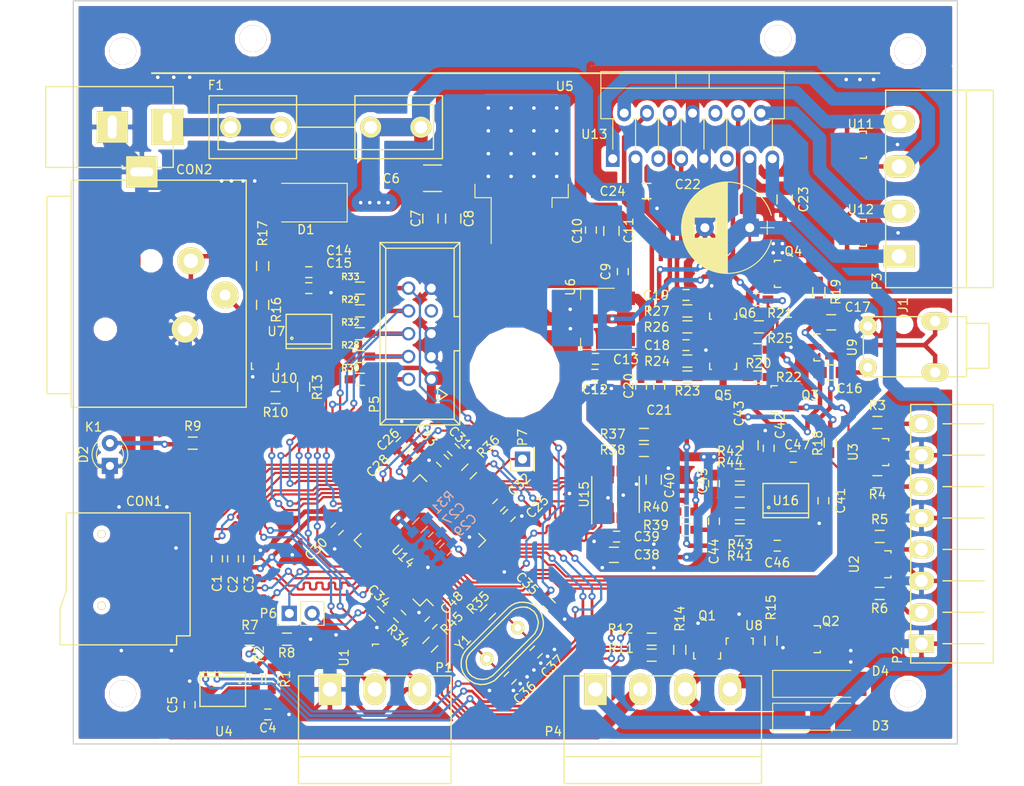
<source format=kicad_pcb>
(kicad_pcb (version 4) (host pcbnew 4.0.7)
  (layers (0 F.Cu signal) (31 B.Cu signal) (34 B.Paste user) (35 F.Paste user) (36 B.SilkS user) (37 F.SilkS user) (38 B.Mask user) (39 F.Mask user) (44 Edge.Cuts user))
  (net 0 "")
  (net 1 +3V3)
  (net 2 GND)
  (net 3 +5V)
  (net 4 +12V)
  (net 5 "Net-(C16-Pad1)")
  (net 6 "Net-(C17-Pad1)")
  (net 7 /TDA7297/MUTE)
  (net 8 /TDA7297/STBY)
  (net 9 "Net-(C20-Pad1)")
  (net 10 "Net-(C21-Pad1)")
  (net 11 "Net-(C27-Pad1)")
  (net 12 "Net-(C31-Pad1)")
  (net 13 "Net-(C36-Pad2)")
  (net 14 VCOM)
  (net 15 "Net-(C45-Pad1)")
  (net 16 "Net-(C46-Pad1)")
  (net 17 /STM32F401/PD2_SD_CMD)
  (net 18 /STM32F401/PC11_SD_D3)
  (net 19 /STM32F401/PC10_SD_D2)
  (net 20 /STM32F401/PC12_SD_CK)
  (net 21 /STM32F401/PC8_SD_D0)
  (net 22 /STM32F401/PC9_SD_D1)
  (net 23 /STM32F401/PC7_SD_DETECT)
  (net 24 "Net-(CON2-Pad1)")
  (net 25 "Net-(D2-Pad2)")
  (net 26 "Net-(D3-Pad1)")
  (net 27 "Net-(D4-Pad1)")
  (net 28 "Net-(K1-Pad2)")
  (net 29 "Net-(K1-Pad3)")
  (net 30 "Net-(P1-Pad2)")
  (net 31 "Net-(P1-Pad3)")
  (net 32 "Net-(P2-Pad8)")
  (net 33 "Net-(P2-Pad6)")
  (net 34 "Net-(P2-Pad4)")
  (net 35 "Net-(P2-Pad2)")
  (net 36 /TDA7297/OUT1+)
  (net 37 /TDA7297/OUT2+)
  (net 38 /TDA7297/OUT2-)
  (net 39 /TDA7297/OUT1-)
  (net 40 /STM32F401/TDI)
  (net 41 /STM32F401/TMS)
  (net 42 /STM32F401/TCLK)
  (net 43 /STM32F401/TDO)
  (net 44 /STM32F401/RESET)
  (net 45 /STM32F401/BOOT1)
  (net 46 "Net-(Q1-Pad1)")
  (net 47 "Net-(Q2-Pad1)")
  (net 48 "Net-(Q3-Pad1)")
  (net 49 "Net-(Q3-Pad3)")
  (net 50 "Net-(Q4-Pad1)")
  (net 51 "Net-(Q4-Pad3)")
  (net 52 "Net-(Q5-Pad3)")
  (net 53 "Net-(Q6-Pad3)")
  (net 54 "Net-(R1-Pad2)")
  (net 55 "Net-(R2-Pad2)")
  (net 56 /STM32F401/PA10_USART1_RX)
  (net 57 /STM32F401/PA9_USART1_TX)
  (net 58 /STM32F401/PA12_USART6_RX)
  (net 59 "Net-(R7-Pad2)")
  (net 60 /STM32F401/PA3_USART2_RX)
  (net 61 /STM32F401/PC13_SWITCH_1)
  (net 62 /STM32F401/PC14_SWITCH2)
  (net 63 "Net-(R13-Pad2)")
  (net 64 "Net-(R16-Pad2)")
  (net 65 "Net-(R17-Pad2)")
  (net 66 /TDA7297/AMP_MUTE#)
  (net 67 /TDA7297/AMP_STBY#)
  (net 68 "Net-(R35-Pad2)")
  (net 69 "Net-(R37-Pad2)")
  (net 70 "Net-(R38-Pad2)")
  (net 71 "Net-(R39-Pad2)")
  (net 72 "Net-(R40-Pad2)")
  (net 73 /STM32F401/PA8_USART6_DE)
  (net 74 /STM32F401/PA11_USART6_TX)
  (net 75 /STM32F401/PA1_USART2_DE)
  (net 76 /STM32F401/PA2_USART2_TX)
  (net 77 /AudioDAC/DATA)
  (net 78 /AudioDAC/M_DATA)
  (net 79 /AudioDAC/M_CLK)
  (net 80 /AudioDAC/M_LATCH)
  (net 81 /AudioDAC/BCK)
  (net 82 /AudioDAC/LRCLK)
  (net 83 /STM32F401/PC6_I2S_MCK)
  (net 84 "Net-(P6-Pad2)")
  (net 85 "Net-(C37-Pad2)")
  (net 86 "Net-(C47-Pad1)")
  (net 87 /STM32F401/PC1_BTN4#)
  (net 88 /STM32F401/PC0_BTN3#)
  (net 89 /STM32F401/PB15_LED)
  (net 90 "Net-(C48-Pad2)")
  (net 91 /AUDIO_L)
  (net 92 /AUDIO_R)
  (net 93 "Net-(C44-Pad2)")
  (module Capacitors_SMD:C_0603_HandSoldering (layer F.Cu) (at 133.031151 107.250151 315)
    (fp_text reference C35 (at -3.41059 0.089803 315) (layer F.SilkS))
    (fp_text value 100n)
    (pad 1 smd rect (at -0.95 0 315) (size 1.2 0.75) (layers F.Cu F.Paste F.Mask) (net 44 /STM32F401/RESET))
    (pad 2 smd rect (at 0.95 0 315) (size 1.2 0.75) (layers F.Cu F.Paste F.Mask) (net 2 GND))
  )
  (module Resistors_SMD:R_0603_HandSoldering (layer F.Cu) (at 126.203017 108.111983 225)
    (fp_text reference R35 (at 0.040329 1.526644 225) (layer F.SilkS))
    (fp_text value 220)
    (pad 1 smd rect (at -1.1 0 225) (size 1.2 0.9) (layers F.Cu F.Paste F.Mask) (net 85 "Net-(C37-Pad2)"))
    (pad 2 smd rect (at 1.1 0 225) (size 1.2 0.9) (layers F.Cu F.Paste F.Mask) (net 68 "Net-(R35-Pad2)"))
  )
  (module Resistors_SMD:R_0603_HandSoldering (layer F.Cu) (at 169.842 99.679)
    (fp_text reference R5 (at 0 -1.9) (layer F.SilkS))
    (fp_text value 100)
    (pad 1 smd rect (at -1.1 0) (size 1.2 0.9) (layers F.Cu F.Paste F.Mask) (net 56 /STM32F401/PA10_USART1_RX))
    (pad 2 smd rect (at 1.1 0) (size 1.2 0.9) (layers F.Cu F.Paste F.Mask) (net 34 "Net-(P2-Pad4)"))
  )
  (module Housings_SSOP:SSOP-16_3.9x4.9mm_Pitch0.635mm (layer F.Cu) (at 140.410842 94.992742 90)
    (fp_text reference U15 (at 0 -3.5 90) (layer F.SilkS))
    (fp_text value PCM1755)
    (pad 1 smd rect (at -2.6 -2.2225 90) (size 1.2 0.4) (layers F.Cu F.Paste F.Mask) (net 81 /AudioDAC/BCK))
    (pad 2 smd rect (at -2.6 -1.5875 90) (size 1.2 0.4) (layers F.Cu F.Paste F.Mask) (net 77 /AudioDAC/DATA))
    (pad 3 smd rect (at -2.6 -0.9525 90) (size 1.2 0.4) (layers F.Cu F.Paste F.Mask) (net 82 /AudioDAC/LRCLK))
    (pad 4 smd rect (at -2.6 -0.3175 90) (size 1.2 0.4) (layers F.Cu F.Paste F.Mask) (net 2 GND))
    (pad 5 smd rect (at -2.6 0.3175 90) (size 1.2 0.4) (layers F.Cu F.Paste F.Mask))
    (pad 6 smd rect (at -2.6 0.9525 90) (size 1.2 0.4) (layers F.Cu F.Paste F.Mask) (net 3 +5V))
    (pad 7 smd rect (at -2.6 1.5875 90) (size 1.2 0.4) (layers F.Cu F.Paste F.Mask) (net 71 "Net-(R39-Pad2)"))
    (pad 8 smd rect (at -2.6 2.2225 90) (size 1.2 0.4) (layers F.Cu F.Paste F.Mask) (net 72 "Net-(R40-Pad2)"))
    (pad 9 smd rect (at 2.6 2.2225 90) (size 1.2 0.4) (layers F.Cu F.Paste F.Mask) (net 2 GND))
    (pad 10 smd rect (at 2.6 1.5875 90) (size 1.2 0.4) (layers F.Cu F.Paste F.Mask) (net 14 VCOM))
    (pad 11 smd rect (at 2.6 0.9525 90) (size 1.2 0.4) (layers F.Cu F.Paste F.Mask) (net 70 "Net-(R38-Pad2)"))
    (pad 12 smd rect (at 2.6 0.3175 90) (size 1.2 0.4) (layers F.Cu F.Paste F.Mask) (net 69 "Net-(R37-Pad2)"))
    (pad 13 smd rect (at 2.6 -0.3175 90) (size 1.2 0.4) (layers F.Cu F.Paste F.Mask) (net 78 /AudioDAC/M_DATA))
    (pad 14 smd rect (at 2.6 -0.9525 90) (size 1.2 0.4) (layers F.Cu F.Paste F.Mask) (net 79 /AudioDAC/M_CLK))
    (pad 15 smd rect (at 2.6 -1.5875 90) (size 1.2 0.4) (layers F.Cu F.Paste F.Mask) (net 80 /AudioDAC/M_LATCH))
    (pad 16 smd rect (at 2.6 -2.2225 90) (size 1.2 0.4) (layers F.Cu F.Paste F.Mask) (net 83 /STM32F401/PC6_I2S_MCK))
  )
  (module Mounting_Holes:MountingHole_3mm (layer F.Cu) (at 85.5 45.6)
    (fp_text reference REF** hide)
    (fp_text value MountingHole_3mm)
    (pad 1 thru_hole circle (at 0 0) (size 3 3) (drill 3) (layers))
  )
  (module Mounting_Holes:MountingHole_3mm (layer F.Cu) (at 173 117.2)
    (fp_text reference REF** hide)
    (fp_text value MountingHole_3mm)
    (pad 1 thru_hole circle (at 0 0) (size 3 3) (drill 3) (layers))
  )
  (module Mounting_Holes:MountingHole_3mm (layer F.Cu) (at 173 45.6)
    (fp_text reference REF** hide)
    (fp_text value MountingHole_3mm)
    (pad 1 thru_hole circle (at 0 0) (size 3 3) (drill 3) (layers))
  )
  (module Mounting_Holes:MountingHole_3mm (layer F.Cu) (at 85.5 117.2)
    (fp_text reference REF** hide)
    (fp_text value MountingHole_3mm)
    (pad 1 thru_hole circle (at 0 0) (size 3 3) (drill 3) (layers))
  )
  (module Mounting_Holes:MountingHole_3-7mm (layer F.Cu) (at 129.159 81.407)
    (fp_text reference REF** hide)
    (fp_text value MountingHole_3-7mm)
    (pad "" np_thru_hole circle (at 0 0) (size 9 9) (drill 9) (layers *.Cu *.Mask F.SilkS))
  )
  (module Capacitors_SMD:C_0603_HandSoldering (layer F.Cu) (at 96.012 102.168999 90)
    (fp_text reference C1 (at -2.733001 0 90) (layer F.SilkS))
    (fp_text value 100n)
    (pad 1 smd rect (at -0.95 0 90) (size 1.2 0.75) (layers F.Cu F.Paste F.Mask) (net 1 +3V3))
    (pad 2 smd rect (at 0.95 0 90) (size 1.2 0.75) (layers F.Cu F.Paste F.Mask) (net 2 GND))
  )
  (module Capacitors_SMD:C_0603_HandSoldering (layer F.Cu) (at 97.79 102.168999 90)
    (fp_text reference C2 (at -2.860001 0 90) (layer F.SilkS))
    (fp_text value 100n)
    (pad 1 smd rect (at -0.95 0 90) (size 1.2 0.75) (layers F.Cu F.Paste F.Mask) (net 1 +3V3))
    (pad 2 smd rect (at 0.95 0 90) (size 1.2 0.75) (layers F.Cu F.Paste F.Mask) (net 2 GND))
  )
  (module Capacitors_SMD:C_0603_HandSoldering (layer F.Cu) (at 99.568 102.168995 90)
    (fp_text reference C3 (at -2.860005 0 90) (layer F.SilkS))
    (fp_text value 1u)
    (pad 1 smd rect (at -0.95 0 90) (size 1.2 0.75) (layers F.Cu F.Paste F.Mask) (net 1 +3V3))
    (pad 2 smd rect (at 0.95 0 90) (size 1.2 0.75) (layers F.Cu F.Paste F.Mask) (net 2 GND))
  )
  (module Capacitors_SMD:C_0603_HandSoldering (layer F.Cu) (at 92.964 118.424999 90)
    (fp_text reference C5 (at 0 -1.9 90) (layer F.SilkS))
    (fp_text value 1u)
    (pad 1 smd rect (at -0.95 0 90) (size 1.2 0.75) (layers F.Cu F.Paste F.Mask) (net 3 +5V))
    (pad 2 smd rect (at 0.95 0 90) (size 1.2 0.75) (layers F.Cu F.Paste F.Mask) (net 2 GND))
  )
  (module Capacitors_SMD:C_1210_HandSoldering (layer F.Cu) (at 120.0216 59.7662)
    (fp_text reference C6 (at -4.604 0.0254) (layer F.SilkS))
    (fp_text value 22u)
    (pad 1 smd rect (at -2 0) (size 2 2.5) (layers F.Cu F.Paste F.Mask) (net 4 +12V))
    (pad 2 smd rect (at 2 0) (size 2 2.5) (layers F.Cu F.Paste F.Mask) (net 2 GND))
  )
  (module Capacitors_SMD:C_0805_HandSoldering (layer F.Cu) (at 119.7864 64.2566 90)
    (fp_text reference C7 (at 0 -1.6256 90) (layer F.SilkS))
    (fp_text value 1u)
    (pad 1 smd rect (at -1.25 0 90) (size 1.5 1.25) (layers F.Cu F.Paste F.Mask) (net 4 +12V))
    (pad 2 smd rect (at 1.25 0 90) (size 1.5 1.25) (layers F.Cu F.Paste F.Mask) (net 2 GND))
  )
  (module Capacitors_SMD:C_0805_HandSoldering (layer F.Cu) (at 122.3264 64.2566 90)
    (fp_text reference C8 (at -0.0054 1.7526 270) (layer F.SilkS))
    (fp_text value 100n)
    (pad 1 smd rect (at -1.25 0 90) (size 1.5 1.25) (layers F.Cu F.Paste F.Mask) (net 4 +12V))
    (pad 2 smd rect (at 1.25 0 90) (size 1.5 1.25) (layers F.Cu F.Paste F.Mask) (net 2 GND))
  )
  (module Capacitors_SMD:C_0603_HandSoldering (layer F.Cu) (at 141.224 70.164999 90)
    (fp_text reference C9 (at 0 -1.9 90) (layer F.SilkS))
    (fp_text value 1u)
    (pad 1 smd rect (at -0.95 0 90) (size 1.2 0.75) (layers F.Cu F.Paste F.Mask) (net 3 +5V))
    (pad 2 smd rect (at 0.95 0 90) (size 1.2 0.75) (layers F.Cu F.Paste F.Mask) (net 2 GND))
  )
  (module Capacitors_SMD:C_0603_HandSoldering (layer F.Cu) (at 137.668 65.532 90)
    (fp_text reference C10 (at -0.1016 -1.524 90) (layer F.SilkS))
    (fp_text value 100n)
    (pad 1 smd rect (at -0.95 0 90) (size 1.2 0.75) (layers F.Cu F.Paste F.Mask) (net 3 +5V))
    (pad 2 smd rect (at 0.95 0 90) (size 1.2 0.75) (layers F.Cu F.Paste F.Mask) (net 2 GND))
  )
  (module Capacitors_SMD:C_0805_HandSoldering (layer F.Cu) (at 139.954 65.639 90)
    (fp_text reference C11 (at 0.0562 1.9304 90) (layer F.SilkS))
    (fp_text value 10u)
    (pad 1 smd rect (at -1.25 0 90) (size 1.5 1.25) (layers F.Cu F.Paste F.Mask) (net 3 +5V))
    (pad 2 smd rect (at 1.25 0 90) (size 1.5 1.25) (layers F.Cu F.Paste F.Mask) (net 2 GND))
  )
  (module Capacitors_SMD:C_0603_HandSoldering (layer F.Cu) (at 138.115 81.661)
    (fp_text reference C12 (at 0.0102 1.651) (layer F.SilkS))
    (fp_text value 1u)
    (pad 1 smd rect (at -0.95 0) (size 1.2 0.75) (layers F.Cu F.Paste F.Mask) (net 1 +3V3))
    (pad 2 smd rect (at 0.95 0) (size 1.2 0.75) (layers F.Cu F.Paste F.Mask) (net 2 GND))
  )
  (module Capacitors_SMD:C_0603_HandSoldering (layer F.Cu) (at 138.176 79.882999)
    (fp_text reference C13 (at 3.4036 0.076201) (layer F.SilkS))
    (fp_text value 100n)
    (pad 1 smd rect (at -0.95 0) (size 1.2 0.75) (layers F.Cu F.Paste F.Mask) (net 1 +3V3))
    (pad 2 smd rect (at 0.95 0) (size 1.2 0.75) (layers F.Cu F.Paste F.Mask) (net 2 GND))
  )
  (module Capacitors_SMD:C_0603_HandSoldering (layer F.Cu) (at 106.238 70.231)
    (fp_text reference C14 (at 3.363 -2.413) (layer F.SilkS))
    (fp_text value 1u)
    (pad 1 smd rect (at -0.95 0) (size 1.2 0.75) (layers F.Cu F.Paste F.Mask) (net 3 +5V))
    (pad 2 smd rect (at 0.95 0) (size 1.2 0.75) (layers F.Cu F.Paste F.Mask) (net 2 GND))
  )
  (module Capacitors_SMD:C_0603_HandSoldering (layer F.Cu) (at 106.238 72.009)
    (fp_text reference C15 (at 3.363 -2.794 180) (layer F.SilkS))
    (fp_text value 100n)
    (pad 1 smd rect (at -0.95 0) (size 1.2 0.75) (layers F.Cu F.Paste F.Mask) (net 3 +5V))
    (pad 2 smd rect (at 0.95 0) (size 1.2 0.75) (layers F.Cu F.Paste F.Mask) (net 2 GND))
  )
  (module Capacitors_SMD:C_0805_HandSoldering (layer F.Cu) (at 164.445 81.407 180)
    (fp_text reference C16 (at -2.052 -1.778 180) (layer F.SilkS))
    (fp_text value 10u)
    (pad 1 smd rect (at -1.25 0 180) (size 1.5 1.25) (layers F.Cu F.Paste F.Mask) (net 5 "Net-(C16-Pad1)"))
    (pad 2 smd rect (at 1.25 0 180) (size 1.5 1.25) (layers F.Cu F.Paste F.Mask) (net 91 /AUDIO_L))
  )
  (module Capacitors_SMD:C_0805_HandSoldering (layer F.Cu) (at 164.445 75.819 180)
    (fp_text reference C17 (at -2.941 1.7018 180) (layer F.SilkS))
    (fp_text value 10u)
    (pad 1 smd rect (at -1.25 0 180) (size 1.5 1.25) (layers F.Cu F.Paste F.Mask) (net 6 "Net-(C17-Pad1)"))
    (pad 2 smd rect (at 1.25 0 180) (size 1.5 1.25) (layers F.Cu F.Paste F.Mask) (net 92 /AUDIO_R))
  )
  (module Capacitors_SMD:C_0603_HandSoldering (layer F.Cu) (at 143.256 82.931 270)
    (fp_text reference C20 (at -0.0254 1.3716 270) (layer F.SilkS))
    (fp_text value 220n)
    (pad 1 smd rect (at -0.95 0 270) (size 1.2 0.75) (layers F.Cu F.Paste F.Mask) (net 9 "Net-(C20-Pad1)"))
    (pad 2 smd rect (at 0.95 0 270) (size 1.2 0.75) (layers F.Cu F.Paste F.Mask) (net 91 /AUDIO_L))
  )
  (module Capacitors_SMD:C_0603_HandSoldering (layer F.Cu) (at 145.288 82.931 270)
    (fp_text reference C21 (at 2.667 0 360) (layer F.SilkS))
    (fp_text value 220n)
    (pad 1 smd rect (at -0.95 0 270) (size 1.2 0.75) (layers F.Cu F.Paste F.Mask) (net 10 "Net-(C21-Pad1)"))
    (pad 2 smd rect (at 0.95 0 270) (size 1.2 0.75) (layers F.Cu F.Paste F.Mask) (net 92 /AUDIO_R))
  )
  (module Capacitors_SMD:C_0805_HandSoldering (layer F.Cu) (at 159.258 62.123 270)
    (fp_text reference C23 (at 0 -2.1 270) (layer F.SilkS))
    (fp_text value 100n)
    (pad 1 smd rect (at -1.25 0 270) (size 1.5 1.25) (layers F.Cu F.Paste F.Mask) (net 4 +12V))
    (pad 2 smd rect (at 1.25 0 270) (size 1.5 1.25) (layers F.Cu F.Paste F.Mask) (net 2 GND))
  )
  (module Capacitors_SMD:C_0805_HandSoldering (layer F.Cu) (at 143.8656 61.1886)
    (fp_text reference C24 (at -3.7846 0.0254) (layer F.SilkS))
    (fp_text value 100n)
    (pad 1 smd rect (at -1.25 0) (size 1.5 1.25) (layers F.Cu F.Paste F.Mask) (net 4 +12V))
    (pad 2 smd rect (at 1.25 0) (size 1.5 1.25) (layers F.Cu F.Paste F.Mask) (net 2 GND))
  )
  (module Capacitors_SMD:C_0603_HandSoldering (layer F.Cu) (at 128.567644 97.342644 45)
    (fp_text reference C25 (at 2.885703 1.542703 45) (layer F.SilkS))
    (fp_text value 2u2)
    (pad 1 smd rect (at -0.95 0 45) (size 1.2 0.75) (layers F.Cu F.Paste F.Mask) (net 1 +3V3))
    (pad 2 smd rect (at 0.95 0 45) (size 1.2 0.75) (layers F.Cu F.Paste F.Mask) (net 2 GND))
  )
  (module Capacitors_SMD:C_0603_HandSoldering (layer F.Cu) (at 116.641864 89.296334 45)
    (fp_text reference C26 (at -0.836882 -1.397383 45) (layer F.SilkS))
    (fp_text value 2u2)
    (pad 1 smd rect (at -0.95 0 45) (size 1.2 0.75) (layers F.Cu F.Paste F.Mask) (net 1 +3V3))
    (pad 2 smd rect (at 0.95 0 45) (size 1.2 0.75) (layers F.Cu F.Paste F.Mask) (net 2 GND))
  )
  (module Capacitors_SMD:C_0603_HandSoldering (layer B.Cu) (at 120.259139 99.903785 225)
    (fp_text reference C27 (at -3.477301 0.410068 225) (layer B.SilkS) (effects (justify mirror)))
    (fp_text value 2u2)
    (pad 1 smd rect (at -0.95 0 225) (size 1.2 0.75) (layers B.Cu B.Paste B.Mask) (net 11 "Net-(C27-Pad1)"))
    (pad 2 smd rect (at 0.95 0 225) (size 1.2 0.75) (layers B.Cu B.Paste B.Mask) (net 2 GND))
  )
  (module Capacitors_SMD:C_0603_HandSoldering (layer F.Cu) (at 117.827258 90.481729 45)
    (fp_text reference C28 (at -3.710563 -1.816548 45) (layer F.SilkS))
    (fp_text value 100n)
    (pad 1 smd rect (at -0.95 0 45) (size 1.2 0.75) (layers F.Cu F.Paste F.Mask) (net 1 +3V3))
    (pad 2 smd rect (at 0.95 0 45) (size 1.2 0.75) (layers F.Cu F.Paste F.Mask) (net 2 GND))
  )
  (module Capacitors_SMD:C_0603_HandSoldering (layer B.Cu) (at 121.491202 101.114352 225)
    (fp_text reference C29 (at -3.462101 0.341217 225) (layer B.SilkS) (effects (justify mirror)))
    (fp_text value 100n)
    (pad 1 smd rect (at -0.95 0 225) (size 1.2 0.75) (layers B.Cu B.Paste B.Mask) (net 11 "Net-(C27-Pad1)"))
    (pad 2 smd rect (at 0.95 0 225) (size 1.2 0.75) (layers B.Cu B.Paste B.Mask) (net 2 GND))
  )
  (module Capacitors_SMD:C_0603_HandSoldering (layer F.Cu) (at 109.400242 98.836902 225)
    (fp_text reference C30 (at 3.248689 0.059499 225) (layer F.SilkS))
    (fp_text value 100n)
    (pad 1 smd rect (at -0.95 0 225) (size 1.2 0.75) (layers F.Cu F.Paste F.Mask) (net 1 +3V3))
    (pad 2 smd rect (at 0.95 0 225) (size 1.2 0.75) (layers F.Cu F.Paste F.Mask) (net 2 GND))
  )
  (module Capacitors_SMD:C_0603_HandSoldering (layer F.Cu) (at 122.367732 90.0176 135)
    (fp_text reference C31 (at 0.478239 1.461496 135) (layer F.SilkS))
    (fp_text value 2u2)
    (pad 1 smd rect (at -0.95 0 135) (size 1.2 0.75) (layers F.Cu F.Paste F.Mask) (net 12 "Net-(C31-Pad1)"))
    (pad 2 smd rect (at 0.95 0 135) (size 1.2 0.75) (layers F.Cu F.Paste F.Mask) (net 2 GND))
  )
  (module Capacitors_SMD:C_0603_HandSoldering (layer F.Cu) (at 127.418171 96.193172 45)
    (fp_text reference C32 (at 3.208993 0.007253 45) (layer F.SilkS))
    (fp_text value 100n)
    (pad 1 smd rect (at -0.95 0 45) (size 1.2 0.75) (layers F.Cu F.Paste F.Mask) (net 1 +3V3))
    (pad 2 smd rect (at 0.95 0 45) (size 1.2 0.75) (layers F.Cu F.Paste F.Mask) (net 2 GND))
  )
  (module Capacitors_SMD:C_0603_HandSoldering (layer F.Cu) (at 121.146417 91.23607 135)
    (fp_text reference C33 (at 3.349909 0.672213 135) (layer F.SilkS))
    (fp_text value 2u2)
    (pad 1 smd rect (at -0.95 0 135) (size 1.2 0.75) (layers F.Cu F.Paste F.Mask) (net 12 "Net-(C31-Pad1)"))
    (pad 2 smd rect (at 0.95 0 135) (size 1.2 0.75) (layers F.Cu F.Paste F.Mask) (net 2 GND))
  )
  (module Capacitors_SMD:C_0603_HandSoldering (layer F.Cu) (at 116.368921 108.585925 135)
    (fp_text reference C34 (at 3.259653 -0.025453 135) (layer F.SilkS))
    (fp_text value 100n)
    (pad 1 smd rect (at -0.95 0 135) (size 1.2 0.75) (layers F.Cu F.Paste F.Mask) (net 1 +3V3))
    (pad 2 smd rect (at 0.95 0 135) (size 1.2 0.75) (layers F.Cu F.Paste F.Mask) (net 2 GND))
  )
  (module Capacitors_SMD:C_0603_HandSoldering (layer F.Cu) (at 128.6764 115.443 225)
    (fp_text reference C36 (at 0.017961 -2.316906 225) (layer F.SilkS))
    (fp_text value 20p)
    (pad 1 smd rect (at -0.95 0 225) (size 1.2 0.75) (layers F.Cu F.Paste F.Mask) (net 2 GND))
    (pad 2 smd rect (at 0.95 0 225) (size 1.2 0.75) (layers F.Cu F.Paste F.Mask) (net 13 "Net-(C36-Pad2)"))
  )
  (module Capacitors_SMD:C_0603_HandSoldering (layer F.Cu) (at 163.576 95.697 270)
    (fp_text reference C41 (at 0 -1.9 270) (layer F.SilkS))
    (fp_text value 100n)
    (pad 1 smd rect (at -0.95 0 270) (size 1.2 0.75) (layers F.Cu F.Paste F.Mask) (net 14 VCOM))
    (pad 2 smd rect (at 0.95 0 270) (size 1.2 0.75) (layers F.Cu F.Paste F.Mask) (net 2 GND))
  )
  (module TO_SOT_Packages_SMD:SOT-23_Handsoldering (layer F.Cu) (at 150.622 112.67186 180)
    (fp_text reference Q1 (at 0 4.16306 180) (layer F.SilkS))
    (fp_text value MMBT6427LT1G)
    (pad 1 smd rect (at -0.95 1.50114 180) (size 0.8001 1.80086) (layers F.Cu F.Paste F.Mask) (net 46 "Net-(Q1-Pad1)"))
    (pad 2 smd rect (at 0.95 1.50114 180) (size 0.8001 1.80086) (layers F.Cu F.Paste F.Mask) (net 2 GND))
    (pad 3 smd rect (at 0 -1.50114 180) (size 0.8001 1.80086) (layers F.Cu F.Paste F.Mask) (net 26 "Net-(D3-Pad1)"))
  )
  (module TO_SOT_Packages_SMD:SOT-23_Handsoldering (layer F.Cu) (at 162.58286 111.125 270)
    (fp_text reference Q2 (at -2.0066 -1.80594 360) (layer F.SilkS))
    (fp_text value MMBT6427LT1G)
    (pad 1 smd rect (at -0.95 1.50114 270) (size 0.8001 1.80086) (layers F.Cu F.Paste F.Mask) (net 47 "Net-(Q2-Pad1)"))
    (pad 2 smd rect (at 0.95 1.50114 270) (size 0.8001 1.80086) (layers F.Cu F.Paste F.Mask) (net 2 GND))
    (pad 3 smd rect (at 0 -1.50114 270) (size 0.8001 1.80086) (layers F.Cu F.Paste F.Mask) (net 27 "Net-(D4-Pad1)"))
  )
  (module TO_SOT_Packages_SMD:SOT-23_Handsoldering (layer F.Cu) (at 158.39186 84.389 90)
    (fp_text reference Q3 (at 0.442 3.71094 180) (layer F.SilkS))
    (fp_text value NXP PDTC114ET.215)
    (pad 1 smd rect (at -0.95 1.50114 90) (size 0.8001 1.80086) (layers F.Cu F.Paste F.Mask) (net 48 "Net-(Q3-Pad1)"))
    (pad 2 smd rect (at 0.95 1.50114 90) (size 0.8001 1.80086) (layers F.Cu F.Paste F.Mask) (net 2 GND))
    (pad 3 smd rect (at 0 -1.50114 90) (size 0.8001 1.80086) (layers F.Cu F.Paste F.Mask) (net 49 "Net-(Q3-Pad3)"))
  )
  (module TO_SOT_Packages_SMD:SOT-23_Handsoldering (layer F.Cu) (at 158.77286 70.424 90)
    (fp_text reference Q4 (at 2.5044 1.45034 180) (layer F.SilkS))
    (fp_text value NXP PDTC114ET.215)
    (pad 1 smd rect (at -0.95 1.50114 90) (size 0.8001 1.80086) (layers F.Cu F.Paste F.Mask) (net 50 "Net-(Q4-Pad1)"))
    (pad 2 smd rect (at 0.95 1.50114 90) (size 0.8001 1.80086) (layers F.Cu F.Paste F.Mask) (net 2 GND))
    (pad 3 smd rect (at 0 -1.50114 90) (size 0.8001 1.80086) (layers F.Cu F.Paste F.Mask) (net 51 "Net-(Q4-Pad3)"))
  )
  (module TO_SOT_Packages_SMD:SOT-23_Handsoldering (layer F.Cu) (at 152.4 80.41386 180)
    (fp_text reference Q5 (at 0 -3.53314 180) (layer F.SilkS))
    (fp_text value NXP PDTC114ET.215)
    (pad 1 smd rect (at -0.95 1.50114 180) (size 0.8001 1.80086) (layers F.Cu F.Paste F.Mask) (net 49 "Net-(Q3-Pad3)"))
    (pad 2 smd rect (at 0.95 1.50114 180) (size 0.8001 1.80086) (layers F.Cu F.Paste F.Mask) (net 2 GND))
    (pad 3 smd rect (at 0 -1.50114 180) (size 0.8001 1.80086) (layers F.Cu F.Paste F.Mask) (net 52 "Net-(Q5-Pad3)"))
  )
  (module TO_SOT_Packages_SMD:SOT-23_Handsoldering (layer F.Cu) (at 152.4 74.82586 180)
    (fp_text reference Q6 (at -2.6924 0.04826 180) (layer F.SilkS))
    (fp_text value NXP PDTC114ET.215)
    (pad 1 smd rect (at -0.95 1.50114 180) (size 0.8001 1.80086) (layers F.Cu F.Paste F.Mask) (net 51 "Net-(Q4-Pad3)"))
    (pad 2 smd rect (at 0.95 1.50114 180) (size 0.8001 1.80086) (layers F.Cu F.Paste F.Mask) (net 2 GND))
    (pad 3 smd rect (at 0 -1.50114 180) (size 0.8001 1.80086) (layers F.Cu F.Paste F.Mask) (net 53 "Net-(Q6-Pad3)"))
  )
  (module Resistors_SMD:R_0603_HandSoldering (layer F.Cu) (at 102.108 115.527 270)
    (fp_text reference R1 (at 0.043 -1.524 450) (layer F.SilkS))
    (fp_text value 10)
    (pad 1 smd rect (at -1.1 0 270) (size 1.2 0.9) (layers F.Cu F.Paste F.Mask) (net 31 "Net-(P1-Pad3)"))
    (pad 2 smd rect (at 1.1 0 270) (size 1.2 0.9) (layers F.Cu F.Paste F.Mask) (net 54 "Net-(R1-Pad2)"))
  )
  (module Resistors_SMD:R_0603_HandSoldering (layer F.Cu) (at 100.33 115.527 270)
    (fp_text reference R2 (at -2.751 -0.381 450) (layer F.SilkS))
    (fp_text value 10)
    (pad 1 smd rect (at -1.1 0 270) (size 1.2 0.9) (layers F.Cu F.Paste F.Mask) (net 30 "Net-(P1-Pad2)"))
    (pad 2 smd rect (at 1.1 0 270) (size 1.2 0.9) (layers F.Cu F.Paste F.Mask) (net 55 "Net-(R2-Pad2)"))
  )
  (module Resistors_SMD:R_0603_HandSoldering (layer F.Cu) (at 169.588 86.979)
    (fp_text reference R3 (at 0 -1.9) (layer F.SilkS))
    (fp_text value 100)
    (pad 1 smd rect (at -1.1 0) (size 1.2 0.9) (layers F.Cu F.Paste F.Mask) (net 87 /STM32F401/PC1_BTN4#))
    (pad 2 smd rect (at 1.1 0) (size 1.2 0.9) (layers F.Cu F.Paste F.Mask) (net 32 "Net-(P2-Pad8)"))
  )
  (module Resistors_SMD:R_0603_HandSoldering (layer F.Cu) (at 169.588 93.583)
    (fp_text reference R4 (at 0 1.413) (layer F.SilkS))
    (fp_text value 100)
    (pad 1 smd rect (at -1.1 0) (size 1.2 0.9) (layers F.Cu F.Paste F.Mask) (net 88 /STM32F401/PC0_BTN3#))
    (pad 2 smd rect (at 1.1 0) (size 1.2 0.9) (layers F.Cu F.Paste F.Mask) (net 33 "Net-(P2-Pad6)"))
  )
  (module Resistors_SMD:R_0603_HandSoldering (layer F.Cu) (at 169.842 106.029)
    (fp_text reference R6 (at -0.0176 1.667) (layer F.SilkS))
    (fp_text value 100)
    (pad 1 smd rect (at -1.1 0) (size 1.2 0.9) (layers F.Cu F.Paste F.Mask) (net 57 /STM32F401/PA9_USART1_TX))
    (pad 2 smd rect (at 1.1 0) (size 1.2 0.9) (layers F.Cu F.Paste F.Mask) (net 35 "Net-(P2-Pad2)"))
  )
  (module Resistors_SMD:R_0603_HandSoldering (layer F.Cu) (at 99.651999 111.125 180)
    (fp_text reference R7 (at -0.017601 1.5494 180) (layer F.SilkS))
    (fp_text value 6,8k)
    (pad 1 smd rect (at -1.1 0 180) (size 1.2 0.9) (layers F.Cu F.Paste F.Mask) (net 60 /STM32F401/PA3_USART2_RX))
    (pad 2 smd rect (at 1.1 0 180) (size 1.2 0.9) (layers F.Cu F.Paste F.Mask) (net 59 "Net-(R7-Pad2)"))
  )
  (module Resistors_SMD:R_0603_HandSoldering (layer F.Cu) (at 93.302 89.281)
    (fp_text reference R9 (at 0 -1.9) (layer F.SilkS))
    (fp_text value 1k)
    (pad 1 smd rect (at -1.1 0) (size 1.2 0.9) (layers F.Cu F.Paste F.Mask) (net 25 "Net-(D2-Pad2)"))
    (pad 2 smd rect (at 1.1 0) (size 1.2 0.9) (layers F.Cu F.Paste F.Mask) (net 89 /STM32F401/PB15_LED))
  )
  (module Resistors_SMD:R_0603_HandSoldering (layer F.Cu) (at 102.532 84.201)
    (fp_text reference R10 (at 0 1.651) (layer F.SilkS))
    (fp_text value 10k)
    (pad 1 smd rect (at -1.1 0) (size 1.2 0.9) (layers F.Cu F.Paste F.Mask) (net 2 GND))
    (pad 2 smd rect (at 1.1 0) (size 1.2 0.9) (layers F.Cu F.Paste F.Mask) (net 58 /STM32F401/PA12_USART6_RX))
  )
  (module Resistors_SMD:R_0603_HandSoldering (layer F.Cu) (at 144.442 112.903 180)
    (fp_text reference R11 (at 3.4212 0.762 180) (layer F.SilkS))
    (fp_text value 1k)
    (pad 1 smd rect (at -1.1 0 180) (size 1.2 0.9) (layers F.Cu F.Paste F.Mask) (net 46 "Net-(Q1-Pad1)"))
    (pad 2 smd rect (at 1.1 0 180) (size 1.2 0.9) (layers F.Cu F.Paste F.Mask) (net 61 /STM32F401/PC13_SWITCH_1))
  )
  (module Resistors_SMD:R_0603_HandSoldering (layer F.Cu) (at 144.442 111.125 180)
    (fp_text reference R12 (at 3.472 1.143 180) (layer F.SilkS))
    (fp_text value 1k)
    (pad 1 smd rect (at -1.1 0 180) (size 1.2 0.9) (layers F.Cu F.Paste F.Mask) (net 47 "Net-(Q2-Pad1)"))
    (pad 2 smd rect (at 1.1 0 180) (size 1.2 0.9) (layers F.Cu F.Paste F.Mask) (net 62 /STM32F401/PC14_SWITCH2))
  )
  (module Resistors_SMD:R_0603_HandSoldering (layer F.Cu) (at 105.664 83.015 90)
    (fp_text reference R13 (at -0.043 1.524 90) (layer F.SilkS))
    (fp_text value 6,8k)
    (pad 1 smd rect (at -1.1 0 90) (size 1.2 0.9) (layers F.Cu F.Paste F.Mask) (net 58 /STM32F401/PA12_USART6_RX))
    (pad 2 smd rect (at 1.1 0 90) (size 1.2 0.9) (layers F.Cu F.Paste F.Mask) (net 63 "Net-(R13-Pad2)"))
  )
  (module Resistors_SMD:R_0603_HandSoldering (layer F.Cu) (at 147.574 112.311 90)
    (fp_text reference R14 (at 3.472 0 90) (layer F.SilkS))
    (fp_text value 10k)
    (pad 1 smd rect (at -1.1 0 90) (size 1.2 0.9) (layers F.Cu F.Paste F.Mask) (net 2 GND))
    (pad 2 smd rect (at 1.1 0 90) (size 1.2 0.9) (layers F.Cu F.Paste F.Mask) (net 46 "Net-(Q1-Pad1)"))
  )
  (module Resistors_SMD:R_0603_HandSoldering (layer F.Cu) (at 157.734 111.295 90)
    (fp_text reference R15 (at 3.7006 0 90) (layer F.SilkS))
    (fp_text value 10k)
    (pad 1 smd rect (at -1.1 0 90) (size 1.2 0.9) (layers F.Cu F.Paste F.Mask) (net 2 GND))
    (pad 2 smd rect (at 1.1 0 90) (size 1.2 0.9) (layers F.Cu F.Paste F.Mask) (net 47 "Net-(Q2-Pad1)"))
  )
  (module Resistors_SMD:R_0603_HandSoldering (layer F.Cu) (at 101.092 73.871 90)
    (fp_text reference R16 (at -0.551 1.524 90) (layer F.SilkS))
    (fp_text value 10)
    (pad 1 smd rect (at -1.1 0 90) (size 1.2 0.9) (layers F.Cu F.Paste F.Mask) (net 29 "Net-(K1-Pad3)"))
    (pad 2 smd rect (at 1.1 0 90) (size 1.2 0.9) (layers F.Cu F.Paste F.Mask) (net 64 "Net-(R16-Pad2)"))
  )
  (module Resistors_SMD:R_0603_HandSoldering (layer F.Cu) (at 101.092 69.553 270)
    (fp_text reference R17 (at -3.64 0 270) (layer F.SilkS))
    (fp_text value 10)
    (pad 1 smd rect (at -1.1 0 270) (size 1.2 0.9) (layers F.Cu F.Paste F.Mask) (net 28 "Net-(K1-Pad2)"))
    (pad 2 smd rect (at 1.1 0 270) (size 1.2 0.9) (layers F.Cu F.Paste F.Mask) (net 65 "Net-(R17-Pad2)"))
  )
  (module Resistors_SMD:R_0603_HandSoldering (layer F.Cu) (at 164.338 89.237999 270)
    (fp_text reference R18 (at 0.043001 1.397 270) (layer F.SilkS))
    (fp_text value 10k)
    (pad 1 smd rect (at -1.1 0 270) (size 1.2 0.9) (layers F.Cu F.Paste F.Mask) (net 48 "Net-(Q3-Pad1)"))
    (pad 2 smd rect (at 1.1 0 270) (size 1.2 0.9) (layers F.Cu F.Paste F.Mask) (net 66 /TDA7297/AMP_MUTE#))
  )
  (module Resistors_SMD:R_0603_HandSoldering (layer F.Cu) (at 163.068 72.433001 270)
    (fp_text reference R19 (at 0 -1.9 270) (layer F.SilkS))
    (fp_text value 10k)
    (pad 1 smd rect (at -1.1 0 270) (size 1.2 0.9) (layers F.Cu F.Paste F.Mask) (net 50 "Net-(Q4-Pad1)"))
    (pad 2 smd rect (at 1.1 0 270) (size 1.2 0.9) (layers F.Cu F.Paste F.Mask) (net 67 /TDA7297/AMP_STBY#))
  )
  (module Resistors_SMD:R_0603_HandSoldering (layer F.Cu) (at 156.293999 78.867 180)
    (fp_text reference R20 (at -0.043001 -1.524 180) (layer F.SilkS))
    (fp_text value 10k)
    (pad 1 smd rect (at -1.1 0 180) (size 1.2 0.9) (layers F.Cu F.Paste F.Mask) (net 1 +3V3))
    (pad 2 smd rect (at 1.1 0 180) (size 1.2 0.9) (layers F.Cu F.Paste F.Mask) (net 49 "Net-(Q3-Pad3)"))
  )
  (module Resistors_SMD:R_0603_HandSoldering (layer F.Cu) (at 156.294 73.279 180)
    (fp_text reference R21 (at -2.456 -1.524 180) (layer F.SilkS))
    (fp_text value 10k)
    (pad 1 smd rect (at -1.1 0 180) (size 1.2 0.9) (layers F.Cu F.Paste F.Mask) (net 1 +3V3))
    (pad 2 smd rect (at 1.1 0 180) (size 1.2 0.9) (layers F.Cu F.Paste F.Mask) (net 51 "Net-(Q4-Pad3)"))
  )
  (module Resistors_SMD:R_0603_HandSoldering (layer F.Cu) (at 156.294 81.915 180)
    (fp_text reference R22 (at -3.4212 -0.0254 180) (layer F.SilkS))
    (fp_text value 22k)
    (pad 1 smd rect (at -1.1 0 180) (size 1.2 0.9) (layers F.Cu F.Paste F.Mask) (net 4 +12V))
    (pad 2 smd rect (at 1.1 0 180) (size 1.2 0.9) (layers F.Cu F.Paste F.Mask) (net 52 "Net-(Q5-Pad3)"))
  )
  (module Resistors_SMD:R_0603_HandSoldering (layer F.Cu) (at 148.42 81.915 180)
    (fp_text reference R23 (at 0 -1.5494 180) (layer F.SilkS))
    (fp_text value 22k)
    (pad 1 smd rect (at -1.1 0 180) (size 1.2 0.9) (layers F.Cu F.Paste F.Mask) (net 52 "Net-(Q5-Pad3)"))
    (pad 2 smd rect (at 1.1 0 180) (size 1.2 0.9) (layers F.Cu F.Paste F.Mask) (net 7 /TDA7297/MUTE))
  )
  (module Resistors_SMD:R_0603_HandSoldering (layer F.Cu) (at 156.380001 76.327 180)
    (fp_text reference R25 (at -2.369999 -1.27 180) (layer F.SilkS))
    (fp_text value 22k)
    (pad 1 smd rect (at -1.1 0 180) (size 1.2 0.9) (layers F.Cu F.Paste F.Mask) (net 4 +12V))
    (pad 2 smd rect (at 1.1 0 180) (size 1.2 0.9) (layers F.Cu F.Paste F.Mask) (net 53 "Net-(Q6-Pad3)"))
  )
  (module Resistors_SMD:R_0603_HandSoldering (layer F.Cu) (at 148.42 76.327 180)
    (fp_text reference R26 (at 3.4368 -0.0254 180) (layer F.SilkS))
    (fp_text value 22k)
    (pad 1 smd rect (at -1.1 0 180) (size 1.2 0.9) (layers F.Cu F.Paste F.Mask) (net 53 "Net-(Q6-Pad3)"))
    (pad 2 smd rect (at 1.1 0 180) (size 1.2 0.9) (layers F.Cu F.Paste F.Mask) (net 8 /TDA7297/STBY))
  )
  (module Resistors_SMD:R_0603_HandSoldering (layer F.Cu) (at 124.094817 92.440183 45)
    (fp_text reference R36 (at 3.479931 -0.449013 45) (layer F.SilkS))
    (fp_text value 10k)
    (pad 1 smd rect (at -1.1 0 45) (size 1.2 0.9) (layers F.Cu F.Paste F.Mask) (net 45 /STM32F401/BOOT1))
    (pad 2 smd rect (at 1.1 0 45) (size 1.2 0.9) (layers F.Cu F.Paste F.Mask) (net 2 GND))
  )
  (module Resistors_SMD:R_0603_HandSoldering (layer F.Cu) (at 143.5784 88.3158 180)
    (fp_text reference R37 (at 3.4974 0.0508 180) (layer F.SilkS))
    (fp_text value 10k)
    (pad 1 smd rect (at -1.1 0 180) (size 1.2 0.9) (layers F.Cu F.Paste F.Mask) (net 3 +5V))
    (pad 2 smd rect (at 1.1 0 180) (size 1.2 0.9) (layers F.Cu F.Paste F.Mask) (net 69 "Net-(R37-Pad2)"))
  )
  (module Resistors_SMD:R_0603_HandSoldering (layer F.Cu) (at 143.5784 90.0938 180)
    (fp_text reference R38 (at 3.4974 0.0508 180) (layer F.SilkS))
    (fp_text value 10k)
    (pad 1 smd rect (at -1.1 0 180) (size 1.2 0.9) (layers F.Cu F.Paste F.Mask) (net 3 +5V))
    (pad 2 smd rect (at 1.1 0 180) (size 1.2 0.9) (layers F.Cu F.Paste F.Mask) (net 70 "Net-(R38-Pad2)"))
  )
  (module Resistors_SMD:R_0603_HandSoldering (layer F.Cu) (at 154.262 98.933)
    (fp_text reference R41 (at 0 2.921) (layer F.SilkS))
    (fp_text value 10k)
    (pad 1 smd rect (at -1.1 0) (size 1.2 0.9) (layers F.Cu F.Paste F.Mask) (net 93 "Net-(C44-Pad2)"))
    (pad 2 smd rect (at 1.1 0) (size 1.2 0.9) (layers F.Cu F.Paste F.Mask) (net 91 /AUDIO_L))
  )
  (module Resistors_SMD:R_0603_HandSoldering (layer F.Cu) (at 154.262 92.837)
    (fp_text reference R42 (at -1.1 -2.667) (layer F.SilkS))
    (fp_text value 10k)
    (pad 1 smd rect (at -1.1 0) (size 1.2 0.9) (layers F.Cu F.Paste F.Mask) (net 15 "Net-(C45-Pad1)"))
    (pad 2 smd rect (at 1.1 0) (size 1.2 0.9) (layers F.Cu F.Paste F.Mask) (net 92 /AUDIO_R))
  )
  (module Resistors_SMD:R_0603_HandSoldering (layer F.Cu) (at 154.262 97.155)
    (fp_text reference R43 (at 0.043 3.429) (layer F.SilkS))
    (fp_text value 10k)
    (pad 1 smd rect (at -1.1 0) (size 1.2 0.9) (layers F.Cu F.Paste F.Mask) (net 93 "Net-(C44-Pad2)"))
    (pad 2 smd rect (at 1.1 0) (size 1.2 0.9) (layers F.Cu F.Paste F.Mask) (net 16 "Net-(C46-Pad1)"))
  )
  (module Resistors_SMD:R_0603_HandSoldering (layer F.Cu) (at 154.262 94.615)
    (fp_text reference R44 (at -1.1 -3.175) (layer F.SilkS))
    (fp_text value 10k)
    (pad 1 smd rect (at -1.1 0) (size 1.2 0.9) (layers F.Cu F.Paste F.Mask) (net 15 "Net-(C45-Pad1)"))
    (pad 2 smd rect (at 1.1 0) (size 1.2 0.9) (layers F.Cu F.Paste F.Mask) (net 86 "Net-(C47-Pad1)"))
  )
  (module TO_SOT_Packages_SMD:SOT-23_Handsoldering (layer F.Cu) (at 113.97234 113.1824 90)
    (fp_text reference U1 (at 0 -3.81 90) (layer F.SilkS))
    (fp_text value PESD5V0S2BT)
    (pad 1 smd rect (at -0.95 1.50114 90) (size 0.8001 1.80086) (layers F.Cu F.Paste F.Mask) (net 30 "Net-(P1-Pad2)"))
    (pad 2 smd rect (at 0.95 1.50114 90) (size 0.8001 1.80086) (layers F.Cu F.Paste F.Mask) (net 31 "Net-(P1-Pad3)"))
    (pad 3 smd rect (at 0 -1.50114 90) (size 0.8001 1.80086) (layers F.Cu F.Paste F.Mask) (net 2 GND))
  )
  (module TO_SOT_Packages_SMD:SOT-23_Handsoldering (layer F.Cu) (at 170.45686 102.7778 270)
    (fp_text reference U2 (at 0 3.45186 450) (layer F.SilkS))
    (fp_text value PESD5V0S2BT)
    (pad 1 smd rect (at -0.95 1.50114 270) (size 0.8001 1.80086) (layers F.Cu F.Paste F.Mask) (net 34 "Net-(P2-Pad4)"))
    (pad 2 smd rect (at 0.95 1.50114 270) (size 0.8001 1.80086) (layers F.Cu F.Paste F.Mask) (net 35 "Net-(P2-Pad2)"))
    (pad 3 smd rect (at 0 -1.50114 270) (size 0.8001 1.80086) (layers F.Cu F.Paste F.Mask) (net 2 GND))
  )
  (module TO_SOT_Packages_SMD:SOT-23_Handsoldering (layer F.Cu) (at 170.20286 90.281 270)
    (fp_text reference U3 (at 0 3.32486 270) (layer F.SilkS))
    (fp_text value PESD5V0S2BT)
    (pad 1 smd rect (at -0.95 1.50114 270) (size 0.8001 1.80086) (layers F.Cu F.Paste F.Mask) (net 32 "Net-(P2-Pad8)"))
    (pad 2 smd rect (at 0.95 1.50114 270) (size 0.8001 1.80086) (layers F.Cu F.Paste F.Mask) (net 33 "Net-(P2-Pad6)"))
    (pad 3 smd rect (at 0 -1.50114 270) (size 0.8001 1.80086) (layers F.Cu F.Paste F.Mask) (net 2 GND))
  )
  (module TO_SOT_Packages_SMD:SOT-23_Handsoldering (layer F.Cu) (at 154.244 111.65586)
    (fp_text reference U8 (at 1.585 -2.05486) (layer F.SilkS))
    (fp_text value PESD12VS2UT.215)
    (pad 1 smd rect (at -0.95 1.50114) (size 0.8001 1.80086) (layers F.Cu F.Paste F.Mask) (net 26 "Net-(D3-Pad1)"))
    (pad 2 smd rect (at 0.95 1.50114) (size 0.8001 1.80086) (layers F.Cu F.Paste F.Mask) (net 27 "Net-(D4-Pad1)"))
    (pad 3 smd rect (at 0 -1.50114) (size 0.8001 1.80086) (layers F.Cu F.Paste F.Mask) (net 2 GND))
  )
  (module TO_SOT_Packages_SMD:SOT-23_Handsoldering (layer F.Cu) (at 163.17214 78.613 90)
    (fp_text reference U9 (at 0 3.60426 90) (layer F.SilkS))
    (fp_text value PESD5V0S2BT)
    (pad 1 smd rect (at -0.95 1.50114 90) (size 0.8001 1.80086) (layers F.Cu F.Paste F.Mask) (net 5 "Net-(C16-Pad1)"))
    (pad 2 smd rect (at 0.95 1.50114 90) (size 0.8001 1.80086) (layers F.Cu F.Paste F.Mask) (net 6 "Net-(C17-Pad1)"))
    (pad 3 smd rect (at 0 -1.50114 90) (size 0.8001 1.80086) (layers F.Cu F.Paste F.Mask) (net 2 GND))
  )
  (module TO_SOT_Packages_SMD:SOT-23_Handsoldering (layer F.Cu) (at 101.346 80.391 180)
    (fp_text reference U10 (at -2.159 -1.651 180) (layer F.SilkS))
    (fp_text value PESD5V0S2BT)
    (pad 1 smd rect (at -0.95 1.50114 180) (size 0.8001 1.80086) (layers F.Cu F.Paste F.Mask) (net 29 "Net-(K1-Pad3)"))
    (pad 2 smd rect (at 0.95 1.50114 180) (size 0.8001 1.80086) (layers F.Cu F.Paste F.Mask) (net 28 "Net-(K1-Pad2)"))
    (pad 3 smd rect (at 0 -1.50114 180) (size 0.8001 1.80086) (layers F.Cu F.Paste F.Mask) (net 2 GND))
  )
  (module TO_SOT_Packages_SMD:SOT-23_Handsoldering (layer F.Cu) (at 167.71366 56.0362 270)
    (fp_text reference U11 (at -2.2898 -0.02794 360) (layer F.SilkS))
    (fp_text value PESD12VS2UT.215)
    (pad 1 smd rect (at -0.95 1.50114 270) (size 0.8001 1.80086) (layers F.Cu F.Paste F.Mask) (net 39 /TDA7297/OUT1-))
    (pad 2 smd rect (at 0.95 1.50114 270) (size 0.8001 1.80086) (layers F.Cu F.Paste F.Mask) (net 36 /TDA7297/OUT1+))
    (pad 3 smd rect (at 0 -1.50114 270) (size 0.8001 1.80086) (layers F.Cu F.Paste F.Mask) (net 2 GND))
  )
  (module TO_SOT_Packages_SMD:SOT-23_Handsoldering (layer F.Cu) (at 167.71366 65.8406 270)
    (fp_text reference U12 (at -2.5946 -0.02794 360) (layer F.SilkS))
    (fp_text value PESD12VS2UT.215)
    (pad 1 smd rect (at -0.95 1.50114 270) (size 0.8001 1.80086) (layers F.Cu F.Paste F.Mask) (net 38 /TDA7297/OUT2-))
    (pad 2 smd rect (at 0.95 1.50114 270) (size 0.8001 1.80086) (layers F.Cu F.Paste F.Mask) (net 37 /TDA7297/OUT2+))
    (pad 3 smd rect (at 0 -1.50114 270) (size 0.8001 1.80086) (layers F.Cu F.Paste F.Mask) (net 2 GND))
  )
  (module Housings_QFP:LQFP-64_10x10mm_Pitch0.5mm (layer F.Cu) (at 118.611298 100.109129 135)
    (fp_text reference U14 (at 0.054608 -2.59407 135) (layer F.SilkS))
    (fp_text value STM32f401RBT6)
    (pad 1 smd rect (at -5.7 -3.75 135) (size 1 0.25) (layers F.Cu F.Paste F.Mask) (net 90 "Net-(C48-Pad2)"))
    (pad 2 smd rect (at -5.7 -3.25 135) (size 1 0.25) (layers F.Cu F.Paste F.Mask) (net 61 /STM32F401/PC13_SWITCH_1))
    (pad 3 smd rect (at -5.7 -2.75 135) (size 1 0.25) (layers F.Cu F.Paste F.Mask) (net 62 /STM32F401/PC14_SWITCH2))
    (pad 4 smd rect (at -5.7 -2.25 135) (size 1 0.25) (layers F.Cu F.Paste F.Mask))
    (pad 5 smd rect (at -5.7 -1.75 135) (size 1 0.25) (layers F.Cu F.Paste F.Mask) (net 13 "Net-(C36-Pad2)"))
    (pad 6 smd rect (at -5.7 -1.25 135) (size 1 0.25) (layers F.Cu F.Paste F.Mask) (net 68 "Net-(R35-Pad2)"))
    (pad 7 smd rect (at -5.7 -0.75 135) (size 1 0.25) (layers F.Cu F.Paste F.Mask) (net 44 /STM32F401/RESET))
    (pad 8 smd rect (at -5.7 -0.25 135) (size 1 0.25) (layers F.Cu F.Paste F.Mask) (net 88 /STM32F401/PC0_BTN3#))
    (pad 9 smd rect (at -5.7 0.25 135) (size 1 0.25) (layers F.Cu F.Paste F.Mask) (net 87 /STM32F401/PC1_BTN4#))
    (pad 10 smd rect (at -5.7 0.75 135) (size 1 0.25) (layers F.Cu F.Paste F.Mask) (net 67 /TDA7297/AMP_STBY#))
    (pad 11 smd rect (at -5.7 1.25 135) (size 1 0.25) (layers F.Cu F.Paste F.Mask) (net 77 /AudioDAC/DATA))
    (pad 12 smd rect (at -5.7 1.75 135) (size 1 0.25) (layers F.Cu F.Paste F.Mask) (net 2 GND))
    (pad 13 smd rect (at -5.7 2.25 135) (size 1 0.25) (layers F.Cu F.Paste F.Mask) (net 11 "Net-(C27-Pad1)"))
    (pad 14 smd rect (at -5.7 2.75 135) (size 1 0.25) (layers F.Cu F.Paste F.Mask) (net 66 /TDA7297/AMP_MUTE#))
    (pad 15 smd rect (at -5.7 3.25 135) (size 1 0.25) (layers F.Cu F.Paste F.Mask) (net 75 /STM32F401/PA1_USART2_DE))
    (pad 16 smd rect (at -5.7 3.75 135) (size 1 0.25) (layers F.Cu F.Paste F.Mask) (net 76 /STM32F401/PA2_USART2_TX))
    (pad 17 smd rect (at -3.75 5.7 225) (size 1 0.25) (layers F.Cu F.Paste F.Mask) (net 60 /STM32F401/PA3_USART2_RX))
    (pad 18 smd rect (at -3.25 5.7 225) (size 1 0.25) (layers F.Cu F.Paste F.Mask) (net 2 GND))
    (pad 19 smd rect (at -2.75 5.7 225) (size 1 0.25) (layers F.Cu F.Paste F.Mask) (net 1 +3V3))
    (pad 20 smd rect (at -2.25 5.7 225) (size 1 0.25) (layers F.Cu F.Paste F.Mask) (net 78 /AudioDAC/M_DATA))
    (pad 21 smd rect (at -1.75 5.7 225) (size 1 0.25) (layers F.Cu F.Paste F.Mask) (net 79 /AudioDAC/M_CLK))
    (pad 22 smd rect (at -1.25 5.7 225) (size 1 0.25) (layers F.Cu F.Paste F.Mask) (net 80 /AudioDAC/M_LATCH))
    (pad 23 smd rect (at -0.75 5.7 225) (size 1 0.25) (layers F.Cu F.Paste F.Mask))
    (pad 24 smd rect (at -0.25 5.7 225) (size 1 0.25) (layers F.Cu F.Paste F.Mask))
    (pad 25 smd rect (at 0.25 5.7 225) (size 1 0.25) (layers F.Cu F.Paste F.Mask))
    (pad 26 smd rect (at 0.75 5.7 225) (size 1 0.25) (layers F.Cu F.Paste F.Mask))
    (pad 27 smd rect (at 1.25 5.7 225) (size 1 0.25) (layers F.Cu F.Paste F.Mask))
    (pad 28 smd rect (at 1.75 5.7 225) (size 1 0.25) (layers F.Cu F.Paste F.Mask) (net 45 /STM32F401/BOOT1))
    (pad 29 smd rect (at 2.25 5.7 225) (size 1 0.25) (layers F.Cu F.Paste F.Mask) (net 81 /AudioDAC/BCK))
    (pad 30 smd rect (at 2.75 5.7 225) (size 1 0.25) (layers F.Cu F.Paste F.Mask) (net 12 "Net-(C31-Pad1)"))
    (pad 31 smd rect (at 3.25 5.7 225) (size 1 0.25) (layers F.Cu F.Paste F.Mask) (net 2 GND))
    (pad 32 smd rect (at 3.75 5.7 225) (size 1 0.25) (layers F.Cu F.Paste F.Mask) (net 1 +3V3))
    (pad 33 smd rect (at 5.7 3.75 135) (size 1 0.25) (layers F.Cu F.Paste F.Mask) (net 82 /AudioDAC/LRCLK))
    (pad 34 smd rect (at 5.7 3.25 135) (size 1 0.25) (layers F.Cu F.Paste F.Mask))
    (pad 35 smd rect (at 5.7 2.75 135) (size 1 0.25) (layers F.Cu F.Paste F.Mask))
    (pad 36 smd rect (at 5.7 2.25 135) (size 1 0.25) (layers F.Cu F.Paste F.Mask) (net 89 /STM32F401/PB15_LED))
    (pad 37 smd rect (at 5.7 1.75 135) (size 1 0.25) (layers F.Cu F.Paste F.Mask) (net 83 /STM32F401/PC6_I2S_MCK))
    (pad 38 smd rect (at 5.7 1.25 135) (size 1 0.25) (layers F.Cu F.Paste F.Mask) (net 23 /STM32F401/PC7_SD_DETECT))
    (pad 39 smd rect (at 5.7 0.75 135) (size 1 0.25) (layers F.Cu F.Paste F.Mask) (net 21 /STM32F401/PC8_SD_D0))
    (pad 40 smd rect (at 5.7 0.25 135) (size 1 0.25) (layers F.Cu F.Paste F.Mask) (net 22 /STM32F401/PC9_SD_D1))
    (pad 41 smd rect (at 5.7 -0.25 135) (size 1 0.25) (layers F.Cu F.Paste F.Mask) (net 73 /STM32F401/PA8_USART6_DE))
    (pad 42 smd rect (at 5.7 -0.75 135) (size 1 0.25) (layers F.Cu F.Paste F.Mask) (net 57 /STM32F401/PA9_USART1_TX))
    (pad 43 smd rect (at 5.7 -1.25 135) (size 1 0.25) (layers F.Cu F.Paste F.Mask) (net 56 /STM32F401/PA10_USART1_RX))
    (pad 44 smd rect (at 5.7 -1.75 135) (size 1 0.25) (layers F.Cu F.Paste F.Mask) (net 74 /STM32F401/PA11_USART6_TX))
    (pad 45 smd rect (at 5.7 -2.25 135) (size 1 0.25) (layers F.Cu F.Paste F.Mask) (net 58 /STM32F401/PA12_USART6_RX))
    (pad 46 smd rect (at 5.7 -2.75 135) (size 1 0.25) (layers F.Cu F.Paste F.Mask) (net 41 /STM32F401/TMS))
    (pad 47 smd rect (at 5.7 -3.25 135) (size 1 0.25) (layers F.Cu F.Paste F.Mask) (net 2 GND))
    (pad 48 smd rect (at 5.7 -3.75 135) (size 1 0.25) (layers F.Cu F.Paste F.Mask) (net 1 +3V3))
    (pad 49 smd rect (at 3.75 -5.7 225) (size 1 0.25) (layers F.Cu F.Paste F.Mask) (net 42 /STM32F401/TCLK))
    (pad 50 smd rect (at 3.25 -5.7 225) (size 1 0.25) (layers F.Cu F.Paste F.Mask) (net 40 /STM32F401/TDI))
    (pad 51 smd rect (at 2.75 -5.7 225) (size 1 0.25) (layers F.Cu F.Paste F.Mask) (net 19 /STM32F401/PC10_SD_D2))
    (pad 52 smd rect (at 2.25 -5.7 225) (size 1 0.25) (layers F.Cu F.Paste F.Mask) (net 18 /STM32F401/PC11_SD_D3))
    (pad 53 smd rect (at 1.75 -5.7 225) (size 1 0.25) (layers F.Cu F.Paste F.Mask) (net 20 /STM32F401/PC12_SD_CK))
    (pad 54 smd rect (at 1.25 -5.7 225) (size 1 0.25) (layers F.Cu F.Paste F.Mask) (net 17 /STM32F401/PD2_SD_CMD))
    (pad 55 smd rect (at 0.75 -5.7 225) (size 1 0.25) (layers F.Cu F.Paste F.Mask) (net 43 /STM32F401/TDO))
    (pad 56 smd rect (at 0.25 -5.7 225) (size 1 0.25) (layers F.Cu F.Paste F.Mask))
    (pad 57 smd rect (at -0.25 -5.7 225) (size 1 0.25) (layers F.Cu F.Paste F.Mask))
    (pad 58 smd rect (at -0.75 -5.7 225) (size 1 0.25) (layers F.Cu F.Paste F.Mask))
    (pad 59 smd rect (at -1.25 -5.7 225) (size 1 0.25) (layers F.Cu F.Paste F.Mask))
    (pad 60 smd rect (at -1.75 -5.7 225) (size 1 0.25) (layers F.Cu F.Paste F.Mask) (net 84 "Net-(P6-Pad2)"))
    (pad 61 smd rect (at -2.25 -5.7 225) (size 1 0.25) (layers F.Cu F.Paste F.Mask))
    (pad 62 smd rect (at -2.75 -5.7 225) (size 1 0.25) (layers F.Cu F.Paste F.Mask))
    (pad 63 smd rect (at -3.25 -5.7 225) (size 1 0.25) (layers F.Cu F.Paste F.Mask) (net 2 GND))
    (pad 64 smd rect (at -3.75 -5.7 225) (size 1 0.25) (layers F.Cu F.Paste F.Mask) (net 1 +3V3))
  )
  (module Crystals:Crystal_HC49-U_Vertical (layer F.Cu) (at 127.797586 111.577799 45)
    (fp_text reference Y1 (at -3.027681 -3.12922 45) (layer F.SilkS))
    (fp_text value 8MHz)
    (pad 1 thru_hole circle (at -2.44094 0 45) (size 1.50114 1.50114) (drill 0.8001) (layers *.Cu *.Mask F.SilkS) (net 13 "Net-(C36-Pad2)"))
    (pad 2 thru_hole circle (at 2.44094 0 45) (size 1.50114 1.50114) (drill 0.8001) (layers *.Cu *.Mask F.SilkS) (net 85 "Net-(C37-Pad2)"))
  )
  (module Mounting_Holes:MountingHole_3mm (layer F.Cu) (at 158.5 44.2)
    (fp_text reference REF** hide)
    (fp_text value MountingHole_3mm)
    (pad 1 thru_hole circle (at 0 0) (size 3 3) (drill 3) (layers))
  )
  (module Mounting_Holes:MountingHole_3mm (layer F.Cu) (at 100 44.2)
    (fp_text reference REF** hide)
    (fp_text value MountingHole_3mm)
    (pad 1 thru_hole circle (at 0 0) (size 3 3) (drill 3) (layers))
  )
  (module Resistors_SMD:R_0603_HandSoldering (layer F.Cu) (at 103.802001 111.125 180)
    (fp_text reference R8 (at 0.043001 -1.524 180) (layer F.SilkS))
    (fp_text value 10k)
    (pad 1 smd rect (at -1.1 0 180) (size 1.2 0.9) (layers F.Cu F.Paste F.Mask) (net 2 GND))
    (pad 2 smd rect (at 1.1 0 180) (size 1.2 0.9) (layers F.Cu F.Paste F.Mask) (net 60 /STM32F401/PA3_USART2_RX))
  )
  (module Capacitors_SMD:C_0603_HandSoldering (layer F.Cu) (at 101.666 119.507)
    (fp_text reference C4 (at 0 1.4986) (layer F.SilkS))
    (fp_text value 100n)
    (pad 1 smd rect (at -0.95 0) (size 1.2 0.75) (layers F.Cu F.Paste F.Mask) (net 3 +5V))
    (pad 2 smd rect (at 0.95 0) (size 1.2 0.75) (layers F.Cu F.Paste F.Mask) (net 2 GND))
  )
  (module Resistors_SMD:R_0603_HandSoldering (layer F.Cu) (at 111.93 79.629 180)
    (fp_text reference R28 (at 1.059 1.27 180) (layer F.SilkS) (effects (font (size 0.7 0.7))))
    (fp_text value 10k)
    (pad 1 smd rect (at -1.1 0 180) (size 1.2 0.9) (layers F.Cu F.Paste F.Mask) (net 42 /STM32F401/TCLK))
    (pad 2 smd rect (at 1.1 0 180) (size 1.2 0.9) (layers F.Cu F.Paste F.Mask) (net 2 GND))
  )
  (module Resistors_SMD:R_0603_HandSoldering (layer F.Cu) (at 111.93 74.549)
    (fp_text reference R29 (at -1.059 -1.27) (layer F.SilkS) (effects (font (size 0.7 0.7))))
    (fp_text value 10k)
    (pad 1 smd rect (at -1.1 0) (size 1.2 0.9) (layers F.Cu F.Paste F.Mask) (net 1 +3V3))
    (pad 2 smd rect (at 1.1 0) (size 1.2 0.9) (layers F.Cu F.Paste F.Mask) (net 40 /STM32F401/TDI))
  )
  (module Resistors_SMD:R_0603_HandSoldering (layer F.Cu) (at 111.93 82.169)
    (fp_text reference R30 (at -1.059 -1.27) (layer F.SilkS) (effects (font (size 0.7 0.7))))
    (fp_text value 10k)
    (pad 1 smd rect (at -1.1 0) (size 1.2 0.9) (layers F.Cu F.Paste F.Mask) (net 1 +3V3))
    (pad 2 smd rect (at 1.1 0) (size 1.2 0.9) (layers F.Cu F.Paste F.Mask) (net 41 /STM32F401/TMS))
  )
  (module Resistors_SMD:R_0603_HandSoldering (layer B.Cu) (at 118.618 98.425 45)
    (fp_text reference R31 (at 3.592102 0 45) (layer B.SilkS) (effects (justify mirror)))
    (fp_text value 10)
    (pad 1 smd rect (at -1.1 0 45) (size 1.2 0.9) (layers B.Cu B.Paste B.Mask) (net 1 +3V3))
    (pad 2 smd rect (at 1.1 0 45) (size 1.2 0.9) (layers B.Cu B.Paste B.Mask) (net 11 "Net-(C27-Pad1)"))
  )
  (module Resistors_SMD:R_0603_HandSoldering (layer F.Cu) (at 111.93 72.009)
    (fp_text reference R33 (at -1.059 -1.27) (layer F.SilkS) (effects (font (size 0.7 0.7))))
    (fp_text value 10k)
    (pad 1 smd rect (at -1.1 0) (size 1.2 0.9) (layers F.Cu F.Paste F.Mask) (net 1 +3V3))
    (pad 2 smd rect (at 1.1 0) (size 1.2 0.9) (layers F.Cu F.Paste F.Mask) (net 44 /STM32F401/RESET))
  )
  (module Resistors_SMD:R_0603_HandSoldering (layer F.Cu) (at 113.776183 108.315183 315)
    (fp_text reference R34 (at 3.434866 0 315) (layer F.SilkS))
    (fp_text value 10k)
    (pad 1 smd rect (at -1.1 0 315) (size 1.2 0.9) (layers F.Cu F.Paste F.Mask) (net 84 "Net-(P6-Pad2)"))
    (pad 2 smd rect (at 1.1 0 315) (size 1.2 0.9) (layers F.Cu F.Paste F.Mask) (net 2 GND))
  )
  (module Resistors_SMD:R_0603_HandSoldering (layer F.Cu) (at 111.93 77.089)
    (fp_text reference R32 (at -1.059 -1.27) (layer F.SilkS) (effects (font (size 0.7 0.7))))
    (fp_text value 10k)
    (pad 1 smd rect (at -1.1 0) (size 1.2 0.9) (layers F.Cu F.Paste F.Mask) (net 1 +3V3))
    (pad 2 smd rect (at 1.1 0) (size 1.2 0.9) (layers F.Cu F.Paste F.Mask) (net 43 /STM32F401/TDO))
  )
  (module Capacitors_SMD:C_0603_HandSoldering (layer F.Cu) (at 131.560649 112.558751 45)
    (fp_text reference C37 (at 0.123816 2.406709 45) (layer F.SilkS))
    (fp_text value 20p)
    (pad 1 smd rect (at -0.95 0 45) (size 1.2 0.75) (layers F.Cu F.Paste F.Mask) (net 2 GND))
    (pad 2 smd rect (at 0.95 0 45) (size 1.2 0.75) (layers F.Cu F.Paste F.Mask) (net 85 "Net-(C37-Pad2)"))
  )
  (module Capacitors_SMD:C_0805_HandSoldering (layer F.Cu) (at 140.228 101.727 180)
    (fp_text reference C38 (at -3.663 0 180) (layer F.SilkS))
    (fp_text value 10u)
    (pad 1 smd rect (at -1.25 0 180) (size 1.5 1.25) (layers F.Cu F.Paste F.Mask) (net 3 +5V))
    (pad 2 smd rect (at 1.25 0 180) (size 1.5 1.25) (layers F.Cu F.Paste F.Mask) (net 2 GND))
  )
  (module Capacitors_SMD:C_0603_HandSoldering (layer F.Cu) (at 140.528 99.695 180)
    (fp_text reference C39 (at -3.363 0 180) (layer F.SilkS))
    (fp_text value 100n)
    (pad 1 smd rect (at -0.95 0 180) (size 1.2 0.75) (layers F.Cu F.Paste F.Mask) (net 3 +5V))
    (pad 2 smd rect (at 0.95 0 180) (size 1.2 0.75) (layers F.Cu F.Paste F.Mask) (net 2 GND))
  )
  (module Capacitors_SMD:C_0805_HandSoldering (layer F.Cu) (at 144.665342 93.342742 90)
    (fp_text reference C40 (at -0.637258 1.765658 90) (layer F.SilkS))
    (fp_text value 10u)
    (pad 1 smd rect (at -1.25 0 90) (size 1.5 1.25) (layers F.Cu F.Paste F.Mask) (net 14 VCOM))
    (pad 2 smd rect (at 1.25 0 90) (size 1.5 1.25) (layers F.Cu F.Paste F.Mask) (net 2 GND))
  )
  (module Capacitors_SMD:C_0603_HandSoldering (layer F.Cu) (at 157.48 89.855 90)
    (fp_text reference C42 (at 2.479 1.27 270) (layer F.SilkS))
    (fp_text value 100n)
    (pad 1 smd rect (at -0.95 0 90) (size 1.2 0.75) (layers F.Cu F.Paste F.Mask) (net 3 +5V))
    (pad 2 smd rect (at 0.95 0 90) (size 1.2 0.75) (layers F.Cu F.Paste F.Mask) (net 2 GND))
  )
  (module Capacitors_SMD:C_0603_HandSoldering (layer F.Cu) (at 148.27 78.359)
    (fp_text reference C18 (at -3.236 0.0254) (layer F.SilkS))
    (fp_text value 1u)
    (pad 1 smd rect (at -0.95 0) (size 1.2 0.75) (layers F.Cu F.Paste F.Mask) (net 7 /TDA7297/MUTE))
    (pad 2 smd rect (at 0.95 0) (size 1.2 0.75) (layers F.Cu F.Paste F.Mask) (net 2 GND))
  )
  (module Capacitors_SMD:C_0603_HandSoldering (layer F.Cu) (at 148.27 72.771)
    (fp_text reference C19 (at -3.3376 0.0254) (layer F.SilkS))
    (fp_text value 1u)
    (pad 1 smd rect (at -0.95 0) (size 1.2 0.75) (layers F.Cu F.Paste F.Mask) (net 8 /TDA7297/STBY))
    (pad 2 smd rect (at 0.95 0) (size 1.2 0.75) (layers F.Cu F.Paste F.Mask) (net 2 GND))
  )
  (module Capacitors_SMD:C_0805_HandSoldering (layer F.Cu) (at 155.448 89.514999 90)
    (fp_text reference C43 (at 3.535999 -1.27 90) (layer F.SilkS))
    (fp_text value 10u)
    (pad 1 smd rect (at -1.25 0 90) (size 1.5 1.25) (layers F.Cu F.Paste F.Mask) (net 3 +5V))
    (pad 2 smd rect (at 1.25 0 90) (size 1.5 1.25) (layers F.Cu F.Paste F.Mask) (net 2 GND))
  )
  (module Capacitors_SMD:C_0603_HandSoldering (layer F.Cu) (at 151.384 97.983 270)
    (fp_text reference C44 (at 3.363 0 270) (layer F.SilkS))
    (fp_text value 470p)
    (pad 1 smd rect (at -0.95 0 270) (size 1.2 0.75) (layers F.Cu F.Paste F.Mask) (net 14 VCOM))
    (pad 2 smd rect (at 0.95 0 270) (size 1.2 0.75) (layers F.Cu F.Paste F.Mask) (net 93 "Net-(C44-Pad2)"))
  )
  (module Capacitors_SMD:C_0603_HandSoldering (layer F.Cu) (at 151.384 93.787001 270)
    (fp_text reference C45 (at -0.315001 1.27 270) (layer F.SilkS))
    (fp_text value 470p)
    (pad 1 smd rect (at -0.95 0 270) (size 1.2 0.75) (layers F.Cu F.Paste F.Mask) (net 15 "Net-(C45-Pad1)"))
    (pad 2 smd rect (at 0.95 0 270) (size 1.2 0.75) (layers F.Cu F.Paste F.Mask) (net 14 VCOM))
  )
  (module Capacitors_SMD:C_0603_HandSoldering (layer F.Cu) (at 158.43 100.711 180)
    (fp_text reference C46 (at 0 -1.9 180) (layer F.SilkS))
    (fp_text value 470p)
    (pad 1 smd rect (at -0.95 0 180) (size 1.2 0.75) (layers F.Cu F.Paste F.Mask) (net 16 "Net-(C46-Pad1)"))
    (pad 2 smd rect (at 0.95 0 180) (size 1.2 0.75) (layers F.Cu F.Paste F.Mask) (net 91 /AUDIO_L))
  )
  (module Capacitors_SMD:C_0603_HandSoldering (layer F.Cu) (at 160.207999 90.805 180)
    (fp_text reference C47 (at -0.447001 1.3462 180) (layer F.SilkS))
    (fp_text value 470p)
    (pad 1 smd rect (at -0.95 0 180) (size 1.2 0.75) (layers F.Cu F.Paste F.Mask) (net 86 "Net-(C47-Pad1)"))
    (pad 2 smd rect (at 0.95 0 180) (size 1.2 0.75) (layers F.Cu F.Paste F.Mask) (net 92 /AUDIO_R))
  )
  (module Resistors_SMD:R_0603_HandSoldering (layer F.Cu) (at 148.42 80.137)
    (fp_text reference R24 (at -3.386 0.0254) (layer F.SilkS))
    (fp_text value 47k)
    (pad 1 smd rect (at -1.1 0) (size 1.2 0.9) (layers F.Cu F.Paste F.Mask) (net 7 /TDA7297/MUTE))
    (pad 2 smd rect (at 1.1 0) (size 1.2 0.9) (layers F.Cu F.Paste F.Mask) (net 2 GND))
  )
  (module Resistors_SMD:R_0603_HandSoldering (layer F.Cu) (at 148.42 74.549)
    (fp_text reference R27 (at -3.4368 0.0254) (layer F.SilkS))
    (fp_text value 47k)
    (pad 1 smd rect (at -1.1 0) (size 1.2 0.9) (layers F.Cu F.Paste F.Mask) (net 8 /TDA7297/STBY))
    (pad 2 smd rect (at 1.1 0) (size 1.2 0.9) (layers F.Cu F.Paste F.Mask) (net 2 GND))
  )
  (module Resistors_SMD:R_0603_HandSoldering (layer F.Cu) (at 148.252 98.933 180)
    (fp_text reference R39 (at 3.345 0.508 180) (layer F.SilkS))
    (fp_text value 10k)
    (pad 1 smd rect (at -1.1 0 180) (size 1.2 0.9) (layers F.Cu F.Paste F.Mask) (net 93 "Net-(C44-Pad2)"))
    (pad 2 smd rect (at 1.1 0 180) (size 1.2 0.9) (layers F.Cu F.Paste F.Mask) (net 71 "Net-(R39-Pad2)"))
  )
  (module Resistors_SMD:R_0603_HandSoldering (layer F.Cu) (at 148.252001 96.901 180)
    (fp_text reference R40 (at 3.345001 0.508 180) (layer F.SilkS))
    (fp_text value 10k)
    (pad 1 smd rect (at -1.1 0 180) (size 1.2 0.9) (layers F.Cu F.Paste F.Mask) (net 15 "Net-(C45-Pad1)"))
    (pad 2 smd rect (at 1.1 0 180) (size 1.2 0.9) (layers F.Cu F.Paste F.Mask) (net 72 "Net-(R40-Pad2)"))
  )
  (module shimatta:Shimatta_SolderMask (layer B.Cu) (at 127.508 43.942 180)
    (fp_text reference G*** hide)
    (fp_text value LOGO hide)
  )
  (module Capacitors_SMD:C_0603_HandSoldering (layer F.Cu) (at 119.848551 109.310249 45)
    (fp_text reference C48 (at 3.2348 0.053882 45) (layer F.SilkS))
    (fp_text value 1u)
    (pad 1 smd rect (at -0.95 0 45) (size 1.2 0.75) (layers F.Cu F.Paste F.Mask) (net 2 GND))
    (pad 2 smd rect (at 0.95 0 45) (size 1.2 0.75) (layers F.Cu F.Paste F.Mask) (net 90 "Net-(C48-Pad2)"))
  )
  (module Resistors_SMD:R_0603_HandSoldering (layer F.Cu) (at 119.770583 111.725017 225)
    (fp_text reference R45 (at -3.380984 -0.017961 225) (layer F.SilkS))
    (fp_text value 0)
    (pad 1 smd rect (at -1.1 0 225) (size 1.2 0.9) (layers F.Cu F.Paste F.Mask) (net 90 "Net-(C48-Pad2)"))
    (pad 2 smd rect (at 1.1 0 225) (size 1.2 0.9) (layers F.Cu F.Paste F.Mask) (net 1 +3V3))
  )
  (module proz_socket:Micro_SD (layer F.Cu) (at 78.5056 111.7574)
    (fp_text reference CON1 (at 9.3784 -15.9994) (layer F.SilkS))
    (fp_text value Micro_SD)
    (pad "" np_thru_hole circle (at 4.65 -12.35) (size 0.9 0.9) (drill 0.762) (layers *.Cu *.Mask F.SilkS))
    (pad "" np_thru_hole circle (at 4.65 -4.35) (size 0.9 0.9) (drill 0.762) (layers *.Cu *.Mask F.SilkS))
    (pad 3 smd rect (at 15.2 -7.4) (size 2.2 0.75) (layers F.Cu F.Paste F.Mask) (net 17 /STM32F401/PD2_SD_CMD))
    (pad 2 smd rect (at 15.2 -6.3) (size 2.2 0.75) (layers F.Cu F.Paste F.Mask) (net 18 /STM32F401/PC11_SD_D3))
    (pad 1 smd rect (at 15.2 -5.2) (size 2.2 0.75) (layers F.Cu F.Paste F.Mask) (net 19 /STM32F401/PC10_SD_D2))
    (pad 4 smd rect (at 15.2 -8.5) (size 2.2 0.75) (layers F.Cu F.Paste F.Mask) (net 1 +3V3))
    (pad 5 smd rect (at 15.2 -9.6) (size 2.2 0.75) (layers F.Cu F.Paste F.Mask) (net 20 /STM32F401/PC12_SD_CK))
    (pad 6 smd rect (at 15.2 -10.7) (size 2.2 0.75) (layers F.Cu F.Paste F.Mask) (net 2 GND))
    (pad 7 smd rect (at 15.2 -11.8) (size 2.2 0.75) (layers F.Cu F.Paste F.Mask) (net 21 /STM32F401/PC8_SD_D0))
    (pad 8 smd rect (at 15.2 -12.9) (size 2.2 0.75) (layers F.Cu F.Paste F.Mask) (net 22 /STM32F401/PC9_SD_D1))
    (pad 9 smd rect (at 15.2 -14) (size 2.2 0.6) (layers F.Cu F.Paste F.Mask) (net 23 /STM32F401/PC7_SD_DETECT))
    (pad 11 smd rect (at 4.4 0.5) (size 3 2) (layers F.Cu F.Paste F.Mask) (net 2 GND))
    (pad 10 smd rect (at 14.5 -0.25) (size 2 2) (layers F.Cu F.Paste F.Mask) (net 2 GND))
    (pad 12 smd rect (at 4.4 -15.2) (size 3 2) (layers F.Cu F.Paste F.Mask) (net 2 GND))
    (pad 13 smd rect (at 14.5 -15.55) (size 1.5 1.5) (layers F.Cu F.Paste F.Mask) (net 2 GND))
  )
  (module proz_connectors:BARREL_JACK_CLIFF (layer F.Cu) (at 76.9296 58.555)
    (fp_text reference CON2 (at 16.5424 0.246 180) (layer F.SilkS))
    (fp_text value BARREL_JACK)
    (pad 1 thru_hole rect (at 13.55 -4.5) (size 3.50012 4) (drill oval 1.00076 3.2) (layers *.Cu *.Mask F.SilkS) (net 24 "Net-(CON2-Pad1)"))
    (pad 2 thru_hole rect (at 7.4 -4.5) (size 3.50012 3.50012) (drill oval 1.00076 2.6) (layers *.Cu *.Mask F.SilkS) (net 2 GND))
    (pad 3 thru_hole rect (at 10.7004 0.5) (size 3.50012 3.50012) (drill oval 2.6 1.00076) (layers *.Cu *.Mask F.SilkS) (net 2 GND))
  )
  (module Diodes_SMD:D_SMB_Handsoldering (layer F.Cu) (at 105.912 62.484 180)
    (fp_text reference D1 (at 0 -3 180) (layer F.SilkS))
    (fp_text value SM6T18A)
    (pad 1 smd rect (at -2.7 0 180) (size 3.5 2.3) (layers F.Cu F.Paste F.Mask) (net 4 +12V))
    (pad 2 smd rect (at 2.7 0 180) (size 3.5 2.3) (layers F.Cu F.Paste F.Mask) (net 2 GND))
  )
  (module LEDs:LED_D3.0mm (layer F.Cu) (at 84.074 91.821 90)
    (fp_text reference D2 (at 1.27 -2.96 90) (layer F.SilkS))
    (fp_text value LED)
    (pad 1 thru_hole rect (at 0 0 90) (size 1.8 1.8) (drill 0.9) (layers *.Cu *.Mask) (net 2 GND))
    (pad 2 thru_hole circle (at 2.54 0 90) (size 1.8 1.8) (drill 0.9) (layers *.Cu *.Mask) (net 25 "Net-(D2-Pad2)"))
  )
  (module Diodes_SMD:D_MELF_Handsoldering (layer F.Cu) (at 163.22294 119.761)
    (fp_text reference D3 (at 6.70306 1.016) (layer F.SilkS))
    (fp_text value D_Schottky)
    (pad 1 smd rect (at -3.4 0) (size 3.5 2.7) (layers F.Cu F.Paste F.Mask) (net 26 "Net-(D3-Pad1)"))
    (pad 2 smd rect (at 3.4 0) (size 3.5 2.7) (layers F.Cu F.Paste F.Mask) (net 2 GND))
  )
  (module Diodes_SMD:D_MELF_Handsoldering (layer F.Cu) (at 163.22294 116.1034)
    (fp_text reference D4 (at 6.70306 -1.4224) (layer F.SilkS))
    (fp_text value D_Schottky)
    (pad 1 smd rect (at -3.4 0) (size 3.5 2.7) (layers F.Cu F.Paste F.Mask) (net 27 "Net-(D4-Pad1)"))
    (pad 2 smd rect (at 3.4 0) (size 3.5 2.7) (layers F.Cu F.Paste F.Mask) (net 2 GND))
  )
  (module proz_fuse:Fuseholder5x20_ProFUSE (layer F.Cu) (at 108.12526 54.0766 180)
    (fp_text reference F1 (at 12.24026 4.6736 180) (layer F.SilkS))
    (fp_text value Fuse)
    (pad 2 thru_hole circle (at 5.00126 0 180) (size 2.3495 2.3495) (drill 1.4) (layers *.Cu *.Mask F.SilkS) (net 24 "Net-(CON2-Pad1)"))
    (pad 2 thru_hole circle (at 10.60126 0 180) (size 2.3495 2.3495) (drill 1.4) (layers *.Cu *.Mask F.SilkS) (net 24 "Net-(CON2-Pad1)"))
    (pad 1 thru_hole circle (at -5.00126 0 180) (size 2.3495 2.3495) (drill 1.4) (layers *.Cu *.Mask F.SilkS) (net 4 +12V))
    (pad 1 thru_hole circle (at -10.60126 0 180) (size 2.3495 2.3495) (drill 1.4) (layers *.Cu *.Mask F.SilkS) (net 4 +12V))
  )
  (module proz_connectors:LUM_1503-07_Klinke (layer F.Cu) (at 179.522 75.191 180)
    (fp_text reference J1 (at 7.056 1.277 270) (layer F.SilkS))
    (fp_text value JACK_TRS_3PINS)
    (pad "" np_thru_hole circle (at 7 -0.85 180) (size 1.15 1.15) (drill 1.15) (layers *.Cu *.Mask F.SilkS))
    (pad "" np_thru_hole circle (at 7 -5.85 180) (size 1.15 1.15) (drill 1.15) (layers *.Cu *.Mask F.SilkS))
    (pad 2 thru_hole oval (at 3.5 -0.5 180) (size 3 2) (drill 1.15) (layers *.Cu *.Mask F.SilkS) (net 6 "Net-(C17-Pad1)"))
    (pad 2 thru_hole oval (at 3.5 -6.2 180) (size 3 2) (drill 1.15) (layers *.Cu *.Mask F.SilkS) (net 6 "Net-(C17-Pad1)"))
    (pad 3 thru_hole circle (at 11 -5.65 180) (size 2 2) (drill 1) (layers *.Cu *.Mask F.SilkS) (net 5 "Net-(C16-Pad1)"))
    (pad 1 thru_hole circle (at 11 -1.05 180) (size 2 2) (drill 1) (layers *.Cu *.Mask F.SilkS) (net 2 GND))
  )
  (module proz_connectors:NC3FAH1_XLR_F (layer F.Cu) (at 79.756 72.7778)
    (fp_text reference K1 (at 2.5 14.7) (layer F.SilkS))
    (fp_text value XLR3)
    (pad "" np_thru_hole circle (at 8.89 -3.81) (size 1.6 1.6) (drill 1.6) (layers *.Cu *.Mask F.SilkS))
    (pad "" np_thru_hole circle (at 3.81 3.81) (size 1.6 1.6) (drill 1.6) (layers *.Cu *.Mask F.SilkS))
    (pad 1 thru_hole circle (at 12.7 3.81) (size 3 3) (drill 1.6) (layers *.Cu *.Mask F.SilkS) (net 2 GND))
    (pad 2 thru_hole circle (at 13.335 -3.81) (size 3 3) (drill 1.6) (layers *.Cu *.Mask F.SilkS) (net 28 "Net-(K1-Pad2)"))
    (pad 3 thru_hole circle (at 17.15 0) (size 3 3) (drill 1.2) (layers *.Cu *.Mask F.SilkS) (net 29 "Net-(K1-Pad3)"))
  )
  (module proz_connectors:3PIN_5,00 (layer F.Cu) (at 122.0888 127.213 90)
    (fp_text reference P1 (at 12.913 -0.8038 180) (layer F.SilkS))
    (fp_text value CONN_01X03)
    (pad 1 thru_hole rect (at 10.5 -13.5 90) (size 3.5 2.5) (drill 1.6) (layers *.Cu *.Mask F.SilkS) (net 2 GND))
    (pad 2 thru_hole oval (at 10.5 -8.5 90) (size 3.5 2.5) (drill 1.6) (layers *.Cu *.Mask F.SilkS) (net 30 "Net-(P1-Pad2)"))
    (pad 3 thru_hole oval (at 10.5 -3.5 90) (size 3.5 2.5) (drill 1.6) (layers *.Cu *.Mask F.SilkS) (net 31 "Net-(P1-Pad3)"))
  )
  (module proz_connectors:8PIN_3,5 (layer F.Cu) (at 182.498 84.9754 180)
    (fp_text reference P2 (at 10.667 -27.9276 270) (layer F.SilkS))
    (fp_text value "Taster In")
    (pad 8 thru_hole oval (at 8 -2.15 180) (size 2.8 2) (drill 1.4) (layers *.Cu *.Mask F.SilkS) (net 32 "Net-(P2-Pad8)"))
    (pad 7 thru_hole oval (at 8 -5.65 180) (size 2.8 2) (drill 1.4) (layers *.Cu *.Mask F.SilkS) (net 2 GND))
    (pad 6 thru_hole oval (at 8 -9.15 180) (size 2.8 2) (drill 1.4) (layers *.Cu *.Mask F.SilkS) (net 33 "Net-(P2-Pad6)"))
    (pad 5 thru_hole oval (at 8 -12.65 180) (size 2.8 2) (drill 1.4) (layers *.Cu *.Mask F.SilkS) (net 2 GND))
    (pad 4 thru_hole oval (at 8 -16.15 180) (size 2.8 2) (drill 1.4) (layers *.Cu *.Mask F.SilkS) (net 34 "Net-(P2-Pad4)"))
    (pad 3 thru_hole oval (at 8 -19.65 180) (size 2.8 2) (drill 1.4) (layers *.Cu *.Mask F.SilkS) (net 2 GND))
    (pad 2 thru_hole oval (at 8 -23.15 180) (size 2.8 2) (drill 1.4) (layers *.Cu *.Mask F.SilkS) (net 35 "Net-(P2-Pad2)"))
    (pad 1 thru_hole rect (at 8 -26.65 180) (size 2.8 2) (drill 1.4) (layers *.Cu *.Mask F.SilkS) (net 2 GND))
  )
  (module proz_connectors:4PIN_5,00 (layer F.Cu) (at 182.5088 49.953 180)
    (fp_text reference P3 (at 12.9638 -21.294 450) (layer F.SilkS))
    (fp_text value CONN_01X04)
    (pad 1 thru_hole rect (at 10.5 -18.5 180) (size 3.5 2.5) (drill 1.6) (layers *.Cu *.Mask F.SilkS) (net 37 /TDA7297/OUT2+))
    (pad 3 thru_hole oval (at 10.5 -8.5 180) (size 3.5 2.5) (drill 1.6) (layers *.Cu *.Mask F.SilkS) (net 36 /TDA7297/OUT1+))
    (pad 4 thru_hole oval (at 10.5 -3.5 180) (size 3.5 2.5) (drill 1.6) (layers *.Cu *.Mask F.SilkS) (net 39 /TDA7297/OUT1-))
    (pad 2 thru_hole oval (at 10.5 -13.5 180) (size 3.5 2.5) (drill 1.6) (layers *.Cu *.Mask F.SilkS) (net 38 /TDA7297/OUT2-))
  )
  (module proz_connectors:4PIN_5,00 (layer F.Cu) (at 156.676 127.213 90)
    (fp_text reference P4 (at 5.801 -23.199 180) (layer F.SilkS))
    (fp_text value CONN_01X04)
    (pad 1 thru_hole rect (at 10.5 -18.5 90) (size 3.5 2.5) (drill 1.6) (layers *.Cu *.Mask F.SilkS) (net 4 +12V))
    (pad 3 thru_hole oval (at 10.5 -8.5 90) (size 3.5 2.5) (drill 1.6) (layers *.Cu *.Mask F.SilkS) (net 26 "Net-(D3-Pad1)"))
    (pad 4 thru_hole oval (at 10.5 -3.5 90) (size 3.5 2.5) (drill 1.6) (layers *.Cu *.Mask F.SilkS) (net 27 "Net-(D4-Pad1)"))
    (pad 2 thru_hole oval (at 10.5 -13.5 90) (size 3.5 2.5) (drill 1.6) (layers *.Cu *.Mask F.SilkS) (net 3 +5V))
  )
  (module proz_connectors:VASCH5x2 (layer F.Cu) (at 118.618 77.089 90)
    (fp_text reference P5 (at -7.8584 -5.08 90) (layer F.SilkS))
    (fp_text value Debug)
    (pad 1 thru_hole circle (at -5.08 1.27 90) (size 1.50622 1.50622) (drill 0.99822) (layers *.Cu *.Mask) (net 1 +3V3))
    (pad 2 thru_hole circle (at -5.08 -1.27 90) (size 1.50622 1.50622) (drill 0.99822) (layers *.Cu *.Mask) (net 41 /STM32F401/TMS))
    (pad 3 thru_hole circle (at -2.54 1.27 90) (size 1.50622 1.50622) (drill 0.99822) (layers *.Cu *.Mask) (net 2 GND))
    (pad 4 thru_hole circle (at -2.54 -1.27 90) (size 1.50622 1.50622) (drill 0.99822) (layers *.Cu *.Mask) (net 42 /STM32F401/TCLK))
    (pad 5 thru_hole circle (at 0 1.27 90) (size 1.50622 1.50622) (drill 0.99822) (layers *.Cu *.Mask) (net 2 GND))
    (pad 6 thru_hole circle (at 0 -1.27 90) (size 1.50622 1.50622) (drill 0.99822) (layers *.Cu *.Mask) (net 43 /STM32F401/TDO))
    (pad 7 thru_hole circle (at 2.54 1.27 90) (size 1.50622 1.50622) (drill 0.99822) (layers *.Cu *.Mask))
    (pad 8 thru_hole circle (at 2.54 -1.27 90) (size 1.50622 1.50622) (drill 0.99822) (layers *.Cu *.Mask) (net 40 /STM32F401/TDI))
    (pad 9 thru_hole circle (at 5.08 1.27 90) (size 1.50622 1.50622) (drill 0.99822) (layers *.Cu *.Mask) (net 2 GND))
    (pad 10 thru_hole circle (at 5.08 -1.27 90) (size 1.50622 1.50622) (drill 0.99822) (layers *.Cu *.Mask) (net 44 /STM32F401/RESET))
  )
  (module Pin_Headers:Pin_Header_Straight_1x02_Pitch2.54mm (layer F.Cu) (at 104.0638 108.2548 90)
    (fp_text reference P6 (at 0 -2.3368 180) (layer F.SilkS))
    (fp_text value BOOT)
    (pad 1 thru_hole rect (at 0 0 90) (size 1.7 1.7) (drill 1) (layers *.Cu *.Mask) (net 1 +3V3))
    (pad 2 thru_hole oval (at 0 2.54 90) (size 1.7 1.7) (drill 1) (layers *.Cu *.Mask) (net 84 "Net-(P6-Pad2)"))
  )
  (module Pin_Headers:Pin_Header_Straight_1x01_Pitch2.54mm (layer F.Cu) (at 130.048 91.059 90)
    (fp_text reference P7 (at 2.413 0 90) (layer F.SilkS))
    (fp_text value BOOT1)
    (pad 1 thru_hole rect (at 0 0 90) (size 1.7 1.7) (drill 1) (layers *.Cu *.Mask) (net 45 /STM32F401/BOOT1))
  )
  (module TO_SOT_Packages_SMD:TO-263-2 (layer F.Cu) (at 129.9464 58.98108 90)
    (fp_text reference U5 (at 9.45108 4.8006 180) (layer F.SilkS))
    (fp_text value L7805)
    (pad 1 smd rect (at -5.775 -2.54 90) (size 4.6 1.1) (layers F.Cu F.Paste F.Mask) (net 4 +12V))
    (pad 3 smd rect (at -5.775 2.54 90) (size 4.6 1.1) (layers F.Cu F.Paste F.Mask) (net 3 +5V))
    (pad 2 smd rect (at 3.375 0 90) (size 9.4 10.8) (layers F.Cu F.Mask) (net 2 GND))
    (pad 2 smd rect (at 5.8 2.775 90) (size 4.55 5.25) (layers F.Cu F.Paste) (net 2 GND))
    (pad 2 smd rect (at 0.95 -2.775 90) (size 4.55 5.25) (layers F.Cu F.Paste) (net 2 GND))
    (pad 2 smd rect (at 5.8 -2.775 90) (size 4.55 5.25) (layers F.Cu F.Paste) (net 2 GND))
    (pad 2 smd rect (at 0.95 2.775 90) (size 4.55 5.25) (layers F.Cu F.Paste) (net 2 GND))
  )
  (module TO_SOT_Packages_SMD:SOT-223-3_TabPin2 (layer F.Cu) (at 138.43 75.438 180)
    (fp_text reference U6 (at 3.048 3.556 270) (layer F.SilkS))
    (fp_text value LD1117S33TR_SOT223)
    (pad 2 smd rect (at 3.15 0 180) (size 2 3.8) (layers F.Cu F.Paste F.Mask) (net 1 +3V3))
    (pad 2 smd rect (at -3.15 0 180) (size 2 1.5) (layers F.Cu F.Paste F.Mask) (net 1 +3V3))
    (pad 3 smd rect (at -3.15 2.3 180) (size 2 1.5) (layers F.Cu F.Paste F.Mask) (net 3 +5V))
    (pad 1 smd rect (at -3.15 -2.3 180) (size 2 1.5) (layers F.Cu F.Paste F.Mask) (net 2 GND))
  )
  (module TO_SOT_Packages_THT:TO-220-15_Vertical_StaggeredType1 (layer F.Cu) (at 140.1064 57.589)
    (fp_text reference U13 (at -2.0574 -2.725) (layer F.SilkS))
    (fp_text value TDA7297)
    (pad 1 thru_hole rect (at 0 0) (size 1.524 1.824) (drill 1) (layers *.Cu *.Mask) (net 36 /TDA7297/OUT1+))
    (pad 2 thru_hole oval (at 1.27 -5.08) (size 1.524 1.824) (drill 1) (layers *.Cu *.Mask) (net 39 /TDA7297/OUT1-))
    (pad 3 thru_hole oval (at 2.54 0) (size 1.524 1.824) (drill 1) (layers *.Cu *.Mask) (net 4 +12V))
    (pad 4 thru_hole oval (at 3.81 -5.08) (size 1.524 1.824) (drill 1) (layers *.Cu *.Mask) (net 9 "Net-(C20-Pad1)"))
    (pad 5 thru_hole oval (at 5.08 0) (size 1.524 1.824) (drill 1) (layers *.Cu *.Mask))
    (pad 6 thru_hole oval (at 6.35 -5.08) (size 1.524 1.824) (drill 1) (layers *.Cu *.Mask) (net 7 /TDA7297/MUTE))
    (pad 7 thru_hole oval (at 7.62 0) (size 1.524 1.824) (drill 1) (layers *.Cu *.Mask) (net 8 /TDA7297/STBY))
    (pad 8 thru_hole oval (at 8.89 -5.08) (size 1.524 1.824) (drill 1) (layers *.Cu *.Mask) (net 2 GND))
    (pad 9 thru_hole oval (at 10.16 0) (size 1.524 1.824) (drill 1) (layers *.Cu *.Mask) (net 2 GND))
    (pad 10 thru_hole oval (at 11.43 -5.08) (size 1.524 1.824) (drill 1) (layers *.Cu *.Mask))
    (pad 11 thru_hole oval (at 12.7 0) (size 1.524 1.824) (drill 1) (layers *.Cu *.Mask))
    (pad 12 thru_hole oval (at 13.97 -5.08) (size 1.524 1.824) (drill 1) (layers *.Cu *.Mask) (net 10 "Net-(C21-Pad1)"))
    (pad 13 thru_hole oval (at 15.24 0) (size 1.524 1.824) (drill 1) (layers *.Cu *.Mask) (net 4 +12V))
    (pad 14 thru_hole oval (at 16.51 -5.08) (size 1.524 1.824) (drill 1) (layers *.Cu *.Mask) (net 38 /TDA7297/OUT2-))
    (pad 15 thru_hole oval (at 17.78 0) (size 1.524 1.824) (drill 1) (layers *.Cu *.Mask) (net 37 /TDA7297/OUT2+))
  )
  (module Power_Integrations:SO-8 (layer F.Cu) (at 96.647 116.713 180)
    (fp_text reference U4 (at -0.127 -4.699 180) (layer F.SilkS))
    (fp_text value SN75176)
    (pad 1 smd oval (at -1.905 2.794 180) (size 0.6096 1.4732) (layers F.Cu F.Paste F.Mask) (net 59 "Net-(R7-Pad2)"))
    (pad 2 smd oval (at -0.635 2.794 180) (size 0.6096 1.4732) (layers F.Cu F.Paste F.Mask) (net 75 /STM32F401/PA1_USART2_DE))
    (pad 3 smd oval (at 0.635 2.794 180) (size 0.6096 1.4732) (layers F.Cu F.Paste F.Mask) (net 75 /STM32F401/PA1_USART2_DE))
    (pad 4 smd oval (at 1.905 2.794 180) (size 0.6096 1.4732) (layers F.Cu F.Paste F.Mask) (net 76 /STM32F401/PA2_USART2_TX))
    (pad 5 smd oval (at 1.905 -2.794 180) (size 0.6096 1.4732) (layers F.Cu F.Paste F.Mask) (net 2 GND))
    (pad 6 smd oval (at 0.635 -2.794 180) (size 0.6096 1.4732) (layers F.Cu F.Paste F.Mask) (net 55 "Net-(R2-Pad2)"))
    (pad 7 smd oval (at -0.635 -2.794 180) (size 0.6096 1.4732) (layers F.Cu F.Paste F.Mask) (net 54 "Net-(R1-Pad2)"))
    (pad 8 smd oval (at -1.905 -2.794 180) (size 0.6096 1.4732) (layers F.Cu F.Paste F.Mask) (net 3 +5V))
  )
  (module Power_Integrations:SO-8 (layer F.Cu) (at 106.2482 76.835)
    (fp_text reference U7 (at -3.6322 0) (layer F.SilkS))
    (fp_text value SN75176)
    (pad 1 smd oval (at -1.905 2.794) (size 0.6096 1.4732) (layers F.Cu F.Paste F.Mask) (net 63 "Net-(R13-Pad2)"))
    (pad 2 smd oval (at -0.635 2.794) (size 0.6096 1.4732) (layers F.Cu F.Paste F.Mask) (net 73 /STM32F401/PA8_USART6_DE))
    (pad 3 smd oval (at 0.635 2.794) (size 0.6096 1.4732) (layers F.Cu F.Paste F.Mask) (net 73 /STM32F401/PA8_USART6_DE))
    (pad 4 smd oval (at 1.905 2.794) (size 0.6096 1.4732) (layers F.Cu F.Paste F.Mask) (net 74 /STM32F401/PA11_USART6_TX))
    (pad 5 smd oval (at 1.905 -2.794) (size 0.6096 1.4732) (layers F.Cu F.Paste F.Mask) (net 2 GND))
    (pad 6 smd oval (at 0.635 -2.794) (size 0.6096 1.4732) (layers F.Cu F.Paste F.Mask) (net 64 "Net-(R16-Pad2)"))
    (pad 7 smd oval (at -0.635 -2.794) (size 0.6096 1.4732) (layers F.Cu F.Paste F.Mask) (net 65 "Net-(R17-Pad2)"))
    (pad 8 smd oval (at -1.905 -2.794) (size 0.6096 1.4732) (layers F.Cu F.Paste F.Mask) (net 3 +5V))
  )
  (module Power_Integrations:SO-8 (layer F.Cu) (at 159.385 95.6818)
    (fp_text reference U16 (at 0 0) (layer F.SilkS))
    (fp_text value TLC27L2)
    (pad 1 smd oval (at -1.905 2.794) (size 0.6096 1.4732) (layers F.Cu F.Paste F.Mask) (net 91 /AUDIO_L))
    (pad 2 smd oval (at -0.635 2.794) (size 0.6096 1.4732) (layers F.Cu F.Paste F.Mask) (net 16 "Net-(C46-Pad1)"))
    (pad 3 smd oval (at 0.635 2.794) (size 0.6096 1.4732) (layers F.Cu F.Paste F.Mask) (net 14 VCOM))
    (pad 4 smd oval (at 1.905 2.794) (size 0.6096 1.4732) (layers F.Cu F.Paste F.Mask) (net 2 GND))
    (pad 5 smd oval (at 1.905 -2.794) (size 0.6096 1.4732) (layers F.Cu F.Paste F.Mask) (net 14 VCOM))
    (pad 6 smd oval (at 0.635 -2.794) (size 0.6096 1.4732) (layers F.Cu F.Paste F.Mask) (net 86 "Net-(C47-Pad1)"))
    (pad 7 smd oval (at -0.635 -2.794) (size 0.6096 1.4732) (layers F.Cu F.Paste F.Mask) (net 92 /AUDIO_R))
    (pad 8 smd oval (at -1.905 -2.794) (size 0.6096 1.4732) (layers F.Cu F.Paste F.Mask) (net 3 +5V))
  )
  (module Capacitors_THT:CP_Radial_D10.0mm_P5.00mm (layer F.Cu) (at 155.368 65.278 180)
    (fp_text reference C22 (at 6.905 4.826 180) (layer F.SilkS))
    (fp_text value 470u)
    (pad 1 thru_hole rect (at 0 0 180) (size 2 2) (drill 1) (layers *.Cu *.Mask) (net 4 +12V))
    (pad 2 thru_hole circle (at 5 0 180) (size 2 2) (drill 1) (layers *.Cu *.Mask) (net 2 GND))
  )
  (gr_line (start 178.5 40) (end 80 40) (layer Edge.Cuts) (width 0.15))
  (gr_line (start 88.7476 48.0568) (end 169.8244 48.0568) (layer F.SilkS) (width 0.2))
  (gr_line (start 80 122.8) (end 178.5 122.8) (layer Edge.Cuts) (width 0.15))
  (gr_line (start 178.5 40) (end 178.5 122.8) (layer Edge.Cuts) (width 0.15))
  (gr_line (start 80 40) (end 80 122.8) (layer Edge.Cuts) (width 0.15))
  (segment (start 146.558 71.12) (end 142.24 75.438) (width 0.5) (layer B.Cu) (net 1))
  (via (at 154.305 71.374) (size 0.8) (drill 0.4) (layers F.Cu B.Cu) (net 1))
  (via (at 159.004 73.406) (size 0.8) (drill 0.4) (layers F.Cu B.Cu) (net 1))
  (segment (start 156.337 73.406) (end 159.004 73.406) (width 0.5) (layer B.Cu) (net 1))
  (segment (start 154.305 71.374) (end 156.337 73.406) (width 0.5) (layer B.Cu) (net 1))
  (segment (start 157.521 73.406) (end 159.004 73.406) (width 0.5) (layer F.Cu) (net 1))
  (via (at 149.86 71.12) (size 0.8) (drill 0.4) (layers F.Cu B.Cu) (net 1))
  (segment (start 150.259999 70.720001) (end 149.86 71.12) (width 0.5) (layer F.Cu) (net 1))
  (segment (start 149.294315 71.12) (end 149.86 71.12) (width 0.5) (layer B.Cu) (net 1))
  (segment (start 154.305 71.374) (end 153.651001 70.720001) (width 0.5) (layer F.Cu) (net 1))
  (segment (start 153.651001 70.720001) (end 150.259999 70.720001) (width 0.5) (layer F.Cu) (net 1))
  (segment (start 146.558 71.12) (end 149.294315 71.12) (width 0.5) (layer B.Cu) (net 1))
  (segment (start 140.1318 75.438) (end 141.58 75.438) (width 0.5) (layer F.Cu) (net 1))
  (segment (start 140.0556 75.438) (end 140.1318 75.438) (width 0.5) (layer F.Cu) (net 1))
  (via (at 140.0556 75.438) (size 0.8) (drill 0.4) (layers F.Cu B.Cu) (net 1))
  (segment (start 142.24 75.438) (end 140.0556 75.438) (width 0.5) (layer B.Cu) (net 1))
  (via (at 135.359901 74.367599) (size 1.4) (drill 0.4) (layers F.Cu B.Cu) (net 1))
  (via (at 135.382 76.5302) (size 1.4) (drill 0.4) (layers F.Cu B.Cu) (net 1))
  (segment (start 117.040672 109.257676) (end 118.2116 110.428604) (width 0.25) (layer F.Cu) (net 1))
  (segment (start 118.2116 110.428604) (end 118.2116 111.8108) (width 0.25) (layer F.Cu) (net 1))
  (segment (start 118.2116 111.8108) (end 118.903634 112.502834) (width 0.25) (layer F.Cu) (net 1))
  (segment (start 118.903634 112.502834) (end 118.992766 112.502834) (width 0.25) (layer F.Cu) (net 1))
  (segment (start 102.108 101.981) (end 102.743 102.616) (width 0.25) (layer B.Cu) (net 1))
  (segment (start 106.172 103.886) (end 104.0638 105.9942) (width 0.25) (layer B.Cu) (net 1))
  (segment (start 102.743 102.616) (end 105.41 102.616) (width 0.25) (layer B.Cu) (net 1))
  (segment (start 105.41 102.616) (end 106.172 103.378) (width 0.25) (layer B.Cu) (net 1))
  (segment (start 106.172 103.378) (end 106.172 103.886) (width 0.25) (layer B.Cu) (net 1))
  (segment (start 104.0638 105.9942) (end 104.0638 108.2548) (width 0.25) (layer B.Cu) (net 1))
  (segment (start 110.8378 72.0012) (end 110.83 72.009) (width 0.5) (layer F.Cu) (net 1))
  (segment (start 132.842 75.438) (end 135.382001 75.438) (width 1.5) (layer F.Cu) (net 1))
  (segment (start 114.808 99.06) (end 113.7412 100.1268) (width 0.5) (layer F.Cu) (net 1))
  (segment (start 113.7412 100.1268) (end 112.033642 100.1268) (width 0.5) (layer F.Cu) (net 1))
  (segment (start 112.033642 100.1268) (end 110.071993 98.165151) (width 0.5) (layer F.Cu) (net 1))
  (segment (start 157.521 73.406) (end 157.394 73.279) (width 0.5) (layer F.Cu) (net 1))
  (segment (start 157.394 74.029) (end 157.394 73.279) (width 0.3) (layer F.Cu) (net 1))
  (segment (start 157.393999 78.117) (end 158.430002 77.080997) (width 0.3) (layer F.Cu) (net 1))
  (segment (start 157.393999 78.867) (end 157.393999 78.117) (width 0.3) (layer F.Cu) (net 1))
  (segment (start 158.430002 77.080997) (end 158.430002 75.065002) (width 0.3) (layer F.Cu) (net 1))
  (segment (start 158.430002 75.065002) (end 157.394 74.029) (width 0.3) (layer F.Cu) (net 1))
  (segment (start 119.888 82.169) (end 119.888 84.582) (width 1) (layer F.Cu) (net 1))
  (segment (start 115.316 86.233) (end 115.316 89.313972) (width 1) (layer F.Cu) (net 1))
  (segment (start 119.888 84.582) (end 119.126 85.344) (width 1) (layer F.Cu) (net 1))
  (segment (start 119.126 85.344) (end 116.205 85.344) (width 1) (layer F.Cu) (net 1))
  (segment (start 115.316 89.313972) (end 115.970113 89.968085) (width 1) (layer F.Cu) (net 1))
  (segment (start 116.205 85.344) (end 115.316 86.233) (width 1) (layer F.Cu) (net 1))
  (segment (start 102.108 101.981) (end 106.426 97.663) (width 0.5) (layer F.Cu) (net 1))
  (segment (start 106.426 97.663) (end 109.569842 97.663) (width 0.5) (layer F.Cu) (net 1))
  (segment (start 109.569842 97.663) (end 110.071993 98.165151) (width 0.5) (layer F.Cu) (net 1))
  (segment (start 100.838 103.251) (end 102.108 101.981) (width 0.5) (layer B.Cu) (net 1))
  (via (at 102.108 101.981) (size 0.8) (drill 0.4) (layers F.Cu B.Cu) (net 1))
  (segment (start 100.705995 103.118995) (end 100.838 103.251) (width 0.5) (layer F.Cu) (net 1))
  (segment (start 99.568 103.118995) (end 100.705995 103.118995) (width 0.5) (layer F.Cu) (net 1))
  (via (at 100.838 103.251) (size 0.8) (drill 0.4) (layers F.Cu B.Cu) (net 1))
  (segment (start 117.040672 109.257676) (end 117.348 108.950348) (width 0.25) (layer F.Cu) (net 1))
  (segment (start 117.348 108.950348) (end 117.348 108.331) (width 0.25) (layer F.Cu) (net 1))
  (segment (start 117.348 108.331) (end 116.586 107.569) (width 0.25) (layer F.Cu) (net 1))
  (segment (start 116.586 107.569) (end 116.586 107.437728) (width 0.25) (layer F.Cu) (net 1))
  (segment (start 116.586 107.437728) (end 117.23244 106.791288) (width 0.25) (layer F.Cu) (net 1))
  (segment (start 97.79 103.118999) (end 99.567996 103.118999) (width 0.5) (layer F.Cu) (net 1))
  (segment (start 99.567996 103.118999) (end 99.568 103.118995) (width 0.5) (layer F.Cu) (net 1))
  (segment (start 96.012 103.118999) (end 97.79 103.118999) (width 0.5) (layer F.Cu) (net 1))
  (segment (start 93.7056 103.2574) (end 95.873599 103.2574) (width 0.5) (layer F.Cu) (net 1))
  (segment (start 95.873599 103.2574) (end 96.012 103.118999) (width 0.5) (layer F.Cu) (net 1))
  (segment (start 124.58635 98.023164) (end 125.744591 96.864923) (width 0.25) (layer F.Cu) (net 1))
  (segment (start 125.744591 96.864923) (end 126.74642 96.864923) (width 0.25) (layer F.Cu) (net 1))
  (segment (start 126.238 74.168) (end 122.428 77.978) (width 1.5) (layer F.Cu) (net 1))
  (segment (start 132.842 75.438) (end 131.572 74.168) (width 1.5) (layer F.Cu) (net 1))
  (segment (start 131.572 74.168) (end 126.238 74.168) (width 1.5) (layer F.Cu) (net 1))
  (segment (start 122.428 81.28) (end 121.666 82.042) (width 1.5) (layer F.Cu) (net 1))
  (segment (start 122.428 77.978) (end 122.428 81.28) (width 1.5) (layer F.Cu) (net 1))
  (segment (start 121.666 82.042) (end 120.015 82.042) (width 1.5) (layer F.Cu) (net 1))
  (segment (start 120.015 82.042) (end 119.888 82.169) (width 1.5) (layer F.Cu) (net 1))
  (segment (start 118.618 95.874374) (end 118.618 92.615973) (width 0.5) (layer F.Cu) (net 1))
  (segment (start 118.618 92.615973) (end 117.155507 91.15348) (width 0.5) (layer F.Cu) (net 1))
  (segment (start 118.755626 96.012) (end 119.634 96.012) (width 1) (layer F.Cu) (net 1))
  (segment (start 117.856 96.012) (end 118.755626 96.012) (width 1) (layer F.Cu) (net 1))
  (segment (start 118.755626 96.012) (end 118.618 95.874374) (width 0.5) (layer F.Cu) (net 1))
  (segment (start 114.808 99.06) (end 116.244169 97.623831) (width 1) (layer F.Cu) (net 1))
  (segment (start 117.840183 99.202817) (end 117.823155 99.202817) (width 0.5) (layer B.Cu) (net 1))
  (segment (start 116.244169 97.623831) (end 117.856 96.012) (width 1) (layer F.Cu) (net 1))
  (segment (start 117.823155 99.202817) (end 116.244169 97.623831) (width 0.5) (layer B.Cu) (net 1))
  (via (at 116.244169 97.623831) (size 0.8) (drill 0.4) (layers F.Cu B.Cu) (net 1))
  (segment (start 114.808 101.6) (end 114.808 100.45391) (width 1) (layer F.Cu) (net 1))
  (segment (start 117.23244 106.791288) (end 118.364 105.659728) (width 0.25) (layer F.Cu) (net 1))
  (segment (start 118.364 105.659728) (end 118.364 105.156) (width 0.25) (layer F.Cu) (net 1))
  (segment (start 118.364 105.156) (end 114.808 101.6) (width 1) (layer F.Cu) (net 1))
  (segment (start 114.808 100.45391) (end 114.808 99.06) (width 1) (layer F.Cu) (net 1))
  (segment (start 111.929139 98.730271) (end 112.353402 99.154534) (width 0.25) (layer F.Cu) (net 1))
  (segment (start 112.353402 99.154534) (end 113.508624 99.154534) (width 0.25) (layer F.Cu) (net 1))
  (segment (start 113.508624 99.154534) (end 114.808 100.45391) (width 0.25) (layer F.Cu) (net 1))
  (segment (start 119.126 94.291126) (end 119.126 95.504) (width 0.25) (layer F.Cu) (net 1))
  (segment (start 119.126 95.504) (end 119.634 96.012) (width 0.25) (layer F.Cu) (net 1))
  (segment (start 119.990156 93.42697) (end 119.126 94.291126) (width 0.25) (layer F.Cu) (net 1))
  (segment (start 124.58635 98.023164) (end 123.549514 99.06) (width 0.25) (layer F.Cu) (net 1))
  (segment (start 123.549514 99.06) (end 122.682 99.06) (width 0.25) (layer F.Cu) (net 1))
  (segment (start 119.634 96.012) (end 122.682 99.06) (width 1) (layer F.Cu) (net 1))
  (segment (start 119.888 82.169) (end 118.618 80.899) (width 0.5) (layer F.Cu) (net 1))
  (segment (start 118.618 80.899) (end 112.25 80.899) (width 0.5) (layer F.Cu) (net 1))
  (segment (start 112.25 80.899) (end 111.93 81.219) (width 0.5) (layer F.Cu) (net 1))
  (segment (start 110.83 77.089) (end 110.98 77.089) (width 0.5) (layer F.Cu) (net 1))
  (segment (start 110.98 77.089) (end 111.93 78.039) (width 0.5) (layer F.Cu) (net 1))
  (segment (start 111.93 78.039) (end 111.93 81.219) (width 0.5) (layer F.Cu) (net 1))
  (segment (start 111.93 81.219) (end 110.98 82.169) (width 0.5) (layer F.Cu) (net 1))
  (segment (start 110.98 82.169) (end 110.83 82.169) (width 0.5) (layer F.Cu) (net 1))
  (segment (start 110.83 74.549) (end 110.83 77.089) (width 0.5) (layer F.Cu) (net 1))
  (segment (start 110.83 72.009) (end 110.83 74.549) (width 0.5) (layer F.Cu) (net 1))
  (segment (start 126.74642 96.864923) (end 127.895892 98.014396) (width 0.5) (layer F.Cu) (net 1))
  (segment (start 126.516469 96.634972) (end 126.74642 96.864923) (width 0.3) (layer F.Cu) (net 1))
  (segment (start 115.970112 89.968086) (end 117.155506 91.15348) (width 0.5) (layer F.Cu) (net 1))
  (segment (start 111.929139 98.730271) (end 111.364019 98.165151) (width 0.3) (layer F.Cu) (net 1))
  (segment (start 111.364019 98.165151) (end 110.071993 98.165151) (width 0.3) (layer F.Cu) (net 1))
  (segment (start 137.226 79.883) (end 137.226 77.282) (width 1) (layer F.Cu) (net 1))
  (segment (start 137.226 77.282) (end 135.382 75.438) (width 1) (layer F.Cu) (net 1))
  (segment (start 137.165 81.661) (end 137.165 79.944) (width 1) (layer F.Cu) (net 1))
  (segment (start 137.165 79.944) (end 137.226 79.883) (width 1) (layer F.Cu) (net 1))
  (segment (start 141.18364 75.438) (end 135.382 75.438) (width 1) (layer F.Cu) (net 1))
  (segment (start 131.318 114.553992) (end 130.632192 114.553992) (width 1) (layer B.Cu) (net 2))
  (segment (start 130.632192 114.553992) (end 120.015 103.9368) (width 1) (layer B.Cu) (net 2))
  (segment (start 120.015 103.9368) (end 120.015 103.632) (width 1) (layer B.Cu) (net 2))
  (segment (start 120.015 103.632) (end 119.507 103.124) (width 1) (layer B.Cu) (net 2))
  (segment (start 138.938 79.629) (end 138.938 64.643) (width 1) (layer B.Cu) (net 2))
  (via (at 133.858 59.563) (size 1.4) (drill 0.4) (layers F.Cu B.Cu) (net 2))
  (segment (start 138.938 64.643) (end 133.858 59.563) (width 1) (layer B.Cu) (net 2))
  (via (at 131.318 51.943) (size 1.4) (drill 0.4) (layers F.Cu B.Cu) (net 2))
  (via (at 128.778 51.943) (size 1.4) (drill 0.4) (layers F.Cu B.Cu) (net 2))
  (via (at 126.238 51.943) (size 1.4) (drill 0.4) (layers F.Cu B.Cu) (net 2))
  (via (at 126.238 57.023) (size 1.4) (drill 0.4) (layers F.Cu B.Cu) (net 2))
  (via (at 133.858 54.483) (size 1.4) (drill 0.4) (layers F.Cu B.Cu) (net 2))
  (via (at 131.318 54.483) (size 1.4) (drill 0.4) (layers F.Cu B.Cu) (net 2))
  (via (at 128.778 54.483) (size 1.4) (drill 0.4) (layers F.Cu B.Cu) (net 2))
  (via (at 126.238 54.483) (size 1.4) (drill 0.4) (layers F.Cu B.Cu) (net 2))
  (segment (start 139.32085 95.294399) (end 139.490399 95.294399) (width 0.25) (layer F.Cu) (net 2))
  (segment (start 139.490399 95.294399) (end 139.573 95.377) (width 0.25) (layer F.Cu) (net 2))
  (via (at 139.573 95.377) (size 0.8) (drill 0.4) (layers F.Cu B.Cu) (net 2))
  (segment (start 141.2748 95.0722) (end 141.2748 100.82418) (width 0.5) (layer B.Cu) (net 2))
  (segment (start 141.2748 100.82418) (end 139.337999 102.760981) (width 0.5) (layer B.Cu) (net 2))
  (segment (start 139.337999 102.760981) (end 138.938 103.16098) (width 0.5) (layer B.Cu) (net 2))
  (segment (start 118.5164 108.1532) (end 116.84 109.8296) (width 0.25) (layer B.Cu) (net 2))
  (segment (start 116.84 109.8296) (end 113.8174 109.8296) (width 0.25) (layer B.Cu) (net 2))
  (segment (start 119.1768 109.982) (end 119.1768 108.8136) (width 0.25) (layer F.Cu) (net 2))
  (segment (start 119.1768 108.8136) (end 118.5164 108.1532) (width 0.25) (layer F.Cu) (net 2))
  (via (at 118.5164 108.1532) (size 0.8) (drill 0.4) (layers F.Cu B.Cu) (net 2))
  (segment (start 112.4712 113.1824) (end 111.8108 113.1824) (width 0.5) (layer F.Cu) (net 2))
  (segment (start 111.8108 113.1824) (end 109.2708 110.6424) (width 0.5) (layer F.Cu) (net 2))
  (via (at 109.2708 110.6424) (size 0.8) (drill 0.4) (layers F.Cu B.Cu) (net 2))
  (segment (start 113.0046 110.6424) (end 109.836485 110.6424) (width 0.5) (layer B.Cu) (net 2))
  (segment (start 113.8174 109.8296) (end 113.0046 110.6424) (width 0.5) (layer B.Cu) (net 2))
  (segment (start 109.836485 110.6424) (end 109.2708 110.6424) (width 0.5) (layer B.Cu) (net 2))
  (segment (start 108.5888 111.3244) (end 108.870801 111.042399) (width 0.5) (layer B.Cu) (net 2))
  (segment (start 108.5888 116.713) (end 108.5888 111.3244) (width 0.5) (layer B.Cu) (net 2))
  (segment (start 108.870801 111.042399) (end 109.2708 110.6424) (width 0.5) (layer B.Cu) (net 2))
  (segment (start 144.6784 100.5332) (end 144.6784 103.1748) (width 0.5) (layer B.Cu) (net 2))
  (via (at 144.6784 103.1748) (size 0.8) (drill 0.4) (layers F.Cu B.Cu) (net 2))
  (segment (start 141.2748 95.0722) (end 141.2748 97.1296) (width 0.5) (layer B.Cu) (net 2))
  (segment (start 141.2748 97.1296) (end 144.6784 100.5332) (width 0.5) (layer B.Cu) (net 2))
  (via (at 144.6784 100.5332) (size 0.8) (drill 0.4) (layers F.Cu B.Cu) (net 2))
  (segment (start 142.494 93.853) (end 141.478 94.869) (width 0.5) (layer B.Cu) (net 2))
  (segment (start 141.478 94.869) (end 141.2748 95.0722) (width 0.5) (layer B.Cu) (net 2))
  (via (at 141.2748 95.0722) (size 0.8) (drill 0.4) (layers F.Cu B.Cu) (net 2))
  (segment (start 135.680399 95.294399) (end 135.2804 94.8944) (width 0.25) (layer F.Cu) (net 2))
  (segment (start 139.32085 95.294399) (end 135.680399 95.294399) (width 0.25) (layer F.Cu) (net 2))
  (segment (start 140.093342 97.592742) (end 140.093342 96.066891) (width 0.25) (layer F.Cu) (net 2))
  (segment (start 140.093342 96.066891) (end 139.32085 95.294399) (width 0.25) (layer F.Cu) (net 2))
  (segment (start 137.795 83.185) (end 133.9596 87.0204) (width 1) (layer B.Cu) (net 2))
  (segment (start 135.6868 93.922315) (end 135.6868 88.7476) (width 0.25) (layer B.Cu) (net 2))
  (segment (start 133.9596 87.0204) (end 132.3086 88.6714) (width 1) (layer B.Cu) (net 2))
  (segment (start 135.6868 88.7476) (end 133.9596 87.0204) (width 0.25) (layer B.Cu) (net 2))
  (segment (start 135.2804 94.8944) (end 135.2804 94.328715) (width 0.25) (layer B.Cu) (net 2))
  (segment (start 135.2804 94.328715) (end 135.6868 93.922315) (width 0.25) (layer B.Cu) (net 2))
  (via (at 135.2804 94.8944) (size 0.8) (drill 0.4) (layers F.Cu B.Cu) (net 2))
  (segment (start 138.0236 100.2284) (end 138.938 101.1428) (width 0.25) (layer B.Cu) (net 2))
  (segment (start 138.938 101.1428) (end 138.938 103.16098) (width 0.25) (layer B.Cu) (net 2))
  (segment (start 139.578 99.695) (end 138.557 99.695) (width 0.25) (layer F.Cu) (net 2))
  (segment (start 138.557 99.695) (end 138.0236 100.2284) (width 0.25) (layer F.Cu) (net 2))
  (via (at 138.0236 100.2284) (size 0.8) (drill 0.4) (layers F.Cu B.Cu) (net 2))
  (segment (start 148.9964 52.509) (end 148.9964 50.097) (width 1.5) (layer F.Cu) (net 2))
  (segment (start 148.9964 50.097) (end 148.9964 50.547) (width 1.5) (layer F.Cu) (net 2))
  (segment (start 148.9964 52.509) (end 148.9964 54.516686) (width 1.5) (layer B.Cu) (net 2))
  (segment (start 148.9964 54.516686) (end 150.2664 55.786686) (width 1.5) (layer B.Cu) (net 2))
  (segment (start 150.2664 55.786686) (end 150.2664 57.589) (width 1.5) (layer B.Cu) (net 2))
  (segment (start 150.2664 57.589) (end 150.2664 55.7784) (width 1.5) (layer F.Cu) (net 2))
  (segment (start 150.2664 55.7784) (end 148.9964 54.5084) (width 1.5) (layer F.Cu) (net 2))
  (segment (start 148.9964 54.5084) (end 148.9964 52.509) (width 1.5) (layer F.Cu) (net 2))
  (segment (start 150.2664 57.589) (end 150.2664 65.1764) (width 1.5) (layer B.Cu) (net 2))
  (segment (start 150.2664 57.589) (end 150.2664 65.1764) (width 1.5) (layer F.Cu) (net 2))
  (segment (start 150.2664 65.1764) (end 150.368 65.278) (width 1.5) (layer F.Cu) (net 2))
  (segment (start 84.3296 50.30494) (end 86.12054 48.514) (width 2) (layer F.Cu) (net 2))
  (segment (start 84.3296 54.055) (end 84.3296 50.30494) (width 2) (layer F.Cu) (net 2))
  (segment (start 84.3296 50.30494) (end 86.12054 48.514) (width 2) (layer B.Cu) (net 2))
  (segment (start 84.3296 54.055) (end 84.3296 50.30494) (width 2) (layer B.Cu) (net 2))
  (segment (start 170.942 111.6254) (end 170.942 104.648) (width 1) (layer B.Cu) (net 2))
  (segment (start 170.942 104.648) (end 170.942 97.79) (width 1) (layer B.Cu) (net 2))
  (segment (start 174.498 104.6254) (end 170.9646 104.6254) (width 1) (layer B.Cu) (net 2))
  (segment (start 170.9646 104.6254) (end 170.942 104.648) (width 1) (layer B.Cu) (net 2))
  (segment (start 170.942 97.79) (end 170.942 91.313) (width 1) (layer B.Cu) (net 2))
  (segment (start 171.1066 97.6254) (end 170.942 97.79) (width 1) (layer B.Cu) (net 2))
  (segment (start 174.498 97.6254) (end 171.1066 97.6254) (width 1) (layer B.Cu) (net 2))
  (segment (start 170.942 91.313) (end 171.6296 90.6254) (width 1) (layer B.Cu) (net 2))
  (segment (start 171.6296 90.6254) (end 174.498 90.6254) (width 1) (layer B.Cu) (net 2))
  (segment (start 170.942 111.6254) (end 167.3936 111.6254) (width 1) (layer B.Cu) (net 2))
  (segment (start 174.498 111.6254) (end 170.942 111.6254) (width 1) (layer B.Cu) (net 2))
  (segment (start 167.3936 111.6254) (end 166.624 112.395) (width 1) (layer B.Cu) (net 2))
  (segment (start 171.958 102.7778) (end 172.6504 102.7778) (width 0.5) (layer F.Cu) (net 2))
  (segment (start 172.6504 102.7778) (end 174.498 104.6254) (width 0.5) (layer F.Cu) (net 2))
  (segment (start 174.498 90.6254) (end 172.0484 90.6254) (width 0.5) (layer F.Cu) (net 2))
  (segment (start 172.0484 90.6254) (end 171.704 90.281) (width 0.5) (layer F.Cu) (net 2))
  (segment (start 171.831 56.007) (end 170.434 56.007) (width 0.5) (layer B.Cu) (net 2))
  (segment (start 170.434 56.007) (end 169.164 57.277) (width 0.5) (layer B.Cu) (net 2))
  (segment (start 169.164 59.69) (end 170.307 60.833) (width 0.5) (layer B.Cu) (net 2))
  (segment (start 169.164 57.277) (end 169.164 59.69) (width 0.5) (layer B.Cu) (net 2))
  (segment (start 170.307 60.833) (end 172.292977 60.833) (width 0.5) (layer B.Cu) (net 2))
  (segment (start 172.292977 60.833) (end 174.132957 60.833) (width 0.5) (layer B.Cu) (net 2))
  (segment (start 171.8945 65.8495) (end 173.228 65.8495) (width 0.5) (layer B.Cu) (net 2))
  (segment (start 174.5615 64.516) (end 174.5615 61.261543) (width 0.5) (layer B.Cu) (net 2))
  (segment (start 173.228 65.8495) (end 174.5615 64.516) (width 0.5) (layer B.Cu) (net 2))
  (segment (start 174.5615 61.261543) (end 174.132957 60.833) (width 0.5) (layer B.Cu) (net 2))
  (segment (start 176.9745 57.991457) (end 174.132957 60.833) (width 0.5) (layer B.Cu) (net 2))
  (segment (start 176.9745 57.991457) (end 176.9745 51.4985) (width 0.5) (layer B.Cu) (net 2))
  (segment (start 176.9745 51.4985) (end 174.244 48.768) (width 0.5) (layer B.Cu) (net 2))
  (segment (start 174.244 48.768) (end 169.729685 48.768) (width 0.5) (layer B.Cu) (net 2))
  (segment (start 169.729685 48.768) (end 169.164 48.768) (width 0.5) (layer B.Cu) (net 2))
  (segment (start 171.8945 65.8495) (end 169.2237 65.8495) (width 0.5) (layer F.Cu) (net 2))
  (segment (start 169.2237 65.8495) (end 169.2148 65.8406) (width 0.5) (layer F.Cu) (net 2))
  (via (at 171.8945 65.8495) (size 0.8) (drill 0.4) (layers F.Cu B.Cu) (net 2))
  (segment (start 169.2148 56.0362) (end 171.8018 56.0362) (width 0.5) (layer F.Cu) (net 2))
  (segment (start 171.8018 56.0362) (end 171.831 56.007) (width 0.5) (layer F.Cu) (net 2))
  (via (at 171.831 56.007) (size 0.8) (drill 0.4) (layers F.Cu B.Cu) (net 2))
  (segment (start 96.52 60.071) (end 88.646 60.071) (width 2) (layer F.Cu) (net 2))
  (segment (start 97.609368 60.071) (end 96.52 60.071) (width 2) (layer B.Cu) (net 2))
  (segment (start 98.924778 60.071) (end 97.609368 60.071) (width 2) (layer B.Cu) (net 2))
  (segment (start 100.211592 60.071) (end 98.924778 60.071) (width 2) (layer B.Cu) (net 2))
  (segment (start 97.609368 60.071) (end 96.52 60.071) (width 2) (layer F.Cu) (net 2))
  (segment (start 98.924778 60.071) (end 97.609368 60.071) (width 2) (layer F.Cu) (net 2))
  (segment (start 100.211592 60.071) (end 98.924778 60.071) (width 2) (layer F.Cu) (net 2))
  (segment (start 119.888 72.009) (end 119.888 70.739) (width 1.5) (layer B.Cu) (net 2))
  (segment (start 119.888 70.739) (end 115.443 66.294) (width 1.5) (layer B.Cu) (net 2))
  (segment (start 115.443 66.294) (end 106.426 66.294) (width 1.5) (layer B.Cu) (net 2))
  (segment (start 106.426 66.294) (end 100.211592 60.079592) (width 1.5) (layer B.Cu) (net 2))
  (segment (start 100.211592 60.079592) (end 100.211592 60.071) (width 1.5) (layer B.Cu) (net 2))
  (segment (start 96.52 60.071) (end 88.646 60.071) (width 2) (layer B.Cu) (net 2))
  (segment (start 88.646 60.071) (end 87.63 59.055) (width 2) (layer B.Cu) (net 2))
  (via (at 96.52 60.071) (size 0.8) (drill 0.4) (layers F.Cu B.Cu) (net 2))
  (via (at 97.609368 60.071) (size 0.8) (drill 0.4) (layers F.Cu B.Cu) (net 2))
  (via (at 98.924778 60.071) (size 0.8) (drill 0.4) (layers F.Cu B.Cu) (net 2))
  (segment (start 103.112 62.484) (end 102.624592 62.484) (width 2) (layer F.Cu) (net 2))
  (segment (start 102.624592 62.484) (end 100.211592 60.071) (width 2) (layer F.Cu) (net 2))
  (via (at 100.211592 60.071) (size 0.8) (drill 0.4) (layers F.Cu B.Cu) (net 2))
  (segment (start 159.004 68.072) (end 157.988 68.072) (width 0.5) (layer B.Cu) (net 2))
  (segment (start 159.004 67.056) (end 157.988 67.056) (width 0.5) (layer B.Cu) (net 2))
  (via (at 157.988 67.056) (size 0.8) (drill 0.4) (layers F.Cu B.Cu) (net 2))
  (segment (start 159.004 68.072) (end 159.004 67.056) (width 0.5) (layer B.Cu) (net 2))
  (via (at 159.004 67.056) (size 0.8) (drill 0.4) (layers F.Cu B.Cu) (net 2))
  (via (at 159.004 68.072) (size 0.8) (drill 0.4) (layers F.Cu B.Cu) (net 2))
  (segment (start 157.422315 68.072) (end 157.988 68.072) (width 0.5) (layer B.Cu) (net 2))
  (segment (start 154.813 68.072) (end 157.422315 68.072) (width 0.5) (layer B.Cu) (net 2))
  (segment (start 151.13 71.755) (end 154.813 68.072) (width 0.5) (layer B.Cu) (net 2))
  (via (at 157.988 68.072) (size 0.8) (drill 0.4) (layers F.Cu B.Cu) (net 2))
  (segment (start 155.702 68.072) (end 157.988 68.072) (width 0.5) (layer B.Cu) (net 2))
  (segment (start 159.960919 78.598116) (end 159.145884 78.598116) (width 0.5) (layer B.Cu) (net 2))
  (segment (start 159.145884 78.598116) (end 158.242 79.502) (width 0.5) (layer B.Cu) (net 2))
  (segment (start 158.242 79.502) (end 158.242 82.55) (width 0.5) (layer B.Cu) (net 2))
  (segment (start 155.453812 87.877824) (end 156.527315 87.877824) (width 0.5) (layer B.Cu) (net 2))
  (segment (start 158.242 82.55) (end 155.956 84.836) (width 0.5) (layer B.Cu) (net 2))
  (segment (start 155.956 84.836) (end 153.416 84.836) (width 0.5) (layer B.Cu) (net 2))
  (segment (start 153.416 84.836) (end 153.416 85.840012) (width 0.5) (layer B.Cu) (net 2))
  (segment (start 153.416 85.840012) (end 155.453812 87.877824) (width 0.5) (layer B.Cu) (net 2))
  (segment (start 156.527315 87.877824) (end 157.093 87.877824) (width 0.5) (layer B.Cu) (net 2))
  (segment (start 148.336 69.088) (end 150.368 67.056) (width 0.5) (layer F.Cu) (net 2))
  (segment (start 150.368 67.056) (end 150.368 65.278) (width 0.5) (layer F.Cu) (net 2))
  (segment (start 148.336 71.012) (end 148.336 69.088) (width 0.5) (layer F.Cu) (net 2))
  (segment (start 149.22 72.771) (end 149.22 71.896) (width 0.5) (layer F.Cu) (net 2))
  (segment (start 149.22 71.896) (end 148.336 71.012) (width 0.5) (layer F.Cu) (net 2))
  (segment (start 168.148 44.704) (end 169.164 45.72) (width 2) (layer B.Cu) (net 2))
  (segment (start 169.164 45.72) (end 169.164 48.768) (width 2) (layer B.Cu) (net 2))
  (segment (start 166.116 44.704) (end 168.148 44.704) (width 2) (layer B.Cu) (net 2))
  (segment (start 166.116 48.768) (end 166.116 44.704) (width 2) (layer B.Cu) (net 2))
  (segment (start 144.018 45.212) (end 154.178 45.212) (width 2) (layer F.Cu) (net 2))
  (segment (start 137.668 45.212) (end 144.018 45.212) (width 2) (layer F.Cu) (net 2))
  (segment (start 136.652 49.149) (end 144.018 49.149) (width 2) (layer F.Cu) (net 2))
  (segment (start 144.018 45.212) (end 144.018 49.149) (width 2) (layer F.Cu) (net 2))
  (segment (start 144.018 49.149) (end 147.5984 49.149) (width 2) (layer F.Cu) (net 2))
  (segment (start 154.178 49.149) (end 163.322 49.149) (width 2) (layer F.Cu) (net 2))
  (segment (start 147.5984 49.149) (end 154.178 49.149) (width 2) (layer F.Cu) (net 2))
  (segment (start 154.178 45.212) (end 154.178 49.149) (width 2) (layer F.Cu) (net 2))
  (segment (start 163.322 45.212) (end 167.64 45.212) (width 2) (layer F.Cu) (net 2))
  (segment (start 163.322 49.149) (end 165.735 49.149) (width 2) (layer F.Cu) (net 2))
  (segment (start 163.322 45.212) (end 163.322 49.149) (width 2) (layer F.Cu) (net 2))
  (segment (start 167.64 45.212) (end 169.164 46.736) (width 2) (layer F.Cu) (net 2))
  (segment (start 169.164 46.736) (end 169.164 48.768) (width 2) (layer F.Cu) (net 2))
  (segment (start 136.652 46.228) (end 137.668 45.212) (width 2) (layer F.Cu) (net 2))
  (segment (start 136.652 49.149) (end 136.652 46.228) (width 2) (layer F.Cu) (net 2))
  (segment (start 169.164 48.768) (end 167.64 48.768) (width 2) (layer B.Cu) (net 2))
  (via (at 169.164 48.768) (size 0.8) (drill 0.4) (layers F.Cu B.Cu) (net 2))
  (segment (start 166.116 48.768) (end 167.64 48.768) (width 2) (layer B.Cu) (net 2))
  (via (at 167.64 48.768) (size 0.8) (drill 0.4) (layers F.Cu B.Cu) (net 2))
  (segment (start 165.735 49.149) (end 166.116 48.768) (width 2) (layer F.Cu) (net 2))
  (via (at 166.116 48.768) (size 0.8) (drill 0.4) (layers F.Cu B.Cu) (net 2))
  (segment (start 133.858 51.943) (end 136.652 49.149) (width 2) (layer F.Cu) (net 2))
  (segment (start 132.842 113.02999) (end 132.84201 113.02999) (width 0.25) (layer B.Cu) (net 2))
  (segment (start 132.84201 113.02999) (end 133.604 112.268) (width 0.25) (layer B.Cu) (net 2))
  (via (at 133.604 112.268) (size 0.8) (drill 0.4) (layers F.Cu B.Cu) (net 2))
  (segment (start 129.4892 103.632) (end 128.581685 103.632) (width 1) (layer B.Cu) (net 2))
  (segment (start 128.581685 103.632) (end 128.016 103.632) (width 1) (layer B.Cu) (net 2))
  (segment (start 134.747 108.8898) (end 129.4892 103.632) (width 1) (layer B.Cu) (net 2))
  (segment (start 123.879244 102.902201) (end 124.609043 103.632) (width 0.25) (layer F.Cu) (net 2))
  (segment (start 128.016 103.066315) (end 128.016 103.632) (width 1) (layer B.Cu) (net 2))
  (segment (start 129.9718 97.409) (end 128.016 99.3648) (width 1) (layer B.Cu) (net 2))
  (segment (start 127.450315 103.632) (end 128.016 103.632) (width 0.5) (layer B.Cu) (net 2))
  (segment (start 127.450315 103.632) (end 128.016 103.632) (width 0.25) (layer F.Cu) (net 2))
  (segment (start 128.016 99.3648) (end 128.016 103.066315) (width 1) (layer B.Cu) (net 2))
  (segment (start 122.665348 103.632) (end 127.450315 103.632) (width 0.5) (layer B.Cu) (net 2))
  (segment (start 124.609043 103.632) (end 127.450315 103.632) (width 0.25) (layer F.Cu) (net 2))
  (segment (start 121.930209 102.896861) (end 122.665348 103.632) (width 0.5) (layer B.Cu) (net 2))
  (via (at 128.016 103.632) (size 0.8) (drill 0.4) (layers F.Cu B.Cu) (net 2))
  (segment (start 132.842 113.03) (end 132.842 113.02999) (width 0.25) (layer F.Cu) (net 2))
  (segment (start 132.08 113.792) (end 132.842 113.03) (width 0.25) (layer F.Cu) (net 2))
  (via (at 132.842 113.02999) (size 0.8) (drill 0.4) (layers F.Cu B.Cu) (net 2))
  (segment (start 132.079992 113.792) (end 132.08 113.792) (width 0.25) (layer B.Cu) (net 2))
  (segment (start 131.318 114.553992) (end 132.079992 113.792) (width 0.25) (layer B.Cu) (net 2))
  (via (at 132.08 113.792) (size 0.8) (drill 0.4) (layers F.Cu B.Cu) (net 2))
  (segment (start 131.318 114.55401) (end 131.318 114.553992) (width 0.25) (layer F.Cu) (net 2))
  (segment (start 130.556 115.31601) (end 131.318 114.55401) (width 0.25) (layer F.Cu) (net 2))
  (via (at 131.318 114.553992) (size 0.8) (drill 0.4) (layers F.Cu B.Cu) (net 2))
  (segment (start 130.55599 115.31601) (end 130.556 115.31601) (width 0.25) (layer F.Cu) (net 2))
  (segment (start 129.990315 115.31601) (end 130.556 115.31601) (width 0.25) (layer B.Cu) (net 2))
  (segment (start 129.794 116.078) (end 130.55599 115.31601) (width 0.25) (layer F.Cu) (net 2))
  (segment (start 130.556 114.453018) (end 130.556 114.750325) (width 0.5) (layer F.Cu) (net 2))
  (segment (start 130.556 114.750325) (end 130.556 115.31601) (width 0.5) (layer F.Cu) (net 2))
  (segment (start 127.88899 115.31601) (end 129.990315 115.31601) (width 0.25) (layer B.Cu) (net 2))
  (segment (start 130.111191 114.008209) (end 130.556 114.453018) (width 0.5) (layer F.Cu) (net 2))
  (segment (start 126.365 116.84) (end 127.88899 115.31601) (width 0.25) (layer B.Cu) (net 2))
  (via (at 130.556 115.31601) (size 0.8) (drill 0.4) (layers F.Cu B.Cu) (net 2))
  (segment (start 130.302 115.57) (end 129.794 116.078) (width 0.25) (layer B.Cu) (net 2))
  (segment (start 129.032 116.84) (end 130.302 115.57) (width 0.25) (layer B.Cu) (net 2))
  (via (at 129.794 116.078) (size 0.8) (drill 0.4) (layers F.Cu B.Cu) (net 2))
  (via (at 129.032 116.84) (size 0.8) (drill 0.4) (layers F.Cu B.Cu) (net 2))
  (via (at 126.365 116.84) (size 0.8) (drill 0.4) (layers F.Cu B.Cu) (net 2))
  (segment (start 120.819451 101.786103) (end 120.819451 101.811549) (width 0.25) (layer B.Cu) (net 2))
  (segment (start 120.819451 101.811549) (end 119.507 103.124) (width 0.25) (layer B.Cu) (net 2))
  (via (at 119.507 103.124) (size 0.8) (drill 0.4) (layers F.Cu B.Cu) (net 2))
  (segment (start 101.346 100.711) (end 103.378 100.711) (width 0.25) (layer B.Cu) (net 2))
  (segment (start 103.378 100.711) (end 104.394 101.727) (width 0.25) (layer B.Cu) (net 2))
  (via (at 104.394 101.727) (size 0.8) (drill 0.4) (layers F.Cu B.Cu) (net 2))
  (segment (start 100.838 101.219) (end 101.346 100.711) (width 0.25) (layer B.Cu) (net 2))
  (segment (start 137.922 83.185) (end 137.795 83.185) (width 1) (layer B.Cu) (net 2))
  (segment (start 132.3086 88.6714) (end 132.3086 93.9419) (width 1) (layer B.Cu) (net 2))
  (segment (start 132.3086 93.9419) (end 132.7912 94.4245) (width 1) (layer B.Cu) (net 2))
  (segment (start 132.7912 94.4245) (end 132.7912 95.9993) (width 1) (layer B.Cu) (net 2))
  (segment (start 132.7912 95.9993) (end 131.3815 97.409) (width 1) (layer B.Cu) (net 2))
  (segment (start 131.3815 97.409) (end 129.9718 97.409) (width 1) (layer B.Cu) (net 2))
  (via (at 138.938 103.16098) (size 0.8) (drill 0.4) (layers F.Cu B.Cu) (net 2))
  (segment (start 138.978 103.12098) (end 138.938 103.16098) (width 0.5) (layer F.Cu) (net 2))
  (segment (start 138.978 101.727) (end 138.978 103.12098) (width 0.5) (layer F.Cu) (net 2))
  (segment (start 139.954 87.63) (end 144.399 92.075) (width 1) (layer B.Cu) (net 2))
  (segment (start 144.399 92.075) (end 146.304 92.075) (width 1) (layer B.Cu) (net 2))
  (segment (start 139.954 83.185) (end 139.954 87.63) (width 1) (layer B.Cu) (net 2))
  (segment (start 168.522 76.241) (end 166.9542 77.8088) (width 0.5) (layer B.Cu) (net 2))
  (segment (start 166.9542 77.8088) (end 166.9542 86.3092) (width 0.5) (layer B.Cu) (net 2))
  (segment (start 166.9542 86.3092) (end 163.068 90.1954) (width 0.5) (layer B.Cu) (net 2))
  (segment (start 163.068 90.1954) (end 163.068 93.150108) (width 0.5) (layer B.Cu) (net 2))
  (segment (start 163.068 93.150108) (end 163.106235 93.188343) (width 0.5) (layer B.Cu) (net 2))
  (segment (start 157.093 88.443509) (end 157.093 87.877824) (width 0.5) (layer F.Cu) (net 2))
  (segment (start 157.48 88.905) (end 157.093 88.518) (width 0.5) (layer F.Cu) (net 2))
  (segment (start 146.304 92.075) (end 146.304 90.49119) (width 0.5) (layer B.Cu) (net 2))
  (segment (start 148.917366 87.877824) (end 156.527315 87.877824) (width 0.5) (layer B.Cu) (net 2))
  (segment (start 146.304 90.49119) (end 148.917366 87.877824) (width 0.5) (layer B.Cu) (net 2))
  (segment (start 157.093 88.518) (end 157.093 88.443509) (width 0.5) (layer F.Cu) (net 2))
  (segment (start 159.351292 89.4334) (end 157.850445 87.932553) (width 0.5) (layer B.Cu) (net 2))
  (segment (start 157.795716 87.877824) (end 157.658685 87.877824) (width 0.5) (layer B.Cu) (net 2))
  (segment (start 157.658685 87.877824) (end 157.093 87.877824) (width 0.5) (layer B.Cu) (net 2))
  (segment (start 157.850445 87.932553) (end 157.795716 87.877824) (width 0.5) (layer B.Cu) (net 2))
  (via (at 157.093 87.877824) (size 0.8) (drill 0.4) (layers F.Cu B.Cu) (net 2))
  (segment (start 163.106235 93.188343) (end 157.850445 87.932553) (width 0.5) (layer B.Cu) (net 2))
  (segment (start 159.4104 89.4334) (end 159.351292 89.4334) (width 0.5) (layer B.Cu) (net 2))
  (segment (start 124.939904 98.376717) (end 125.577421 97.7392) (width 0.25) (layer F.Cu) (net 2))
  (segment (start 125.577421 97.7392) (end 126.0856 97.7392) (width 0.25) (layer F.Cu) (net 2))
  (segment (start 126.0856 97.7392) (end 127.6858 99.3394) (width 0.25) (layer F.Cu) (net 2))
  (segment (start 127.6858 99.3394) (end 128.7526 99.3394) (width 0.25) (layer F.Cu) (net 2))
  (segment (start 128.7526 99.3394) (end 130.048 98.044) (width 0.25) (layer F.Cu) (net 2))
  (segment (start 130.048 98.044) (end 130.048 97.479498) (width 0.25) (layer F.Cu) (net 2))
  (segment (start 130.048 97.479498) (end 129.239395 96.670893) (width 0.25) (layer F.Cu) (net 2))
  (segment (start 109.626554 96.917211) (end 109.781345 96.76242) (width 0.5) (layer F.Cu) (net 2))
  (segment (start 105.800189 96.917211) (end 109.626554 96.917211) (width 0.5) (layer F.Cu) (net 2))
  (segment (start 100.838 101.219) (end 101.4984 101.219) (width 0.5) (layer F.Cu) (net 2))
  (segment (start 101.4984 101.219) (end 105.800189 96.917211) (width 0.5) (layer F.Cu) (net 2))
  (segment (start 110.34703 96.76242) (end 109.781345 96.76242) (width 0.25) (layer F.Cu) (net 2))
  (segment (start 110.668395 96.76242) (end 110.34703 96.76242) (width 0.25) (layer F.Cu) (net 2))
  (segment (start 109.381346 97.162419) (end 109.781345 96.76242) (width 0.5) (layer B.Cu) (net 2))
  (segment (start 109.1184 97.425365) (end 109.381346 97.162419) (width 0.5) (layer B.Cu) (net 2))
  (segment (start 109.1184 101.0666) (end 109.1184 97.425365) (width 0.5) (layer B.Cu) (net 2))
  (segment (start 112.282692 98.376717) (end 110.668395 96.76242) (width 0.25) (layer F.Cu) (net 2))
  (via (at 109.781345 96.76242) (size 0.8) (drill 0.4) (layers F.Cu B.Cu) (net 2))
  (segment (start 107.188 72.009) (end 107.188 70.231) (width 0.5) (layer F.Cu) (net 2))
  (segment (start 108.1532 74.041) (end 108.1532 72.9742) (width 0.5) (layer F.Cu) (net 2))
  (segment (start 108.1532 72.9742) (end 107.188 72.009) (width 0.5) (layer F.Cu) (net 2))
  (segment (start 106.426 111.125) (end 102.743 111.125) (width 1.5) (layer B.Cu) (net 2))
  (segment (start 102.743 111.125) (end 102.362 110.744) (width 1.5) (layer B.Cu) (net 2))
  (segment (start 102.362 110.744) (end 101.092 110.744) (width 1.5) (layer B.Cu) (net 2))
  (segment (start 101.092 110.744) (end 98.27765 107.92965) (width 1.5) (layer B.Cu) (net 2))
  (segment (start 98.27765 107.92965) (end 90.424 107.92965) (width 1.5) (layer B.Cu) (net 2))
  (segment (start 92.456 76.5878) (end 92.456 84.064585) (width 1.5) (layer B.Cu) (net 2))
  (segment (start 92.456 84.064585) (end 92.456 94.361) (width 1.5) (layer B.Cu) (net 2))
  (segment (start 116.586 86.85418) (end 95.245595 86.85418) (width 1.5) (layer B.Cu) (net 2))
  (segment (start 95.245595 86.85418) (end 92.456 84.064585) (width 1.5) (layer B.Cu) (net 2))
  (segment (start 120.904 85.598) (end 117.84218 85.598) (width 1.5) (layer B.Cu) (net 2))
  (segment (start 117.84218 85.598) (end 116.586 86.85418) (width 1.5) (layer B.Cu) (net 2))
  (segment (start 124.206 88.9) (end 120.904 85.598) (width 1.5) (layer B.Cu) (net 2))
  (segment (start 124.206 89.789) (end 124.206 88.9) (width 1.5) (layer B.Cu) (net 2))
  (segment (start 127.635 97.409) (end 124.206 93.98) (width 1.5) (layer B.Cu) (net 2))
  (segment (start 124.206 93.98) (end 124.206 89.789) (width 1.5) (layer B.Cu) (net 2))
  (segment (start 129.9718 97.409) (end 127.635 97.409) (width 1.5) (layer B.Cu) (net 2))
  (segment (start 90.424 96.393) (end 90.424 107.92965) (width 1.5) (layer B.Cu) (net 2))
  (segment (start 90.424 107.92965) (end 90.424 111.887) (width 1.5) (layer B.Cu) (net 2))
  (segment (start 108.5888 116.713) (end 108.5888 113.2878) (width 1.5) (layer B.Cu) (net 2))
  (segment (start 108.5888 113.2878) (end 106.426 111.125) (width 1.5) (layer B.Cu) (net 2))
  (segment (start 90.932 112.395) (end 90.932 113.7666) (width 1.5) (layer B.Cu) (net 2))
  (segment (start 90.932 113.7666) (end 92.964 115.7986) (width 1.5) (layer B.Cu) (net 2))
  (segment (start 90.424 111.887) (end 90.932 112.395) (width 1.5) (layer B.Cu) (net 2))
  (segment (start 87.63 59.055) (end 87.63 62.30506) (width 1.5) (layer B.Cu) (net 2))
  (segment (start 87.63 62.30506) (end 85.598 64.33706) (width 1.5) (layer B.Cu) (net 2))
  (segment (start 85.598 64.33706) (end 85.598 75.438) (width 1.5) (layer B.Cu) (net 2))
  (segment (start 86.7478 76.5878) (end 92.456 76.5878) (width 1.5) (layer B.Cu) (net 2))
  (segment (start 85.598 75.438) (end 86.7478 76.5878) (width 1.5) (layer B.Cu) (net 2))
  (segment (start 92.456 94.361) (end 90.424 96.393) (width 1.5) (layer B.Cu) (net 2))
  (segment (start 113.8174 109.8296) (end 113.8174 106.345524) (width 0.5) (layer B.Cu) (net 2))
  (segment (start 113.8174 106.345524) (end 119.587388 100.575536) (width 0.5) (layer B.Cu) (net 2))
  (segment (start 109.1184 101.0666) (end 109.3978 101.346) (width 0.5) (layer B.Cu) (net 2))
  (segment (start 109.3978 101.346) (end 118.83842 101.346) (width 0.5) (layer B.Cu) (net 2))
  (segment (start 118.83842 101.346) (end 119.608884 100.575536) (width 0.5) (layer B.Cu) (net 2))
  (segment (start 94.7801 119.507) (end 92.964 117.6909) (width 0.5) (layer B.Cu) (net 2))
  (segment (start 92.964 117.6909) (end 92.964 115.7986) (width 0.5) (layer B.Cu) (net 2))
  (via (at 92.964 115.7986) (size 0.8) (drill 0.4) (layers F.Cu B.Cu) (net 2))
  (segment (start 104.028728 119.507) (end 94.7801 119.507) (width 0.5) (layer B.Cu) (net 2))
  (segment (start 104.028728 119.507) (end 106.2948 119.507) (width 0.5) (layer F.Cu) (net 2))
  (segment (start 102.616 119.507) (end 104.028728 119.507) (width 0.5) (layer F.Cu) (net 2))
  (via (at 104.028728 119.507) (size 0.8) (drill 0.4) (layers F.Cu B.Cu) (net 2))
  (segment (start 108.5888 117.213) (end 108.5888 116.713) (width 0.5) (layer F.Cu) (net 2))
  (segment (start 106.2948 119.507) (end 108.5888 117.213) (width 0.5) (layer F.Cu) (net 2))
  (segment (start 149.606 109.347) (end 135.2042 109.347) (width 0.5) (layer B.Cu) (net 2))
  (segment (start 135.2042 109.347) (end 134.747 108.8898) (width 0.5) (layer B.Cu) (net 2))
  (segment (start 150.486353 78.91272) (end 139.65428 78.91272) (width 0.5) (layer B.Cu) (net 2))
  (segment (start 139.65428 78.91272) (end 138.938 79.629) (width 0.5) (layer B.Cu) (net 2))
  (via (at 159.960919 78.598116) (size 0.8) (drill 0.4) (layers F.Cu B.Cu) (net 2))
  (segment (start 161.671 78.613) (end 159.975803 78.613) (width 0.5) (layer F.Cu) (net 2))
  (segment (start 159.975803 78.613) (end 159.960919 78.598116) (width 0.5) (layer F.Cu) (net 2))
  (segment (start 114.554 109.093) (end 113.8174 109.8296) (width 0.5) (layer F.Cu) (net 2))
  (via (at 113.8174 109.8296) (size 0.8) (drill 0.4) (layers F.Cu B.Cu) (net 2))
  (segment (start 119.608884 100.575536) (end 120.483576 101.450228) (width 0.5) (layer B.Cu) (net 2))
  (segment (start 120.483576 101.450228) (end 120.819451 101.786103) (width 0.5) (layer B.Cu) (net 2))
  (segment (start 108.728491 99.508653) (end 108.728491 100.676691) (width 0.5) (layer F.Cu) (net 2))
  (segment (start 108.728491 100.676691) (end 109.1184 101.0666) (width 0.5) (layer F.Cu) (net 2))
  (via (at 109.1184 101.0666) (size 0.8) (drill 0.4) (layers F.Cu B.Cu) (net 2))
  (segment (start 134.747 108.8898) (end 134.6708 108.8898) (width 0.5) (layer F.Cu) (net 2))
  (segment (start 134.6708 108.8898) (end 133.702902 107.921902) (width 0.5) (layer F.Cu) (net 2))
  (via (at 134.747 108.8898) (size 0.8) (drill 0.4) (layers F.Cu B.Cu) (net 2))
  (segment (start 129.9718 97.409) (end 127.635 99.7458) (width 0.3) (layer B.Cu) (net 2))
  (segment (start 127.635 99.7458) (end 124.1298 99.7458) (width 0.3) (layer B.Cu) (net 2))
  (segment (start 129.239395 96.670893) (end 129.239395 96.676595) (width 0.3) (layer F.Cu) (net 2))
  (segment (start 129.239395 96.676595) (end 129.9718 97.409) (width 0.3) (layer F.Cu) (net 2))
  (via (at 129.9718 97.409) (size 0.8) (drill 0.4) (layers F.Cu B.Cu) (net 2))
  (segment (start 120.819451 101.786103) (end 121.930209 102.896861) (width 0.5) (layer B.Cu) (net 2))
  (segment (start 122.756739 102.896861) (end 121.930209 102.896861) (width 0.25) (layer B.Cu) (net 2))
  (segment (start 124.6378 101.0158) (end 122.756739 102.896861) (width 0.25) (layer B.Cu) (net 2))
  (segment (start 124.6378 100.819485) (end 124.6378 101.0158) (width 0.25) (layer B.Cu) (net 2))
  (segment (start 124.1298 99.7458) (end 124.1298 100.311485) (width 0.25) (layer B.Cu) (net 2))
  (segment (start 124.1298 100.311485) (end 124.6378 100.819485) (width 0.25) (layer B.Cu) (net 2))
  (segment (start 124.939904 98.376717) (end 124.1298 99.186821) (width 0.25) (layer F.Cu) (net 2))
  (segment (start 124.1298 99.186821) (end 124.1298 99.7458) (width 0.25) (layer F.Cu) (net 2))
  (via (at 124.1298 99.7458) (size 0.8) (drill 0.4) (layers F.Cu B.Cu) (net 2))
  (segment (start 130.111191 114.008209) (end 129.348151 114.771249) (width 0.5) (layer F.Cu) (net 2))
  (segment (start 130.888898 113.230502) (end 130.111191 114.008209) (width 0.5) (layer F.Cu) (net 2))
  (segment (start 116.985999 87.254179) (end 116.586 86.85418) (width 0.5) (layer F.Cu) (net 2))
  (segment (start 117.313615 87.581795) (end 116.985999 87.254179) (width 0.5) (layer F.Cu) (net 2))
  (segment (start 117.313615 88.624583) (end 117.313615 87.581795) (width 0.5) (layer F.Cu) (net 2))
  (via (at 116.586 86.85418) (size 0.8) (drill 0.4) (layers F.Cu B.Cu) (net 2))
  (segment (start 120.142 91.694) (end 119.634 91.186) (width 0.25) (layer F.Cu) (net 2))
  (via (at 119.634 91.186) (size 0.8) (drill 0.4) (layers F.Cu B.Cu) (net 2))
  (segment (start 120.142 90.932) (end 120.138791 90.928791) (width 0.25) (layer F.Cu) (net 2))
  (segment (start 120.138791 90.928791) (end 120.138791 90.900194) (width 0.25) (layer F.Cu) (net 2))
  (segment (start 120.138791 90.900194) (end 120.474666 90.564319) (width 0.25) (layer F.Cu) (net 2))
  (segment (start 120.142 91.694) (end 120.142 90.932) (width 0.25) (layer F.Cu) (net 2))
  (segment (start 120.767973 92.319973) (end 120.142 91.694) (width 0.25) (layer F.Cu) (net 2))
  (segment (start 120.34371 93.780523) (end 120.767973 93.35626) (width 0.25) (layer F.Cu) (net 2))
  (segment (start 120.767973 93.35626) (end 120.767973 92.319973) (width 0.25) (layer F.Cu) (net 2))
  (segment (start 84.074 91.821) (end 84.074 95.377) (width 1) (layer B.Cu) (net 2))
  (segment (start 84.074 95.377) (end 85.09 96.393) (width 1) (layer B.Cu) (net 2))
  (segment (start 159.893 83.439) (end 159.893 81.582718) (width 0.5) (layer F.Cu) (net 2))
  (segment (start 159.893 81.582718) (end 161.671 79.804718) (width 0.5) (layer F.Cu) (net 2))
  (segment (start 161.671 79.804718) (end 161.671 78.613) (width 0.5) (layer F.Cu) (net 2))
  (segment (start 160.274 69.474) (end 160.274 66.500522) (width 0.5) (layer F.Cu) (net 2))
  (segment (start 160.274 66.500522) (end 162.142261 64.632261) (width 0.5) (layer F.Cu) (net 2))
  (segment (start 162.142261 52.287261) (end 162.142261 57.142814) (width 1.5) (layer F.Cu) (net 2))
  (segment (start 162.142261 57.142814) (end 162.142261 64.632261) (width 1.5) (layer F.Cu) (net 2))
  (segment (start 138.938 83.185) (end 139.954 83.185) (width 1) (layer B.Cu) (net 2))
  (segment (start 138.938 83.185) (end 139.954 83.185) (width 1) (layer F.Cu) (net 2))
  (via (at 139.954 83.185) (size 0.8) (drill 0.4) (layers F.Cu B.Cu) (net 2))
  (segment (start 139.126 79.882999) (end 139.126 79.795641) (width 1) (layer F.Cu) (net 2))
  (segment (start 139.126 79.795641) (end 141.183641 77.738) (width 1) (layer F.Cu) (net 2))
  (segment (start 138.938 83.185) (end 138.938 81.788) (width 1) (layer F.Cu) (net 2))
  (segment (start 138.938 81.788) (end 139.065 81.661) (width 1) (layer F.Cu) (net 2))
  (segment (start 137.922 83.185) (end 138.938 83.185) (width 1) (layer B.Cu) (net 2))
  (segment (start 138.938 83.185) (end 137.922 83.185) (width 1) (layer F.Cu) (net 2))
  (via (at 137.922 83.185) (size 0.8) (drill 0.4) (layers F.Cu B.Cu) (net 2))
  (segment (start 138.938 79.629) (end 138.938 83.185) (width 1) (layer B.Cu) (net 2))
  (via (at 138.938 83.185) (size 0.8) (drill 0.4) (layers F.Cu B.Cu) (net 2))
  (segment (start 159.07 112.075) (end 158.504315 112.075) (width 1) (layer B.Cu) (net 2))
  (segment (start 158.504315 112.075) (end 158.242 112.337315) (width 1) (layer B.Cu) (net 2))
  (segment (start 158.242 112.337315) (end 158.242 112.395) (width 1) (layer B.Cu) (net 2))
  (segment (start 161.08172 112.075) (end 159.07 112.075) (width 1) (layer F.Cu) (net 2))
  (via (at 159.07 112.075) (size 0.8) (drill 0.4) (layers F.Cu B.Cu) (net 2))
  (segment (start 158.75 112.395) (end 159.07 112.075) (width 1) (layer F.Cu) (net 2))
  (segment (start 157.734 112.395) (end 158.75 112.395) (width 1) (layer F.Cu) (net 2))
  (segment (start 166.624 112.395) (end 158.242 112.395) (width 1) (layer B.Cu) (net 2))
  (segment (start 158.242 112.395) (end 154.577999 108.730999) (width 1) (layer B.Cu) (net 2))
  (segment (start 154.577999 108.730999) (end 154.178 108.331) (width 1) (layer B.Cu) (net 2))
  (segment (start 166.624 113.665) (end 166.624 112.395) (width 1) (layer B.Cu) (net 2))
  (via (at 166.624 112.395) (size 0.8) (drill 0.4) (layers F.Cu B.Cu) (net 2))
  (segment (start 166.624 116.1034) (end 166.624 113.665) (width 1) (layer F.Cu) (net 2))
  (via (at 166.624 113.665) (size 0.8) (drill 0.4) (layers F.Cu B.Cu) (net 2))
  (segment (start 166.624 116.1034) (end 166.624 119.761) (width 1) (layer F.Cu) (net 2))
  (segment (start 154.178 108.331) (end 150.622 108.331) (width 1) (layer B.Cu) (net 2))
  (segment (start 150.622 108.331) (end 149.606 109.347) (width 1) (layer B.Cu) (net 2))
  (segment (start 154.244 110.15472) (end 154.244 108.397) (width 1) (layer F.Cu) (net 2))
  (segment (start 154.244 108.397) (end 154.178 108.331) (width 1) (layer F.Cu) (net 2))
  (via (at 154.178 108.331) (size 0.8) (drill 0.4) (layers F.Cu B.Cu) (net 2))
  (segment (start 149.672 111.17072) (end 149.672 109.413) (width 1) (layer F.Cu) (net 2))
  (segment (start 149.672 109.413) (end 149.606 109.347) (width 1) (layer F.Cu) (net 2))
  (via (at 149.606 109.347) (size 0.8) (drill 0.4) (layers F.Cu B.Cu) (net 2))
  (segment (start 141.224 69.214999) (end 141.224 68.114999) (width 0.5) (layer F.Cu) (net 2))
  (segment (start 140.716 64.389) (end 139.954 64.389) (width 0.5) (layer F.Cu) (net 2))
  (segment (start 141.224 68.114999) (end 141.478 67.860999) (width 0.5) (layer F.Cu) (net 2))
  (segment (start 141.478 67.860999) (end 141.478 65.151) (width 0.5) (layer F.Cu) (net 2))
  (segment (start 141.478 65.151) (end 140.716 64.389) (width 0.5) (layer F.Cu) (net 2))
  (segment (start 142.748 93.853) (end 142.494 93.853) (width 0.5) (layer B.Cu) (net 2))
  (segment (start 162.142261 64.632261) (end 160.883 63.373) (width 1) (layer F.Cu) (net 2))
  (segment (start 159.004 49.149) (end 162.142261 52.287261) (width 1.5) (layer F.Cu) (net 2))
  (segment (start 150.3944 49.149) (end 159.004 49.149) (width 1.5) (layer F.Cu) (net 2))
  (segment (start 148.9964 50.547) (end 150.3944 49.149) (width 1.5) (layer F.Cu) (net 2))
  (segment (start 160.883 63.373) (end 159.258 63.373) (width 1) (layer F.Cu) (net 2))
  (segment (start 145.034 63.119) (end 148.209 63.119) (width 1) (layer B.Cu) (net 2))
  (segment (start 148.209 63.119) (end 150.368 65.278) (width 1) (layer B.Cu) (net 2))
  (segment (start 145.1156 61.1886) (end 145.1156 63.0374) (width 1) (layer F.Cu) (net 2))
  (segment (start 145.1156 63.0374) (end 145.034 63.119) (width 1) (layer F.Cu) (net 2))
  (via (at 145.034 63.119) (size 0.8) (drill 0.4) (layers F.Cu B.Cu) (net 2))
  (segment (start 148.9964 50.547) (end 147.5984 49.149) (width 1.5) (layer F.Cu) (net 2))
  (segment (start 150.486353 78.91272) (end 150.486353 72.398647) (width 0.5) (layer B.Cu) (net 2))
  (segment (start 150.486353 72.398647) (end 151.13 71.755) (width 0.5) (layer B.Cu) (net 2))
  (segment (start 151.45 78.91272) (end 150.486353 78.91272) (width 0.5) (layer F.Cu) (net 2))
  (segment (start 151.45 73.32472) (end 151.45 72.075) (width 0.5) (layer F.Cu) (net 2))
  (segment (start 151.45 72.075) (end 151.13 71.755) (width 0.5) (layer F.Cu) (net 2))
  (via (at 151.13 71.755) (size 0.8) (drill 0.4) (layers F.Cu B.Cu) (net 2))
  (segment (start 150.486353 78.91272) (end 149.77372 78.91272) (width 0.5) (layer F.Cu) (net 2))
  (via (at 150.486353 78.91272) (size 0.8) (drill 0.4) (layers F.Cu B.Cu) (net 2))
  (segment (start 149.22 78.359) (end 149.22 78.227) (width 0.3) (layer F.Cu) (net 2))
  (segment (start 149.22 78.227) (end 148.42209 77.42909) (width 0.3) (layer F.Cu) (net 2))
  (segment (start 148.42209 77.42909) (end 148.42209 75.49691) (width 0.3) (layer F.Cu) (net 2))
  (segment (start 148.42209 75.49691) (end 149.37 74.549) (width 0.3) (layer F.Cu) (net 2))
  (segment (start 149.37 74.549) (end 149.52 74.549) (width 0.3) (layer F.Cu) (net 2))
  (segment (start 149.77372 78.91272) (end 149.22 78.359) (width 0.5) (layer F.Cu) (net 2))
  (segment (start 151.45 73.32472) (end 149.77372 73.32472) (width 0.5) (layer F.Cu) (net 2))
  (segment (start 149.77372 73.32472) (end 149.22 72.771) (width 0.5) (layer F.Cu) (net 2))
  (segment (start 149.52 74.549) (end 149.52 73.071) (width 0.5) (layer F.Cu) (net 2))
  (segment (start 149.52 73.071) (end 149.22 72.771) (width 0.5) (layer F.Cu) (net 2))
  (segment (start 149.52 80.137) (end 149.52 78.659) (width 0.5) (layer F.Cu) (net 2))
  (segment (start 149.52 78.659) (end 149.22 78.359) (width 0.5) (layer F.Cu) (net 2))
  (segment (start 104.902001 111.125) (end 106.426 111.125) (width 0.5) (layer F.Cu) (net 2))
  (via (at 106.426 111.125) (size 0.8) (drill 0.4) (layers F.Cu B.Cu) (net 2))
  (segment (start 149.672 111.17072) (end 149.672 111.821) (width 0.5) (layer F.Cu) (net 2))
  (segment (start 149.672 111.821) (end 148.082 113.411) (width 0.5) (layer F.Cu) (net 2))
  (segment (start 148.082 113.411) (end 147.574 113.411) (width 0.5) (layer F.Cu) (net 2))
  (segment (start 146.304 92.075) (end 144.526 92.075) (width 0.5) (layer B.Cu) (net 2))
  (segment (start 144.526 92.075) (end 142.748 93.853) (width 0.5) (layer B.Cu) (net 2))
  (segment (start 144.665342 92.092742) (end 146.286258 92.092742) (width 0.5) (layer F.Cu) (net 2))
  (segment (start 146.286258 92.092742) (end 146.304 92.075) (width 0.5) (layer F.Cu) (net 2))
  (via (at 146.304 92.075) (size 0.8) (drill 0.4) (layers F.Cu B.Cu) (net 2))
  (segment (start 138.978 101.727) (end 138.978 103.211) (width 0.5) (layer F.Cu) (net 2))
  (segment (start 142.748 93.853) (end 142.748 92.5074) (width 0.25) (layer F.Cu) (net 2))
  (segment (start 142.748 92.5074) (end 142.633342 92.392742) (width 0.25) (layer F.Cu) (net 2))
  (via (at 142.748 93.853) (size 0.8) (drill 0.4) (layers F.Cu B.Cu) (net 2))
  (segment (start 139.578 99.695) (end 139.578 101.127) (width 0.5) (layer F.Cu) (net 2))
  (segment (start 139.578 101.127) (end 138.978 101.727) (width 0.5) (layer F.Cu) (net 2))
  (segment (start 155.448 88.264999) (end 156.839999 88.264999) (width 0.5) (layer F.Cu) (net 2))
  (segment (start 156.839999 88.264999) (end 157.48 88.905) (width 0.5) (layer F.Cu) (net 2))
  (via (at 131.318 59.563) (size 1.4) (drill 0.4) (layers F.Cu B.Cu) (net 2))
  (via (at 128.778 59.563) (size 1.4) (drill 0.4) (layers F.Cu B.Cu) (net 2))
  (via (at 133.858 57.023) (size 1.4) (drill 0.4) (layers F.Cu B.Cu) (net 2))
  (via (at 131.318 57.023) (size 1.4) (drill 0.4) (layers F.Cu B.Cu) (net 2))
  (via (at 128.778 57.023) (size 1.4) (drill 0.4) (layers F.Cu B.Cu) (net 2))
  (via (at 133.858 51.943) (size 1.4) (drill 0.4) (layers F.Cu B.Cu) (net 2))
  (segment (start 122.0216 59.7662) (end 125.91034 59.7662) (width 1.5) (layer F.Cu) (net 2))
  (segment (start 129.9464 56.6354) (end 129.9464 55.73014) (width 1) (layer F.Cu) (net 2))
  (segment (start 137.668 64.357) (end 129.9464 56.6354) (width 1) (layer F.Cu) (net 2))
  (segment (start 137.668 64.582) (end 137.668 64.357) (width 1) (layer F.Cu) (net 2))
  (segment (start 119.888 77.089) (end 120.65 77.089) (width 1.5) (layer B.Cu) (net 2))
  (segment (start 121.92 73.279) (end 120.65 72.009) (width 1.5) (layer B.Cu) (net 2))
  (segment (start 120.65 77.089) (end 121.92 75.819) (width 1.5) (layer B.Cu) (net 2))
  (segment (start 121.92 75.819) (end 121.92 73.279) (width 1.5) (layer B.Cu) (net 2))
  (segment (start 120.65 72.009) (end 119.888 72.009) (width 1.5) (layer B.Cu) (net 2))
  (segment (start 119.888 79.629) (end 119.888 77.089) (width 1.5) (layer B.Cu) (net 2))
  (segment (start 124.206 89.789) (end 124.872634 90.455634) (width 0.5) (layer F.Cu) (net 2))
  (segment (start 123.424129 89.007129) (end 124.206 89.789) (width 0.5) (layer F.Cu) (net 2))
  (via (at 124.206 89.789) (size 0.8) (drill 0.4) (layers F.Cu B.Cu) (net 2))
  (segment (start 121.695981 89.343004) (end 122.031856 89.007129) (width 0.5) (layer F.Cu) (net 2))
  (segment (start 122.031856 89.007129) (end 123.424129 89.007129) (width 0.5) (layer F.Cu) (net 2))
  (segment (start 124.872634 90.455634) (end 124.872634 91.662366) (width 0.5) (layer F.Cu) (net 2))
  (segment (start 90.932 112.395) (end 90.932 101.473) (width 0.5) (layer B.Cu) (net 2))
  (segment (start 90.932 101.473) (end 91.44 100.965) (width 0.5) (layer B.Cu) (net 2))
  (segment (start 108.5888 117.213) (end 108.5888 116.713) (width 0.5) (layer B.Cu) (net 2))
  (segment (start 100.838 101.219) (end 91.694 101.219) (width 0.5) (layer B.Cu) (net 2))
  (segment (start 91.694 101.219) (end 91.44 100.965) (width 0.5) (layer B.Cu) (net 2))
  (segment (start 99.568 101.218995) (end 100.837995 101.218995) (width 0.5) (layer F.Cu) (net 2))
  (segment (start 100.837995 101.218995) (end 100.838 101.219) (width 0.5) (layer F.Cu) (net 2))
  (via (at 100.838 101.219) (size 0.8) (drill 0.4) (layers F.Cu B.Cu) (net 2))
  (segment (start 99.989885 81.89214) (end 99.989885 60.292707) (width 0.5) (layer B.Cu) (net 2))
  (segment (start 99.989885 60.292707) (end 100.211592 60.071) (width 0.5) (layer B.Cu) (net 2))
  (segment (start 99.989885 81.89214) (end 97.76034 81.89214) (width 0.5) (layer B.Cu) (net 2))
  (segment (start 97.76034 81.89214) (end 92.456 76.5878) (width 0.5) (layer B.Cu) (net 2))
  (segment (start 101.346 81.89214) (end 99.989885 81.89214) (width 0.5) (layer F.Cu) (net 2))
  (segment (start 99.989885 81.89214) (end 97.76034 81.89214) (width 0.5) (layer F.Cu) (net 2))
  (via (at 99.989885 81.89214) (size 0.8) (drill 0.4) (layers F.Cu B.Cu) (net 2))
  (segment (start 101.346 81.89214) (end 101.346 84.115) (width 0.5) (layer F.Cu) (net 2))
  (segment (start 101.346 84.115) (end 101.432 84.201) (width 0.5) (layer F.Cu) (net 2))
  (segment (start 108.712 72.517) (end 100.211592 64.016592) (width 0.5) (layer B.Cu) (net 2))
  (segment (start 100.211592 64.016592) (end 100.211592 60.071) (width 0.5) (layer B.Cu) (net 2))
  (segment (start 108.1532 74.041) (end 108.1532 73.0758) (width 0.5) (layer F.Cu) (net 2))
  (segment (start 108.1532 73.0758) (end 108.712 72.517) (width 0.5) (layer F.Cu) (net 2))
  (via (at 108.712 72.517) (size 0.8) (drill 0.4) (layers F.Cu B.Cu) (net 2))
  (segment (start 110.83 79.629) (end 109.73 79.629) (width 0.5) (layer F.Cu) (net 2))
  (segment (start 109.73 79.629) (end 109.22 79.119) (width 0.5) (layer F.Cu) (net 2))
  (segment (start 108.1532 74.041) (end 108.1532 76.3778) (width 0.5) (layer F.Cu) (net 2))
  (segment (start 102.24605 81.89214) (end 101.346 81.89214) (width 0.5) (layer F.Cu) (net 2))
  (segment (start 97.76034 81.89214) (end 92.456 76.5878) (width 0.5) (layer F.Cu) (net 2))
  (segment (start 115.69717 107.914174) (end 115.69717 107.94983) (width 0.5) (layer F.Cu) (net 2))
  (segment (start 115.69717 107.94983) (end 114.554 109.093) (width 0.5) (layer F.Cu) (net 2))
  (segment (start 116.878886 106.437735) (end 115.69717 107.619451) (width 0.25) (layer F.Cu) (net 2))
  (segment (start 115.69717 107.619451) (end 115.69717 107.914174) (width 0.25) (layer F.Cu) (net 2))
  (segment (start 93.7056 101.0574) (end 95.850401 101.0574) (width 0.5) (layer F.Cu) (net 2))
  (segment (start 95.850401 101.0574) (end 96.012 101.218999) (width 0.5) (layer F.Cu) (net 2))
  (segment (start 96.012 101.218999) (end 97.79 101.218999) (width 0.5) (layer F.Cu) (net 2))
  (segment (start 99.568 101.218995) (end 97.790004 101.218995) (width 0.5) (layer F.Cu) (net 2))
  (segment (start 97.790004 101.218995) (end 97.79 101.218999) (width 0.5) (layer F.Cu) (net 2))
  (segment (start 91.44 100.965) (end 91.44 97.409) (width 0.5) (layer B.Cu) (net 2))
  (segment (start 91.44 97.409) (end 90.424 96.393) (width 0.5) (layer B.Cu) (net 2))
  (segment (start 93.7056 101.0574) (end 91.5324 101.0574) (width 0.5) (layer F.Cu) (net 2))
  (segment (start 91.5324 101.0574) (end 91.44 100.965) (width 0.5) (layer F.Cu) (net 2))
  (via (at 91.44 100.965) (size 0.8) (drill 0.4) (layers F.Cu B.Cu) (net 2))
  (segment (start 90.932 112.395) (end 92.118 112.395) (width 0.5) (layer F.Cu) (net 2))
  (segment (start 92.118 112.395) (end 93.0056 111.5074) (width 0.5) (layer F.Cu) (net 2))
  (segment (start 85.344 112.395) (end 90.932 112.395) (width 0.5) (layer B.Cu) (net 2))
  (via (at 90.932 112.395) (size 0.8) (drill 0.4) (layers F.Cu B.Cu) (net 2))
  (segment (start 82.9056 112.2574) (end 85.2064 112.2574) (width 0.5) (layer F.Cu) (net 2))
  (segment (start 85.2064 112.2574) (end 85.344 112.395) (width 0.5) (layer F.Cu) (net 2))
  (via (at 85.344 112.395) (size 0.8) (drill 0.4) (layers F.Cu B.Cu) (net 2))
  (segment (start 90.424 96.393) (end 92.82 96.393) (width 0.5) (layer F.Cu) (net 2))
  (segment (start 92.82 96.393) (end 93.0056 96.2074) (width 0.5) (layer F.Cu) (net 2))
  (segment (start 85.09 96.393) (end 90.424 96.393) (width 0.5) (layer B.Cu) (net 2))
  (via (at 90.424 96.393) (size 0.8) (drill 0.4) (layers F.Cu B.Cu) (net 2))
  (segment (start 82.9056 96.5574) (end 84.9256 96.5574) (width 0.5) (layer F.Cu) (net 2))
  (via (at 85.09 96.393) (size 0.8) (drill 0.4) (layers F.Cu B.Cu) (net 2))
  (segment (start 84.9256 96.5574) (end 85.09 96.393) (width 0.5) (layer F.Cu) (net 2))
  (segment (start 88.646 60.071) (end 87.63 59.055) (width 1.5) (layer F.Cu) (net 2))
  (segment (start 92.4492 76.581) (end 92.456 76.5878) (width 0.5) (layer B.Cu) (net 2))
  (segment (start 129.419001 96.850498) (end 129.239395 96.670893) (width 0.3) (layer F.Cu) (net 2))
  (segment (start 128.089923 95.52142) (end 129.239395 96.670893) (width 0.5) (layer F.Cu) (net 2))
  (segment (start 119.608884 100.575536) (end 119.587388 100.575536) (width 0.5) (layer B.Cu) (net 2))
  (segment (start 118.499009 89.809977) (end 119.253351 90.564319) (width 0.5) (layer F.Cu) (net 2))
  (segment (start 119.253351 90.564319) (end 120.474665 90.564319) (width 0.5) (layer F.Cu) (net 2))
  (segment (start 117.313615 88.624583) (end 118.499009 89.809977) (width 0.5) (layer F.Cu) (net 2))
  (segment (start 121.69598 89.343004) (end 120.474665 90.564319) (width 0.5) (layer F.Cu) (net 2))
  (segment (start 142.633342 92.392742) (end 143.5591 92.392742) (width 0.3) (layer F.Cu) (net 2))
  (segment (start 143.5591 92.392742) (end 144.665342 92.392742) (width 0.3) (layer F.Cu) (net 2))
  (segment (start 139.126 79.883) (end 139.126 79.79564) (width 1) (layer F.Cu) (net 2))
  (segment (start 139.065 81.661) (end 139.065 79.944) (width 1) (layer F.Cu) (net 2))
  (segment (start 139.065 79.944) (end 139.126 79.883) (width 1) (layer F.Cu) (net 2))
  (segment (start 139.954 64.389) (end 137.861 64.389) (width 1) (layer F.Cu) (net 2))
  (segment (start 137.861 64.389) (end 137.668 64.582) (width 1) (layer F.Cu) (net 2))
  (segment (start 122.3264 63.0066) (end 122.3264 60.071) (width 1.5) (layer F.Cu) (net 2))
  (segment (start 122.3264 60.071) (end 122.0216 59.7662) (width 1.5) (layer F.Cu) (net 2))
  (segment (start 119.7864 63.0066) (end 122.3264 63.0066) (width 1.5) (layer F.Cu) (net 2))
  (segment (start 108.626 116.6758) (end 108.5888 116.713) (width 0.5) (layer F.Cu) (net 2))
  (segment (start 150.2664 65.1764) (end 150.368 65.278) (width 1.5) (layer B.Cu) (net 2))
  (segment (start 87.63 59.055) (end 84.3296 55.7546) (width 2) (layer B.Cu) (net 2))
  (segment (start 84.3296 55.7546) (end 84.3296 54.055) (width 2) (layer B.Cu) (net 2))
  (segment (start 84.3296 54.055) (end 84.3296 55.7546) (width 2) (layer F.Cu) (net 2))
  (segment (start 84.3296 55.7546) (end 87.63 59.055) (width 2) (layer F.Cu) (net 2))
  (segment (start 163.106235 98.216765) (end 163.106235 93.188343) (width 0.5) (layer B.Cu) (net 2))
  (segment (start 108.1532 76.3778) (end 106.68 77.851) (width 0.5) (layer F.Cu) (net 2))
  (segment (start 106.68 77.851) (end 104.394 77.851) (width 0.5) (layer F.Cu) (net 2))
  (segment (start 103.378 80.76019) (end 102.24605 81.89214) (width 0.5) (layer F.Cu) (net 2))
  (segment (start 129.9464 55.73014) (end 129.74194 55.73014) (width 2) (layer F.Cu) (net 2))
  (segment (start 129.74194 55.73014) (end 121.2558 47.244) (width 2) (layer F.Cu) (net 2))
  (segment (start 95.223949 47.244) (end 93.953949 48.514) (width 2) (layer F.Cu) (net 2))
  (segment (start 121.2558 47.244) (end 95.223949 47.244) (width 2) (layer F.Cu) (net 2))
  (segment (start 93.953949 48.514) (end 92.964 48.514) (width 2) (layer F.Cu) (net 2))
  (segment (start 91.186 48.514) (end 92.964 48.514) (width 2) (layer B.Cu) (net 2))
  (segment (start 91.186 48.514) (end 92.964 48.514) (width 2) (layer F.Cu) (net 2))
  (via (at 92.964 48.514) (size 1.4) (drill 0.4) (layers F.Cu B.Cu) (net 2))
  (segment (start 90.196051 48.514) (end 91.186 48.514) (width 2) (layer F.Cu) (net 2))
  (segment (start 86.12054 48.514) (end 90.196051 48.514) (width 2) (layer F.Cu) (net 2))
  (segment (start 89.408 48.514) (end 91.186 48.514) (width 2) (layer B.Cu) (net 2))
  (via (at 91.186 48.514) (size 1.4) (drill 0.4) (layers F.Cu B.Cu) (net 2))
  (segment (start 86.12054 48.514) (end 88.418051 48.514) (width 2) (layer B.Cu) (net 2))
  (segment (start 88.418051 48.514) (end 89.408 48.514) (width 2) (layer B.Cu) (net 2))
  (via (at 89.408 48.514) (size 1.4) (drill 0.4) (layers F.Cu B.Cu) (net 2))
  (via (at 163.106235 98.216765) (size 0.8) (drill 0.4) (layers F.Cu B.Cu) (net 2))
  (segment (start 161.29 98.4758) (end 162.8472 98.4758) (width 0.5) (layer F.Cu) (net 2))
  (segment (start 162.8472 98.4758) (end 163.106235 98.216765) (width 0.5) (layer F.Cu) (net 2))
  (segment (start 163.106235 98.216765) (end 163.576 97.747) (width 0.5) (layer F.Cu) (net 2))
  (segment (start 163.576 97.747) (end 163.576 96.647) (width 0.5) (layer F.Cu) (net 2))
  (segment (start 92.964 115.7986) (end 92.964 117.474999) (width 0.5) (layer F.Cu) (net 2))
  (segment (start 94.742 119.507) (end 94.742 118.491) (width 0.5) (layer F.Cu) (net 2))
  (segment (start 94.742 118.491) (end 93.725999 117.474999) (width 0.5) (layer F.Cu) (net 2))
  (segment (start 93.725999 117.474999) (end 92.964 117.474999) (width 0.5) (layer F.Cu) (net 2))
  (segment (start 109.22 79.119) (end 109.22 77.4446) (width 0.5) (layer F.Cu) (net 2))
  (segment (start 109.22 77.4446) (end 108.1532 76.3778) (width 0.5) (layer F.Cu) (net 2))
  (segment (start 103.378 78.867) (end 103.378 80.76019) (width 0.5) (layer F.Cu) (net 2))
  (segment (start 104.394 77.851) (end 103.378 78.867) (width 0.5) (layer F.Cu) (net 2))
  (via (at 126.238 59.563) (size 1.4) (drill 0.4) (layers F.Cu B.Cu) (net 2))
  (segment (start 125.91034 59.7662) (end 129.9464 55.73014) (width 1.5) (layer F.Cu) (net 2))
  (segment (start 141.944592 77.738) (end 141.18364 77.738) (width 1) (layer F.Cu) (net 2))
  (segment (start 143.176 116.713) (end 138.35 121.539) (width 1.5) (layer F.Cu) (net 3))
  (segment (start 138.35 121.539) (end 98.647145 121.539) (width 1.5) (layer F.Cu) (net 3))
  (segment (start 141.183641 73.138) (end 139.546641 71.501) (width 1) (layer F.Cu) (net 3))
  (segment (start 139.546641 71.501) (end 133.413371 71.501) (width 1) (layer F.Cu) (net 3))
  (segment (start 132.888626 71.501) (end 133.413371 71.501) (width 1) (layer F.Cu) (net 3))
  (segment (start 141.183641 73.138) (end 142.8102 73.138) (width 1) (layer F.Cu) (net 3))
  (segment (start 141.224 73.097641) (end 141.183641 73.138) (width 0.5) (layer F.Cu) (net 3))
  (segment (start 132.4864 71.229429) (end 131.960829 71.755) (width 1.5) (layer F.Cu) (net 3))
  (segment (start 132.334 71.501) (end 132.888626 71.501) (width 1) (layer F.Cu) (net 3))
  (segment (start 132.4864 71.098774) (end 132.888626 71.501) (width 1) (layer F.Cu) (net 3))
  (segment (start 142.8102 73.138) (end 143.51 73.8378) (width 1) (layer F.Cu) (net 3))
  (segment (start 143.51 73.8378) (end 143.51 79.0702) (width 1) (layer F.Cu) (net 3))
  (segment (start 143.51 79.0702) (end 141.478 81.1022) (width 1) (layer F.Cu) (net 3))
  (segment (start 141.478 81.1022) (end 141.478 85.217) (width 1) (layer F.Cu) (net 3))
  (segment (start 143.426799 87.165799) (end 141.478 85.217) (width 1) (layer F.Cu) (net 3))
  (segment (start 150.749 91.44) (end 151.384 90.805) (width 1) (layer B.Cu) (net 3))
  (segment (start 146.220799 87.165799) (end 144.78 87.165799) (width 1) (layer F.Cu) (net 3))
  (segment (start 144.78 87.165799) (end 143.426799 87.165799) (width 1) (layer F.Cu) (net 3))
  (segment (start 144.6784 87.3658) (end 144.78 87.2642) (width 0.5) (layer F.Cu) (net 3))
  (segment (start 144.78 87.2642) (end 144.78 87.165799) (width 0.5) (layer F.Cu) (net 3))
  (segment (start 146.812 87.757) (end 146.220799 87.165799) (width 1) (layer F.Cu) (net 3))
  (segment (start 151.384 90.805) (end 150.257612 90.805) (width 1) (layer B.Cu) (net 3))
  (segment (start 147.828 90.805) (end 150.257612 90.805) (width 1) (layer F.Cu) (net 3))
  (segment (start 146.812 87.757) (end 146.812 89.789) (width 1) (layer F.Cu) (net 3))
  (segment (start 146.812 89.789) (end 147.828 90.805) (width 1) (layer F.Cu) (net 3))
  (segment (start 150.257612 90.805) (end 151.384 90.805) (width 1) (layer F.Cu) (net 3))
  (via (at 150.257612 90.805) (size 0.8) (drill 0.4) (layers F.Cu B.Cu) (net 3))
  (segment (start 151.384 90.805) (end 152.4 90.805) (width 1) (layer F.Cu) (net 3))
  (segment (start 151.424001 90.764999) (end 151.384 90.805) (width 0.5) (layer F.Cu) (net 3))
  (via (at 151.384 90.805) (size 0.8) (drill 0.4) (layers F.Cu B.Cu) (net 3))
  (segment (start 149.606 97.155) (end 150.749 96.012) (width 1) (layer B.Cu) (net 3))
  (segment (start 150.749 96.012) (end 150.749 91.44) (width 1) (layer B.Cu) (net 3))
  (segment (start 132.4864 69.1762) (end 132.4864 64.75608) (width 1.5) (layer F.Cu) (net 3))
  (segment (start 132.4864 69.1762) (end 132.4864 71.229429) (width 1.5) (layer F.Cu) (net 3))
  (segment (start 125.222 71.755) (end 121.92 68.453) (width 1.5) (layer F.Cu) (net 3))
  (segment (start 131.960829 71.755) (end 125.222 71.755) (width 1.5) (layer F.Cu) (net 3))
  (segment (start 121.92 68.453) (end 116.713 68.453) (width 1.5) (layer F.Cu) (net 3))
  (segment (start 116.713 68.453) (end 115.162999 66.902999) (width 1.5) (layer F.Cu) (net 3))
  (segment (start 105.589333 66.902999) (end 103.224999 66.902999) (width 1.5) (layer F.Cu) (net 3))
  (segment (start 103.224999 66.902999) (end 101.854 65.532) (width 1.5) (layer F.Cu) (net 3))
  (segment (start 101.854 65.532) (end 88.9 65.532) (width 1.5) (layer F.Cu) (net 3))
  (segment (start 86.736447 82.291447) (end 88.187187 83.742187) (width 1.5) (layer F.Cu) (net 3))
  (segment (start 88.9 65.532) (end 86.736447 67.695553) (width 1.5) (layer F.Cu) (net 3))
  (segment (start 86.736447 67.695553) (end 86.736447 82.291447) (width 1.5) (layer F.Cu) (net 3))
  (segment (start 88.187187 83.742187) (end 88.187187 113.206187) (width 1.5) (layer F.Cu) (net 3))
  (segment (start 88.187187 113.206187) (end 89.916 114.935) (width 1.5) (layer F.Cu) (net 3))
  (segment (start 89.916 114.935) (end 89.916 120.523) (width 1.5) (layer F.Cu) (net 3))
  (segment (start 89.916 120.523) (end 90.932 121.539) (width 1.5) (layer F.Cu) (net 3))
  (segment (start 90.932 121.539) (end 92.861746 121.539) (width 1.5) (layer F.Cu) (net 3))
  (segment (start 115.162999 66.902999) (end 105.589333 66.902999) (width 1.5) (layer F.Cu) (net 3))
  (segment (start 105.288 67.204332) (end 105.589333 66.902999) (width 0.5) (layer F.Cu) (net 3))
  (segment (start 92.861746 121.539) (end 98.647145 121.539) (width 1.5) (layer F.Cu) (net 3))
  (segment (start 98.552 121.443855) (end 98.647145 121.539) (width 0.5) (layer F.Cu) (net 3))
  (segment (start 92.964 121.436746) (end 92.861746 121.539) (width 0.5) (layer F.Cu) (net 3))
  (segment (start 132.4864 66.421) (end 132.4864 71.098774) (width 1) (layer F.Cu) (net 3))
  (segment (start 132.4864 69.1762) (end 132.4864 66.421) (width 1) (layer F.Cu) (net 3))
  (segment (start 132.4864 66.421) (end 132.5372 66.4718) (width 1.5) (layer F.Cu) (net 3))
  (segment (start 138.075 66.889) (end 137.668 66.482) (width 1) (layer F.Cu) (net 3))
  (segment (start 137.668 66.482) (end 132.5474 66.482) (width 1) (layer F.Cu) (net 3))
  (segment (start 132.5474 66.482) (end 132.4864 66.421) (width 1) (layer F.Cu) (net 3))
  (segment (start 98.552 119.507) (end 98.552 121.443855) (width 0.5) (layer F.Cu) (net 3))
  (segment (start 148.336 101.981) (end 149.098 101.981) (width 1) (layer B.Cu) (net 3))
  (segment (start 149.098 101.981) (end 149.606 101.473) (width 1) (layer B.Cu) (net 3))
  (segment (start 149.606 101.473) (end 149.606 97.155) (width 1) (layer B.Cu) (net 3))
  (segment (start 144.6784 88.3158) (end 144.6784 87.3658) (width 0.5) (layer F.Cu) (net 3))
  (segment (start 144.6784 88.3158) (end 144.6784 90.0938) (width 0.5) (layer F.Cu) (net 3))
  (segment (start 144.665342 90.106858) (end 144.6784 90.0938) (width 0.5) (layer F.Cu) (net 3))
  (segment (start 105.288 72.009) (end 105.288 70.231) (width 0.5) (layer F.Cu) (net 3))
  (segment (start 104.3432 74.041) (end 104.3432 72.9538) (width 0.5) (layer F.Cu) (net 3))
  (segment (start 104.3432 72.9538) (end 105.288 72.009) (width 0.5) (layer F.Cu) (net 3))
  (segment (start 105.288 70.231) (end 105.288 67.204332) (width 0.5) (layer F.Cu) (net 3))
  (segment (start 92.964 119.374999) (end 92.964 121.436746) (width 0.25) (layer F.Cu) (net 3))
  (segment (start 152.4 90.805) (end 155.407999 90.805) (width 1) (layer F.Cu) (net 3))
  (segment (start 155.407999 90.805) (end 155.448 90.764999) (width 1) (layer F.Cu) (net 3))
  (segment (start 155.448 90.764999) (end 155.448 90.639999) (width 1) (layer F.Cu) (net 3))
  (segment (start 141.183641 73.138) (end 141.183641 71.155358) (width 0.5) (layer F.Cu) (net 3))
  (segment (start 141.183641 71.155358) (end 141.224 71.114999) (width 0.5) (layer F.Cu) (net 3))
  (segment (start 148.336 101.981) (end 141.732 101.981) (width 0.5) (layer F.Cu) (net 3))
  (segment (start 141.732 101.981) (end 141.478 101.727) (width 0.5) (layer F.Cu) (net 3))
  (via (at 148.336 101.981) (size 0.8) (drill 0.4) (layers F.Cu B.Cu) (net 3))
  (segment (start 155.448 90.764999) (end 151.424001 90.764999) (width 0.5) (layer F.Cu) (net 3))
  (segment (start 141.478 99.695) (end 141.478 101.727) (width 0.5) (layer F.Cu) (net 3))
  (segment (start 141.363342 97.592742) (end 141.363342 99.580342) (width 0.25) (layer F.Cu) (net 3))
  (segment (start 141.363342 99.580342) (end 141.478 99.695) (width 0.25) (layer F.Cu) (net 3))
  (segment (start 155.448 90.764999) (end 157.439999 90.764999) (width 0.5) (layer F.Cu) (net 3))
  (segment (start 157.439999 90.764999) (end 157.48 90.805) (width 0.5) (layer F.Cu) (net 3))
  (segment (start 157.48 92.8878) (end 157.48 90.805) (width 0.5) (layer F.Cu) (net 3))
  (segment (start 139.954 66.889) (end 139.954 66.929) (width 0.5) (layer F.Cu) (net 3))
  (segment (start 100.716 119.507) (end 98.552 119.507) (width 0.5) (layer F.Cu) (net 3))
  (segment (start 141.3764 97.579684) (end 141.363342 97.592742) (width 0.3) (layer F.Cu) (net 3))
  (segment (start 139.954 66.889) (end 138.075 66.889) (width 1) (layer F.Cu) (net 3))
  (segment (start 142.6156 61.1886) (end 142.6156 57.6198) (width 1) (layer F.Cu) (net 4))
  (segment (start 142.6156 57.6198) (end 142.6464 57.589) (width 1) (layer F.Cu) (net 4))
  (segment (start 155.3464 57.589) (end 155.3464 65.2564) (width 1.5) (layer B.Cu) (net 4))
  (segment (start 142.6464 61.284336) (end 142.6464 57.589) (width 1.5) (layer B.Cu) (net 4))
  (segment (start 155.368 65.278) (end 159.258 65.278) (width 1.5) (layer B.Cu) (net 4))
  (segment (start 159.258 65.278) (end 165.862 71.882) (width 1.5) (layer B.Cu) (net 4))
  (segment (start 163.83 120.396) (end 141.359 120.396) (width 1.5) (layer B.Cu) (net 4))
  (segment (start 165.862 71.882) (end 168.91 71.882) (width 1.5) (layer B.Cu) (net 4))
  (segment (start 170.942 73.914) (end 170.942 82.465957) (width 1.5) (layer B.Cu) (net 4))
  (segment (start 141.359 120.396) (end 138.176 117.213) (width 1.5) (layer B.Cu) (net 4))
  (segment (start 168.91 71.882) (end 170.942 73.914) (width 1.5) (layer B.Cu) (net 4))
  (segment (start 176.988911 84.786911) (end 176.988911 113.244491) (width 1.5) (layer B.Cu) (net 4))
  (segment (start 176.988911 113.244491) (end 176.314402 113.919) (width 1.5) (layer B.Cu) (net 4))
  (segment (start 170.942 82.465957) (end 172.296043 83.82) (width 1.5) (layer B.Cu) (net 4))
  (segment (start 172.296043 83.82) (end 176.022 83.82) (width 1.5) (layer B.Cu) (net 4))
  (segment (start 176.314402 113.919) (end 170.307 113.919) (width 1.5) (layer B.Cu) (net 4))
  (segment (start 170.307 113.919) (end 163.83 120.396) (width 1.5) (layer B.Cu) (net 4))
  (segment (start 176.022 83.82) (end 176.988911 84.786911) (width 1.5) (layer B.Cu) (net 4))
  (segment (start 138.176 117.213) (end 138.176 116.713) (width 1.5) (layer B.Cu) (net 4))
  (segment (start 108.712 62.484) (end 110.998 62.484) (width 2) (layer F.Cu) (net 4))
  (segment (start 110.998 62.484) (end 112.014 62.484) (width 2) (layer F.Cu) (net 4))
  (segment (start 113.12652 61.37148) (end 112.014 62.484) (width 2) (layer F.Cu) (net 4))
  (segment (start 113.12652 58.06948) (end 108.712 62.484) (width 2) (layer F.Cu) (net 4))
  (segment (start 112.014 62.484) (end 115.3038 62.484) (width 2) (layer F.Cu) (net 4))
  (segment (start 115.3038 62.484) (end 118.0216 59.7662) (width 2) (layer F.Cu) (net 4))
  (via (at 115.062 62.484) (size 0.8) (drill 0.4) (layers F.Cu B.Cu) (net 4))
  (via (at 112.014 62.484) (size 0.8) (drill 0.4) (layers F.Cu B.Cu) (net 4))
  (segment (start 157.480001 76.327) (end 157.480001 75.406886) (width 0.3) (layer F.Cu) (net 4))
  (segment (start 157.480001 75.406886) (end 156.292286 74.219171) (width 0.3) (layer F.Cu) (net 4))
  (segment (start 158.163961 71.774964) (end 158.7712 71.167725) (width 0.3) (layer F.Cu) (net 4))
  (segment (start 156.292286 74.219171) (end 156.292286 72.700712) (width 0.3) (layer F.Cu) (net 4))
  (segment (start 156.292286 72.700712) (end 157.218034 71.774964) (width 0.3) (layer F.Cu) (net 4))
  (segment (start 157.218034 71.774964) (end 158.163961 71.774964) (width 0.3) (layer F.Cu) (net 4))
  (segment (start 158.7712 71.167725) (end 158.7712 69.6172) (width 0.3) (layer F.Cu) (net 4))
  (segment (start 156.718 69.088) (end 155.368 67.738) (width 0.3) (layer F.Cu) (net 4))
  (segment (start 158.7712 69.6172) (end 158.242 69.088) (width 0.3) (layer F.Cu) (net 4))
  (segment (start 158.242 69.088) (end 156.718 69.088) (width 0.3) (layer F.Cu) (net 4))
  (segment (start 155.368 67.738) (end 155.368 65.278) (width 0.3) (layer F.Cu) (net 4))
  (segment (start 142.6464 61.284336) (end 138.627336 61.284336) (width 2) (layer B.Cu) (net 4))
  (segment (start 136.906 59.563) (end 136.906 50.165) (width 2) (layer B.Cu) (net 4))
  (segment (start 138.627336 61.284336) (end 136.906 59.563) (width 2) (layer B.Cu) (net 4))
  (segment (start 142.6464 64.214318) (end 142.6464 61.284336) (width 2) (layer B.Cu) (net 4))
  (segment (start 155.368 65.278) (end 154.559 65.278) (width 2) (layer B.Cu) (net 4))
  (segment (start 154.559 65.278) (end 152.146 67.691) (width 2) (layer B.Cu) (net 4))
  (segment (start 152.146 67.691) (end 146.123082 67.691) (width 2) (layer B.Cu) (net 4))
  (segment (start 146.123082 67.691) (end 142.6464 64.214318) (width 2) (layer B.Cu) (net 4))
  (segment (start 155.3464 58.039) (end 155.3464 59.7154) (width 1) (layer F.Cu) (net 4))
  (segment (start 159.258 60.873) (end 156.504 60.873) (width 1) (layer F.Cu) (net 4))
  (segment (start 156.504 60.873) (end 155.3464 59.7154) (width 1) (layer F.Cu) (net 4))
  (segment (start 157.480001 76.327) (end 157.480001 76.834999) (width 0.3) (layer F.Cu) (net 4))
  (segment (start 157.480001 76.834999) (end 156.295725 78.019275) (width 0.3) (layer F.Cu) (net 4))
  (segment (start 156.295725 78.019275) (end 156.295725 80.066725) (width 0.3) (layer F.Cu) (net 4))
  (segment (start 156.295725 80.066725) (end 157.394 81.165) (width 0.3) (layer F.Cu) (net 4))
  (segment (start 157.394 81.165) (end 157.394 81.915) (width 0.3) (layer F.Cu) (net 4))
  (segment (start 118.0216 59.7662) (end 118.0216 64.644025) (width 1.5) (layer F.Cu) (net 4))
  (segment (start 118.884175 65.5066) (end 120.673118 65.5066) (width 1.5) (layer F.Cu) (net 4))
  (segment (start 118.0216 64.644025) (end 118.884175 65.5066) (width 1.5) (layer F.Cu) (net 4))
  (segment (start 155.3734 65.2726) (end 155.368 65.278) (width 1) (layer F.Cu) (net 4))
  (segment (start 122.3264 65.5066) (end 120.673118 65.5066) (width 1.5) (layer F.Cu) (net 4))
  (segment (start 120.673118 65.5066) (end 119.7864 65.5066) (width 1.5) (layer F.Cu) (net 4))
  (segment (start 118.72652 54.0766) (end 118.72652 59.06128) (width 1.5) (layer F.Cu) (net 4))
  (segment (start 118.72652 59.06128) (end 118.0216 59.7662) (width 1.5) (layer F.Cu) (net 4))
  (segment (start 127.4064 66.421) (end 123.2408 66.421) (width 1.5) (layer F.Cu) (net 4))
  (segment (start 123.2408 66.421) (end 122.3264 65.5066) (width 1.5) (layer F.Cu) (net 4))
  (segment (start 155.3464 65.2564) (end 155.368 65.278) (width 1.5) (layer B.Cu) (net 4))
  (segment (start 113.12652 61.37148) (end 112.014 62.484) (width 2) (layer B.Cu) (net 4))
  (segment (start 114.046 62.484) (end 115.062 62.484) (width 2) (layer B.Cu) (net 4))
  (segment (start 112.014 62.484) (end 113.03 62.484) (width 2) (layer B.Cu) (net 4))
  (segment (start 136.906 50.165) (end 135.636 48.895) (width 2) (layer B.Cu) (net 4))
  (segment (start 113.12652 59.69) (end 113.12652 61.37148) (width 2) (layer F.Cu) (net 4))
  (segment (start 113.12652 58.06948) (end 113.12652 59.69) (width 2) (layer F.Cu) (net 4))
  (segment (start 113.12652 59.69) (end 113.12652 60.35548) (width 2) (layer F.Cu) (net 4))
  (segment (start 113.12652 60.35548) (end 110.998 62.484) (width 2) (layer F.Cu) (net 4))
  (segment (start 113.12652 61.37148) (end 113.12652 61.56452) (width 2) (layer B.Cu) (net 4))
  (segment (start 113.12652 61.56452) (end 114.046 62.484) (width 2) (layer B.Cu) (net 4))
  (segment (start 113.03 62.484) (end 114.046 62.484) (width 2) (layer B.Cu) (net 4))
  (via (at 114.046 62.484) (size 0.8) (drill 0.4) (layers F.Cu B.Cu) (net 4))
  (via (at 113.03 62.484) (size 0.8) (drill 0.4) (layers F.Cu B.Cu) (net 4))
  (segment (start 120.836296 48.895) (end 118.72652 51.004776) (width 2) (layer B.Cu) (net 4))
  (segment (start 135.636 48.895) (end 120.836296 48.895) (width 2) (layer B.Cu) (net 4))
  (segment (start 113.12652 54.0766) (end 113.12652 58.06948) (width 2) (layer F.Cu) (net 4))
  (segment (start 113.12652 54.0766) (end 113.12652 61.37148) (width 2) (layer B.Cu) (net 4))
  (segment (start 118.72652 51.004776) (end 118.72652 54.0766) (width 2) (layer B.Cu) (net 4))
  (segment (start 113.03 54.17312) (end 113.12652 54.0766) (width 1.5) (layer B.Cu) (net 4))
  (segment (start 118.72652 54.0766) (end 113.12652 54.0766) (width 2) (layer B.Cu) (net 4))
  (segment (start 118.72652 54.0766) (end 113.12652 54.0766) (width 2) (layer F.Cu) (net 4))
  (segment (start 165.695 81.407) (end 167.956 81.407) (width 0.5) (layer F.Cu) (net 5))
  (segment (start 167.956 81.407) (end 168.522 80.841) (width 0.5) (layer F.Cu) (net 5))
  (segment (start 164.67328 79.563) (end 164.907 79.563) (width 0.5) (layer F.Cu) (net 5))
  (segment (start 164.907 79.563) (end 165.695 80.351) (width 0.5) (layer F.Cu) (net 5))
  (segment (start 165.695 80.351) (end 165.695 81.407) (width 0.5) (layer F.Cu) (net 5))
  (segment (start 174.854 78.359) (end 176.022 79.527) (width 0.5) (layer F.Cu) (net 6))
  (segment (start 176.022 79.527) (end 176.022 81.391) (width 0.5) (layer F.Cu) (net 6))
  (segment (start 164.67328 77.663) (end 166.07371 77.663) (width 0.5) (layer F.Cu) (net 6))
  (segment (start 166.07371 77.663) (end 166.76971 78.359) (width 0.5) (layer F.Cu) (net 6))
  (segment (start 166.76971 78.359) (end 174.854 78.359) (width 0.5) (layer F.Cu) (net 6))
  (segment (start 174.854 78.359) (end 176.022 77.191) (width 0.5) (layer F.Cu) (net 6))
  (segment (start 176.022 77.191) (end 176.022 75.691) (width 0.5) (layer F.Cu) (net 6))
  (segment (start 164.67328 77.663) (end 165.161 77.663) (width 0.5) (layer F.Cu) (net 6))
  (segment (start 165.161 77.663) (end 165.695 77.129) (width 0.5) (layer F.Cu) (net 6))
  (segment (start 165.695 77.129) (end 165.695 75.819) (width 0.5) (layer F.Cu) (net 6))
  (segment (start 147.32 78.359) (end 147.095 78.359) (width 0.5) (layer F.Cu) (net 7))
  (segment (start 147.095 78.359) (end 146.05 77.314) (width 0.5) (layer F.Cu) (net 7))
  (segment (start 146.05 77.314) (end 146.05 71.247) (width 0.5) (layer F.Cu) (net 7))
  (segment (start 146.05 71.247) (end 146.462249 70.834751) (width 0.5) (layer F.Cu) (net 7))
  (segment (start 146.462249 70.834751) (end 146.462249 68.092009) (width 0.5) (layer F.Cu) (net 7))
  (segment (start 146.462249 68.092009) (end 146.812 67.742258) (width 0.5) (layer F.Cu) (net 7))
  (segment (start 146.812 67.742258) (end 146.812 58.53864) (width 0.5) (layer F.Cu) (net 7))
  (segment (start 146.812 58.53864) (end 146.4564 58.18304) (width 0.5) (layer F.Cu) (net 7))
  (segment (start 146.4564 53.921) (end 146.4564 52.509) (width 0.5) (layer F.Cu) (net 7))
  (segment (start 146.4564 58.18304) (end 146.4564 53.921) (width 0.5) (layer F.Cu) (net 7))
  (segment (start 147.32 80.137) (end 147.32 78.359) (width 0.5) (layer F.Cu) (net 7))
  (segment (start 147.32 81.915) (end 147.32 80.137) (width 0.5) (layer F.Cu) (net 7))
  (segment (start 147.7264 68.286529) (end 147.7264 62.0776) (width 0.5) (layer F.Cu) (net 8))
  (segment (start 147.7264 62.0776) (end 147.7264 57.589) (width 0.5) (layer F.Cu) (net 8))
  (segment (start 147.7264 68.286529) (end 147.258011 68.754918) (width 0.5) (layer F.Cu) (net 8))
  (segment (start 147.258011 68.754918) (end 147.258011 71.834011) (width 0.5) (layer F.Cu) (net 8))
  (segment (start 147.32 71.896) (end 147.32 72.771) (width 0.5) (layer F.Cu) (net 8))
  (segment (start 147.258011 71.834011) (end 147.32 71.896) (width 0.5) (layer F.Cu) (net 8))
  (segment (start 147.32 74.549) (end 147.32 76.327) (width 0.5) (layer F.Cu) (net 8))
  (segment (start 147.32 72.771) (end 147.32 74.549) (width 0.5) (layer F.Cu) (net 8))
  (segment (start 147.7264 58.189) (end 147.7264 58.039) (width 0.5) (layer F.Cu) (net 8))
  (segment (start 143.256 81.981) (end 143.256 80.881) (width 0.5) (layer F.Cu) (net 9))
  (segment (start 143.256 80.881) (end 144.460011 79.676989) (width 0.5) (layer F.Cu) (net 9))
  (segment (start 144.460011 79.676989) (end 144.46001 65.519492) (width 0.5) (layer F.Cu) (net 9))
  (segment (start 144.46001 65.519492) (end 141.371279 62.430761) (width 0.5) (layer F.Cu) (net 9))
  (segment (start 141.371279 62.430761) (end 141.371279 55.204121) (width 0.5) (layer F.Cu) (net 9))
  (segment (start 141.371279 55.204121) (end 143.9164 52.659) (width 0.5) (layer F.Cu) (net 9))
  (segment (start 143.9164 52.659) (end 143.9164 52.509) (width 0.5) (layer F.Cu) (net 9))
  (segment (start 154.0764 52.509) (end 154.0764 60.7568) (width 0.5) (layer F.Cu) (net 10))
  (segment (start 152.146 69.596) (end 149.86 69.596) (width 0.5) (layer F.Cu) (net 10))
  (segment (start 154.0764 60.7568) (end 153.4922 61.341) (width 0.5) (layer F.Cu) (net 10))
  (segment (start 153.4922 61.341) (end 153.4922 68.2498) (width 0.5) (layer F.Cu) (net 10))
  (segment (start 153.4922 68.2498) (end 152.146 69.596) (width 0.5) (layer F.Cu) (net 10))
  (segment (start 149.529845 69.926155) (end 149.86 69.596) (width 0.5) (layer B.Cu) (net 10))
  (segment (start 145.40062 69.926155) (end 149.529845 69.926155) (width 0.5) (layer B.Cu) (net 10))
  (via (at 149.86 69.596) (size 0.8) (drill 0.4) (layers F.Cu B.Cu) (net 10))
  (segment (start 145.288 81.981) (end 145.275152 81.968152) (width 0.5) (layer F.Cu) (net 10))
  (segment (start 145.275152 81.968152) (end 145.275152 70.051623) (width 0.5) (layer F.Cu) (net 10))
  (segment (start 145.275152 70.051623) (end 145.40062 69.926155) (width 0.5) (layer F.Cu) (net 10))
  (via (at 145.40062 69.926155) (size 0.8) (drill 0.4) (layers F.Cu B.Cu) (net 10))
  (segment (start 122.936 101.092) (end 122.812352 101.092) (width 0.25) (layer B.Cu) (net 11))
  (segment (start 122.812352 101.092) (end 122.162953 100.442601) (width 0.25) (layer B.Cu) (net 11))
  (segment (start 124.232797 102.548647) (end 122.936 101.25185) (width 0.25) (layer F.Cu) (net 11))
  (segment (start 122.936 101.25185) (end 122.936 101.092) (width 0.25) (layer F.Cu) (net 11))
  (via (at 122.936 101.092) (size 0.8) (drill 0.4) (layers F.Cu B.Cu) (net 11))
  (segment (start 120.93089 99.232034) (end 120.93089 99.182256) (width 0.5) (layer B.Cu) (net 11))
  (segment (start 120.93089 99.182256) (end 119.395817 97.647183) (width 0.5) (layer B.Cu) (net 11))
  (segment (start 122.162954 100.4426) (end 120.952388 99.232034) (width 0.5) (layer B.Cu) (net 11))
  (segment (start 120.952388 99.232034) (end 120.930892 99.232034) (width 0.5) (layer B.Cu) (net 11))
  (segment (start 120.930892 99.210538) (end 120.930892 99.232034) (width 0.5) (layer B.Cu) (net 11))
  (segment (start 120.697263 94.134077) (end 121.302162 93.529178) (width 0.25) (layer F.Cu) (net 12))
  (segment (start 121.302162 93.529178) (end 121.302162 92.423827) (width 0.25) (layer F.Cu) (net 12))
  (segment (start 121.302162 92.423827) (end 121.482293 92.243696) (width 0.25) (layer F.Cu) (net 12))
  (segment (start 121.482293 92.243696) (end 121.818168 91.907821) (width 0.25) (layer F.Cu) (net 12))
  (segment (start 121.818168 91.907822) (end 123.039483 90.686507) (width 0.5) (layer F.Cu) (net 12))
  (segment (start 127.4826 114.714823) (end 127.4826 115.592702) (width 0.25) (layer F.Cu) (net 13))
  (segment (start 127.4826 115.592702) (end 128.004649 116.114751) (width 0.25) (layer F.Cu) (net 13))
  (segment (start 126.071581 113.303804) (end 127.4826 114.714823) (width 0.25) (layer F.Cu) (net 13))
  (segment (start 122.9868 106.959505) (end 122.9868 110.219023) (width 0.25) (layer F.Cu) (net 13))
  (segment (start 122.9868 110.219023) (end 126.071581 113.303804) (width 0.25) (layer F.Cu) (net 13))
  (segment (start 121.40437 105.377075) (end 122.9868 106.959505) (width 0.25) (layer F.Cu) (net 13))
  (segment (start 149.982001 94.737001) (end 149.837742 94.592742) (width 0.5) (layer F.Cu) (net 14))
  (segment (start 149.837742 94.592742) (end 144.665342 94.592742) (width 0.5) (layer F.Cu) (net 14))
  (segment (start 151.384 94.737001) (end 149.982001 94.737001) (width 0.5) (layer F.Cu) (net 14))
  (segment (start 161.29 95.568667) (end 162.111667 94.747) (width 0.5) (layer F.Cu) (net 14))
  (segment (start 162.111667 94.747) (end 163.576 94.747) (width 0.5) (layer F.Cu) (net 14))
  (segment (start 160.979019 95.879648) (end 161.29 95.568667) (width 1) (layer F.Cu) (net 14))
  (segment (start 151.384 94.737) (end 151.384 96.001103) (width 0.5) (layer F.Cu) (net 14))
  (segment (start 161.29 95.885) (end 161.29 95.568667) (width 0.5) (layer F.Cu) (net 14))
  (segment (start 161.29 95.568667) (end 161.29 94.1244) (width 0.5) (layer F.Cu) (net 14))
  (segment (start 163.685742 94.637258) (end 163.576 94.747) (width 0.5) (layer F.Cu) (net 14))
  (segment (start 144.355083 94.603001) (end 144.665342 94.292742) (width 0.3) (layer F.Cu) (net 14))
  (segment (start 142.387999 94.603001) (end 144.355083 94.603001) (width 0.3) (layer F.Cu) (net 14))
  (segment (start 141.997999 94.213001) (end 142.387999 94.603001) (width 0.3) (layer F.Cu) (net 14))
  (segment (start 141.997999 93.293085) (end 141.997999 94.213001) (width 0.3) (layer F.Cu) (net 14))
  (segment (start 141.998342 93.292742) (end 141.997999 93.293085) (width 0.3) (layer F.Cu) (net 14))
  (segment (start 141.998342 92.392742) (end 141.998342 93.292742) (width 0.3) (layer F.Cu) (net 14))
  (segment (start 160.02 98.4758) (end 160.020001 97.155) (width 0.5) (layer F.Cu) (net 14))
  (segment (start 161.29 94.1244) (end 161.29 92.8878) (width 0.5) (layer F.Cu) (net 14))
  (segment (start 161.29 92.8878) (end 162.3568 92.8878) (width 0.5) (layer F.Cu) (net 14))
  (segment (start 162.3568 92.8878) (end 163.576 94.107) (width 0.5) (layer F.Cu) (net 14))
  (segment (start 163.576 94.107) (end 163.576 94.747) (width 0.5) (layer F.Cu) (net 14))
  (segment (start 151.505455 95.879648) (end 160.979019 95.879648) (width 1) (layer F.Cu) (net 14))
  (segment (start 151.384 96.001103) (end 151.505455 95.879648) (width 0.5) (layer F.Cu) (net 14))
  (segment (start 160.020001 97.155) (end 161.29 95.885) (width 0.5) (layer F.Cu) (net 14))
  (segment (start 151.384 96.001103) (end 151.384 97.033) (width 0.5) (layer F.Cu) (net 14))
  (segment (start 149.352 95.631) (end 149.352 93.122664) (width 0.5) (layer B.Cu) (net 15))
  (segment (start 149.637663 92.837001) (end 149.621832 92.852832) (width 0.5) (layer F.Cu) (net 15))
  (segment (start 149.352 93.122664) (end 149.621832 92.852832) (width 0.5) (layer B.Cu) (net 15))
  (segment (start 151.384 92.837001) (end 149.637663 92.837001) (width 0.5) (layer F.Cu) (net 15))
  (via (at 149.621832 92.852832) (size 0.8) (drill 0.4) (layers F.Cu B.Cu) (net 15))
  (segment (start 149.352001 96.901) (end 149.352001 95.631001) (width 0.5) (layer F.Cu) (net 15))
  (segment (start 149.352001 95.631001) (end 149.352 95.631) (width 0.5) (layer F.Cu) (net 15))
  (via (at 149.352 95.631) (size 0.8) (drill 0.4) (layers F.Cu B.Cu) (net 15))
  (segment (start 153.162 94.615) (end 153.162 92.837) (width 0.5) (layer F.Cu) (net 15))
  (segment (start 151.384 92.837) (end 153.162 92.837) (width 0.5) (layer F.Cu) (net 15))
  (segment (start 159.38 100.711) (end 159.38 100.039694) (width 0.5) (layer F.Cu) (net 16))
  (segment (start 159.38 100.039694) (end 158.75 99.409694) (width 0.5) (layer F.Cu) (net 16))
  (segment (start 158.75 99.409694) (end 158.75 98.475799) (width 0.5) (layer F.Cu) (net 16))
  (segment (start 155.362 97.155) (end 158.079357 97.155) (width 0.5) (layer F.Cu) (net 16))
  (segment (start 158.079357 97.155) (end 158.75 97.825643) (width 0.5) (layer F.Cu) (net 16))
  (segment (start 158.75 97.825643) (end 158.75 98.475799) (width 0.5) (layer F.Cu) (net 16))
  (segment (start 101.839775 104.031826) (end 101.803576 104.01916) (width 0.25) (layer F.Cu) (net 17))
  (segment (start 96.927928 104.325489) (end 96.900195 104.342915) (width 0.25) (layer F.Cu) (net 17))
  (segment (start 101.919772 104.111823) (end 101.899367 104.079349) (width 0.25) (layer F.Cu) (net 17))
  (segment (start 96.986667 104.178585) (end 96.979332 104.24368) (width 0.25) (layer F.Cu) (net 17))
  (segment (start 99.178705 104.566778) (end 99.166039 104.602977) (width 0.25) (layer F.Cu) (net 17))
  (segment (start 113.696906 103.255754) (end 110.78066 106.172) (width 0.25) (layer F.Cu) (net 17))
  (segment (start 98.045634 104.635451) (end 98.018516 104.662569) (width 0.25) (layer F.Cu) (net 17))
  (segment (start 101.403693 104.111823) (end 101.391027 104.148022) (width 0.25) (layer F.Cu) (net 17))
  (segment (start 110.78066 106.172) (end 104.392589 106.172) (width 0.25) (layer F.Cu) (net 17))
  (segment (start 100.29996 104.111823) (end 100.287294 104.148022) (width 0.25) (layer F.Cu) (net 17))
  (segment (start 102.577989 104.3574) (end 102.108 104.3574) (width 0.25) (layer F.Cu) (net 17))
  (segment (start 100.320365 104.079349) (end 100.29996 104.111823) (width 0.25) (layer F.Cu) (net 17))
  (segment (start 100.245634 104.635451) (end 100.218516 104.662569) (width 0.25) (layer F.Cu) (net 17))
  (segment (start 101.899367 104.079349) (end 101.872249 104.052231) (width 0.25) (layer F.Cu) (net 17))
  (segment (start 100.736042 104.031826) (end 100.699843 104.01916) (width 0.25) (layer F.Cu) (net 17))
  (segment (start 99.186667 104.178585) (end 99.183 104.211133) (width 0.25) (layer F.Cu) (net 17))
  (segment (start 100.816039 104.111823) (end 100.795634 104.079349) (width 0.25) (layer F.Cu) (net 17))
  (segment (start 96.951089 104.302328) (end 96.927928 104.325489) (width 0.25) (layer F.Cu) (net 17))
  (segment (start 98.165804 104.07935) (end 98.138071 104.096776) (width 0.25) (layer F.Cu) (net 17))
  (segment (start 99.74996 104.602977) (end 99.737294 104.566778) (width 0.25) (layer F.Cu) (net 17))
  (segment (start 100.186042 104.682974) (end 100.149843 104.69564) (width 0.25) (layer F.Cu) (net 17))
  (segment (start 101.953693 104.260442) (end 101.941027 104.224243) (width 0.25) (layer F.Cu) (net 17))
  (segment (start 100.283 104.186133) (end 100.283 104.528667) (width 0.25) (layer F.Cu) (net 17))
  (segment (start 101.383 104.503667) (end 101.379332 104.536215) (width 0.25) (layer F.Cu) (net 17))
  (segment (start 104.392589 106.172) (end 102.577989 104.3574) (width 0.25) (layer F.Cu) (net 17))
  (segment (start 102.108 104.3574) (end 102.069889 104.353105) (width 0.25) (layer F.Cu) (net 17))
  (segment (start 97.629957 104.682974) (end 97.597483 104.662569) (width 0.25) (layer F.Cu) (net 17))
  (segment (start 101.941027 104.224243) (end 101.932438 104.148022) (width 0.25) (layer F.Cu) (net 17))
  (segment (start 97.477928 104.096776) (end 97.450195 104.07935) (width 0.25) (layer F.Cu) (net 17))
  (segment (start 101.519889 104.01916) (end 101.48369 104.031826) (width 0.25) (layer F.Cu) (net 17))
  (segment (start 101.236733 104.649934) (end 100.979267 104.649934) (width 0.25) (layer F.Cu) (net 17))
  (segment (start 102.069889 104.353105) (end 102.03369 104.340439) (width 0.25) (layer F.Cu) (net 17))
  (segment (start 101.391027 104.148022) (end 101.386733 104.186133) (width 0.25) (layer F.Cu) (net 17))
  (segment (start 99.296719 104.068533) (end 99.265804 104.07935) (width 0.25) (layer F.Cu) (net 17))
  (segment (start 100.888071 104.618024) (end 100.86491 104.594863) (width 0.25) (layer F.Cu) (net 17))
  (segment (start 100.278705 104.566778) (end 100.266039 104.602977) (width 0.25) (layer F.Cu) (net 17))
  (segment (start 102.03369 104.340439) (end 102.001216 104.320034) (width 0.25) (layer F.Cu) (net 17))
  (segment (start 102.001216 104.320034) (end 101.974098 104.292916) (width 0.25) (layer F.Cu) (net 17))
  (segment (start 97.518515 104.14767) (end 97.501089 104.119937) (width 0.25) (layer F.Cu) (net 17))
  (segment (start 100.768516 104.052231) (end 100.736042 104.031826) (width 0.25) (layer F.Cu) (net 17))
  (segment (start 100.266039 104.602977) (end 100.245634 104.635451) (width 0.25) (layer F.Cu) (net 17))
  (segment (start 97.570365 104.635451) (end 97.54996 104.602977) (width 0.25) (layer F.Cu) (net 17))
  (segment (start 100.795634 104.079349) (end 100.768516 104.052231) (width 0.25) (layer F.Cu) (net 17))
  (segment (start 101.974098 104.292916) (end 101.953693 104.260442) (width 0.25) (layer F.Cu) (net 17))
  (segment (start 100.287294 104.148022) (end 100.283 104.186133) (width 0.25) (layer F.Cu) (net 17))
  (segment (start 99.183 104.211133) (end 99.183 104.528667) (width 0.25) (layer F.Cu) (net 17))
  (segment (start 101.383 104.3574) (end 101.383 104.503667) (width 0.25) (layer F.Cu) (net 17))
  (segment (start 98.766156 104.69564) (end 98.729957 104.682974) (width 0.25) (layer F.Cu) (net 17))
  (segment (start 98.086667 104.178585) (end 98.083 104.211133) (width 0.25) (layer F.Cu) (net 17))
  (segment (start 101.932438 104.148022) (end 101.919772 104.111823) (width 0.25) (layer F.Cu) (net 17))
  (segment (start 96.900195 104.342915) (end 96.86928 104.353732) (width 0.25) (layer F.Cu) (net 17))
  (segment (start 101.872249 104.052231) (end 101.839775 104.031826) (width 0.25) (layer F.Cu) (net 17))
  (segment (start 101.327928 104.618024) (end 101.300195 104.63545) (width 0.25) (layer F.Cu) (net 17))
  (segment (start 99.733 104.528667) (end 99.733 104.211133) (width 0.25) (layer F.Cu) (net 17))
  (segment (start 99.049843 104.69564) (end 99.011733 104.699934) (width 0.25) (layer F.Cu) (net 17))
  (segment (start 101.803576 104.01916) (end 101.765466 104.014866) (width 0.25) (layer F.Cu) (net 17))
  (segment (start 100.847484 104.56713) (end 100.836667 104.536215) (width 0.25) (layer F.Cu) (net 17))
  (segment (start 101.558 104.014866) (end 101.519889 104.01916) (width 0.25) (layer F.Cu) (net 17))
  (segment (start 99.829957 104.682974) (end 99.797483 104.662569) (width 0.25) (layer F.Cu) (net 17))
  (segment (start 99.183 104.528667) (end 99.178705 104.566778) (width 0.25) (layer F.Cu) (net 17))
  (segment (start 98.196719 104.068533) (end 98.165804 104.07935) (width 0.25) (layer F.Cu) (net 17))
  (segment (start 99.718515 104.14767) (end 99.701089 104.119937) (width 0.25) (layer F.Cu) (net 17))
  (segment (start 101.451216 104.052231) (end 101.424098 104.079349) (width 0.25) (layer F.Cu) (net 17))
  (segment (start 101.765466 104.014866) (end 101.558 104.014866) (width 0.25) (layer F.Cu) (net 17))
  (segment (start 97.911733 104.699934) (end 97.704267 104.699934) (width 0.25) (layer F.Cu) (net 17))
  (segment (start 101.48369 104.031826) (end 101.451216 104.052231) (width 0.25) (layer F.Cu) (net 17))
  (segment (start 101.368515 104.56713) (end 101.351089 104.594863) (width 0.25) (layer F.Cu) (net 17))
  (segment (start 99.701089 104.119937) (end 99.677928 104.096776) (width 0.25) (layer F.Cu) (net 17))
  (segment (start 101.424098 104.079349) (end 101.403693 104.111823) (width 0.25) (layer F.Cu) (net 17))
  (segment (start 101.386733 104.186133) (end 101.386733 104.3574) (width 0.25) (layer F.Cu) (net 17))
  (segment (start 98.629332 104.178585) (end 98.618515 104.14767) (width 0.25) (layer F.Cu) (net 17))
  (segment (start 99.238071 104.096776) (end 99.21491 104.119937) (width 0.25) (layer F.Cu) (net 17))
  (segment (start 100.946719 104.646267) (end 100.915804 104.63545) (width 0.25) (layer F.Cu) (net 17))
  (segment (start 101.386733 104.3574) (end 101.383 104.3574) (width 0.25) (layer F.Cu) (net 17))
  (segment (start 99.904267 104.699934) (end 99.866156 104.69564) (width 0.25) (layer F.Cu) (net 17))
  (segment (start 101.379332 104.536215) (end 101.368515 104.56713) (width 0.25) (layer F.Cu) (net 17))
  (segment (start 101.351089 104.594863) (end 101.327928 104.618024) (width 0.25) (layer F.Cu) (net 17))
  (segment (start 99.197484 104.14767) (end 99.186667 104.178585) (width 0.25) (layer F.Cu) (net 17))
  (segment (start 101.300195 104.63545) (end 101.26928 104.646267) (width 0.25) (layer F.Cu) (net 17))
  (segment (start 97.41928 104.068533) (end 97.386733 104.064866) (width 0.25) (layer F.Cu) (net 17))
  (segment (start 98.229267 104.064866) (end 98.196719 104.068533) (width 0.25) (layer F.Cu) (net 17))
  (segment (start 99.329267 104.064866) (end 99.296719 104.068533) (width 0.25) (layer F.Cu) (net 17))
  (segment (start 101.26928 104.646267) (end 101.236733 104.649934) (width 0.25) (layer F.Cu) (net 17))
  (segment (start 98.601089 104.119937) (end 98.577928 104.096776) (width 0.25) (layer F.Cu) (net 17))
  (segment (start 100.979267 104.649934) (end 100.946719 104.646267) (width 0.25) (layer F.Cu) (net 17))
  (segment (start 100.915804 104.63545) (end 100.888071 104.618024) (width 0.25) (layer F.Cu) (net 17))
  (segment (start 100.836667 104.536215) (end 100.833 104.503667) (width 0.25) (layer F.Cu) (net 17))
  (segment (start 100.86491 104.594863) (end 100.847484 104.56713) (width 0.25) (layer F.Cu) (net 17))
  (segment (start 96.836733 104.3574) (end 94.487822 104.3574) (width 0.25) (layer F.Cu) (net 17))
  (segment (start 100.833 104.503667) (end 100.833 104.186133) (width 0.25) (layer F.Cu) (net 17))
  (segment (start 98.637294 104.566778) (end 98.633 104.528667) (width 0.25) (layer F.Cu) (net 17))
  (segment (start 100.833 104.186133) (end 100.828705 104.148022) (width 0.25) (layer F.Cu) (net 17))
  (segment (start 100.828705 104.148022) (end 100.816039 104.111823) (width 0.25) (layer F.Cu) (net 17))
  (segment (start 98.138071 104.096776) (end 98.11491 104.119937) (width 0.25) (layer F.Cu) (net 17))
  (segment (start 98.729957 104.682974) (end 98.697483 104.662569) (width 0.25) (layer F.Cu) (net 17))
  (segment (start 100.218516 104.662569) (end 100.186042 104.682974) (width 0.25) (layer F.Cu) (net 17))
  (segment (start 99.677928 104.096776) (end 99.650195 104.07935) (width 0.25) (layer F.Cu) (net 17))
  (segment (start 99.086042 104.682974) (end 99.049843 104.69564) (width 0.25) (layer F.Cu) (net 17))
  (segment (start 100.699843 104.01916) (end 100.661733 104.014866) (width 0.25) (layer F.Cu) (net 17))
  (segment (start 98.486733 104.064866) (end 98.229267 104.064866) (width 0.25) (layer F.Cu) (net 17))
  (segment (start 100.661733 104.014866) (end 100.454267 104.014866) (width 0.25) (layer F.Cu) (net 17))
  (segment (start 100.454267 104.014866) (end 100.416156 104.01916) (width 0.25) (layer F.Cu) (net 17))
  (segment (start 97.529332 104.178585) (end 97.518515 104.14767) (width 0.25) (layer F.Cu) (net 17))
  (segment (start 100.416156 104.01916) (end 100.379957 104.031826) (width 0.25) (layer F.Cu) (net 17))
  (segment (start 100.379957 104.031826) (end 100.347483 104.052231) (width 0.25) (layer F.Cu) (net 17))
  (segment (start 100.347483 104.052231) (end 100.320365 104.079349) (width 0.25) (layer F.Cu) (net 17))
  (segment (start 98.097484 104.14767) (end 98.086667 104.178585) (width 0.25) (layer F.Cu) (net 17))
  (segment (start 100.283 104.528667) (end 100.278705 104.566778) (width 0.25) (layer F.Cu) (net 17))
  (segment (start 99.797483 104.662569) (end 99.770365 104.635451) (width 0.25) (layer F.Cu) (net 17))
  (segment (start 100.149843 104.69564) (end 100.111733 104.699934) (width 0.25) (layer F.Cu) (net 17))
  (segment (start 98.550195 104.07935) (end 98.51928 104.068533) (width 0.25) (layer F.Cu) (net 17))
  (segment (start 97.533 104.211133) (end 97.529332 104.178585) (width 0.25) (layer F.Cu) (net 17))
  (segment (start 100.111733 104.699934) (end 99.904267 104.699934) (width 0.25) (layer F.Cu) (net 17))
  (segment (start 97.450195 104.07935) (end 97.41928 104.068533) (width 0.25) (layer F.Cu) (net 17))
  (segment (start 99.866156 104.69564) (end 99.829957 104.682974) (width 0.25) (layer F.Cu) (net 17))
  (segment (start 99.770365 104.635451) (end 99.74996 104.602977) (width 0.25) (layer F.Cu) (net 17))
  (segment (start 99.737294 104.566778) (end 99.733 104.528667) (width 0.25) (layer F.Cu) (net 17))
  (segment (start 99.733 104.211133) (end 99.729332 104.178585) (width 0.25) (layer F.Cu) (net 17))
  (segment (start 99.729332 104.178585) (end 99.718515 104.14767) (width 0.25) (layer F.Cu) (net 17))
  (segment (start 99.166039 104.602977) (end 99.145634 104.635451) (width 0.25) (layer F.Cu) (net 17))
  (segment (start 99.650195 104.07935) (end 99.61928 104.068533) (width 0.25) (layer F.Cu) (net 17))
  (segment (start 97.386733 104.064866) (end 97.129267 104.064866) (width 0.25) (layer F.Cu) (net 17))
  (segment (start 99.61928 104.068533) (end 99.586733 104.064866) (width 0.25) (layer F.Cu) (net 17))
  (segment (start 99.586733 104.064866) (end 99.329267 104.064866) (width 0.25) (layer F.Cu) (net 17))
  (segment (start 99.265804 104.07935) (end 99.238071 104.096776) (width 0.25) (layer F.Cu) (net 17))
  (segment (start 99.118516 104.662569) (end 99.086042 104.682974) (width 0.25) (layer F.Cu) (net 17))
  (segment (start 99.21491 104.119937) (end 99.197484 104.14767) (width 0.25) (layer F.Cu) (net 17))
  (segment (start 99.145634 104.635451) (end 99.118516 104.662569) (width 0.25) (layer F.Cu) (net 17))
  (segment (start 97.065804 104.07935) (end 97.038071 104.096776) (width 0.25) (layer F.Cu) (net 17))
  (segment (start 98.078705 104.566778) (end 98.066039 104.602977) (width 0.25) (layer F.Cu) (net 17))
  (segment (start 99.011733 104.699934) (end 98.804267 104.699934) (width 0.25) (layer F.Cu) (net 17))
  (segment (start 98.804267 104.699934) (end 98.766156 104.69564) (width 0.25) (layer F.Cu) (net 17))
  (segment (start 98.697483 104.662569) (end 98.670365 104.635451) (width 0.25) (layer F.Cu) (net 17))
  (segment (start 98.670365 104.635451) (end 98.64996 104.602977) (width 0.25) (layer F.Cu) (net 17))
  (segment (start 94.487822 104.3574) (end 93.7056 104.3574) (width 0.25) (layer F.Cu) (net 17))
  (segment (start 98.64996 104.602977) (end 98.637294 104.566778) (width 0.25) (layer F.Cu) (net 17))
  (segment (start 98.618515 104.14767) (end 98.601089 104.119937) (width 0.25) (layer F.Cu) (net 17))
  (segment (start 98.633 104.528667) (end 98.633 104.211133) (width 0.25) (layer F.Cu) (net 17))
  (segment (start 98.633 104.211133) (end 98.629332 104.178585) (width 0.25) (layer F.Cu) (net 17))
  (segment (start 98.577928 104.096776) (end 98.550195 104.07935) (width 0.25) (layer F.Cu) (net 17))
  (segment (start 98.51928 104.068533) (end 98.486733 104.064866) (width 0.25) (layer F.Cu) (net 17))
  (segment (start 98.11491 104.119937) (end 98.097484 104.14767) (width 0.25) (layer F.Cu) (net 17))
  (segment (start 98.083 104.211133) (end 98.083 104.528667) (width 0.25) (layer F.Cu) (net 17))
  (segment (start 98.083 104.528667) (end 98.078705 104.566778) (width 0.25) (layer F.Cu) (net 17))
  (segment (start 98.066039 104.602977) (end 98.045634 104.635451) (width 0.25) (layer F.Cu) (net 17))
  (segment (start 98.018516 104.662569) (end 97.986042 104.682974) (width 0.25) (layer F.Cu) (net 17))
  (segment (start 97.986042 104.682974) (end 97.949843 104.69564) (width 0.25) (layer F.Cu) (net 17))
  (segment (start 97.949843 104.69564) (end 97.911733 104.699934) (width 0.25) (layer F.Cu) (net 17))
  (segment (start 97.704267 104.699934) (end 97.666156 104.69564) (width 0.25) (layer F.Cu) (net 17))
  (segment (start 97.666156 104.69564) (end 97.629957 104.682974) (width 0.25) (layer F.Cu) (net 17))
  (segment (start 97.597483 104.662569) (end 97.570365 104.635451) (width 0.25) (layer F.Cu) (net 17))
  (segment (start 97.54996 104.602977) (end 97.537294 104.566778) (width 0.25) (layer F.Cu) (net 17))
  (segment (start 96.997484 104.14767) (end 96.986667 104.178585) (width 0.25) (layer F.Cu) (net 17))
  (segment (start 97.537294 104.566778) (end 97.533 104.528667) (width 0.25) (layer F.Cu) (net 17))
  (segment (start 97.533 104.528667) (end 97.533 104.211133) (width 0.25) (layer F.Cu) (net 17))
  (segment (start 97.501089 104.119937) (end 97.477928 104.096776) (width 0.25) (layer F.Cu) (net 17))
  (segment (start 97.129267 104.064866) (end 97.096719 104.068533) (width 0.25) (layer F.Cu) (net 17))
  (segment (start 97.096719 104.068533) (end 97.065804 104.07935) (width 0.25) (layer F.Cu) (net 17))
  (segment (start 97.038071 104.096776) (end 97.01491 104.119937) (width 0.25) (layer F.Cu) (net 17))
  (segment (start 97.01491 104.119937) (end 96.997484 104.14767) (width 0.25) (layer F.Cu) (net 17))
  (segment (start 96.979332 104.24368) (end 96.968515 104.274595) (width 0.25) (layer F.Cu) (net 17))
  (segment (start 96.968515 104.274595) (end 96.951089 104.302328) (width 0.25) (layer F.Cu) (net 17))
  (segment (start 96.86928 104.353732) (end 96.836733 104.3574) (width 0.25) (layer F.Cu) (net 17))
  (segment (start 101.346 105.41) (end 100.584 105.41) (width 0.25) (layer F.Cu) (net 18))
  (segment (start 99.364681 105.437234) (end 99.31254 105.469997) (width 0.25) (layer F.Cu) (net 18))
  (segment (start 97.036233 105.565682) (end 97.015894 105.623807) (width 0.25) (layer F.Cu) (net 18))
  (segment (start 99.545193 105.416895) (end 99.484 105.41) (width 0.25) (layer F.Cu) (net 18))
  (segment (start 98.652105 105.623807) (end 98.631766 105.565682) (width 0.25) (layer F.Cu) (net 18))
  (segment (start 100.309 105.685) (end 100.309 105.772465) (width 0.25) (layer F.Cu) (net 18))
  (segment (start 99.699003 105.513541) (end 99.655459 105.469997) (width 0.25) (layer F.Cu) (net 18))
  (segment (start 100.584 105.41) (end 100.522806 105.416895) (width 0.25) (layer F.Cu) (net 18))
  (segment (start 98.934 106.047465) (end 98.872806 106.040571) (width 0.25) (layer F.Cu) (net 18))
  (segment (start 95.418996 105.893925) (end 95.386233 105.841784) (width 0.25) (layer F.Cu) (net 18))
  (segment (start 99.209 105.772465) (end 99.202105 105.833659) (width 0.25) (layer F.Cu) (net 18))
  (segment (start 100.522806 105.416895) (end 100.464681 105.437234) (width 0.25) (layer F.Cu) (net 18))
  (segment (start 95.967628 104.973715) (end 95.935612 105.024668) (width 0.25) (layer F.Cu) (net 18))
  (segment (start 100.302105 105.833659) (end 100.281766 105.891784) (width 0.25) (layer F.Cu) (net 18))
  (segment (start 99.603318 105.437234) (end 99.545193 105.416895) (width 0.25) (layer F.Cu) (net 18))
  (segment (start 97.552105 105.623807) (end 97.531766 105.565682) (width 0.25) (layer F.Cu) (net 18))
  (segment (start 100.153318 106.020232) (end 100.095193 106.040571) (width 0.25) (layer F.Cu) (net 18))
  (segment (start 100.281766 105.891784) (end 100.249003 105.943925) (width 0.25) (layer F.Cu) (net 18))
  (segment (start 100.464681 105.437234) (end 100.41254 105.469997) (width 0.25) (layer F.Cu) (net 18))
  (segment (start 98.76254 105.987469) (end 98.718996 105.943925) (width 0.25) (layer F.Cu) (net 18))
  (segment (start 100.315894 105.623807) (end 100.309 105.685) (width 0.25) (layer F.Cu) (net 18))
  (segment (start 99.215894 105.623807) (end 99.209 105.685) (width 0.25) (layer F.Cu) (net 18))
  (segment (start 100.205459 105.987469) (end 100.153318 106.020232) (width 0.25) (layer F.Cu) (net 18))
  (segment (start 100.41254 105.469997) (end 100.368996 105.513541) (width 0.25) (layer F.Cu) (net 18))
  (segment (start 97.403318 105.437234) (end 97.345193 105.416895) (width 0.25) (layer F.Cu) (net 18))
  (segment (start 100.368996 105.513541) (end 100.336233 105.565682) (width 0.25) (layer F.Cu) (net 18))
  (segment (start 96.432387 105.024668) (end 96.400371 104.973715) (width 0.25) (layer F.Cu) (net 18))
  (segment (start 100.336233 105.565682) (end 100.315894 105.623807) (width 0.25) (layer F.Cu) (net 18))
  (segment (start 98.659 105.772465) (end 98.659 105.685) (width 0.25) (layer F.Cu) (net 18))
  (segment (start 96.56254 106.037469) (end 96.518996 105.993925) (width 0.25) (layer F.Cu) (net 18))
  (segment (start 100.309 105.772465) (end 100.302105 105.833659) (width 0.25) (layer F.Cu) (net 18))
  (segment (start 95.909 105.141267) (end 95.909 105.722465) (width 0.25) (layer F.Cu) (net 18))
  (segment (start 100.034 106.047465) (end 99.972806 106.040571) (width 0.25) (layer F.Cu) (net 18))
  (segment (start 100.249003 105.943925) (end 100.205459 105.987469) (width 0.25) (layer F.Cu) (net 18))
  (segment (start 97.164681 105.437234) (end 97.11254 105.469997) (width 0.25) (layer F.Cu) (net 18))
  (segment (start 99.752105 105.623807) (end 99.731766 105.565682) (width 0.25) (layer F.Cu) (net 18))
  (segment (start 100.095193 106.040571) (end 100.034 106.047465) (width 0.25) (layer F.Cu) (net 18))
  (segment (start 99.422806 105.416895) (end 99.364681 105.437234) (width 0.25) (layer F.Cu) (net 18))
  (segment (start 99.818996 105.943925) (end 99.786233 105.891784) (width 0.25) (layer F.Cu) (net 18))
  (segment (start 98.718996 105.943925) (end 98.686233 105.891784) (width 0.25) (layer F.Cu) (net 18))
  (segment (start 95.359 105.685) (end 95.352105 105.623807) (width 0.25) (layer F.Cu) (net 18))
  (segment (start 97.345193 105.416895) (end 97.284 105.41) (width 0.25) (layer F.Cu) (net 18))
  (segment (start 99.972806 106.040571) (end 99.914681 106.020232) (width 0.25) (layer F.Cu) (net 18))
  (segment (start 99.914681 106.020232) (end 99.86254 105.987469) (width 0.25) (layer F.Cu) (net 18))
  (segment (start 99.268996 105.513541) (end 99.236233 105.565682) (width 0.25) (layer F.Cu) (net 18))
  (segment (start 99.86254 105.987469) (end 99.818996 105.943925) (width 0.25) (layer F.Cu) (net 18))
  (segment (start 99.149003 105.943925) (end 99.105459 105.987469) (width 0.25) (layer F.Cu) (net 18))
  (segment (start 98.995193 106.040571) (end 98.934 106.047465) (width 0.25) (layer F.Cu) (net 18))
  (segment (start 99.786233 105.891784) (end 99.765894 105.833659) (width 0.25) (layer F.Cu) (net 18))
  (segment (start 98.445193 105.416895) (end 98.384 105.41) (width 0.25) (layer F.Cu) (net 18))
  (segment (start 97.284 105.41) (end 97.222806 105.416895) (width 0.25) (layer F.Cu) (net 18))
  (segment (start 99.765894 105.833659) (end 99.759 105.772465) (width 0.25) (layer F.Cu) (net 18))
  (segment (start 98.049003 105.993925) (end 98.005459 106.037469) (width 0.25) (layer F.Cu) (net 18))
  (segment (start 97.559 105.685) (end 97.552105 105.623807) (width 0.25) (layer F.Cu) (net 18))
  (segment (start 99.053318 106.020232) (end 98.995193 106.040571) (width 0.25) (layer F.Cu) (net 18))
  (segment (start 99.759 105.772465) (end 99.759 105.685) (width 0.25) (layer F.Cu) (net 18))
  (segment (start 98.384 105.41) (end 98.322806 105.416895) (width 0.25) (layer F.Cu) (net 18))
  (segment (start 96.357819 104.931163) (end 96.306866 104.899147) (width 0.25) (layer F.Cu) (net 18))
  (segment (start 96.465894 105.883659) (end 96.459 105.822465) (width 0.25) (layer F.Cu) (net 18))
  (segment (start 99.759 105.685) (end 99.752105 105.623807) (width 0.25) (layer F.Cu) (net 18))
  (segment (start 98.081766 105.941784) (end 98.049003 105.993925) (width 0.25) (layer F.Cu) (net 18))
  (segment (start 97.009 105.822465) (end 97.002105 105.883659) (width 0.25) (layer F.Cu) (net 18))
  (segment (start 99.731766 105.565682) (end 99.699003 105.513541) (width 0.25) (layer F.Cu) (net 18))
  (segment (start 99.655459 105.469997) (end 99.603318 105.437234) (width 0.25) (layer F.Cu) (net 18))
  (segment (start 98.503318 105.437234) (end 98.445193 105.416895) (width 0.25) (layer F.Cu) (net 18))
  (segment (start 99.484 105.41) (end 99.422806 105.416895) (width 0.25) (layer F.Cu) (net 18))
  (segment (start 99.31254 105.469997) (end 99.268996 105.513541) (width 0.25) (layer F.Cu) (net 18))
  (segment (start 99.236233 105.565682) (end 99.215894 105.623807) (width 0.25) (layer F.Cu) (net 18))
  (segment (start 98.686233 105.891784) (end 98.665894 105.833659) (width 0.25) (layer F.Cu) (net 18))
  (segment (start 98.136233 105.565682) (end 98.115894 105.623807) (width 0.25) (layer F.Cu) (net 18))
  (segment (start 97.618996 105.993925) (end 97.586233 105.941784) (width 0.25) (layer F.Cu) (net 18))
  (segment (start 98.631766 105.565682) (end 98.599003 105.513541) (width 0.25) (layer F.Cu) (net 18))
  (segment (start 96.177732 104.872535) (end 96.117933 104.879272) (width 0.25) (layer F.Cu) (net 18))
  (segment (start 96.518996 105.993925) (end 96.486233 105.941784) (width 0.25) (layer F.Cu) (net 18))
  (segment (start 99.209 105.685) (end 99.209 105.772465) (width 0.25) (layer F.Cu) (net 18))
  (segment (start 99.202105 105.833659) (end 99.181766 105.891784) (width 0.25) (layer F.Cu) (net 18))
  (segment (start 95.634 105.997465) (end 95.572806 105.990571) (width 0.25) (layer F.Cu) (net 18))
  (segment (start 98.109 105.822465) (end 98.102105 105.883659) (width 0.25) (layer F.Cu) (net 18))
  (segment (start 99.181766 105.891784) (end 99.149003 105.943925) (width 0.25) (layer F.Cu) (net 18))
  (segment (start 98.872806 106.040571) (end 98.814681 106.020232) (width 0.25) (layer F.Cu) (net 18))
  (segment (start 99.105459 105.987469) (end 99.053318 106.020232) (width 0.25) (layer F.Cu) (net 18))
  (segment (start 98.814681 106.020232) (end 98.76254 105.987469) (width 0.25) (layer F.Cu) (net 18))
  (segment (start 98.665894 105.833659) (end 98.659 105.772465) (width 0.25) (layer F.Cu) (net 18))
  (segment (start 96.614681 106.070232) (end 96.56254 106.037469) (width 0.25) (layer F.Cu) (net 18))
  (segment (start 98.168996 105.513541) (end 98.136233 105.565682) (width 0.25) (layer F.Cu) (net 18))
  (segment (start 98.659 105.685) (end 98.652105 105.623807) (width 0.25) (layer F.Cu) (net 18))
  (segment (start 98.599003 105.513541) (end 98.555459 105.469997) (width 0.25) (layer F.Cu) (net 18))
  (segment (start 95.365894 105.783659) (end 95.359 105.722465) (width 0.25) (layer F.Cu) (net 18))
  (segment (start 96.795193 106.090571) (end 96.734 106.097465) (width 0.25) (layer F.Cu) (net 18))
  (segment (start 98.555459 105.469997) (end 98.503318 105.437234) (width 0.25) (layer F.Cu) (net 18))
  (segment (start 98.322806 105.416895) (end 98.264681 105.437234) (width 0.25) (layer F.Cu) (net 18))
  (segment (start 97.772806 106.090571) (end 97.714681 106.070232) (width 0.25) (layer F.Cu) (net 18))
  (segment (start 97.834 106.097465) (end 97.772806 106.090571) (width 0.25) (layer F.Cu) (net 18))
  (segment (start 96.01018 104.931163) (end 95.967628 104.973715) (width 0.25) (layer F.Cu) (net 18))
  (segment (start 98.264681 105.437234) (end 98.21254 105.469997) (width 0.25) (layer F.Cu) (net 18))
  (segment (start 97.455459 105.469997) (end 97.403318 105.437234) (width 0.25) (layer F.Cu) (net 18))
  (segment (start 98.109 105.685) (end 98.109 105.822465) (width 0.25) (layer F.Cu) (net 18))
  (segment (start 98.21254 105.469997) (end 98.168996 105.513541) (width 0.25) (layer F.Cu) (net 18))
  (segment (start 98.115894 105.623807) (end 98.109 105.685) (width 0.25) (layer F.Cu) (net 18))
  (segment (start 98.102105 105.883659) (end 98.081766 105.941784) (width 0.25) (layer F.Cu) (net 18))
  (segment (start 95.753318 105.970232) (end 95.695193 105.990571) (width 0.25) (layer F.Cu) (net 18))
  (segment (start 98.005459 106.037469) (end 97.953318 106.070232) (width 0.25) (layer F.Cu) (net 18))
  (segment (start 97.953318 106.070232) (end 97.895193 106.090571) (width 0.25) (layer F.Cu) (net 18))
  (segment (start 97.895193 106.090571) (end 97.834 106.097465) (width 0.25) (layer F.Cu) (net 18))
  (segment (start 95.881766 105.841784) (end 95.849003 105.893925) (width 0.25) (layer F.Cu) (net 18))
  (segment (start 97.714681 106.070232) (end 97.66254 106.037469) (width 0.25) (layer F.Cu) (net 18))
  (segment (start 97.559 105.822465) (end 97.559 105.685) (width 0.25) (layer F.Cu) (net 18))
  (segment (start 97.66254 106.037469) (end 97.618996 105.993925) (width 0.25) (layer F.Cu) (net 18))
  (segment (start 97.586233 105.941784) (end 97.565894 105.883659) (width 0.25) (layer F.Cu) (net 18))
  (segment (start 97.565894 105.883659) (end 97.559 105.822465) (width 0.25) (layer F.Cu) (net 18))
  (segment (start 95.386233 105.841784) (end 95.365894 105.783659) (width 0.25) (layer F.Cu) (net 18))
  (segment (start 97.531766 105.565682) (end 97.499003 105.513541) (width 0.25) (layer F.Cu) (net 18))
  (segment (start 95.514681 105.970232) (end 95.46254 105.937469) (width 0.25) (layer F.Cu) (net 18))
  (segment (start 96.853318 106.070232) (end 96.795193 106.090571) (width 0.25) (layer F.Cu) (net 18))
  (segment (start 97.499003 105.513541) (end 97.455459 105.469997) (width 0.25) (layer F.Cu) (net 18))
  (segment (start 96.452262 105.081468) (end 96.432387 105.024668) (width 0.25) (layer F.Cu) (net 18))
  (segment (start 97.222806 105.416895) (end 97.164681 105.437234) (width 0.25) (layer F.Cu) (net 18))
  (segment (start 96.459 105.822465) (end 96.459 105.141267) (width 0.25) (layer F.Cu) (net 18))
  (segment (start 96.981766 105.941784) (end 96.949003 105.993925) (width 0.25) (layer F.Cu) (net 18))
  (segment (start 97.11254 105.469997) (end 97.068996 105.513541) (width 0.25) (layer F.Cu) (net 18))
  (segment (start 97.068996 105.513541) (end 97.036233 105.565682) (width 0.25) (layer F.Cu) (net 18))
  (segment (start 97.015894 105.623807) (end 97.009 105.685) (width 0.25) (layer F.Cu) (net 18))
  (segment (start 97.009 105.685) (end 97.009 105.822465) (width 0.25) (layer F.Cu) (net 18))
  (segment (start 97.002105 105.883659) (end 96.981766 105.941784) (width 0.25) (layer F.Cu) (net 18))
  (segment (start 96.949003 105.993925) (end 96.905459 106.037469) (width 0.25) (layer F.Cu) (net 18))
  (segment (start 95.935612 105.024668) (end 95.915737 105.081468) (width 0.25) (layer F.Cu) (net 18))
  (segment (start 96.905459 106.037469) (end 96.853318 106.070232) (width 0.25) (layer F.Cu) (net 18))
  (segment (start 96.734 106.097465) (end 96.672806 106.090571) (width 0.25) (layer F.Cu) (net 18))
  (segment (start 96.672806 106.090571) (end 96.614681 106.070232) (width 0.25) (layer F.Cu) (net 18))
  (segment (start 96.486233 105.941784) (end 96.465894 105.883659) (width 0.25) (layer F.Cu) (net 18))
  (segment (start 96.459 105.141267) (end 96.452262 105.081468) (width 0.25) (layer F.Cu) (net 18))
  (segment (start 96.400371 104.973715) (end 96.357819 104.931163) (width 0.25) (layer F.Cu) (net 18))
  (segment (start 95.359 105.722465) (end 95.359 105.685) (width 0.25) (layer F.Cu) (net 18))
  (segment (start 96.306866 104.899147) (end 96.250066 104.879272) (width 0.25) (layer F.Cu) (net 18))
  (segment (start 96.250066 104.879272) (end 96.190268 104.872535) (width 0.25) (layer F.Cu) (net 18))
  (segment (start 96.190268 104.872535) (end 96.177732 104.872535) (width 0.25) (layer F.Cu) (net 18))
  (segment (start 96.117933 104.879272) (end 96.061133 104.899147) (width 0.25) (layer F.Cu) (net 18))
  (segment (start 96.061133 104.899147) (end 96.01018 104.931163) (width 0.25) (layer F.Cu) (net 18))
  (segment (start 95.145193 105.416895) (end 95.084 105.41) (width 0.25) (layer F.Cu) (net 18))
  (segment (start 95.915737 105.081468) (end 95.909 105.141267) (width 0.25) (layer F.Cu) (net 18))
  (segment (start 95.909 105.722465) (end 95.902105 105.783659) (width 0.25) (layer F.Cu) (net 18))
  (segment (start 95.902105 105.783659) (end 95.881766 105.841784) (width 0.25) (layer F.Cu) (net 18))
  (segment (start 95.849003 105.893925) (end 95.805459 105.937469) (width 0.25) (layer F.Cu) (net 18))
  (segment (start 95.805459 105.937469) (end 95.753318 105.970232) (width 0.25) (layer F.Cu) (net 18))
  (segment (start 95.695193 105.990571) (end 95.634 105.997465) (width 0.25) (layer F.Cu) (net 18))
  (segment (start 95.572806 105.990571) (end 95.514681 105.970232) (width 0.25) (layer F.Cu) (net 18))
  (segment (start 95.46254 105.937469) (end 95.418996 105.893925) (width 0.25) (layer F.Cu) (net 18))
  (segment (start 95.352105 105.623807) (end 95.331766 105.565682) (width 0.25) (layer F.Cu) (net 18))
  (segment (start 95.299003 105.513541) (end 95.255459 105.469997) (width 0.25) (layer F.Cu) (net 18))
  (segment (start 95.331766 105.565682) (end 95.299003 105.513541) (width 0.25) (layer F.Cu) (net 18))
  (segment (start 95.255459 105.469997) (end 95.203318 105.437234) (width 0.25) (layer F.Cu) (net 18))
  (segment (start 95.203318 105.437234) (end 95.145193 105.416895) (width 0.25) (layer F.Cu) (net 18))
  (segment (start 95.084 105.41) (end 93.753 105.41) (width 0.25) (layer F.Cu) (net 18))
  (segment (start 93.753 105.41) (end 93.7056 105.4574) (width 0.25) (layer F.Cu) (net 18))
  (segment (start 101.911685 105.41) (end 101.346 105.41) (width 0.25) (layer B.Cu) (net 18))
  (segment (start 102.114112 105.41) (end 101.911685 105.41) (width 0.25) (layer B.Cu) (net 18))
  (segment (start 103.965256 103.558856) (end 102.114112 105.41) (width 0.25) (layer B.Cu) (net 18))
  (via (at 101.346 105.41) (size 0.8) (drill 0.4) (layers F.Cu B.Cu) (net 18))
  (segment (start 112.989799 102.548647) (end 111.206844 104.331602) (width 0.25) (layer F.Cu) (net 18))
  (via (at 103.965256 103.558856) (size 0.8) (drill 0.4) (layers F.Cu B.Cu) (net 18))
  (segment (start 104.365255 103.958855) (end 103.965256 103.558856) (width 0.25) (layer F.Cu) (net 18))
  (segment (start 104.738002 104.331602) (end 104.365255 103.958855) (width 0.25) (layer F.Cu) (net 18))
  (segment (start 111.206844 104.331602) (end 104.738002 104.331602) (width 0.25) (layer F.Cu) (net 18))
  (segment (start 105.2576 103.6066) (end 102.924195 105.940005) (width 0.25) (layer B.Cu) (net 19))
  (segment (start 102.924195 105.940005) (end 102.702008 105.940005) (width 0.25) (layer B.Cu) (net 19))
  (segment (start 112.636246 102.195094) (end 111.22474 103.6066) (width 0.25) (layer F.Cu) (net 19))
  (segment (start 111.22474 103.6066) (end 105.2576 103.6066) (width 0.25) (layer F.Cu) (net 19))
  (segment (start 102.084613 106.5574) (end 101.6 106.5574) (width 0.25) (layer F.Cu) (net 19))
  (segment (start 99.06545 107.341272) (end 99.029709 107.284391) (width 0.25) (layer F.Cu) (net 19))
  (segment (start 100.687046 107.388775) (end 100.630165 107.424516) (width 0.25) (layer F.Cu) (net 19))
  (segment (start 100.030165 106.58711) (end 99.966756 106.564922) (width 0.25) (layer F.Cu) (net 19))
  (segment (start 96.607521 107.220982) (end 96.6 107.154225) (width 0.25) (layer F.Cu) (net 19))
  (segment (start 101.483966 106.501521) (end 101.466285 106.473381) (width 0.25) (layer F.Cu) (net 19))
  (segment (start 101 106.260575) (end 100.966975 106.264295) (width 0.25) (layer F.Cu) (net 19))
  (segment (start 100.966975 106.264295) (end 100.935606 106.275272) (width 0.25) (layer F.Cu) (net 19))
  (segment (start 98.37029 107.284391) (end 98.334549 107.341272) (width 0.25) (layer F.Cu) (net 19))
  (segment (start 99.6 106.8574) (end 99.6 107.154225) (width 0.25) (layer F.Cu) (net 19))
  (segment (start 97.566756 106.564922) (end 97.5 106.5574) (width 0.25) (layer F.Cu) (net 19))
  (segment (start 101.6 106.5574) (end 101.566975 106.553679) (width 0.25) (layer F.Cu) (net 19))
  (segment (start 101.455308 106.442012) (end 101.447867 106.375962) (width 0.25) (layer F.Cu) (net 19))
  (segment (start 101.566975 106.553679) (end 101.535606 106.542702) (width 0.25) (layer F.Cu) (net 19))
  (segment (start 101.395709 106.292953) (end 101.367569 106.275272) (width 0.25) (layer F.Cu) (net 19))
  (segment (start 101.419209 106.316453) (end 101.395709 106.292953) (width 0.25) (layer F.Cu) (net 19))
  (segment (start 100.566756 107.446704) (end 100.5 107.454225) (width 0.25) (layer F.Cu) (net 19))
  (segment (start 101.535606 106.542702) (end 101.507466 106.525021) (width 0.25) (layer F.Cu) (net 19))
  (segment (start 97.17029 107.284391) (end 97.134549 107.341272) (width 0.25) (layer F.Cu) (net 19))
  (segment (start 99.112953 107.388775) (end 99.06545 107.341272) (width 0.25) (layer F.Cu) (net 19))
  (segment (start 101.507466 106.525021) (end 101.483966 106.501521) (width 0.25) (layer F.Cu) (net 19))
  (segment (start 97.630165 106.58711) (end 97.566756 106.564922) (width 0.25) (layer F.Cu) (net 19))
  (segment (start 101.367569 106.275272) (end 101.3362 106.264295) (width 0.25) (layer F.Cu) (net 19))
  (segment (start 97.192478 107.220982) (end 97.17029 107.284391) (width 0.25) (layer F.Cu) (net 19))
  (segment (start 98.392478 107.220982) (end 98.37029 107.284391) (width 0.25) (layer F.Cu) (net 19))
  (segment (start 100.855308 106.375962) (end 100.851588 106.408988) (width 0.25) (layer F.Cu) (net 19))
  (segment (start 99.966756 106.564922) (end 99.9 106.5574) (width 0.25) (layer F.Cu) (net 19))
  (segment (start 97.433243 106.564922) (end 97.369834 106.58711) (width 0.25) (layer F.Cu) (net 19))
  (segment (start 100.883966 106.316453) (end 100.866285 106.344593) (width 0.25) (layer F.Cu) (net 19))
  (segment (start 101.466285 106.473381) (end 101.455308 106.442012) (width 0.25) (layer F.Cu) (net 19))
  (segment (start 96.629709 107.284391) (end 96.607521 107.220982) (width 0.25) (layer F.Cu) (net 19))
  (segment (start 100.792478 107.220982) (end 100.77029 107.284391) (width 0.25) (layer F.Cu) (net 19))
  (segment (start 99.534549 107.341272) (end 99.487046 107.388775) (width 0.25) (layer F.Cu) (net 19))
  (segment (start 100.8 106.5574) (end 100.8 107.154225) (width 0.25) (layer F.Cu) (net 19))
  (segment (start 101.447867 106.375962) (end 101.43689 106.344593) (width 0.25) (layer F.Cu) (net 19))
  (segment (start 97.792478 106.790644) (end 97.77029 106.727235) (width 0.25) (layer F.Cu) (net 19))
  (segment (start 101.43689 106.344593) (end 101.419209 106.316453) (width 0.25) (layer F.Cu) (net 19))
  (segment (start 100.851588 106.408988) (end 100.851588 106.5574) (width 0.25) (layer F.Cu) (net 19))
  (segment (start 101.3362 106.264295) (end 101.303176 106.260575) (width 0.25) (layer F.Cu) (net 19))
  (segment (start 101.303176 106.260575) (end 101 106.260575) (width 0.25) (layer F.Cu) (net 19))
  (segment (start 98.7 106.5574) (end 98.633243 106.564922) (width 0.25) (layer F.Cu) (net 19))
  (segment (start 100.8 107.154225) (end 100.792478 107.220982) (width 0.25) (layer F.Cu) (net 19))
  (segment (start 100.935606 106.275272) (end 100.907466 106.292953) (width 0.25) (layer F.Cu) (net 19))
  (segment (start 100.907466 106.292953) (end 100.883966 106.316453) (width 0.25) (layer F.Cu) (net 19))
  (segment (start 97.829709 107.284391) (end 97.807521 107.220982) (width 0.25) (layer F.Cu) (net 19))
  (segment (start 99.366756 107.446704) (end 99.3 107.454225) (width 0.25) (layer F.Cu) (net 19))
  (segment (start 100.866285 106.344593) (end 100.855308 106.375962) (width 0.25) (layer F.Cu) (net 19))
  (segment (start 97.807521 107.220982) (end 97.8 107.154225) (width 0.25) (layer F.Cu) (net 19))
  (segment (start 98.334549 107.341272) (end 98.287046 107.388775) (width 0.25) (layer F.Cu) (net 19))
  (segment (start 100.851588 106.5574) (end 100.8 106.5574) (width 0.25) (layer F.Cu) (net 19))
  (segment (start 99.3 107.454225) (end 99.233243 107.446704) (width 0.25) (layer F.Cu) (net 19))
  (segment (start 100.77029 107.284391) (end 100.734549 107.341272) (width 0.25) (layer F.Cu) (net 19))
  (segment (start 100.734549 107.341272) (end 100.687046 107.388775) (width 0.25) (layer F.Cu) (net 19))
  (segment (start 98.569834 106.58711) (end 98.512953 106.622851) (width 0.25) (layer F.Cu) (net 19))
  (segment (start 100.17029 106.727235) (end 100.134549 106.670354) (width 0.25) (layer F.Cu) (net 19))
  (segment (start 100.630165 107.424516) (end 100.566756 107.446704) (width 0.25) (layer F.Cu) (net 19))
  (segment (start 100.5 107.454225) (end 100.433243 107.446704) (width 0.25) (layer F.Cu) (net 19))
  (segment (start 100.433243 107.446704) (end 100.369834 107.424516) (width 0.25) (layer F.Cu) (net 19))
  (segment (start 100.369834 107.424516) (end 100.312953 107.388775) (width 0.25) (layer F.Cu) (net 19))
  (segment (start 98.830165 106.58711) (end 98.766756 106.564922) (width 0.25) (layer F.Cu) (net 19))
  (segment (start 100.312953 107.388775) (end 100.26545 107.341272) (width 0.25) (layer F.Cu) (net 19))
  (segment (start 100.26545 107.341272) (end 100.229709 107.284391) (width 0.25) (layer F.Cu) (net 19))
  (segment (start 100.229709 107.284391) (end 100.207521 107.220982) (width 0.25) (layer F.Cu) (net 19))
  (segment (start 100.207521 107.220982) (end 100.2 107.154225) (width 0.25) (layer F.Cu) (net 19))
  (segment (start 100.2 107.154225) (end 100.2 106.8574) (width 0.25) (layer F.Cu) (net 19))
  (segment (start 97.2 106.8574) (end 97.2 107.154225) (width 0.25) (layer F.Cu) (net 19))
  (segment (start 97.5 106.5574) (end 97.433243 106.564922) (width 0.25) (layer F.Cu) (net 19))
  (segment (start 100.2 106.8574) (end 100.192478 106.790644) (width 0.25) (layer F.Cu) (net 19))
  (segment (start 96.712953 107.388775) (end 96.66545 107.341272) (width 0.25) (layer F.Cu) (net 19))
  (segment (start 98.512953 106.622851) (end 98.46545 106.670354) (width 0.25) (layer F.Cu) (net 19))
  (segment (start 100.192478 106.790644) (end 100.17029 106.727235) (width 0.25) (layer F.Cu) (net 19))
  (segment (start 99.629709 106.727235) (end 99.607521 106.790644) (width 0.25) (layer F.Cu) (net 19))
  (segment (start 97.8 107.154225) (end 97.8 106.8574) (width 0.25) (layer F.Cu) (net 19))
  (segment (start 100.134549 106.670354) (end 100.087046 106.622851) (width 0.25) (layer F.Cu) (net 19))
  (segment (start 100.087046 106.622851) (end 100.030165 106.58711) (width 0.25) (layer F.Cu) (net 19))
  (segment (start 98.633243 106.564922) (end 98.569834 106.58711) (width 0.25) (layer F.Cu) (net 19))
  (segment (start 99.9 106.5574) (end 99.833243 106.564922) (width 0.25) (layer F.Cu) (net 19))
  (segment (start 99.833243 106.564922) (end 99.769834 106.58711) (width 0.25) (layer F.Cu) (net 19))
  (segment (start 99.769834 106.58711) (end 99.712953 106.622851) (width 0.25) (layer F.Cu) (net 19))
  (segment (start 98.887046 106.622851) (end 98.830165 106.58711) (width 0.25) (layer F.Cu) (net 19))
  (segment (start 99 106.8574) (end 98.992478 106.790644) (width 0.25) (layer F.Cu) (net 19))
  (segment (start 99.57029 107.284391) (end 99.534549 107.341272) (width 0.25) (layer F.Cu) (net 19))
  (segment (start 99.712953 106.622851) (end 99.66545 106.670354) (width 0.25) (layer F.Cu) (net 19))
  (segment (start 99.66545 106.670354) (end 99.629709 106.727235) (width 0.25) (layer F.Cu) (net 19))
  (segment (start 99.6 107.154225) (end 99.592478 107.220982) (width 0.25) (layer F.Cu) (net 19))
  (segment (start 99.607521 106.790644) (end 99.6 106.8574) (width 0.25) (layer F.Cu) (net 19))
  (segment (start 97.77029 106.727235) (end 97.734549 106.670354) (width 0.25) (layer F.Cu) (net 19))
  (segment (start 99.592478 107.220982) (end 99.57029 107.284391) (width 0.25) (layer F.Cu) (net 19))
  (segment (start 99.487046 107.388775) (end 99.430165 107.424516) (width 0.25) (layer F.Cu) (net 19))
  (segment (start 99.430165 107.424516) (end 99.366756 107.446704) (width 0.25) (layer F.Cu) (net 19))
  (segment (start 99.233243 107.446704) (end 99.169834 107.424516) (width 0.25) (layer F.Cu) (net 19))
  (segment (start 99.169834 107.424516) (end 99.112953 107.388775) (width 0.25) (layer F.Cu) (net 19))
  (segment (start 99.029709 107.284391) (end 99.007521 107.220982) (width 0.25) (layer F.Cu) (net 19))
  (segment (start 97.8 106.8574) (end 97.792478 106.790644) (width 0.25) (layer F.Cu) (net 19))
  (segment (start 99.007521 107.220982) (end 99 107.154225) (width 0.25) (layer F.Cu) (net 19))
  (segment (start 98.166756 107.446704) (end 98.1 107.454225) (width 0.25) (layer F.Cu) (net 19))
  (segment (start 99 107.154225) (end 99 106.8574) (width 0.25) (layer F.Cu) (net 19))
  (segment (start 97.687046 106.622851) (end 97.630165 106.58711) (width 0.25) (layer F.Cu) (net 19))
  (segment (start 98.992478 106.790644) (end 98.97029 106.727235) (width 0.25) (layer F.Cu) (net 19))
  (segment (start 96.769834 107.424516) (end 96.712953 107.388775) (width 0.25) (layer F.Cu) (net 19))
  (segment (start 98.033243 107.446704) (end 97.969834 107.424516) (width 0.25) (layer F.Cu) (net 19))
  (segment (start 98.97029 106.727235) (end 98.934549 106.670354) (width 0.25) (layer F.Cu) (net 19))
  (segment (start 98.934549 106.670354) (end 98.887046 106.622851) (width 0.25) (layer F.Cu) (net 19))
  (segment (start 98.766756 106.564922) (end 98.7 106.5574) (width 0.25) (layer F.Cu) (net 19))
  (segment (start 96.9 107.454225) (end 96.833243 107.446704) (width 0.25) (layer F.Cu) (net 19))
  (segment (start 98.46545 106.670354) (end 98.429709 106.727235) (width 0.25) (layer F.Cu) (net 19))
  (segment (start 98.429709 106.727235) (end 98.407521 106.790644) (width 0.25) (layer F.Cu) (net 19))
  (segment (start 98.407521 106.790644) (end 98.4 106.8574) (width 0.25) (layer F.Cu) (net 19))
  (segment (start 98.4 106.8574) (end 98.4 107.154225) (width 0.25) (layer F.Cu) (net 19))
  (segment (start 98.4 107.154225) (end 98.392478 107.220982) (width 0.25) (layer F.Cu) (net 19))
  (segment (start 97.030165 107.424516) (end 96.966756 107.446704) (width 0.25) (layer F.Cu) (net 19))
  (segment (start 98.287046 107.388775) (end 98.230165 107.424516) (width 0.25) (layer F.Cu) (net 19))
  (segment (start 98.230165 107.424516) (end 98.166756 107.446704) (width 0.25) (layer F.Cu) (net 19))
  (segment (start 97.207521 106.790644) (end 97.2 106.8574) (width 0.25) (layer F.Cu) (net 19))
  (segment (start 96.534549 106.670354) (end 96.487046 106.622851) (width 0.25) (layer F.Cu) (net 19))
  (segment (start 98.1 107.454225) (end 98.033243 107.446704) (width 0.25) (layer F.Cu) (net 19))
  (segment (start 97.969834 107.424516) (end 97.912953 107.388775) (width 0.25) (layer F.Cu) (net 19))
  (segment (start 97.912953 107.388775) (end 97.86545 107.341272) (width 0.25) (layer F.Cu) (net 19))
  (segment (start 96.833243 107.446704) (end 96.769834 107.424516) (width 0.25) (layer F.Cu) (net 19))
  (segment (start 97.86545 107.341272) (end 97.829709 107.284391) (width 0.25) (layer F.Cu) (net 19))
  (segment (start 97.734549 106.670354) (end 97.687046 106.622851) (width 0.25) (layer F.Cu) (net 19))
  (segment (start 97.369834 106.58711) (end 97.312953 106.622851) (width 0.25) (layer F.Cu) (net 19))
  (segment (start 97.312953 106.622851) (end 97.26545 106.670354) (width 0.25) (layer F.Cu) (net 19))
  (segment (start 97.26545 106.670354) (end 97.229709 106.727235) (width 0.25) (layer F.Cu) (net 19))
  (segment (start 97.229709 106.727235) (end 97.207521 106.790644) (width 0.25) (layer F.Cu) (net 19))
  (segment (start 97.2 107.154225) (end 97.192478 107.220982) (width 0.25) (layer F.Cu) (net 19))
  (segment (start 97.134549 107.341272) (end 97.087046 107.388775) (width 0.25) (layer F.Cu) (net 19))
  (segment (start 97.087046 107.388775) (end 97.030165 107.424516) (width 0.25) (layer F.Cu) (net 19))
  (segment (start 96.6 107.154225) (end 96.6 106.8574) (width 0.25) (layer F.Cu) (net 19))
  (segment (start 96.966756 107.446704) (end 96.9 107.454225) (width 0.25) (layer F.Cu) (net 19))
  (segment (start 96.66545 107.341272) (end 96.629709 107.284391) (width 0.25) (layer F.Cu) (net 19))
  (segment (start 96.6 106.8574) (end 96.592478 106.790644) (width 0.25) (layer F.Cu) (net 19))
  (segment (start 96.592478 106.790644) (end 96.57029 106.727235) (width 0.25) (layer F.Cu) (net 19))
  (segment (start 96.57029 106.727235) (end 96.534549 106.670354) (width 0.25) (layer F.Cu) (net 19))
  (segment (start 96.487046 106.622851) (end 96.430165 106.58711) (width 0.25) (layer F.Cu) (net 19))
  (segment (start 96.430165 106.58711) (end 96.366756 106.564922) (width 0.25) (layer F.Cu) (net 19))
  (segment (start 95.424144 106.5574) (end 93.7056 106.5574) (width 0.25) (layer F.Cu) (net 19))
  (segment (start 96.366756 106.564922) (end 96.3 106.5574) (width 0.25) (layer F.Cu) (net 19))
  (segment (start 96.3 106.5574) (end 95.424144 106.5574) (width 0.25) (layer F.Cu) (net 19))
  (via (at 102.702008 105.940005) (size 0.8) (drill 0.4) (layers F.Cu B.Cu) (net 19))
  (segment (start 102.084613 106.5574) (end 102.702008 105.940005) (width 0.3) (layer F.Cu) (net 19))
  (via (at 105.2576 103.6066) (size 0.8) (drill 0.4) (layers F.Cu B.Cu) (net 19))
  (segment (start 110.452733 104.832378) (end 110.41627 104.82827) (width 0.25) (layer F.Cu) (net 20))
  (segment (start 113.343352 102.902201) (end 111.089553 105.156) (width 0.25) (layer F.Cu) (net 20))
  (segment (start 108.530696 104.86402) (end 108.50475 104.889966) (width 0.25) (layer F.Cu) (net 20))
  (segment (start 109.880135 104.992135) (end 109.880135 105.156) (width 0.25) (layer F.Cu) (net 20))
  (segment (start 110.41627 104.82827) (end 110.044 104.82827) (width 0.25) (layer F.Cu) (net 20))
  (segment (start 110.584243 105.028598) (end 110.576026 104.955671) (width 0.25) (layer F.Cu) (net 20))
  (segment (start 108.255135 105.58373) (end 107.982865 105.58373) (width 0.25) (layer F.Cu) (net 20))
  (segment (start 106.364891 104.955671) (end 106.352772 104.921036) (width 0.25) (layer F.Cu) (net 20))
  (segment (start 111.089553 105.156) (end 110.744 105.156) (width 0.25) (layer F.Cu) (net 20))
  (segment (start 110.744 105.156) (end 110.707536 105.151891) (width 0.25) (layer F.Cu) (net 20))
  (segment (start 105.761766 104.844497) (end 105.730696 104.86402) (width 0.25) (layer F.Cu) (net 20))
  (segment (start 110.707536 105.151891) (end 110.672901 105.139772) (width 0.25) (layer F.Cu) (net 20))
  (segment (start 109.702724 105.578368) (end 109.655135 105.58373) (width 0.25) (layer F.Cu) (net 20))
  (segment (start 109.869 105.156) (end 109.869 105.369865) (width 0.25) (layer F.Cu) (net 20))
  (segment (start 110.672901 105.139772) (end 110.641831 105.120249) (width 0.25) (layer F.Cu) (net 20))
  (segment (start 106.241598 104.832378) (end 106.205135 104.82827) (width 0.25) (layer F.Cu) (net 20))
  (segment (start 110.487368 104.844497) (end 110.452733 104.832378) (width 0.25) (layer F.Cu) (net 20))
  (segment (start 110.641831 105.120249) (end 110.615885 105.094303) (width 0.25) (layer F.Cu) (net 20))
  (segment (start 106.449522 105.537072) (end 106.415658 105.503208) (width 0.25) (layer F.Cu) (net 20))
  (segment (start 110.615885 105.094303) (end 110.596362 105.063233) (width 0.25) (layer F.Cu) (net 20))
  (segment (start 107.764891 104.955671) (end 107.752772 104.921036) (width 0.25) (layer F.Cu) (net 20))
  (segment (start 110.596362 105.063233) (end 110.584243 105.028598) (width 0.25) (layer F.Cu) (net 20))
  (segment (start 109.133249 104.889966) (end 109.107303 104.86402) (width 0.25) (layer F.Cu) (net 20))
  (segment (start 107.676233 104.844497) (end 107.641598 104.832378) (width 0.25) (layer F.Cu) (net 20))
  (segment (start 110.576026 104.955671) (end 110.563907 104.921036) (width 0.25) (layer F.Cu) (net 20))
  (segment (start 110.518438 104.86402) (end 110.487368 104.844497) (width 0.25) (layer F.Cu) (net 20))
  (segment (start 110.563907 104.921036) (end 110.544384 104.889966) (width 0.25) (layer F.Cu) (net 20))
  (segment (start 106.902724 105.578368) (end 106.855135 105.58373) (width 0.25) (layer F.Cu) (net 20))
  (segment (start 110.544384 104.889966) (end 110.518438 104.86402) (width 0.25) (layer F.Cu) (net 20))
  (segment (start 109.290072 105.562551) (end 109.249522 105.537072) (width 0.25) (layer F.Cu) (net 20))
  (segment (start 110.044 104.82827) (end 110.007536 104.832378) (width 0.25) (layer F.Cu) (net 20))
  (segment (start 110.007536 104.832378) (end 109.972901 104.844497) (width 0.25) (layer F.Cu) (net 20))
  (segment (start 109.747927 105.562551) (end 109.702724 105.578368) (width 0.25) (layer F.Cu) (net 20))
  (segment (start 109.972901 104.844497) (end 109.941831 104.86402) (width 0.25) (layer F.Cu) (net 20))
  (segment (start 105.622341 105.503208) (end 105.588477 105.537072) (width 0.25) (layer F.Cu) (net 20))
  (segment (start 106.582865 105.58373) (end 106.535275 105.578368) (width 0.25) (layer F.Cu) (net 20))
  (segment (start 109.941831 104.86402) (end 109.915885 104.889966) (width 0.25) (layer F.Cu) (net 20))
  (segment (start 106.205135 104.82827) (end 105.832865 104.82827) (width 0.25) (layer F.Cu) (net 20))
  (segment (start 109.915885 104.889966) (end 109.896362 104.921036) (width 0.25) (layer F.Cu) (net 20))
  (segment (start 109.863637 105.417455) (end 109.84782 105.462658) (width 0.25) (layer F.Cu) (net 20))
  (segment (start 109.076233 104.844497) (end 109.041598 104.832378) (width 0.25) (layer F.Cu) (net 20))
  (segment (start 107.815658 105.503208) (end 107.790179 105.462658) (width 0.25) (layer F.Cu) (net 20))
  (segment (start 108.388477 105.537072) (end 108.347927 105.562551) (width 0.25) (layer F.Cu) (net 20))
  (segment (start 107.605135 104.82827) (end 107.232865 104.82827) (width 0.25) (layer F.Cu) (net 20))
  (segment (start 109.896362 104.921036) (end 109.884243 104.955671) (width 0.25) (layer F.Cu) (net 20))
  (segment (start 109.174362 105.417455) (end 109.169 105.369865) (width 0.25) (layer F.Cu) (net 20))
  (segment (start 109.169 104.992135) (end 109.164891 104.955671) (width 0.25) (layer F.Cu) (net 20))
  (segment (start 108.632865 104.82827) (end 108.596401 104.832378) (width 0.25) (layer F.Cu) (net 20))
  (segment (start 109.788477 105.537072) (end 109.747927 105.562551) (width 0.25) (layer F.Cu) (net 20))
  (segment (start 109.884243 104.955671) (end 109.880135 104.992135) (width 0.25) (layer F.Cu) (net 20))
  (segment (start 105.669 104.992135) (end 105.669 105.369865) (width 0.25) (layer F.Cu) (net 20))
  (segment (start 109.822341 105.503208) (end 109.788477 105.537072) (width 0.25) (layer F.Cu) (net 20))
  (segment (start 109.880135 105.156) (end 109.869 105.156) (width 0.25) (layer F.Cu) (net 20))
  (segment (start 104.755135 105.156) (end 104.013 105.156) (width 0.25) (layer F.Cu) (net 20))
  (segment (start 109.869 105.369865) (end 109.863637 105.417455) (width 0.25) (layer F.Cu) (net 20))
  (segment (start 108.44782 105.462658) (end 108.422341 105.503208) (width 0.25) (layer F.Cu) (net 20))
  (segment (start 109.215658 105.503208) (end 109.190179 105.462658) (width 0.25) (layer F.Cu) (net 20))
  (segment (start 109.84782 105.462658) (end 109.822341 105.503208) (width 0.25) (layer F.Cu) (net 20))
  (segment (start 109.655135 105.58373) (end 109.382865 105.58373) (width 0.25) (layer F.Cu) (net 20))
  (segment (start 109.249522 105.537072) (end 109.215658 105.503208) (width 0.25) (layer F.Cu) (net 20))
  (segment (start 109.382865 105.58373) (end 109.335275 105.578368) (width 0.25) (layer F.Cu) (net 20))
  (segment (start 106.535275 105.578368) (end 106.490072 105.562551) (width 0.25) (layer F.Cu) (net 20))
  (segment (start 107.774362 105.417455) (end 107.769 105.369865) (width 0.25) (layer F.Cu) (net 20))
  (segment (start 109.335275 105.578368) (end 109.290072 105.562551) (width 0.25) (layer F.Cu) (net 20))
  (segment (start 108.485227 104.921036) (end 108.473108 104.955671) (width 0.25) (layer F.Cu) (net 20))
  (segment (start 109.190179 105.462658) (end 109.174362 105.417455) (width 0.25) (layer F.Cu) (net 20))
  (segment (start 104.802724 105.161363) (end 104.755135 105.156) (width 0.25) (layer F.Cu) (net 20))
  (segment (start 109.169 105.369865) (end 109.169 104.992135) (width 0.25) (layer F.Cu) (net 20))
  (segment (start 109.164891 104.955671) (end 109.152772 104.921036) (width 0.25) (layer F.Cu) (net 20))
  (segment (start 109.152772 104.921036) (end 109.133249 104.889966) (width 0.25) (layer F.Cu) (net 20))
  (segment (start 104.990179 105.462658) (end 104.974362 105.417455) (width 0.25) (layer F.Cu) (net 20))
  (segment (start 109.107303 104.86402) (end 109.076233 104.844497) (width 0.25) (layer F.Cu) (net 20))
  (segment (start 104.974362 105.417455) (end 104.963637 105.322276) (width 0.25) (layer F.Cu) (net 20))
  (segment (start 106.374362 105.417455) (end 106.369 105.369865) (width 0.25) (layer F.Cu) (net 20))
  (segment (start 109.041598 104.832378) (end 109.005135 104.82827) (width 0.25) (layer F.Cu) (net 20))
  (segment (start 105.685227 104.921036) (end 105.673108 104.955671) (width 0.25) (layer F.Cu) (net 20))
  (segment (start 108.473108 104.955671) (end 108.469 104.992135) (width 0.25) (layer F.Cu) (net 20))
  (segment (start 106.988477 105.537072) (end 106.947927 105.562551) (width 0.25) (layer F.Cu) (net 20))
  (segment (start 109.005135 104.82827) (end 108.632865 104.82827) (width 0.25) (layer F.Cu) (net 20))
  (segment (start 108.596401 104.832378) (end 108.561766 104.844497) (width 0.25) (layer F.Cu) (net 20))
  (segment (start 108.469 104.992135) (end 108.469 105.369865) (width 0.25) (layer F.Cu) (net 20))
  (segment (start 106.855135 105.58373) (end 106.582865 105.58373) (width 0.25) (layer F.Cu) (net 20))
  (segment (start 108.561766 104.844497) (end 108.530696 104.86402) (width 0.25) (layer F.Cu) (net 20))
  (segment (start 108.50475 104.889966) (end 108.485227 104.921036) (width 0.25) (layer F.Cu) (net 20))
  (segment (start 108.469 105.369865) (end 108.463637 105.417455) (width 0.25) (layer F.Cu) (net 20))
  (segment (start 105.455135 105.58373) (end 105.182865 105.58373) (width 0.25) (layer F.Cu) (net 20))
  (segment (start 107.063637 105.417455) (end 107.04782 105.462658) (width 0.25) (layer F.Cu) (net 20))
  (segment (start 108.463637 105.417455) (end 108.44782 105.462658) (width 0.25) (layer F.Cu) (net 20))
  (segment (start 108.422341 105.503208) (end 108.388477 105.537072) (width 0.25) (layer F.Cu) (net 20))
  (segment (start 108.347927 105.562551) (end 108.302724 105.578368) (width 0.25) (layer F.Cu) (net 20))
  (segment (start 107.085227 104.921036) (end 107.073108 104.955671) (width 0.25) (layer F.Cu) (net 20))
  (segment (start 108.302724 105.578368) (end 108.255135 105.58373) (width 0.25) (layer F.Cu) (net 20))
  (segment (start 107.752772 104.921036) (end 107.733249 104.889966) (width 0.25) (layer F.Cu) (net 20))
  (segment (start 107.769 104.992135) (end 107.764891 104.955671) (width 0.25) (layer F.Cu) (net 20))
  (segment (start 107.982865 105.58373) (end 107.935275 105.578368) (width 0.25) (layer F.Cu) (net 20))
  (segment (start 107.935275 105.578368) (end 107.890072 105.562551) (width 0.25) (layer F.Cu) (net 20))
  (segment (start 107.890072 105.562551) (end 107.849522 105.537072) (width 0.25) (layer F.Cu) (net 20))
  (segment (start 105.502724 105.578368) (end 105.455135 105.58373) (width 0.25) (layer F.Cu) (net 20))
  (segment (start 105.015658 105.503208) (end 104.990179 105.462658) (width 0.25) (layer F.Cu) (net 20))
  (segment (start 107.849522 105.537072) (end 107.815658 105.503208) (width 0.25) (layer F.Cu) (net 20))
  (segment (start 105.832865 104.82827) (end 105.796401 104.832378) (width 0.25) (layer F.Cu) (net 20))
  (segment (start 107.790179 105.462658) (end 107.774362 105.417455) (width 0.25) (layer F.Cu) (net 20))
  (segment (start 107.161766 104.844497) (end 107.130696 104.86402) (width 0.25) (layer F.Cu) (net 20))
  (segment (start 105.547927 105.562551) (end 105.502724 105.578368) (width 0.25) (layer F.Cu) (net 20))
  (segment (start 107.769 105.369865) (end 107.769 104.992135) (width 0.25) (layer F.Cu) (net 20))
  (segment (start 107.733249 104.889966) (end 107.707303 104.86402) (width 0.25) (layer F.Cu) (net 20))
  (segment (start 107.707303 104.86402) (end 107.676233 104.844497) (width 0.25) (layer F.Cu) (net 20))
  (segment (start 107.641598 104.832378) (end 107.605135 104.82827) (width 0.25) (layer F.Cu) (net 20))
  (segment (start 107.232865 104.82827) (end 107.196401 104.832378) (width 0.25) (layer F.Cu) (net 20))
  (segment (start 107.196401 104.832378) (end 107.161766 104.844497) (width 0.25) (layer F.Cu) (net 20))
  (segment (start 106.333249 104.889966) (end 106.307303 104.86402) (width 0.25) (layer F.Cu) (net 20))
  (segment (start 106.369 105.369865) (end 106.369 104.992135) (width 0.25) (layer F.Cu) (net 20))
  (segment (start 107.130696 104.86402) (end 107.10475 104.889966) (width 0.25) (layer F.Cu) (net 20))
  (segment (start 107.10475 104.889966) (end 107.085227 104.921036) (width 0.25) (layer F.Cu) (net 20))
  (segment (start 107.073108 104.955671) (end 107.069 104.992135) (width 0.25) (layer F.Cu) (net 20))
  (segment (start 107.069 104.992135) (end 107.069 105.369865) (width 0.25) (layer F.Cu) (net 20))
  (segment (start 107.069 105.369865) (end 107.063637 105.417455) (width 0.25) (layer F.Cu) (net 20))
  (segment (start 107.04782 105.462658) (end 107.022341 105.503208) (width 0.25) (layer F.Cu) (net 20))
  (segment (start 106.307303 104.86402) (end 106.276233 104.844497) (width 0.25) (layer F.Cu) (net 20))
  (segment (start 106.415658 105.503208) (end 106.390179 105.462658) (width 0.25) (layer F.Cu) (net 20))
  (segment (start 107.022341 105.503208) (end 106.988477 105.537072) (width 0.25) (layer F.Cu) (net 20))
  (segment (start 106.947927 105.562551) (end 106.902724 105.578368) (width 0.25) (layer F.Cu) (net 20))
  (segment (start 106.490072 105.562551) (end 106.449522 105.537072) (width 0.25) (layer F.Cu) (net 20))
  (segment (start 106.390179 105.462658) (end 106.374362 105.417455) (width 0.25) (layer F.Cu) (net 20))
  (segment (start 106.369 104.992135) (end 106.364891 104.955671) (width 0.25) (layer F.Cu) (net 20))
  (segment (start 106.352772 104.921036) (end 106.333249 104.889966) (width 0.25) (layer F.Cu) (net 20))
  (segment (start 106.276233 104.844497) (end 106.241598 104.832378) (width 0.25) (layer F.Cu) (net 20))
  (segment (start 105.796401 104.832378) (end 105.761766 104.844497) (width 0.25) (layer F.Cu) (net 20))
  (segment (start 105.730696 104.86402) (end 105.70475 104.889966) (width 0.25) (layer F.Cu) (net 20))
  (segment (start 105.70475 104.889966) (end 105.685227 104.921036) (width 0.25) (layer F.Cu) (net 20))
  (segment (start 105.673108 104.955671) (end 105.669 104.992135) (width 0.25) (layer F.Cu) (net 20))
  (segment (start 105.669 105.369865) (end 105.663637 105.417455) (width 0.25) (layer F.Cu) (net 20))
  (segment (start 105.64782 105.462658) (end 105.622341 105.503208) (width 0.25) (layer F.Cu) (net 20))
  (segment (start 105.663637 105.417455) (end 105.64782 105.462658) (width 0.25) (layer F.Cu) (net 20))
  (segment (start 105.588477 105.537072) (end 105.547927 105.562551) (width 0.25) (layer F.Cu) (net 20))
  (segment (start 105.182865 105.58373) (end 105.135275 105.578368) (width 0.25) (layer F.Cu) (net 20))
  (segment (start 105.135275 105.578368) (end 105.090072 105.562551) (width 0.25) (layer F.Cu) (net 20))
  (segment (start 105.090072 105.562551) (end 105.049522 105.537072) (width 0.25) (layer F.Cu) (net 20))
  (segment (start 105.049522 105.537072) (end 105.015658 105.503208) (width 0.25) (layer F.Cu) (net 20))
  (segment (start 104.963637 105.322276) (end 104.94782 105.277073) (width 0.25) (layer F.Cu) (net 20))
  (segment (start 104.94782 105.277073) (end 104.922341 105.236523) (width 0.25) (layer F.Cu) (net 20))
  (segment (start 104.922341 105.236523) (end 104.888477 105.202659) (width 0.25) (layer F.Cu) (net 20))
  (segment (start 104.888477 105.202659) (end 104.847927 105.17718) (width 0.25) (layer F.Cu) (net 20))
  (segment (start 104.847927 105.17718) (end 104.802724 105.161363) (width 0.25) (layer F.Cu) (net 20))
  (segment (start 104.013 105.156) (end 101.0144 102.1574) (width 0.25) (layer F.Cu) (net 20))
  (segment (start 101.0144 102.1574) (end 93.7056 102.1574) (width 0.25) (layer F.Cu) (net 20))
  (segment (start 97.932743 97.132744) (end 97.532744 97.532743) (width 0.25) (layer F.Cu) (net 21))
  (via (at 97.532744 97.532743) (size 0.8) (drill 0.4) (layers F.Cu B.Cu) (net 21))
  (segment (start 102.471465 92.594022) (end 97.932743 97.132744) (width 0.25) (layer F.Cu) (net 21))
  (segment (start 115.111119 95.54829) (end 112.156851 92.594022) (width 0.25) (layer F.Cu) (net 21))
  (segment (start 97.132745 97.932742) (end 97.532744 97.532743) (width 0.25) (layer B.Cu) (net 21))
  (segment (start 96.5708 99.5934) (end 96.5708 98.494687) (width 0.25) (layer B.Cu) (net 21))
  (segment (start 96.5708 98.494687) (end 97.132745 97.932742) (width 0.25) (layer B.Cu) (net 21))
  (segment (start 112.156851 92.594022) (end 102.471465 92.594022) (width 0.25) (layer F.Cu) (net 21))
  (via (at 96.5708 99.5934) (size 0.8) (drill 0.4) (layers F.Cu B.Cu) (net 21))
  (segment (start 93.7056 99.9574) (end 96.2068 99.9574) (width 0.25) (layer F.Cu) (net 21))
  (segment (start 96.2068 99.9574) (end 96.5708 99.5934) (width 0.25) (layer F.Cu) (net 21))
  (segment (start 99.272035 97.111091) (end 99.288461 97.145202) (width 0.25) (layer F.Cu) (net 22))
  (segment (start 99.288461 97.145202) (end 99.296885 97.182112) (width 0.25) (layer F.Cu) (net 22))
  (segment (start 114.757566 95.901844) (end 111.899755 93.044033) (width 0.25) (layer F.Cu) (net 22))
  (segment (start 99.278912 96.491806) (end 99.25489 96.503375) (width 0.25) (layer F.Cu) (net 22))
  (segment (start 99.357564 96.491806) (end 99.331569 96.485873) (width 0.25) (layer F.Cu) (net 22))
  (segment (start 98.995497 97.483501) (end 98.958587 97.475077) (width 0.25) (layer F.Cu) (net 22))
  (segment (start 99.048878 96.705164) (end 99.032254 96.72601) (width 0.25) (layer F.Cu) (net 22))
  (segment (start 97.97827 98.118549) (end 97.948671 98.142154) (width 0.25) (layer F.Cu) (net 22))
  (segment (start 99.128879 96.961942) (end 99.248429 97.081492) (width 0.25) (layer F.Cu) (net 22))
  (segment (start 111.899755 93.044033) (end 103.046788 93.044033) (width 0.25) (layer F.Cu) (net 22))
  (segment (start 98.646262 97.203108) (end 98.620268 97.197175) (width 0.25) (layer F.Cu) (net 22))
  (segment (start 103.046788 93.044033) (end 99.570821 96.52) (width 0.25) (layer F.Cu) (net 22))
  (segment (start 99.25489 96.503375) (end 99.234044 96.519999) (width 0.25) (layer F.Cu) (net 22))
  (segment (start 98.69113 97.231301) (end 98.670284 97.214677) (width 0.25) (layer F.Cu) (net 22))
  (segment (start 99.296886 97.21997) (end 99.288462 97.25688) (width 0.25) (layer F.Cu) (net 22))
  (segment (start 99.447301 96.548192) (end 99.423279 96.536623) (width 0.25) (layer F.Cu) (net 22))
  (segment (start 99.248429 97.081492) (end 99.272035 97.111091) (width 0.25) (layer F.Cu) (net 22))
  (segment (start 98.581354 97.852309) (end 98.589778 97.889219) (width 0.25) (layer F.Cu) (net 22))
  (segment (start 99.570821 96.52) (end 99.549975 96.536623) (width 0.25) (layer F.Cu) (net 22))
  (segment (start 99.032254 96.72601) (end 99.020685 96.750032) (width 0.25) (layer F.Cu) (net 22))
  (segment (start 99.549975 96.536623) (end 99.525952 96.548192) (width 0.25) (layer F.Cu) (net 22))
  (segment (start 99.499958 96.554125) (end 99.473295 96.554125) (width 0.25) (layer F.Cu) (net 22))
  (segment (start 99.525952 96.548192) (end 99.499958 96.554125) (width 0.25) (layer F.Cu) (net 22))
  (segment (start 98.564927 97.998098) (end 98.541323 98.027697) (width 0.25) (layer F.Cu) (net 22))
  (segment (start 98.593605 97.197175) (end 98.567611 97.203108) (width 0.25) (layer F.Cu) (net 22))
  (segment (start 99.473295 96.554125) (end 99.447301 96.548192) (width 0.25) (layer F.Cu) (net 22))
  (segment (start 99.423279 96.536623) (end 99.381586 96.503375) (width 0.25) (layer F.Cu) (net 22))
  (segment (start 98.049291 98.093697) (end 98.012381 98.102121) (width 0.25) (layer F.Cu) (net 22))
  (segment (start 99.133974 97.435047) (end 99.104376 97.45865) (width 0.25) (layer F.Cu) (net 22))
  (segment (start 98.541322 97.788599) (end 98.564928 97.818198) (width 0.25) (layer F.Cu) (net 22))
  (segment (start 99.381586 96.503375) (end 99.357564 96.491806) (width 0.25) (layer F.Cu) (net 22))
  (segment (start 98.589779 97.927077) (end 98.581355 97.963987) (width 0.25) (layer F.Cu) (net 22))
  (segment (start 99.331569 96.485873) (end 99.304907 96.485873) (width 0.25) (layer F.Cu) (net 22))
  (segment (start 99.304907 96.485873) (end 99.278912 96.491806) (width 0.25) (layer F.Cu) (net 22))
  (segment (start 99.048878 96.873552) (end 99.133072 96.957746) (width 0.25) (layer F.Cu) (net 22))
  (segment (start 99.133072 96.957746) (end 99.128879 96.961942) (width 0.25) (layer F.Cu) (net 22))
  (segment (start 99.234044 96.519999) (end 99.048878 96.705164) (width 0.25) (layer F.Cu) (net 22))
  (segment (start 99.020685 96.750032) (end 99.014752 96.776027) (width 0.25) (layer F.Cu) (net 22))
  (segment (start 98.30345 97.487329) (end 98.30345 97.513991) (width 0.25) (layer F.Cu) (net 22))
  (segment (start 98.320952 97.437312) (end 98.309383 97.461334) (width 0.25) (layer F.Cu) (net 22))
  (segment (start 99.014752 96.776027) (end 99.014752 96.802689) (width 0.25) (layer F.Cu) (net 22))
  (segment (start 99.020685 96.828684) (end 99.032254 96.852706) (width 0.25) (layer F.Cu) (net 22))
  (segment (start 98.589778 97.889219) (end 98.589779 97.927077) (width 0.25) (layer F.Cu) (net 22))
  (segment (start 98.30345 97.513991) (end 98.309383 97.539986) (width 0.25) (layer F.Cu) (net 22))
  (segment (start 98.567611 97.203108) (end 98.543588 97.214677) (width 0.25) (layer F.Cu) (net 22))
  (segment (start 99.014752 96.802689) (end 99.020685 96.828684) (width 0.25) (layer F.Cu) (net 22))
  (segment (start 99.032254 96.852706) (end 99.048878 96.873552) (width 0.25) (layer F.Cu) (net 22))
  (segment (start 98.217369 98.165758) (end 98.187769 98.142154) (width 0.25) (layer F.Cu) (net 22))
  (segment (start 98.670284 97.214677) (end 98.646262 97.203108) (width 0.25) (layer F.Cu) (net 22))
  (segment (start 99.296885 97.182112) (end 99.296886 97.21997) (width 0.25) (layer F.Cu) (net 22))
  (segment (start 99.288462 97.25688) (end 99.272034 97.290991) (width 0.25) (layer F.Cu) (net 22))
  (segment (start 99.272034 97.290991) (end 99.24843 97.32059) (width 0.25) (layer F.Cu) (net 22))
  (segment (start 98.894876 97.435047) (end 98.69113 97.231301) (width 0.25) (layer F.Cu) (net 22))
  (segment (start 99.24843 97.32059) (end 99.133974 97.435047) (width 0.25) (layer F.Cu) (net 22))
  (segment (start 99.104376 97.45865) (end 99.070265 97.475078) (width 0.25) (layer F.Cu) (net 22))
  (segment (start 99.033355 97.483502) (end 98.995497 97.483501) (width 0.25) (layer F.Cu) (net 22))
  (segment (start 99.070265 97.475078) (end 99.033355 97.483502) (width 0.25) (layer F.Cu) (net 22))
  (segment (start 98.958587 97.475077) (end 98.924476 97.458651) (width 0.25) (layer F.Cu) (net 22))
  (segment (start 98.924476 97.458651) (end 98.894876 97.435047) (width 0.25) (layer F.Cu) (net 22))
  (segment (start 98.620268 97.197175) (end 98.593605 97.197175) (width 0.25) (layer F.Cu) (net 22))
  (segment (start 98.543588 97.214677) (end 98.522742 97.231301) (width 0.25) (layer F.Cu) (net 22))
  (segment (start 98.124059 98.102122) (end 98.087149 98.093698) (width 0.25) (layer F.Cu) (net 22))
  (segment (start 98.522742 97.231301) (end 98.337576 97.416466) (width 0.25) (layer F.Cu) (net 22))
  (segment (start 98.337576 97.416466) (end 98.320952 97.437312) (width 0.25) (layer F.Cu) (net 22))
  (segment (start 98.309383 97.461334) (end 98.30345 97.487329) (width 0.25) (layer F.Cu) (net 22))
  (segment (start 98.309383 97.539986) (end 98.320952 97.564008) (width 0.25) (layer F.Cu) (net 22))
  (segment (start 98.28839 98.190608) (end 98.25148 98.182184) (width 0.25) (layer F.Cu) (net 22))
  (segment (start 98.320952 97.564008) (end 98.337576 97.584854) (width 0.25) (layer F.Cu) (net 22))
  (segment (start 98.337576 97.584854) (end 98.541322 97.788599) (width 0.25) (layer F.Cu) (net 22))
  (segment (start 98.564928 97.818198) (end 98.581354 97.852309) (width 0.25) (layer F.Cu) (net 22))
  (segment (start 98.581355 97.963987) (end 98.564927 97.998098) (width 0.25) (layer F.Cu) (net 22))
  (segment (start 97.233421 98.8574) (end 93.7056 98.8574) (width 0.25) (layer F.Cu) (net 22))
  (segment (start 98.541323 98.027697) (end 98.426867 98.142154) (width 0.25) (layer F.Cu) (net 22))
  (segment (start 98.426867 98.142154) (end 98.397269 98.165757) (width 0.25) (layer F.Cu) (net 22))
  (segment (start 98.397269 98.165757) (end 98.363158 98.182185) (width 0.25) (layer F.Cu) (net 22))
  (segment (start 98.363158 98.182185) (end 98.326248 98.190609) (width 0.25) (layer F.Cu) (net 22))
  (segment (start 98.326248 98.190609) (end 98.28839 98.190608) (width 0.25) (layer F.Cu) (net 22))
  (segment (start 98.15817 98.118548) (end 98.124059 98.102122) (width 0.25) (layer F.Cu) (net 22))
  (segment (start 98.25148 98.182184) (end 98.217369 98.165758) (width 0.25) (layer F.Cu) (net 22))
  (segment (start 98.187769 98.142154) (end 98.15817 98.118548) (width 0.25) (layer F.Cu) (net 22))
  (segment (start 98.087149 98.093698) (end 98.049291 98.093697) (width 0.25) (layer F.Cu) (net 22))
  (segment (start 98.012381 98.102121) (end 97.97827 98.118549) (width 0.25) (layer F.Cu) (net 22))
  (segment (start 97.948671 98.142154) (end 97.58489 98.505931) (width 0.25) (layer F.Cu) (net 22))
  (segment (start 97.58489 98.505931) (end 97.233421 98.8574) (width 0.25) (layer F.Cu) (net 22))
  (segment (start 101.848472 92.144011) (end 112.413947 92.144011) (width 0.25) (layer F.Cu) (net 23))
  (segment (start 112.413947 92.144011) (end 115.04041 94.770474) (width 0.25) (layer F.Cu) (net 23))
  (segment (start 96.235083 97.7574) (end 101.848472 92.144011) (width 0.25) (layer F.Cu) (net 23))
  (segment (start 115.04041 94.770474) (end 115.464673 95.194737) (width 0.25) (layer F.Cu) (net 23))
  (segment (start 93.7056 97.7574) (end 96.235083 97.7574) (width 0.25) (layer F.Cu) (net 23))
  (segment (start 103.124 54.0766) (end 97.524 54.0766) (width 2) (layer F.Cu) (net 24))
  (segment (start 103.124 54.0766) (end 97.524 54.0766) (width 2) (layer B.Cu) (net 24))
  (segment (start 97.524 54.0766) (end 90.5012 54.0766) (width 2) (layer F.Cu) (net 24))
  (segment (start 90.5012 54.0766) (end 90.4796 54.055) (width 2) (layer F.Cu) (net 24))
  (segment (start 97.524 54.0766) (end 90.5012 54.0766) (width 2) (layer B.Cu) (net 24))
  (segment (start 90.5012 54.0766) (end 90.4796 54.055) (width 2) (layer B.Cu) (net 24))
  (segment (start 90.17 89.408) (end 92.075 89.408) (width 0.5) (layer F.Cu) (net 25))
  (segment (start 92.075 89.408) (end 92.202 89.281) (width 0.5) (layer F.Cu) (net 25))
  (segment (start 84.074 89.281) (end 90.043 89.281) (width 0.5) (layer B.Cu) (net 25))
  (segment (start 90.043 89.281) (end 90.17 89.408) (width 0.5) (layer B.Cu) (net 25))
  (via (at 90.17 89.408) (size 0.8) (drill 0.4) (layers F.Cu B.Cu) (net 25))
  (segment (start 159.82188 119.761) (end 150.724 119.761) (width 1) (layer F.Cu) (net 26))
  (segment (start 150.724 119.761) (end 148.176 117.213) (width 1) (layer F.Cu) (net 26))
  (segment (start 148.176 117.213) (end 148.176 116.713) (width 1) (layer F.Cu) (net 26))
  (segment (start 153.294 113.157) (end 151.638 113.157) (width 0.5) (layer F.Cu) (net 26))
  (segment (start 151.638 113.157) (end 150.622 114.173) (width 0.5) (layer F.Cu) (net 26))
  (segment (start 150.622 114.173) (end 150.622 114.267) (width 1) (layer F.Cu) (net 26))
  (segment (start 150.622 114.267) (end 148.176 116.713) (width 1) (layer F.Cu) (net 26))
  (segment (start 164.084 111.125) (end 164.084 113.292344) (width 1) (layer F.Cu) (net 27))
  (segment (start 164.084 113.292344) (end 161.272944 116.1034) (width 1) (layer F.Cu) (net 27))
  (segment (start 161.272944 116.1034) (end 159.82188 116.1034) (width 1) (layer F.Cu) (net 27))
  (segment (start 155.194 113.157) (end 155.194 114.695) (width 1) (layer F.Cu) (net 27))
  (segment (start 155.194 114.695) (end 153.176 116.713) (width 1) (layer F.Cu) (net 27))
  (segment (start 159.82188 116.1034) (end 153.7856 116.1034) (width 1) (layer F.Cu) (net 27))
  (segment (start 153.7856 116.1034) (end 153.176 116.713) (width 1) (layer F.Cu) (net 27))
  (segment (start 100.396 78.88986) (end 99.49595 78.88986) (width 0.5) (layer F.Cu) (net 28))
  (segment (start 99.49595 78.88986) (end 93.091 72.48491) (width 0.5) (layer F.Cu) (net 28))
  (segment (start 93.091 72.48491) (end 93.091 71.08912) (width 0.5) (layer F.Cu) (net 28))
  (segment (start 93.091 71.08912) (end 93.091 68.9678) (width 0.5) (layer F.Cu) (net 28))
  (segment (start 101.092 68.453) (end 93.6058 68.453) (width 0.5) (layer F.Cu) (net 28))
  (segment (start 93.6058 68.453) (end 93.091 68.9678) (width 0.5) (layer F.Cu) (net 28))
  (segment (start 102.296 78.88986) (end 102.296 77.48943) (width 0.5) (layer F.Cu) (net 29))
  (segment (start 101.092 76.071) (end 101.092 74.971) (width 0.5) (layer F.Cu) (net 29))
  (segment (start 101.092 74.971) (end 99.0992 74.971) (width 0.5) (layer F.Cu) (net 29))
  (segment (start 99.0992 74.971) (end 96.906 72.7778) (width 0.5) (layer F.Cu) (net 29))
  (segment (start 96.906 73.428999) (end 96.906 72.7778) (width 0.5) (layer F.Cu) (net 29))
  (segment (start 101.092 76.28543) (end 101.092 76.071) (width 0.5) (layer F.Cu) (net 29))
  (segment (start 102.296 77.48943) (end 101.092 76.28543) (width 0.5) (layer F.Cu) (net 29))
  (segment (start 115.47348 114.1324) (end 115.47348 114.82832) (width 0.5) (layer F.Cu) (net 30))
  (segment (start 115.47348 114.82832) (end 113.5888 116.713) (width 0.5) (layer F.Cu) (net 30))
  (segment (start 113.5888 116.713) (end 113.5888 116.6368) (width 0.5) (layer F.Cu) (net 30))
  (segment (start 113.5888 116.6368) (end 110.109 113.157) (width 0.5) (layer F.Cu) (net 30))
  (segment (start 110.109 113.157) (end 101.45 113.157) (width 0.5) (layer F.Cu) (net 30))
  (segment (start 100.33 114.277) (end 100.33 114.427) (width 0.5) (layer F.Cu) (net 30))
  (segment (start 101.45 113.157) (end 100.33 114.277) (width 0.5) (layer F.Cu) (net 30))
  (segment (start 115.47348 112.2324) (end 115.844094 112.2324) (width 0.5) (layer F.Cu) (net 31))
  (segment (start 118.5888 116.213) (end 118.5888 116.713) (width 0.5) (layer F.Cu) (net 31))
  (segment (start 115.844094 112.2324) (end 117.259915 113.648221) (width 0.5) (layer F.Cu) (net 31))
  (segment (start 117.259915 113.648221) (end 117.259915 114.884115) (width 0.5) (layer F.Cu) (net 31))
  (segment (start 117.259915 114.884115) (end 118.5888 116.213) (width 0.5) (layer F.Cu) (net 31))
  (segment (start 118.5888 116.713) (end 117.094 116.713) (width 0.5) (layer F.Cu) (net 31))
  (segment (start 117.094 116.713) (end 114.554 119.253) (width 0.5) (layer F.Cu) (net 31))
  (segment (start 114.554 119.253) (end 112.522 119.253) (width 0.5) (layer F.Cu) (net 31))
  (segment (start 111.252 115.443) (end 109.982 114.173) (width 0.5) (layer F.Cu) (net 31))
  (segment (start 112.522 119.253) (end 111.252 117.983) (width 0.5) (layer F.Cu) (net 31))
  (segment (start 111.252 117.983) (end 111.252 115.443) (width 0.5) (layer F.Cu) (net 31))
  (segment (start 109.982 114.173) (end 103.312 114.173) (width 0.5) (layer F.Cu) (net 31))
  (segment (start 103.312 114.173) (end 103.058 114.427) (width 0.5) (layer F.Cu) (net 31))
  (segment (start 103.058 114.427) (end 102.108 114.427) (width 0.5) (layer F.Cu) (net 31))
  (segment (start 118.564433 116.713) (end 118.5888 116.713) (width 0.5) (layer F.Cu) (net 31))
  (segment (start 168.70172 89.331) (end 169.114 89.331) (width 0.5) (layer F.Cu) (net 32))
  (segment (start 170.688 87.757) (end 170.688 86.979) (width 0.5) (layer F.Cu) (net 32))
  (segment (start 169.114 89.331) (end 170.688 87.757) (width 0.5) (layer F.Cu) (net 32))
  (segment (start 174.498 87.1254) (end 170.8344 87.1254) (width 0.5) (layer F.Cu) (net 32))
  (segment (start 170.8344 87.1254) (end 170.688 86.979) (width 0.5) (layer F.Cu) (net 32))
  (segment (start 168.70172 91.231) (end 169.1455 91.231) (width 0.5) (layer F.Cu) (net 33))
  (segment (start 169.1455 91.231) (end 170.688 92.7735) (width 0.5) (layer F.Cu) (net 33))
  (segment (start 170.688 92.7735) (end 170.688 93.583) (width 0.5) (layer F.Cu) (net 33))
  (segment (start 174.498 94.1254) (end 171.2304 94.1254) (width 0.5) (layer F.Cu) (net 33))
  (segment (start 171.2304 94.1254) (end 170.688 93.583) (width 0.5) (layer F.Cu) (net 33))
  (segment (start 174.498 101.1254) (end 169.65812 101.1254) (width 0.5) (layer F.Cu) (net 34))
  (segment (start 169.65812 101.1254) (end 168.95572 101.8278) (width 0.5) (layer F.Cu) (net 34))
  (segment (start 168.95572 101.8278) (end 168.95572 101.66528) (width 0.5) (layer F.Cu) (net 34))
  (segment (start 168.95572 101.66528) (end 170.942 99.679) (width 0.5) (layer F.Cu) (net 34))
  (segment (start 174.498 108.1254) (end 173.0384 108.1254) (width 0.5) (layer F.Cu) (net 35))
  (segment (start 173.0384 108.1254) (end 170.942 106.029) (width 0.5) (layer F.Cu) (net 35))
  (segment (start 168.95572 103.7278) (end 168.95572 104.04272) (width 0.5) (layer F.Cu) (net 35))
  (segment (start 168.95572 104.04272) (end 170.942 106.029) (width 0.5) (layer F.Cu) (net 35))
  (segment (start 139.192 50.935822) (end 141.613822 48.514) (width 1.5) (layer B.Cu) (net 36))
  (segment (start 172.5088 58.453) (end 172.0088 58.453) (width 1.5) (layer B.Cu) (net 36))
  (segment (start 140.1064 57.589) (end 140.1064 55.177) (width 1.5) (layer B.Cu) (net 36))
  (segment (start 140.1064 55.177) (end 139.192 54.2626) (width 1.5) (layer B.Cu) (net 36))
  (segment (start 162.27075 48.514) (end 164.672498 50.915748) (width 1.5) (layer B.Cu) (net 36))
  (segment (start 139.192 54.2626) (end 139.192 50.935822) (width 1.5) (layer B.Cu) (net 36))
  (segment (start 173.915248 50.915748) (end 175.2588 52.2593) (width 1.5) (layer B.Cu) (net 36))
  (segment (start 141.613822 48.514) (end 162.27075 48.514) (width 1.5) (layer B.Cu) (net 36))
  (segment (start 164.672498 50.915748) (end 173.915248 50.915748) (width 1.5) (layer B.Cu) (net 36))
  (segment (start 175.2588 55.703) (end 172.5088 58.453) (width 1.5) (layer B.Cu) (net 36))
  (segment (start 175.2588 52.2593) (end 175.2588 55.703) (width 1.5) (layer B.Cu) (net 36))
  (segment (start 172.0088 58.453) (end 166.77927 58.453) (width 0.5) (layer F.Cu) (net 36))
  (segment (start 166.77927 58.453) (end 166.21252 57.88625) (width 0.5) (layer F.Cu) (net 36))
  (segment (start 166.21252 57.88625) (end 166.21252 56.9862) (width 0.5) (layer F.Cu) (net 36))
  (segment (start 172.0088 68.453) (end 164.8968 68.453) (width 1.5) (layer B.Cu) (net 37))
  (segment (start 164.8968 68.453) (end 157.8864 61.4426) (width 1.5) (layer B.Cu) (net 37))
  (segment (start 157.8864 61.4426) (end 157.8864 57.589) (width 1.5) (layer B.Cu) (net 37))
  (segment (start 172.0088 68.453) (end 166.97487 68.453) (width 0.5) (layer F.Cu) (net 37))
  (segment (start 166.97487 68.453) (end 166.21252 67.69065) (width 0.5) (layer F.Cu) (net 37))
  (segment (start 166.21252 67.69065) (end 166.21252 66.7906) (width 0.5) (layer F.Cu) (net 37))
  (segment (start 156.6164 52.509) (end 160.332 52.509) (width 1.5) (layer B.Cu) (net 38))
  (segment (start 160.332 52.509) (end 163.1442 55.3212) (width 1.5) (layer B.Cu) (net 38))
  (segment (start 163.1442 55.3212) (end 163.1442 58.8264) (width 1.5) (layer B.Cu) (net 38))
  (segment (start 163.1442 58.8264) (end 167.7708 63.453) (width 1.5) (layer B.Cu) (net 38))
  (segment (start 167.7708 63.453) (end 168.6725 63.453) (width 1.5) (layer B.Cu) (net 38))
  (segment (start 168.6725 63.453) (end 172.0088 63.453) (width 1.5) (layer B.Cu) (net 38))
  (segment (start 172.0088 63.453) (end 166.75007 63.453) (width 0.5) (layer F.Cu) (net 38))
  (segment (start 166.75007 63.453) (end 166.21252 63.99055) (width 0.5) (layer F.Cu) (net 38))
  (segment (start 166.21252 63.99055) (end 166.21252 64.8906) (width 0.5) (layer F.Cu) (net 38))
  (segment (start 172.0088 53.453) (end 163.770833 53.453) (width 1.5) (layer B.Cu) (net 39))
  (segment (start 160.531844 50.214011) (end 142.317989 50.214011) (width 1.5) (layer B.Cu) (net 39))
  (segment (start 163.770833 53.453) (end 160.531844 50.214011) (width 1.5) (layer B.Cu) (net 39))
  (segment (start 142.317989 50.214011) (end 141.3764 51.1556) (width 1.5) (layer B.Cu) (net 39))
  (segment (start 141.3764 51.1556) (end 141.3764 52.509) (width 1.5) (layer B.Cu) (net 39))
  (segment (start 172.0088 53.453) (end 166.94567 53.453) (width 0.5) (layer F.Cu) (net 39))
  (segment (start 166.94567 53.453) (end 166.21252 54.18615) (width 0.5) (layer F.Cu) (net 39))
  (segment (start 166.21252 54.18615) (end 166.21252 55.0862) (width 0.5) (layer F.Cu) (net 39))
  (segment (start 106.172 90.112323) (end 106.172 90.678008) (width 0.25) (layer F.Cu) (net 40))
  (segment (start 106.172 89.662) (end 106.172 90.112323) (width 0.25) (layer F.Cu) (net 40))
  (segment (start 109.728 86.106) (end 106.172 89.662) (width 0.25) (layer F.Cu) (net 40))
  (segment (start 109.728 83.693) (end 109.728 86.106) (width 0.25) (layer F.Cu) (net 40))
  (via (at 106.172 90.678008) (size 0.8) (drill 0.4) (layers F.Cu B.Cu) (net 40))
  (segment (start 106.172 99.301846) (end 106.178082 99.307928) (width 0.25) (layer B.Cu) (net 40))
  (segment (start 106.172 90.678008) (end 106.172 99.301846) (width 0.25) (layer B.Cu) (net 40))
  (segment (start 108.641978 103.029989) (end 106.178082 100.566093) (width 0.25) (layer F.Cu) (net 40))
  (segment (start 111.094244 103.029989) (end 108.641978 103.029989) (width 0.25) (layer F.Cu) (net 40))
  (segment (start 112.282692 101.841541) (end 111.094244 103.029989) (width 0.25) (layer F.Cu) (net 40))
  (segment (start 106.178082 100.566093) (end 106.178082 99.873613) (width 0.25) (layer F.Cu) (net 40))
  (segment (start 106.178082 99.873613) (end 106.178082 99.307928) (width 0.25) (layer F.Cu) (net 40))
  (via (at 106.178082 99.307928) (size 0.8) (drill 0.4) (layers F.Cu B.Cu) (net 40))
  (segment (start 116.282942 74.549) (end 117.348 74.549) (width 0.25) (layer B.Cu) (net 40))
  (segment (start 116.202178 74.549) (end 116.282942 74.549) (width 0.25) (layer B.Cu) (net 40))
  (segment (start 109.728 81.023178) (end 116.202178 74.549) (width 0.25) (layer B.Cu) (net 40))
  (segment (start 109.728 83.693) (end 109.728 81.023178) (width 0.25) (layer B.Cu) (net 40))
  (via (at 109.728 83.693) (size 0.8) (drill 0.4) (layers F.Cu B.Cu) (net 40))
  (segment (start 117.348 74.549) (end 113.03 74.549) (width 0.5) (layer F.Cu) (net 40))
  (segment (start 108.203988 90.678) (end 108.204 90.678012) (width 0.25) (layer B.Cu) (net 41))
  (segment (start 108.966 94.488) (end 108.966 96.019108) (width 0.25) (layer B.Cu) (net 41))
  (segment (start 113.03 84.328) (end 108.204 89.154) (width 0.25) (layer F.Cu) (net 41))
  (via (at 108.203988 90.678) (size 0.8) (drill 0.4) (layers F.Cu B.Cu) (net 41))
  (segment (start 108.204 89.154) (end 108.204 90.677988) (width 0.25) (layer F.Cu) (net 41))
  (segment (start 108.204 90.677988) (end 108.203988 90.678) (width 0.25) (layer F.Cu) (net 41))
  (segment (start 108.204 93.726) (end 108.966 94.488) (width 0.25) (layer B.Cu) (net 41))
  (segment (start 113.03 82.169) (end 113.03 84.328) (width 0.25) (layer F.Cu) (net 41))
  (segment (start 108.204 90.678012) (end 108.204 93.726) (width 0.25) (layer B.Cu) (net 41))
  (segment (start 109.531685 96.019108) (end 108.966 96.019108) (width 0.25) (layer F.Cu) (net 41))
  (segment (start 110.63219 96.019108) (end 109.531685 96.019108) (width 0.25) (layer F.Cu) (net 41))
  (segment (start 112.636246 98.023164) (end 110.63219 96.019108) (width 0.25) (layer F.Cu) (net 41))
  (via (at 108.966 96.019108) (size 0.8) (drill 0.4) (layers F.Cu B.Cu) (net 41))
  (segment (start 117.348 82.169) (end 113.03 82.169) (width 0.5) (layer F.Cu) (net 41))
  (segment (start 107.188 89.408) (end 111.252 85.344) (width 0.25) (layer F.Cu) (net 42))
  (via (at 107.188 90.678) (size 0.8) (drill 0.4) (layers F.Cu B.Cu) (net 42))
  (segment (start 107.188 90.678) (end 107.188 89.408) (width 0.25) (layer F.Cu) (net 42))
  (segment (start 111.252 85.344) (end 111.252 84.836) (width 0.25) (layer F.Cu) (net 42))
  (segment (start 107.188 90.678) (end 107.188 98.55199) (width 0.25) (layer B.Cu) (net 42))
  (segment (start 117.348 79.629) (end 112.395 79.629) (width 0.25) (layer B.Cu) (net 42))
  (segment (start 112.395 79.629) (end 111.252 80.772) (width 0.25) (layer B.Cu) (net 42))
  (segment (start 111.252 80.772) (end 111.252 84.836) (width 0.25) (layer B.Cu) (net 42))
  (via (at 111.252 84.836) (size 0.8) (drill 0.4) (layers F.Cu B.Cu) (net 42))
  (segment (start 107.188 99.117675) (end 107.188 98.55199) (width 0.25) (layer F.Cu) (net 42))
  (segment (start 107.188 100.9396) (end 107.188 99.117675) (width 0.25) (layer F.Cu) (net 42))
  (segment (start 108.16065 101.91225) (end 107.188 100.9396) (width 0.25) (layer F.Cu) (net 42))
  (segment (start 111.504876 101.91225) (end 108.16065 101.91225) (width 0.25) (layer F.Cu) (net 42))
  (segment (start 111.929139 101.487987) (end 111.504876 101.91225) (width 0.25) (layer F.Cu) (net 42))
  (via (at 107.188 98.55199) (size 0.8) (drill 0.4) (layers F.Cu B.Cu) (net 42))
  (segment (start 117.348 79.629) (end 113.03 79.629) (width 0.5) (layer F.Cu) (net 42))
  (segment (start 105.156 99.311179) (end 111.252 105.407179) (width 0.25) (layer B.Cu) (net 43))
  (via (at 105.156 90.678) (size 0.8) (drill 0.4) (layers F.Cu B.Cu) (net 43))
  (segment (start 111.252 105.407179) (end 111.252 105.664) (width 0.25) (layer B.Cu) (net 43))
  (segment (start 111.76 106.172) (end 112.268 106.172) (width 0.25) (layer B.Cu) (net 43))
  (segment (start 108.87822 84.963) (end 108.87822 86.19378) (width 0.25) (layer F.Cu) (net 43))
  (segment (start 105.156 90.678) (end 105.156 99.311179) (width 0.25) (layer B.Cu) (net 43))
  (segment (start 111.252 105.664) (end 111.76 106.172) (width 0.25) (layer B.Cu) (net 43))
  (segment (start 108.87822 86.19378) (end 105.156 89.916) (width 0.25) (layer F.Cu) (net 43))
  (segment (start 105.156 89.916) (end 105.156 90.678) (width 0.25) (layer F.Cu) (net 43))
  (segment (start 114.050459 103.609308) (end 112.776 104.883767) (width 0.25) (layer F.Cu) (net 43))
  (segment (start 112.776 104.883767) (end 112.776 105.664) (width 0.25) (layer F.Cu) (net 43))
  (segment (start 112.776 105.664) (end 112.268 106.172) (width 0.25) (layer F.Cu) (net 43))
  (via (at 112.268 106.172) (size 0.8) (drill 0.4) (layers F.Cu B.Cu) (net 43))
  (segment (start 110.051998 84.963) (end 109.443905 84.963) (width 0.25) (layer B.Cu) (net 43))
  (segment (start 109.443905 84.963) (end 108.87822 84.963) (width 0.25) (layer B.Cu) (net 43))
  (segment (start 110.49 84.524998) (end 110.051998 84.963) (width 0.25) (layer B.Cu) (net 43))
  (segment (start 110.49 80.897589) (end 110.49 84.524998) (width 0.25) (layer B.Cu) (net 43))
  (segment (start 114.298589 77.089) (end 110.49 80.897589) (width 0.25) (layer B.Cu) (net 43))
  (segment (start 117.348 77.089) (end 114.298589 77.089) (width 0.25) (layer B.Cu) (net 43))
  (via (at 108.87822 84.963) (size 0.8) (drill 0.4) (layers F.Cu B.Cu) (net 43))
  (segment (start 113.03 77.089) (end 117.348 77.089) (width 0.5) (layer F.Cu) (net 43))
  (segment (start 132.822999 106.063999) (end 133.222998 105.664) (width 0.25) (layer F.Cu) (net 44))
  (segment (start 132.729953 106.157045) (end 132.822999 106.063999) (width 0.25) (layer F.Cu) (net 44))
  (segment (start 123.598554 106.157045) (end 132.729953 106.157045) (width 0.25) (layer F.Cu) (net 44))
  (segment (start 122.111477 104.669968) (end 123.598554 106.157045) (width 0.25) (layer F.Cu) (net 44))
  (segment (start 123.952 86.487) (end 125.349 87.884) (width 0.25) (layer F.Cu) (net 44))
  (segment (start 133.675121 89.425881) (end 134.07512 89.82588) (width 0.25) (layer F.Cu) (net 44))
  (segment (start 125.349 87.884) (end 132.13324 87.884) (width 0.25) (layer F.Cu) (net 44))
  (segment (start 132.13324 87.884) (end 133.675121 89.425881) (width 0.25) (layer F.Cu) (net 44))
  (segment (start 134.07512 90.391565) (end 134.07512 89.82588) (width 0.25) (layer B.Cu) (net 44))
  (segment (start 134.07512 96.48068) (end 134.07512 90.391565) (width 0.25) (layer B.Cu) (net 44))
  (segment (start 132.3086 98.2472) (end 134.07512 96.48068) (width 0.25) (layer B.Cu) (net 44))
  (via (at 134.07512 89.82588) (size 0.8) (drill 0.4) (layers F.Cu B.Cu) (net 44))
  (segment (start 133.222998 105.664) (end 132.3086 104.749602) (width 0.25) (layer B.Cu) (net 44))
  (segment (start 132.3086 104.749602) (end 132.3086 98.2472) (width 0.25) (layer B.Cu) (net 44))
  (segment (start 113.0378 72.0012) (end 113.03 72.009) (width 0.5) (layer F.Cu) (net 44))
  (segment (start 120.209989 84.522989) (end 121.987989 84.522989) (width 0.25) (layer B.Cu) (net 44))
  (segment (start 123.552001 86.087001) (end 123.952 86.487) (width 0.25) (layer B.Cu) (net 44))
  (segment (start 118.618 82.931) (end 120.209989 84.522989) (width 0.25) (layer B.Cu) (net 44))
  (segment (start 118.618 73.279) (end 118.618 82.931) (width 0.25) (layer B.Cu) (net 44))
  (segment (start 121.987989 84.522989) (end 123.552001 86.087001) (width 0.25) (layer B.Cu) (net 44))
  (segment (start 117.348 72.009) (end 118.618 73.279) (width 0.25) (layer B.Cu) (net 44))
  (segment (start 132.3594 106.5784) (end 132.3594 106.527598) (width 0.5) (layer F.Cu) (net 44))
  (segment (start 132.3594 106.527598) (end 133.222998 105.664) (width 0.5) (layer F.Cu) (net 44))
  (via (at 123.952 86.487) (size 0.8) (drill 0.4) (layers F.Cu B.Cu) (net 44))
  (via (at 133.222998 105.664) (size 0.8) (drill 0.4) (layers F.Cu B.Cu) (net 44))
  (segment (start 117.348 72.009) (end 113.03 72.009) (width 0.5) (layer F.Cu) (net 44))
  (segment (start 126.235178 93.218) (end 126.3732 93.079978) (width 0.25) (layer F.Cu) (net 45))
  (segment (start 126.3732 93.079978) (end 126.659422 93.079978) (width 0.25) (layer F.Cu) (net 45))
  (segment (start 123.317 93.218) (end 126.235178 93.218) (width 0.25) (layer F.Cu) (net 45))
  (segment (start 128.6804 91.059) (end 130.048 91.059) (width 0.25) (layer F.Cu) (net 45))
  (segment (start 126.659422 93.079978) (end 128.6804 91.059) (width 0.25) (layer F.Cu) (net 45))
  (segment (start 122.138553 94.107) (end 122.428 94.107) (width 0.25) (layer F.Cu) (net 45))
  (segment (start 122.428 94.107) (end 123.317 93.218) (width 0.25) (layer F.Cu) (net 45))
  (segment (start 121.40437 94.841183) (end 122.138553 94.107) (width 0.25) (layer F.Cu) (net 45))
  (segment (start 151.572 111.17072) (end 151.572 109.277553) (width 0.5) (layer F.Cu) (net 46))
  (segment (start 151.572 109.277553) (end 150.371447 108.077) (width 0.5) (layer F.Cu) (net 46))
  (segment (start 150.371447 108.077) (end 148.209 108.077) (width 0.5) (layer F.Cu) (net 46))
  (segment (start 148.209 108.077) (end 147.574 108.712) (width 0.5) (layer F.Cu) (net 46))
  (segment (start 147.574 108.712) (end 147.574 111.211) (width 0.5) (layer F.Cu) (net 46))
  (segment (start 147.574 111.211) (end 147.574 111.302955) (width 0.5) (layer F.Cu) (net 46))
  (segment (start 145.973955 112.903) (end 145.542 112.903) (width 0.5) (layer F.Cu) (net 46))
  (segment (start 147.574 111.302955) (end 145.973955 112.903) (width 0.5) (layer F.Cu) (net 46))
  (segment (start 157.734 110.195) (end 157.734 110.045) (width 0.5) (layer F.Cu) (net 47))
  (segment (start 145.542 109.474) (end 145.542 111.125) (width 0.5) (layer F.Cu) (net 47))
  (segment (start 157.734 110.045) (end 155.000322 107.311322) (width 0.5) (layer F.Cu) (net 47))
  (segment (start 147.704678 107.311322) (end 145.542 109.474) (width 0.5) (layer F.Cu) (net 47))
  (segment (start 155.000322 107.311322) (end 147.704678 107.311322) (width 0.5) (layer F.Cu) (net 47))
  (segment (start 158.836 110.195) (end 158.856 110.175) (width 1) (layer F.Cu) (net 47))
  (segment (start 158.856 110.175) (end 161.08172 110.175) (width 1) (layer F.Cu) (net 47))
  (segment (start 157.734 110.195) (end 158.836 110.195) (width 1) (layer F.Cu) (net 47))
  (segment (start 157.754 110.175) (end 157.734 110.195) (width 0.5) (layer F.Cu) (net 47))
  (segment (start 164.338 86.961347) (end 164.63842 86.660927) (width 0.5) (layer F.Cu) (net 48))
  (segment (start 164.338 88.137999) (end 164.338 86.961347) (width 0.5) (layer F.Cu) (net 48))
  (segment (start 164.238421 86.260928) (end 164.63842 86.660927) (width 0.5) (layer B.Cu) (net 48))
  (segment (start 163.241257 85.263764) (end 164.238421 86.260928) (width 0.5) (layer B.Cu) (net 48))
  (via (at 164.63842 86.660927) (size 0.8) (drill 0.4) (layers F.Cu B.Cu) (net 48))
  (segment (start 161.683227 85.263764) (end 163.241257 85.263764) (width 0.5) (layer B.Cu) (net 48))
  (via (at 161.683227 85.263764) (size 0.8) (drill 0.4) (layers F.Cu B.Cu) (net 48))
  (segment (start 159.893 85.339) (end 161.607991 85.339) (width 0.5) (layer F.Cu) (net 48))
  (segment (start 161.607991 85.339) (end 161.683227 85.263764) (width 0.5) (layer F.Cu) (net 48))
  (segment (start 156.337 81.026) (end 156.337 83.13523) (width 0.3) (layer F.Cu) (net 49))
  (segment (start 156.337 83.13523) (end 156.89072 83.68895) (width 0.3) (layer F.Cu) (net 49))
  (segment (start 156.89072 83.68895) (end 156.89072 84.389) (width 0.3) (layer F.Cu) (net 49))
  (segment (start 155.193999 79.882999) (end 156.337 81.026) (width 0.3) (layer F.Cu) (net 49))
  (segment (start 155.193999 78.867) (end 155.193999 79.882999) (width 0.3) (layer F.Cu) (net 49))
  (segment (start 153.35 78.91272) (end 155.148279 78.91272) (width 0.5) (layer F.Cu) (net 49))
  (segment (start 155.148279 78.91272) (end 155.193999 78.867) (width 0.5) (layer F.Cu) (net 49))
  (segment (start 163.068 71.333001) (end 160.314999 71.333001) (width 0.5) (layer F.Cu) (net 50))
  (segment (start 160.314999 71.333001) (end 160.274 71.374) (width 0.5) (layer F.Cu) (net 50))
  (segment (start 157.27172 70.424) (end 155.194 72.50172) (width 0.5) (layer F.Cu) (net 51))
  (segment (start 155.194 72.50172) (end 155.194 73.279) (width 0.5) (layer F.Cu) (net 51))
  (segment (start 155.194 73.279) (end 153.39572 73.279) (width 0.5) (layer F.Cu) (net 51))
  (segment (start 153.39572 73.279) (end 153.35 73.32472) (width 0.5) (layer F.Cu) (net 51))
  (segment (start 152.4 81.915) (end 149.52 81.915) (width 0.5) (layer F.Cu) (net 52))
  (segment (start 155.194 81.915) (end 152.4 81.915) (width 0.5) (layer F.Cu) (net 52))
  (segment (start 152.4 76.327) (end 149.52 76.327) (width 0.5) (layer F.Cu) (net 53))
  (segment (start 155.280001 76.327) (end 152.4 76.327) (width 0.5) (layer F.Cu) (net 53))
  (segment (start 102.108 116.627) (end 102.108 117.221) (width 0.5) (layer F.Cu) (net 54))
  (segment (start 101.346 117.983) (end 97.536 117.983) (width 0.5) (layer F.Cu) (net 54))
  (segment (start 102.108 117.221) (end 101.346 117.983) (width 0.5) (layer F.Cu) (net 54))
  (segment (start 97.536 117.983) (end 97.282 118.237) (width 0.5) (layer F.Cu) (net 54))
  (segment (start 97.282 118.237) (end 97.282 119.507) (width 0.5) (layer F.Cu) (net 54))
  (segment (start 100.33 116.627) (end 97.368 116.627) (width 0.5) (layer F.Cu) (net 55))
  (segment (start 97.368 116.627) (end 96.012 117.983) (width 0.5) (layer F.Cu) (net 55))
  (segment (start 96.012 117.983) (end 96.012 119.507) (width 0.5) (layer F.Cu) (net 55))
  (segment (start 110.127999 107.842003) (end 109.728 107.442004) (width 0.25) (layer F.Cu) (net 56))
  (segment (start 117.696411 112.635119) (end 117.696411 111.5228) (width 0.25) (layer F.Cu) (net 56))
  (segment (start 113.004596 110.7186) (end 110.127999 107.842003) (width 0.25) (layer F.Cu) (net 56))
  (segment (start 137.22091 113.284) (end 130.552857 119.952053) (width 0.25) (layer F.Cu) (net 56))
  (segment (start 117.696411 111.5228) (end 116.892211 110.7186) (width 0.25) (layer F.Cu) (net 56))
  (segment (start 121.05446 115.338049) (end 119.6172 113.900789) (width 0.25) (layer F.Cu) (net 56))
  (segment (start 116.892211 110.7186) (end 113.004596 110.7186) (width 0.25) (layer F.Cu) (net 56))
  (segment (start 123.702225 119.952053) (end 121.05446 117.304288) (width 0.25) (layer F.Cu) (net 56))
  (segment (start 139.954 113.284) (end 137.22091 113.284) (width 0.25) (layer F.Cu) (net 56))
  (segment (start 121.05446 117.304288) (end 121.05446 115.338049) (width 0.25) (layer F.Cu) (net 56))
  (segment (start 119.6172 113.900789) (end 118.962081 113.900789) (width 0.25) (layer F.Cu) (net 56))
  (segment (start 130.552857 119.952053) (end 123.702225 119.952053) (width 0.25) (layer F.Cu) (net 56))
  (segment (start 118.962081 113.900789) (end 117.696411 112.635119) (width 0.25) (layer F.Cu) (net 56))
  (segment (start 139.954012 110.998) (end 139.954012 109.981988) (width 0.25) (layer F.Cu) (net 56))
  (segment (start 167.328011 100.942989) (end 168.592 99.679) (width 0.25) (layer F.Cu) (net 56))
  (segment (start 139.954012 109.981988) (end 143.995956 105.940044) (width 0.25) (layer F.Cu) (net 56))
  (segment (start 143.995956 105.940044) (end 165.3376 105.940044) (width 0.25) (layer F.Cu) (net 56))
  (segment (start 165.3376 105.940044) (end 167.328011 103.949633) (width 0.25) (layer F.Cu) (net 56))
  (segment (start 167.328011 103.949633) (end 167.328011 100.942989) (width 0.25) (layer F.Cu) (net 56))
  (segment (start 168.592 99.679) (end 168.742 99.679) (width 0.25) (layer F.Cu) (net 56))
  (segment (start 113.696906 96.962504) (end 111.128468 94.394066) (width 0.25) (layer F.Cu) (net 56))
  (segment (start 111.128468 94.394066) (end 107.476108 94.394066) (width 0.25) (layer F.Cu) (net 56))
  (segment (start 107.476108 94.394066) (end 106.874174 94.996) (width 0.25) (layer F.Cu) (net 56))
  (segment (start 106.874174 94.996) (end 102.49041 94.996) (width 0.25) (layer F.Cu) (net 56))
  (segment (start 102.49041 94.996) (end 101.346 96.14041) (width 0.25) (layer F.Cu) (net 56))
  (segment (start 101.346 96.14041) (end 101.346 98.552) (width 0.25) (layer F.Cu) (net 56))
  (segment (start 101.8032 99.0092) (end 101.9556 99.0092) (width 0.25) (layer F.Cu) (net 56))
  (segment (start 101.346 98.552) (end 101.8032 99.0092) (width 0.25) (layer F.Cu) (net 56))
  (segment (start 101.9556 99.0092) (end 104.217611 99.0092) (width 0.25) (layer B.Cu) (net 56))
  (segment (start 104.217611 99.0092) (end 109.728 104.519589) (width 0.25) (layer B.Cu) (net 56))
  (segment (start 109.728 104.519589) (end 109.728 106.876319) (width 0.25) (layer B.Cu) (net 56))
  (segment (start 109.728 106.876319) (end 109.728 107.442004) (width 0.25) (layer B.Cu) (net 56))
  (via (at 101.9556 99.0092) (size 0.8) (drill 0.4) (layers F.Cu B.Cu) (net 56))
  (via (at 109.728 107.442004) (size 0.8) (drill 0.4) (layers F.Cu B.Cu) (net 56))
  (segment (start 139.954012 113.283988) (end 139.954 113.284) (width 0.25) (layer B.Cu) (net 56))
  (segment (start 139.954012 110.998) (end 139.954012 113.283988) (width 0.25) (layer B.Cu) (net 56))
  (via (at 139.954 113.284) (size 0.8) (drill 0.4) (layers F.Cu B.Cu) (net 56))
  (via (at 139.954012 110.998) (size 0.8) (drill 0.4) (layers F.Cu B.Cu) (net 56))
  (segment (start 119.4308 114.3508) (end 118.775681 114.3508) (width 0.25) (layer F.Cu) (net 57))
  (segment (start 117.2464 112.821519) (end 117.2464 111.7092) (width 0.25) (layer F.Cu) (net 57))
  (segment (start 117.2464 111.7092) (end 116.705811 111.168611) (width 0.25) (layer F.Cu) (net 57))
  (segment (start 130.739257 120.402064) (end 123.515825 120.402064) (width 0.25) (layer F.Cu) (net 57))
  (segment (start 136.81592 114.3254) (end 130.739257 120.402064) (width 0.25) (layer F.Cu) (net 57))
  (segment (start 123.515825 120.402064) (end 120.604449 117.490688) (width 0.25) (layer F.Cu) (net 57))
  (segment (start 108.712 108.007685) (end 108.712 107.442) (width 0.25) (layer F.Cu) (net 57))
  (segment (start 139.954 114.3254) (end 136.81592 114.3254) (width 0.25) (layer F.Cu) (net 57))
  (segment (start 141.0335 113.2459) (end 139.954 114.3254) (width 0.25) (layer F.Cu) (net 57))
  (segment (start 120.604449 117.490688) (end 120.604449 115.524449) (width 0.25) (layer F.Cu) (net 57))
  (segment (start 108.712 108.078411) (end 108.712 108.007685) (width 0.25) (layer F.Cu) (net 57))
  (segment (start 120.604449 115.524449) (end 119.4308 114.3508) (width 0.25) (layer F.Cu) (net 57))
  (segment (start 118.775681 114.3508) (end 117.2464 112.821519) (width 0.25) (layer F.Cu) (net 57))
  (segment (start 116.705811 111.168611) (end 111.8022 111.168611) (width 0.25) (layer F.Cu) (net 57))
  (segment (start 111.8022 111.168611) (end 108.712 108.078411) (width 0.25) (layer F.Cu) (net 57))
  (segment (start 140.97 110.998) (end 145.577945 106.390055) (width 0.25) (layer F.Cu) (net 57))
  (segment (start 145.577945 106.390055) (end 165.524 106.390055) (width 0.25) (layer F.Cu) (net 57))
  (segment (start 165.524 106.390055) (end 165.885055 106.029) (width 0.25) (layer F.Cu) (net 57))
  (segment (start 165.885055 106.029) (end 168.742 106.029) (width 0.25) (layer F.Cu) (net 57))
  (segment (start 114.050459 96.60895) (end 111.385564 93.944055) (width 0.25) (layer F.Cu) (net 57))
  (segment (start 102.304011 94.545989) (end 100.838 96.012) (width 0.25) (layer F.Cu) (net 57))
  (segment (start 111.385564 93.944055) (end 107.289708 93.944055) (width 0.25) (layer F.Cu) (net 57))
  (segment (start 107.289708 93.944055) (end 106.687774 94.545989) (width 0.25) (layer F.Cu) (net 57))
  (segment (start 100.819001 99.371201) (end 101.219 99.7712) (width 0.25) (layer F.Cu) (net 57))
  (segment (start 106.687774 94.545989) (end 102.304011 94.545989) (width 0.25) (layer F.Cu) (net 57))
  (segment (start 100.838 96.012) (end 100.838 99.352202) (width 0.25) (layer F.Cu) (net 57))
  (segment (start 100.838 99.352202) (end 100.819001 99.371201) (width 0.25) (layer F.Cu) (net 57))
  (segment (start 108.712 106.876315) (end 108.712 107.442) (width 0.25) (layer B.Cu) (net 57))
  (segment (start 108.712 104.14) (end 108.712 106.876315) (width 0.25) (layer B.Cu) (net 57))
  (segment (start 101.219 99.7712) (end 104.3432 99.7712) (width 0.25) (layer B.Cu) (net 57))
  (via (at 101.219 99.7712) (size 0.8) (drill 0.4) (layers F.Cu B.Cu) (net 57))
  (segment (start 104.3432 99.7712) (end 108.712 104.14) (width 0.25) (layer B.Cu) (net 57))
  (via (at 108.712 107.442) (size 0.8) (drill 0.4) (layers F.Cu B.Cu) (net 57))
  (segment (start 141.0335 113.2459) (end 141.0335 111.0615) (width 0.25) (layer B.Cu) (net 57))
  (segment (start 141.0335 111.0615) (end 140.97 110.998) (width 0.25) (layer B.Cu) (net 57))
  (via (at 140.97 110.998) (size 0.8) (drill 0.4) (layers F.Cu B.Cu) (net 57))
  (via (at 141.0335 113.2459) (size 0.8) (drill 0.4) (layers F.Cu B.Cu) (net 57))
  (segment (start 112.989799 97.669611) (end 110.614276 95.294088) (width 0.25) (layer F.Cu) (net 58))
  (segment (start 110.614276 95.294088) (end 107.848908 95.294088) (width 0.25) (layer F.Cu) (net 58))
  (segment (start 107.848908 95.294088) (end 107.130996 96.012) (width 0.25) (layer F.Cu) (net 58))
  (segment (start 107.130996 96.012) (end 105.664 96.012) (width 0.25) (layer F.Cu) (net 58))
  (segment (start 105.664 96.012) (end 104.938998 96.737002) (width 0.25) (layer F.Cu) (net 58))
  (segment (start 103.595004 96.737002) (end 103.270001 96.411999) (width 0.25) (layer F.Cu) (net 58))
  (segment (start 104.938998 96.737002) (end 103.595004 96.737002) (width 0.25) (layer F.Cu) (net 58))
  (segment (start 103.270001 96.411999) (end 102.870002 96.012) (width 0.25) (layer F.Cu) (net 58))
  (segment (start 102.108 90.678) (end 102.108 95.25) (width 0.25) (layer B.Cu) (net 58))
  (segment (start 102.108 95.25) (end 102.87 96.012) (width 0.25) (layer B.Cu) (net 58))
  (segment (start 102.87 96.012) (end 102.870002 96.012) (width 0.25) (layer B.Cu) (net 58))
  (via (at 102.870002 96.012) (size 0.8) (drill 0.4) (layers F.Cu B.Cu) (net 58))
  (segment (start 102.108 90.112315) (end 102.108 90.678) (width 0.25) (layer F.Cu) (net 58))
  (segment (start 102.108 86.425) (end 102.108 90.112315) (width 0.25) (layer F.Cu) (net 58))
  (segment (start 103.632 84.901) (end 102.108 86.425) (width 0.25) (layer F.Cu) (net 58))
  (segment (start 103.632 84.201) (end 103.632 84.901) (width 0.25) (layer F.Cu) (net 58))
  (via (at 102.108 90.678) (size 0.8) (drill 0.4) (layers F.Cu B.Cu) (net 58))
  (segment (start 105.664 84.115) (end 103.718 84.115) (width 0.5) (layer F.Cu) (net 58))
  (segment (start 103.718 84.115) (end 103.632 84.201) (width 0.5) (layer F.Cu) (net 58))
  (segment (start 98.551999 112.075) (end 98.551999 111.125) (width 0.5) (layer F.Cu) (net 59))
  (segment (start 98.552 113.919) (end 98.551999 112.075) (width 0.5) (layer F.Cu) (net 59))
  (segment (start 99.568 112.776) (end 100.184888 112.776) (width 0.25) (layer B.Cu) (net 60))
  (segment (start 124.2568 116.078) (end 123.457516 116.078) (width 0.25) (layer F.Cu) (net 60))
  (segment (start 135.9281 107.823) (end 135.9281 111.2393) (width 0.25) (layer F.Cu) (net 60))
  (segment (start 119.802853 119.166978) (end 122.491832 116.477999) (width 0.25) (layer B.Cu) (net 60))
  (segment (start 106.575866 119.166978) (end 119.802853 119.166978) (width 0.25) (layer B.Cu) (net 60))
  (segment (start 135.9281 111.2393) (end 129.5654 117.602) (width 0.25) (layer F.Cu) (net 60))
  (segment (start 100.184888 112.776) (end 106.575866 119.166978) (width 0.25) (layer B.Cu) (net 60))
  (via (at 122.891831 116.078) (size 0.8) (drill 0.4) (layers F.Cu B.Cu) (net 60))
  (segment (start 129.5654 117.602) (end 125.7808 117.602) (width 0.25) (layer F.Cu) (net 60))
  (segment (start 125.7808 117.602) (end 124.2568 116.078) (width 0.25) (layer F.Cu) (net 60))
  (segment (start 122.491832 116.477999) (end 122.891831 116.078) (width 0.25) (layer B.Cu) (net 60))
  (segment (start 123.457516 116.078) (end 122.891831 116.078) (width 0.25) (layer F.Cu) (net 60))
  (segment (start 134.366 100.584) (end 135.89 102.108) (width 0.25) (layer F.Cu) (net 60))
  (segment (start 125.293457 98.730271) (end 127.147186 100.584) (width 0.25) (layer F.Cu) (net 60))
  (segment (start 127.147186 100.584) (end 134.366 100.584) (width 0.25) (layer F.Cu) (net 60))
  (segment (start 135.89 102.108) (end 135.89 102.10801) (width 0.25) (layer F.Cu) (net 60))
  (segment (start 136.289999 102.508009) (end 135.89 102.10801) (width 0.25) (layer B.Cu) (net 60))
  (segment (start 138.811 105.02901) (end 136.289999 102.508009) (width 0.25) (layer B.Cu) (net 60))
  (segment (start 138.811 106.7054) (end 138.811 105.02901) (width 0.25) (layer B.Cu) (net 60))
  (segment (start 137.6934 107.823) (end 138.811 106.7054) (width 0.25) (layer B.Cu) (net 60))
  (segment (start 135.9281 107.823) (end 137.6934 107.823) (width 0.25) (layer B.Cu) (net 60))
  (via (at 135.89 102.10801) (size 0.8) (drill 0.4) (layers F.Cu B.Cu) (net 60))
  (segment (start 101.219 111.125) (end 99.967999 112.376001) (width 0.25) (layer F.Cu) (net 60))
  (segment (start 102.702001 111.125) (end 101.219 111.125) (width 0.25) (layer F.Cu) (net 60))
  (segment (start 99.967999 112.376001) (end 99.568 112.776) (width 0.25) (layer F.Cu) (net 60))
  (via (at 99.568 112.776) (size 0.8) (drill 0.4) (layers F.Cu B.Cu) (net 60))
  (via (at 135.9281 107.823) (size 0.8) (drill 0.4) (layers F.Cu B.Cu) (net 60))
  (segment (start 102.702001 111.125) (end 100.751999 111.125) (width 0.5) (layer F.Cu) (net 60))
  (segment (start 141.725913 112.427013) (end 137.441486 112.427013) (width 0.25) (layer F.Cu) (net 61))
  (segment (start 143.342 112.903) (end 142.2019 112.903) (width 0.25) (layer F.Cu) (net 61))
  (segment (start 130.366457 119.502042) (end 123.888625 119.502042) (width 0.25) (layer F.Cu) (net 61))
  (segment (start 121.7168 117.330217) (end 121.7168 107.810825) (width 0.25) (layer F.Cu) (net 61))
  (segment (start 120.767973 106.861998) (end 120.34371 106.437735) (width 0.25) (layer F.Cu) (net 61))
  (segment (start 142.2019 112.903) (end 141.725913 112.427013) (width 0.25) (layer F.Cu) (net 61))
  (segment (start 137.441486 112.427013) (end 130.366457 119.502042) (width 0.25) (layer F.Cu) (net 61))
  (segment (start 123.888625 119.502042) (end 121.7168 117.330217) (width 0.25) (layer F.Cu) (net 61))
  (segment (start 121.7168 107.810825) (end 120.767973 106.861998) (width 0.25) (layer F.Cu) (net 61))
  (segment (start 122.166811 107.553729) (end 122.166811 117.143817) (width 0.25) (layer F.Cu) (net 62))
  (segment (start 142.492 111.125) (end 143.342 111.125) (width 0.25) (layer F.Cu) (net 62))
  (segment (start 130.180057 119.052031) (end 137.255086 111.977002) (width 0.25) (layer F.Cu) (net 62))
  (segment (start 124.075025 119.052031) (end 130.180057 119.052031) (width 0.25) (layer F.Cu) (net 62))
  (segment (start 122.166811 117.143817) (end 124.075025 119.052031) (width 0.25) (layer F.Cu) (net 62))
  (segment (start 137.255086 111.977002) (end 141.639998 111.977002) (width 0.25) (layer F.Cu) (net 62))
  (segment (start 141.639998 111.977002) (end 142.492 111.125) (width 0.25) (layer F.Cu) (net 62))
  (segment (start 120.697263 106.084181) (end 122.166811 107.553729) (width 0.25) (layer F.Cu) (net 62))
  (segment (start 105.664 81.915) (end 104.3432 80.5942) (width 0.5) (layer F.Cu) (net 63))
  (segment (start 104.3432 80.5942) (end 104.3432 79.629) (width 0.5) (layer F.Cu) (net 63))
  (segment (start 106.8832 74.041) (end 106.8832 75.2776) (width 0.5) (layer F.Cu) (net 64))
  (segment (start 106.8832 75.2776) (end 105.641789 76.519011) (width 0.5) (layer F.Cu) (net 64))
  (segment (start 105.641789 76.519011) (end 103.596046 76.519011) (width 0.5) (layer F.Cu) (net 64))
  (segment (start 103.596046 76.519011) (end 102.423989 75.346954) (width 0.5) (layer F.Cu) (net 64))
  (segment (start 102.423989 75.346954) (end 102.423989 73.340989) (width 0.5) (layer F.Cu) (net 64))
  (segment (start 102.423989 73.340989) (end 101.854 72.771) (width 0.5) (layer F.Cu) (net 64))
  (segment (start 101.854 72.771) (end 101.092 72.771) (width 0.5) (layer F.Cu) (net 64))
  (segment (start 105.0718 75.819) (end 103.886 75.819) (width 0.5) (layer F.Cu) (net 65))
  (segment (start 105.6132 74.041) (end 105.6132 75.2776) (width 0.5) (layer F.Cu) (net 65))
  (segment (start 103.886 75.819) (end 103.124 75.057) (width 0.5) (layer F.Cu) (net 65))
  (segment (start 103.124 75.057) (end 103.124 72.009) (width 0.5) (layer F.Cu) (net 65))
  (segment (start 105.6132 75.2776) (end 105.0718 75.819) (width 0.5) (layer F.Cu) (net 65))
  (segment (start 103.124 72.009) (end 101.768 70.653) (width 0.5) (layer F.Cu) (net 65))
  (segment (start 101.768 70.653) (end 101.092 70.653) (width 0.5) (layer F.Cu) (net 65))
  (segment (start 164.338 91.187999) (end 164.338 90.337999) (width 0.25) (layer F.Cu) (net 66))
  (segment (start 165.527967 103.204033) (end 165.527967 92.377966) (width 0.25) (layer F.Cu) (net 66))
  (segment (start 164.592 104.14) (end 165.527967 103.204033) (width 0.25) (layer F.Cu) (net 66))
  (segment (start 134.874 104.14) (end 164.592 104.14) (width 0.25) (layer F.Cu) (net 66))
  (segment (start 124.58635 102.195094) (end 125.457267 103.066011) (width 0.25) (layer F.Cu) (net 66))
  (segment (start 125.457267 103.066011) (end 127.508987 103.066011) (width 0.25) (layer F.Cu) (net 66))
  (segment (start 133.579701 102.845701) (end 134.874 104.14) (width 0.25) (layer F.Cu) (net 66))
  (segment (start 132.026831 101.934033) (end 132.938499 102.845701) (width 0.25) (layer F.Cu) (net 66))
  (segment (start 127.508987 103.066011) (end 128.640965 101.934033) (width 0.25) (layer F.Cu) (net 66))
  (segment (start 132.938499 102.845701) (end 133.579701 102.845701) (width 0.25) (layer F.Cu) (net 66))
  (segment (start 128.640965 101.934033) (end 132.026831 101.934033) (width 0.25) (layer F.Cu) (net 66))
  (segment (start 165.527967 92.377966) (end 164.338 91.187999) (width 0.25) (layer F.Cu) (net 66))
  (segment (start 166.37 86.106) (end 166.007999 85.743999) (width 0.25) (layer F.Cu) (net 67))
  (segment (start 166.37 91.311589) (end 166.37 86.106) (width 0.25) (layer F.Cu) (net 67))
  (segment (start 165.977978 91.703611) (end 166.37 91.311589) (width 0.25) (layer F.Cu) (net 67))
  (segment (start 165.977978 103.390433) (end 165.977978 91.703611) (width 0.25) (layer F.Cu) (net 67))
  (segment (start 129.718801 104.807012) (end 131.108611 103.417202) (width 0.25) (layer F.Cu) (net 67))
  (segment (start 134.6876 104.590011) (end 164.7784 104.590011) (width 0.25) (layer F.Cu) (net 67))
  (segment (start 131.108611 103.417202) (end 133.514792 103.417202) (width 0.25) (layer F.Cu) (net 67))
  (segment (start 124.369841 104.807012) (end 129.718801 104.807012) (width 0.25) (layer F.Cu) (net 67))
  (segment (start 123.172137 103.609308) (end 124.369841 104.807012) (width 0.25) (layer F.Cu) (net 67))
  (segment (start 133.514792 103.417202) (end 134.6876 104.590011) (width 0.25) (layer F.Cu) (net 67))
  (segment (start 166.007999 85.743999) (end 165.608 85.344) (width 0.25) (layer F.Cu) (net 67))
  (segment (start 164.7784 104.590011) (end 165.977978 103.390433) (width 0.25) (layer F.Cu) (net 67))
  (segment (start 159.512 80.01) (end 164.846 85.344) (width 0.5) (layer B.Cu) (net 67))
  (segment (start 164.846 85.344) (end 165.608 85.344) (width 0.5) (layer B.Cu) (net 67))
  (via (at 165.608 85.344) (size 0.8) (drill 0.4) (layers F.Cu B.Cu) (net 67))
  (segment (start 159.004 77.747001) (end 159.004 79.502) (width 0.5) (layer F.Cu) (net 67))
  (segment (start 159.004 79.502) (end 159.512 80.01) (width 0.5) (layer F.Cu) (net 67))
  (via (at 159.512 80.01) (size 0.8) (drill 0.4) (layers F.Cu B.Cu) (net 67))
  (segment (start 163.068 73.533001) (end 163.068 73.683001) (width 0.5) (layer F.Cu) (net 67))
  (segment (start 163.068 73.683001) (end 159.004 77.747001) (width 0.5) (layer F.Cu) (net 67))
  (segment (start 124.1298 107.395398) (end 124.1298 107.5944) (width 0.25) (layer F.Cu) (net 68))
  (segment (start 124.1298 107.5944) (end 125.4252 108.8898) (width 0.25) (layer F.Cu) (net 68))
  (segment (start 121.757923 105.023521) (end 124.1298 107.395398) (width 0.25) (layer F.Cu) (net 68))
  (segment (start 140.728342 92.392742) (end 140.728342 89.915858) (width 0.3) (layer F.Cu) (net 69))
  (segment (start 140.728342 89.915858) (end 142.3284 88.3158) (width 0.3) (layer F.Cu) (net 69))
  (segment (start 142.3284 88.3158) (end 142.4784 88.3158) (width 0.3) (layer F.Cu) (net 69))
  (segment (start 141.363342 92.392742) (end 141.363342 91.208858) (width 0.3) (layer F.Cu) (net 70))
  (segment (start 141.363342 91.208858) (end 142.4784 90.0938) (width 0.3) (layer F.Cu) (net 70))
  (segment (start 141.998342 97.592742) (end 141.998342 98.442742) (width 0.25) (layer F.Cu) (net 71))
  (segment (start 141.998342 98.442742) (end 142.4886 98.933) (width 0.25) (layer F.Cu) (net 71))
  (segment (start 142.4886 98.933) (end 146.302 98.933) (width 0.25) (layer F.Cu) (net 71))
  (segment (start 146.302 98.933) (end 147.152 98.933) (width 0.25) (layer F.Cu) (net 71))
  (segment (start 142.633342 97.592742) (end 142.633342 97.192742) (width 0.25) (layer F.Cu) (net 72))
  (segment (start 142.925084 96.901) (end 146.302001 96.901) (width 0.25) (layer F.Cu) (net 72))
  (segment (start 142.633342 97.192742) (end 142.925084 96.901) (width 0.25) (layer F.Cu) (net 72))
  (segment (start 146.302001 96.901) (end 147.152001 96.901) (width 0.25) (layer F.Cu) (net 72))
  (segment (start 142.633342 97.592742) (end 142.633342 97.992742) (width 0.3) (layer F.Cu) (net 72))
  (segment (start 104.705685 93.769053) (end 104.14 93.769053) (width 0.25) (layer F.Cu) (net 73))
  (segment (start 104.980694 93.494044) (end 104.705685 93.769053) (width 0.25) (layer F.Cu) (net 73))
  (segment (start 111.64266 93.494044) (end 104.980694 93.494044) (width 0.25) (layer F.Cu) (net 73))
  (via (at 104.14 93.769053) (size 0.8) (drill 0.4) (layers F.Cu B.Cu) (net 73))
  (segment (start 114.404013 96.255397) (end 111.64266 93.494044) (width 0.25) (layer F.Cu) (net 73))
  (segment (start 104.1146 93.743653) (end 104.14 93.769053) (width 0.25) (layer B.Cu) (net 73))
  (segment (start 104.1146 89.1794) (end 104.1146 93.743653) (width 0.25) (layer B.Cu) (net 73))
  (segment (start 106.8832 86.4108) (end 104.514599 88.779401) (width 0.25) (layer F.Cu) (net 73))
  (segment (start 106.8832 79.629) (end 106.8832 86.4108) (width 0.25) (layer F.Cu) (net 73))
  (segment (start 104.514599 88.779401) (end 104.1146 89.1794) (width 0.25) (layer F.Cu) (net 73))
  (via (at 104.1146 89.1794) (size 0.8) (drill 0.4) (layers F.Cu B.Cu) (net 73))
  (segment (start 105.6132 79.629) (end 106.8832 79.629) (width 0.5) (layer F.Cu) (net 73))
  (segment (start 113.343352 97.316057) (end 110.871372 94.844077) (width 0.25) (layer F.Cu) (net 74))
  (segment (start 110.871372 94.844077) (end 107.662508 94.844077) (width 0.25) (layer F.Cu) (net 74))
  (segment (start 107.662508 94.844077) (end 107.002585 95.504) (width 0.25) (layer F.Cu) (net 74))
  (segment (start 107.002585 95.504) (end 105.41 95.504) (width 0.25) (layer F.Cu) (net 74))
  (segment (start 105.41 95.504) (end 104.902 96.012) (width 0.25) (layer F.Cu) (net 74))
  (segment (start 104.902 96.012) (end 104.14 96.012) (width 0.25) (layer F.Cu) (net 74))
  (segment (start 103.123982 90.678) (end 103.123982 94.995982) (width 0.25) (layer B.Cu) (net 74))
  (segment (start 103.740001 95.612001) (end 104.14 96.012) (width 0.25) (layer B.Cu) (net 74))
  (segment (start 103.123982 94.995982) (end 103.740001 95.612001) (width 0.25) (layer B.Cu) (net 74))
  (via (at 104.14 96.012) (size 0.8) (drill 0.4) (layers F.Cu B.Cu) (net 74))
  (segment (start 108.1532 86.214467) (end 103.689667 90.678) (width 0.25) (layer F.Cu) (net 74))
  (segment (start 108.1532 79.629) (end 108.1532 86.214467) (width 0.25) (layer F.Cu) (net 74))
  (via (at 103.123982 90.678) (size 0.8) (drill 0.4) (layers F.Cu B.Cu) (net 74))
  (segment (start 103.689667 90.678) (end 103.123982 90.678) (width 0.25) (layer F.Cu) (net 74))
  (segment (start 132.950001 101.708001) (end 133.35 102.108) (width 0.25) (layer F.Cu) (net 75))
  (segment (start 132.726022 101.484022) (end 132.950001 101.708001) (width 0.25) (layer F.Cu) (net 75))
  (segment (start 124.939904 101.841541) (end 125.714363 102.616) (width 0.25) (layer F.Cu) (net 75))
  (segment (start 125.714363 102.616) (end 127.322587 102.616) (width 0.25) (layer F.Cu) (net 75))
  (segment (start 128.454565 101.484022) (end 132.726022 101.484022) (width 0.25) (layer F.Cu) (net 75))
  (segment (start 127.322587 102.616) (end 128.454565 101.484022) (width 0.25) (layer F.Cu) (net 75))
  (segment (start 125.584045 118.077011) (end 124.417098 116.910064) (width 0.3) (layer F.Cu) (net 75))
  (segment (start 129.776189 118.077011) (end 125.584045 118.077011) (width 0.3) (layer F.Cu) (net 75))
  (segment (start 136.779 106.36138) (end 136.779 111.0742) (width 0.3) (layer F.Cu) (net 75))
  (segment (start 124.417098 116.910064) (end 124.056386 116.910064) (width 0.3) (layer F.Cu) (net 75))
  (segment (start 124.056386 116.910064) (end 123.490701 116.910064) (width 0.3) (layer F.Cu) (net 75))
  (segment (start 136.779 111.0742) (end 129.776189 118.077011) (width 0.3) (layer F.Cu) (net 75))
  (segment (start 133.749999 102.507999) (end 133.35 102.108) (width 0.25) (layer B.Cu) (net 75))
  (segment (start 136.779 105.537) (end 133.749999 102.507999) (width 0.25) (layer B.Cu) (net 75))
  (segment (start 136.779 106.36138) (end 136.779 105.537) (width 0.25) (layer B.Cu) (net 75))
  (via (at 133.35 102.108) (size 0.8) (drill 0.4) (layers F.Cu B.Cu) (net 75))
  (segment (start 123.490701 116.910064) (end 120.758776 119.641989) (width 0.3) (layer B.Cu) (net 75))
  (segment (start 96.577685 115.57) (end 96.012 115.57) (width 0.3) (layer B.Cu) (net 75))
  (segment (start 102.307122 115.57) (end 96.577685 115.57) (width 0.3) (layer B.Cu) (net 75))
  (segment (start 106.379111 119.641989) (end 102.307122 115.57) (width 0.3) (layer B.Cu) (net 75))
  (segment (start 120.758776 119.641989) (end 106.379111 119.641989) (width 0.3) (layer B.Cu) (net 75))
  (via (at 96.012 115.57) (size 0.8) (drill 0.4) (layers F.Cu B.Cu) (net 75))
  (segment (start 96.012 113.919) (end 96.012 115.57) (width 0.3) (layer F.Cu) (net 75))
  (via (at 123.490701 116.910064) (size 0.8) (drill 0.4) (layers F.Cu B.Cu) (net 75))
  (via (at 136.779 106.36138) (size 0.8) (drill 0.4) (layers F.Cu B.Cu) (net 75))
  (segment (start 97.282 113.919) (end 96.012 113.919) (width 0.3) (layer F.Cu) (net 75))
  (segment (start 128.073989 101.034011) (end 133.546021 101.034011) (width 0.25) (layer F.Cu) (net 76))
  (segment (start 127 102.108) (end 128.073989 101.034011) (width 0.25) (layer F.Cu) (net 76))
  (segment (start 134.220001 101.707991) (end 134.62 102.10799) (width 0.25) (layer F.Cu) (net 76))
  (segment (start 125.91347 102.108) (end 127 102.108) (width 0.25) (layer F.Cu) (net 76))
  (segment (start 125.293457 101.487987) (end 125.91347 102.108) (width 0.25) (layer F.Cu) (net 76))
  (segment (start 133.546021 101.034011) (end 134.220001 101.707991) (width 0.25) (layer F.Cu) (net 76))
  (segment (start 137.791711 110.768611) (end 129.9833 118.577022) (width 0.3) (layer F.Cu) (net 76))
  (segment (start 137.791711 106.36138) (end 137.791711 110.768611) (width 0.3) (layer F.Cu) (net 76))
  (segment (start 124.593846 118.155629) (end 124.193847 117.75563) (width 0.3) (layer F.Cu) (net 76))
  (segment (start 125.015239 118.577022) (end 124.593846 118.155629) (width 0.3) (layer F.Cu) (net 76))
  (segment (start 129.9833 118.577022) (end 125.015239 118.577022) (width 0.3) (layer F.Cu) (net 76))
  (segment (start 135.019999 102.507989) (end 134.62 102.10799) (width 0.25) (layer B.Cu) (net 76))
  (segment (start 137.791711 105.279701) (end 135.019999 102.507989) (width 0.25) (layer B.Cu) (net 76))
  (segment (start 137.791711 106.36138) (end 137.791711 105.279701) (width 0.25) (layer B.Cu) (net 76))
  (via (at 134.62 102.10799) (size 0.8) (drill 0.4) (layers F.Cu B.Cu) (net 76))
  (segment (start 124.193847 117.75563) (end 121.807477 120.142) (width 0.3) (layer B.Cu) (net 76))
  (segment (start 121.807477 120.142) (end 106.172 120.142) (width 0.3) (layer B.Cu) (net 76))
  (segment (start 97.028 116.078) (end 96.52 116.586) (width 0.3) (layer B.Cu) (net 76))
  (segment (start 106.172 120.142) (end 102.108 116.078) (width 0.3) (layer B.Cu) (net 76))
  (segment (start 102.108 116.078) (end 97.028 116.078) (width 0.3) (layer B.Cu) (net 76))
  (segment (start 96.52 116.586) (end 95.25 116.586) (width 0.3) (layer B.Cu) (net 76))
  (segment (start 95.25 116.586) (end 94.742 116.078) (width 0.3) (layer B.Cu) (net 76))
  (segment (start 94.742 116.078) (end 94.742 115.57) (width 0.3) (layer B.Cu) (net 76))
  (via (at 94.742 115.57) (size 0.8) (drill 0.4) (layers F.Cu B.Cu) (net 76))
  (segment (start 94.742 113.919) (end 94.742 115.57) (width 0.3) (layer F.Cu) (net 76))
  (via (at 124.193847 117.75563) (size 0.8) (drill 0.4) (layers F.Cu B.Cu) (net 76))
  (via (at 137.791711 106.36138) (size 0.8) (drill 0.4) (layers F.Cu B.Cu) (net 76))
  (segment (start 124.626943 104.357007) (end 128.789593 104.357007) (width 0.25) (layer F.Cu) (net 77))
  (segment (start 130.079801 103.066799) (end 130.4798 102.6668) (width 0.25) (layer F.Cu) (net 77))
  (segment (start 128.789593 104.357007) (end 130.079801 103.066799) (width 0.25) (layer F.Cu) (net 77))
  (segment (start 123.52569 103.255754) (end 124.626943 104.357007) (width 0.25) (layer F.Cu) (net 77))
  (segment (start 137.198996 99.417541) (end 137.166233 99.469682) (width 0.25) (layer F.Cu) (net 77))
  (segment (start 137.079003 100.069005) (end 137.035459 100.112549) (width 0.25) (layer F.Cu) (net 77))
  (segment (start 136.983318 100.145312) (end 136.925193 100.165651) (width 0.25) (layer F.Cu) (net 77))
  (segment (start 138.823342 97.592742) (end 138.823342 98.541068) (width 0.25) (layer F.Cu) (net 77))
  (segment (start 132.679003 99.210459) (end 132.635459 99.254003) (width 0.25) (layer F.Cu) (net 77))
  (segment (start 138.823342 98.541068) (end 138.05041 99.314) (width 0.25) (layer F.Cu) (net 77))
  (segment (start 136.744681 100.145312) (end 136.69254 100.112549) (width 0.25) (layer F.Cu) (net 77))
  (segment (start 134.939 98.730455) (end 134.939 99.847545) (width 0.25) (layer F.Cu) (net 77))
  (segment (start 136.529003 98.608995) (end 136.485459 98.565451) (width 0.25) (layer F.Cu) (net 77))
  (segment (start 138.05041 99.314) (end 137.414 99.314) (width 0.25) (layer F.Cu) (net 77))
  (segment (start 135.825193 100.165651) (end 135.764 100.172545) (width 0.25) (layer F.Cu) (net 77))
  (segment (start 134.544681 100.095312) (end 134.49254 100.062549) (width 0.25) (layer F.Cu) (net 77))
  (segment (start 137.166233 99.469682) (end 137.145894 99.527807) (width 0.25) (layer F.Cu) (net 77))
  (segment (start 135.461766 98.611136) (end 135.429003 98.558995) (width 0.25) (layer F.Cu) (net 77))
  (segment (start 136.14254 98.565451) (end 136.098996 98.608995) (width 0.25) (layer F.Cu) (net 77))
  (segment (start 137.294681 99.341234) (end 137.24254 99.373997) (width 0.25) (layer F.Cu) (net 77))
  (segment (start 137.414 99.314) (end 137.352806 99.320895) (width 0.25) (layer F.Cu) (net 77))
  (segment (start 136.485459 98.565451) (end 136.433318 98.532688) (width 0.25) (layer F.Cu) (net 77))
  (segment (start 136.589 99.897545) (end 136.589 98.780455) (width 0.25) (layer F.Cu) (net 77))
  (segment (start 137.132105 99.958739) (end 137.111766 100.016864) (width 0.25) (layer F.Cu) (net 77))
  (segment (start 136.314 98.505455) (end 136.252806 98.512349) (width 0.25) (layer F.Cu) (net 77))
  (segment (start 132.635459 99.254003) (end 132.583318 99.286766) (width 0.25) (layer F.Cu) (net 77))
  (segment (start 133.289 98.730455) (end 133.282105 98.669261) (width 0.25) (layer F.Cu) (net 77))
  (segment (start 137.352806 99.320895) (end 137.294681 99.341234) (width 0.25) (layer F.Cu) (net 77))
  (segment (start 137.145894 99.527807) (end 137.139 99.589) (width 0.25) (layer F.Cu) (net 77))
  (segment (start 132.84254 98.515451) (end 132.798996 98.558995) (width 0.25) (layer F.Cu) (net 77))
  (segment (start 133.348996 99.969005) (end 133.316233 99.916864) (width 0.25) (layer F.Cu) (net 77))
  (segment (start 137.139 99.589) (end 137.139 99.897545) (width 0.25) (layer F.Cu) (net 77))
  (segment (start 136.589 98.780455) (end 136.582105 98.719261) (width 0.25) (layer F.Cu) (net 77))
  (segment (start 137.24254 99.373997) (end 137.198996 99.417541) (width 0.25) (layer F.Cu) (net 77))
  (segment (start 136.582105 98.719261) (end 136.561766 98.661136) (width 0.25) (layer F.Cu) (net 77))
  (segment (start 136.066233 98.661136) (end 136.045894 98.719261) (width 0.25) (layer F.Cu) (net 77))
  (segment (start 134.835459 100.062549) (end 134.783318 100.095312) (width 0.25) (layer F.Cu) (net 77))
  (segment (start 137.139 99.897545) (end 137.132105 99.958739) (width 0.25) (layer F.Cu) (net 77))
  (segment (start 137.111766 100.016864) (end 137.079003 100.069005) (width 0.25) (layer F.Cu) (net 77))
  (segment (start 134.389 99.847545) (end 134.389 98.730455) (width 0.25) (layer F.Cu) (net 77))
  (segment (start 132.583318 99.286766) (end 132.525193 99.307105) (width 0.25) (layer F.Cu) (net 77))
  (segment (start 134.382105 98.669261) (end 134.361766 98.611136) (width 0.25) (layer F.Cu) (net 77))
  (segment (start 136.925193 100.165651) (end 136.864 100.172545) (width 0.25) (layer F.Cu) (net 77))
  (segment (start 137.035459 100.112549) (end 136.983318 100.145312) (width 0.25) (layer F.Cu) (net 77))
  (segment (start 135.883318 100.145312) (end 135.825193 100.165651) (width 0.25) (layer F.Cu) (net 77))
  (segment (start 133.994681 98.482688) (end 133.94254 98.515451) (width 0.25) (layer F.Cu) (net 77))
  (segment (start 136.864 100.172545) (end 136.802806 100.165651) (width 0.25) (layer F.Cu) (net 77))
  (segment (start 135.979003 100.069005) (end 135.935459 100.112549) (width 0.25) (layer F.Cu) (net 77))
  (segment (start 134.389 98.730455) (end 134.382105 98.669261) (width 0.25) (layer F.Cu) (net 77))
  (segment (start 136.802806 100.165651) (end 136.744681 100.145312) (width 0.25) (layer F.Cu) (net 77))
  (segment (start 134.879003 100.019005) (end 134.835459 100.062549) (width 0.25) (layer F.Cu) (net 77))
  (segment (start 136.039 99.897545) (end 136.032105 99.958739) (width 0.25) (layer F.Cu) (net 77))
  (segment (start 132.798996 98.558995) (end 132.766233 98.611136) (width 0.25) (layer F.Cu) (net 77))
  (segment (start 133.779003 99.969005) (end 133.735459 100.012549) (width 0.25) (layer F.Cu) (net 77))
  (segment (start 136.69254 100.112549) (end 136.648996 100.069005) (width 0.25) (layer F.Cu) (net 77))
  (segment (start 135.764 100.172545) (end 135.702806 100.165651) (width 0.25) (layer F.Cu) (net 77))
  (segment (start 136.648996 100.069005) (end 136.616233 100.016864) (width 0.25) (layer F.Cu) (net 77))
  (segment (start 134.966233 98.611136) (end 134.945894 98.669261) (width 0.25) (layer F.Cu) (net 77))
  (segment (start 135.214 98.455455) (end 135.152806 98.462349) (width 0.25) (layer F.Cu) (net 77))
  (segment (start 133.316233 99.916864) (end 133.295894 99.858739) (width 0.25) (layer F.Cu) (net 77))
  (segment (start 134.329003 98.558995) (end 134.285459 98.515451) (width 0.25) (layer F.Cu) (net 77))
  (segment (start 136.433318 98.532688) (end 136.375193 98.512349) (width 0.25) (layer F.Cu) (net 77))
  (segment (start 131.883685 99.314) (end 131.318 99.314) (width 0.25) (layer F.Cu) (net 77))
  (segment (start 136.039 98.780455) (end 136.039 99.897545) (width 0.25) (layer F.Cu) (net 77))
  (segment (start 135.385459 98.515451) (end 135.333318 98.482688) (width 0.25) (layer F.Cu) (net 77))
  (segment (start 133.898996 98.558995) (end 133.866233 98.611136) (width 0.25) (layer F.Cu) (net 77))
  (segment (start 136.616233 100.016864) (end 136.595894 99.958739) (width 0.25) (layer F.Cu) (net 77))
  (segment (start 136.595894 99.958739) (end 136.589 99.897545) (width 0.25) (layer F.Cu) (net 77))
  (segment (start 136.375193 98.512349) (end 136.314 98.505455) (width 0.25) (layer F.Cu) (net 77))
  (segment (start 136.561766 98.661136) (end 136.529003 98.608995) (width 0.25) (layer F.Cu) (net 77))
  (segment (start 136.252806 98.512349) (end 136.194681 98.532688) (width 0.25) (layer F.Cu) (net 77))
  (segment (start 136.194681 98.532688) (end 136.14254 98.565451) (width 0.25) (layer F.Cu) (net 77))
  (segment (start 133.832105 99.858739) (end 133.811766 99.916864) (width 0.25) (layer F.Cu) (net 77))
  (segment (start 136.045894 98.719261) (end 136.039 98.780455) (width 0.25) (layer F.Cu) (net 77))
  (segment (start 136.098996 98.608995) (end 136.066233 98.661136) (width 0.25) (layer F.Cu) (net 77))
  (segment (start 136.032105 99.958739) (end 136.011766 100.016864) (width 0.25) (layer F.Cu) (net 77))
  (segment (start 136.011766 100.016864) (end 135.979003 100.069005) (width 0.25) (layer F.Cu) (net 77))
  (segment (start 135.935459 100.112549) (end 135.883318 100.145312) (width 0.25) (layer F.Cu) (net 77))
  (segment (start 135.702806 100.165651) (end 135.644681 100.145312) (width 0.25) (layer F.Cu) (net 77))
  (segment (start 132.952806 98.462349) (end 132.894681 98.482688) (width 0.25) (layer F.Cu) (net 77))
  (segment (start 135.644681 100.145312) (end 135.59254 100.112549) (width 0.25) (layer F.Cu) (net 77))
  (segment (start 134.49254 100.062549) (end 134.448996 100.019005) (width 0.25) (layer F.Cu) (net 77))
  (segment (start 133.075193 98.462349) (end 133.014 98.455455) (width 0.25) (layer F.Cu) (net 77))
  (segment (start 135.59254 100.112549) (end 135.548996 100.069005) (width 0.25) (layer F.Cu) (net 77))
  (segment (start 135.548996 100.069005) (end 135.516233 100.016864) (width 0.25) (layer F.Cu) (net 77))
  (segment (start 135.489 99.897545) (end 135.489 98.730455) (width 0.25) (layer F.Cu) (net 77))
  (segment (start 135.516233 100.016864) (end 135.495894 99.958739) (width 0.25) (layer F.Cu) (net 77))
  (segment (start 135.482105 98.669261) (end 135.461766 98.611136) (width 0.25) (layer F.Cu) (net 77))
  (segment (start 133.683318 100.045312) (end 133.625193 100.065651) (width 0.25) (layer F.Cu) (net 77))
  (segment (start 134.664 100.122545) (end 134.602806 100.115651) (width 0.25) (layer F.Cu) (net 77))
  (segment (start 135.495894 99.958739) (end 135.489 99.897545) (width 0.25) (layer F.Cu) (net 77))
  (segment (start 134.725193 100.115651) (end 134.664 100.122545) (width 0.25) (layer F.Cu) (net 77))
  (segment (start 135.489 98.730455) (end 135.482105 98.669261) (width 0.25) (layer F.Cu) (net 77))
  (segment (start 135.429003 98.558995) (end 135.385459 98.515451) (width 0.25) (layer F.Cu) (net 77))
  (segment (start 135.333318 98.482688) (end 135.275193 98.462349) (width 0.25) (layer F.Cu) (net 77))
  (segment (start 135.275193 98.462349) (end 135.214 98.455455) (width 0.25) (layer F.Cu) (net 77))
  (segment (start 134.175193 98.462349) (end 134.114 98.455455) (width 0.25) (layer F.Cu) (net 77))
  (segment (start 135.152806 98.462349) (end 135.094681 98.482688) (width 0.25) (layer F.Cu) (net 77))
  (segment (start 134.395894 99.908739) (end 134.389 99.847545) (width 0.25) (layer F.Cu) (net 77))
  (segment (start 135.094681 98.482688) (end 135.04254 98.515451) (width 0.25) (layer F.Cu) (net 77))
  (segment (start 135.04254 98.515451) (end 134.998996 98.558995) (width 0.25) (layer F.Cu) (net 77))
  (segment (start 134.998996 98.558995) (end 134.966233 98.611136) (width 0.25) (layer F.Cu) (net 77))
  (segment (start 134.945894 98.669261) (end 134.939 98.730455) (width 0.25) (layer F.Cu) (net 77))
  (segment (start 134.939 99.847545) (end 134.932105 99.908739) (width 0.25) (layer F.Cu) (net 77))
  (segment (start 134.932105 99.908739) (end 134.911766 99.966864) (width 0.25) (layer F.Cu) (net 77))
  (segment (start 133.185459 98.515451) (end 133.133318 98.482688) (width 0.25) (layer F.Cu) (net 77))
  (segment (start 134.911766 99.966864) (end 134.879003 100.019005) (width 0.25) (layer F.Cu) (net 77))
  (segment (start 134.783318 100.095312) (end 134.725193 100.115651) (width 0.25) (layer F.Cu) (net 77))
  (segment (start 134.602806 100.115651) (end 134.544681 100.095312) (width 0.25) (layer F.Cu) (net 77))
  (segment (start 134.448996 100.019005) (end 134.416233 99.966864) (width 0.25) (layer F.Cu) (net 77))
  (segment (start 133.502806 100.065651) (end 133.444681 100.045312) (width 0.25) (layer F.Cu) (net 77))
  (segment (start 134.416233 99.966864) (end 134.395894 99.908739) (width 0.25) (layer F.Cu) (net 77))
  (segment (start 133.295894 99.858739) (end 133.289 99.797545) (width 0.25) (layer F.Cu) (net 77))
  (segment (start 134.361766 98.611136) (end 134.329003 98.558995) (width 0.25) (layer F.Cu) (net 77))
  (segment (start 134.114 98.455455) (end 134.052806 98.462349) (width 0.25) (layer F.Cu) (net 77))
  (segment (start 134.285459 98.515451) (end 134.233318 98.482688) (width 0.25) (layer F.Cu) (net 77))
  (segment (start 133.839 98.730455) (end 133.839 99.797545) (width 0.25) (layer F.Cu) (net 77))
  (segment (start 134.233318 98.482688) (end 134.175193 98.462349) (width 0.25) (layer F.Cu) (net 77))
  (segment (start 134.052806 98.462349) (end 133.994681 98.482688) (width 0.25) (layer F.Cu) (net 77))
  (segment (start 133.94254 98.515451) (end 133.898996 98.558995) (width 0.25) (layer F.Cu) (net 77))
  (segment (start 133.866233 98.611136) (end 133.845894 98.669261) (width 0.25) (layer F.Cu) (net 77))
  (segment (start 133.845894 98.669261) (end 133.839 98.730455) (width 0.25) (layer F.Cu) (net 77))
  (segment (start 133.839 99.797545) (end 133.832105 99.858739) (width 0.25) (layer F.Cu) (net 77))
  (segment (start 133.811766 99.916864) (end 133.779003 99.969005) (width 0.25) (layer F.Cu) (net 77))
  (segment (start 133.735459 100.012549) (end 133.683318 100.045312) (width 0.25) (layer F.Cu) (net 77))
  (segment (start 133.625193 100.065651) (end 133.564 100.072545) (width 0.25) (layer F.Cu) (net 77))
  (segment (start 133.229003 98.558995) (end 133.185459 98.515451) (width 0.25) (layer F.Cu) (net 77))
  (segment (start 133.564 100.072545) (end 133.502806 100.065651) (width 0.25) (layer F.Cu) (net 77))
  (segment (start 133.444681 100.045312) (end 133.39254 100.012549) (width 0.25) (layer F.Cu) (net 77))
  (segment (start 133.282105 98.669261) (end 133.261766 98.611136) (width 0.25) (layer F.Cu) (net 77))
  (segment (start 133.39254 100.012549) (end 133.348996 99.969005) (width 0.25) (layer F.Cu) (net 77))
  (segment (start 132.732105 99.100193) (end 132.711766 99.158318) (width 0.25) (layer F.Cu) (net 77))
  (segment (start 133.289 99.797545) (end 133.289 98.730455) (width 0.25) (layer F.Cu) (net 77))
  (segment (start 133.261766 98.611136) (end 133.229003 98.558995) (width 0.25) (layer F.Cu) (net 77))
  (segment (start 133.133318 98.482688) (end 133.075193 98.462349) (width 0.25) (layer F.Cu) (net 77))
  (segment (start 133.014 98.455455) (end 132.952806 98.462349) (width 0.25) (layer F.Cu) (net 77))
  (segment (start 132.766233 98.611136) (end 132.745894 98.669261) (width 0.25) (layer F.Cu) (net 77))
  (segment (start 132.894681 98.482688) (end 132.84254 98.515451) (width 0.25) (layer F.Cu) (net 77))
  (segment (start 132.745894 98.669261) (end 132.739 98.730455) (width 0.25) (layer F.Cu) (net 77))
  (segment (start 132.739 98.730455) (end 132.739 99.039) (width 0.25) (layer F.Cu) (net 77))
  (segment (start 132.739 99.039) (end 132.732105 99.100193) (width 0.25) (layer F.Cu) (net 77))
  (segment (start 132.711766 99.158318) (end 132.679003 99.210459) (width 0.25) (layer F.Cu) (net 77))
  (segment (start 132.525193 99.307105) (end 132.464 99.314) (width 0.25) (layer F.Cu) (net 77))
  (segment (start 132.464 99.314) (end 131.883685 99.314) (width 0.25) (layer F.Cu) (net 77))
  (segment (start 130.918001 99.713999) (end 131.318 99.314) (width 0.25) (layer B.Cu) (net 77))
  (segment (start 130.4798 100.1522) (end 130.918001 99.713999) (width 0.25) (layer B.Cu) (net 77))
  (segment (start 130.4798 102.6668) (end 130.4798 100.1522) (width 0.25) (layer B.Cu) (net 77))
  (via (at 131.318 99.314) (size 0.8) (drill 0.4) (layers F.Cu B.Cu) (net 77))
  (via (at 130.4798 102.6668) (size 0.8) (drill 0.4) (layers F.Cu B.Cu) (net 77))
  (segment (start 140.093342 93.242742) (end 140.093342 92.392742) (width 0.25) (layer F.Cu) (net 78))
  (segment (start 140.093342 93.64028) (end 140.093342 93.242742) (width 0.25) (layer F.Cu) (net 78))
  (segment (start 136.2456 94.0816) (end 136.993222 94.829222) (width 0.25) (layer F.Cu) (net 78))
  (segment (start 134.160756 94.439245) (end 134.518401 94.0816) (width 0.25) (layer F.Cu) (net 78))
  (segment (start 127.463163 94.439245) (end 134.160756 94.439245) (width 0.25) (layer F.Cu) (net 78))
  (segment (start 136.993222 94.829222) (end 138.9044 94.829222) (width 0.25) (layer F.Cu) (net 78))
  (segment (start 124.232797 97.669611) (end 127.463163 94.439245) (width 0.25) (layer F.Cu) (net 78))
  (segment (start 138.9044 94.829222) (end 140.093342 93.64028) (width 0.25) (layer F.Cu) (net 78))
  (segment (start 134.518401 94.0816) (end 136.2456 94.0816) (width 0.25) (layer F.Cu) (net 78))
  (segment (start 139.458342 93.638869) (end 139.458342 93.242742) (width 0.25) (layer F.Cu) (net 79))
  (segment (start 137.179622 94.379211) (end 138.718 94.379211) (width 0.25) (layer F.Cu) (net 79))
  (segment (start 123.879244 97.316057) (end 127.206067 93.989234) (width 0.25) (layer F.Cu) (net 79))
  (segment (start 138.718 94.379211) (end 139.458342 93.638869) (width 0.25) (layer F.Cu) (net 79))
  (segment (start 134.332 93.631589) (end 136.432 93.631589) (width 0.25) (layer F.Cu) (net 79))
  (segment (start 139.458342 93.242742) (end 139.458342 92.392742) (width 0.25) (layer F.Cu) (net 79))
  (segment (start 127.206067 93.989234) (end 133.974356 93.989234) (width 0.25) (layer F.Cu) (net 79))
  (segment (start 136.432 93.631589) (end 137.179622 94.379211) (width 0.25) (layer F.Cu) (net 79))
  (segment (start 133.974356 93.989234) (end 134.332 93.631589) (width 0.25) (layer F.Cu) (net 79))
  (segment (start 138.823342 93.637458) (end 138.5316 93.9292) (width 0.25) (layer F.Cu) (net 80))
  (segment (start 137.366022 93.9292) (end 136.6184 93.181578) (width 0.25) (layer F.Cu) (net 80))
  (segment (start 134.1456 93.181578) (end 133.797189 93.529989) (width 0.25) (layer F.Cu) (net 80))
  (segment (start 133.797189 93.529989) (end 126.958205 93.529989) (width 0.25) (layer F.Cu) (net 80))
  (segment (start 138.823342 92.392742) (end 138.823342 93.637458) (width 0.25) (layer F.Cu) (net 80))
  (segment (start 138.5316 93.9292) (end 137.366022 93.9292) (width 0.25) (layer F.Cu) (net 80))
  (segment (start 136.6184 93.181578) (end 134.1456 93.181578) (width 0.25) (layer F.Cu) (net 80))
  (segment (start 126.958205 93.529989) (end 123.949953 96.538241) (width 0.25) (layer F.Cu) (net 80))
  (segment (start 123.949953 96.538241) (end 123.52569 96.962504) (width 0.25) (layer F.Cu) (net 80))
  (segment (start 138.188342 97.592742) (end 138.188342 98.539658) (width 0.25) (layer F.Cu) (net 81))
  (segment (start 135.610953 96.308628) (end 135.56345 96.356131) (width 0.25) (layer F.Cu) (net 81))
  (segment (start 135.56345 96.356131) (end 135.527709 96.413012) (width 0.25) (layer F.Cu) (net 81))
  (segment (start 135.328165 97.783113) (end 135.264756 97.805301) (width 0.25) (layer F.Cu) (net 81))
  (segment (start 132.432549 97.140954) (end 132.385046 97.093451) (width 0.25) (layer F.Cu) (net 81))
  (segment (start 134.305521 96.476421) (end 134.298 96.543178) (width 0.25) (layer F.Cu) (net 81))
  (segment (start 132.798 97.812822) (end 132.731243 97.805301) (width 0.25) (layer F.Cu) (net 81))
  (segment (start 134.298 97.512822) (end 134.290478 97.579579) (width 0.25) (layer F.Cu) (net 81))
  (segment (start 138.188342 98.539658) (end 137.922 98.806) (width 0.25) (layer F.Cu) (net 81))
  (segment (start 136.098 96.728) (end 136.098 96.543178) (width 0.25) (layer F.Cu) (net 81))
  (segment (start 135.928165 96.272887) (end 135.864756 96.250699) (width 0.25) (layer F.Cu) (net 81))
  (segment (start 134.728165 96.272887) (end 134.664756 96.250699) (width 0.25) (layer F.Cu) (net 81))
  (segment (start 136.331243 97.020478) (end 136.267834 96.99829) (width 0.25) (layer F.Cu) (net 81))
  (segment (start 135.985046 96.308628) (end 135.928165 96.272887) (width 0.25) (layer F.Cu) (net 81))
  (segment (start 135.505521 96.476421) (end 135.498 96.543178) (width 0.25) (layer F.Cu) (net 81))
  (segment (start 137.922 98.806) (end 137.414 98.806) (width 0.25) (layer F.Cu) (net 81))
  (segment (start 135.490478 97.579579) (end 135.46829 97.642988) (width 0.25) (layer F.Cu) (net 81))
  (segment (start 137.414 98.806) (end 136.906 98.298) (width 0.25) (layer F.Cu) (net 81))
  (segment (start 136.06829 96.413012) (end 136.032549 96.356131) (width 0.25) (layer F.Cu) (net 81))
  (segment (start 136.098 96.543178) (end 136.090478 96.476421) (width 0.25) (layer F.Cu) (net 81))
  (segment (start 135.864756 96.250699) (end 135.798 96.243178) (width 0.25) (layer F.Cu) (net 81))
  (segment (start 135.385046 97.747372) (end 135.328165 97.783113) (width 0.25) (layer F.Cu) (net 81))
  (segment (start 136.267834 96.99829) (end 136.210953 96.962549) (width 0.25) (layer F.Cu) (net 81))
  (segment (start 136.127709 96.858165) (end 136.105521 96.794756) (width 0.25) (layer F.Cu) (net 81))
  (segment (start 134.832549 96.356131) (end 134.785046 96.308628) (width 0.25) (layer F.Cu) (net 81))
  (segment (start 136.906 98.298) (end 136.906 97.536) (width 0.25) (layer F.Cu) (net 81))
  (segment (start 135.798 96.243178) (end 135.731243 96.250699) (width 0.25) (layer F.Cu) (net 81))
  (segment (start 136.906 97.536) (end 136.398 97.028) (width 0.25) (layer F.Cu) (net 81))
  (segment (start 135.498 97.512822) (end 135.490478 97.579579) (width 0.25) (layer F.Cu) (net 81))
  (segment (start 133.632549 96.356131) (end 133.585046 96.308628) (width 0.25) (layer F.Cu) (net 81))
  (segment (start 136.398 97.028) (end 136.331243 97.020478) (width 0.25) (layer F.Cu) (net 81))
  (segment (start 133.931243 97.805301) (end 133.867834 97.783113) (width 0.25) (layer F.Cu) (net 81))
  (segment (start 134.327709 96.413012) (end 134.305521 96.476421) (width 0.25) (layer F.Cu) (net 81))
  (segment (start 136.105521 96.794756) (end 136.098 96.728) (width 0.25) (layer F.Cu) (net 81))
  (segment (start 136.16345 96.915046) (end 136.127709 96.858165) (width 0.25) (layer F.Cu) (net 81))
  (segment (start 136.210953 96.962549) (end 136.16345 96.915046) (width 0.25) (layer F.Cu) (net 81))
  (segment (start 136.090478 96.476421) (end 136.06829 96.413012) (width 0.25) (layer F.Cu) (net 81))
  (segment (start 133.810953 97.747372) (end 133.76345 97.699869) (width 0.25) (layer F.Cu) (net 81))
  (segment (start 136.032549 96.356131) (end 135.985046 96.308628) (width 0.25) (layer F.Cu) (net 81))
  (segment (start 133.06829 97.642988) (end 133.032549 97.699869) (width 0.25) (layer F.Cu) (net 81))
  (segment (start 135.731243 96.250699) (end 135.667834 96.272887) (width 0.25) (layer F.Cu) (net 81))
  (segment (start 135.498 96.543178) (end 135.498 97.512822) (width 0.25) (layer F.Cu) (net 81))
  (segment (start 132.864756 97.805301) (end 132.798 97.812822) (width 0.25) (layer F.Cu) (net 81))
  (segment (start 135.667834 96.272887) (end 135.610953 96.308628) (width 0.25) (layer F.Cu) (net 81))
  (segment (start 132.498 97.328) (end 132.490478 97.261244) (width 0.25) (layer F.Cu) (net 81))
  (segment (start 135.527709 96.413012) (end 135.505521 96.476421) (width 0.25) (layer F.Cu) (net 81))
  (segment (start 134.86829 96.413012) (end 134.832549 96.356131) (width 0.25) (layer F.Cu) (net 81))
  (segment (start 135.46829 97.642988) (end 135.432549 97.699869) (width 0.25) (layer F.Cu) (net 81))
  (segment (start 133.090478 97.579579) (end 133.06829 97.642988) (width 0.25) (layer F.Cu) (net 81))
  (segment (start 135.432549 97.699869) (end 135.385046 97.747372) (width 0.25) (layer F.Cu) (net 81))
  (segment (start 134.598 96.243178) (end 134.531243 96.250699) (width 0.25) (layer F.Cu) (net 81))
  (segment (start 135.264756 97.805301) (end 135.198 97.812822) (width 0.25) (layer F.Cu) (net 81))
  (segment (start 135.198 97.812822) (end 135.131243 97.805301) (width 0.25) (layer F.Cu) (net 81))
  (segment (start 132.264756 97.035522) (end 132.198 97.028) (width 0.25) (layer F.Cu) (net 81))
  (segment (start 135.131243 97.805301) (end 135.067834 97.783113) (width 0.25) (layer F.Cu) (net 81))
  (segment (start 132.985046 97.747372) (end 132.928165 97.783113) (width 0.25) (layer F.Cu) (net 81))
  (segment (start 131.530621 97.018652) (end 129.921 95.409031) (width 0.25) (layer F.Cu) (net 81))
  (segment (start 135.067834 97.783113) (end 135.010953 97.747372) (width 0.25) (layer F.Cu) (net 81))
  (segment (start 134.96345 97.699869) (end 134.927709 97.642988) (width 0.25) (layer F.Cu) (net 81))
  (segment (start 132.731243 97.805301) (end 132.667834 97.783113) (width 0.25) (layer F.Cu) (net 81))
  (segment (start 135.010953 97.747372) (end 134.96345 97.699869) (width 0.25) (layer F.Cu) (net 81))
  (segment (start 134.927709 97.642988) (end 134.905521 97.579579) (width 0.25) (layer F.Cu) (net 81))
  (segment (start 134.905521 97.579579) (end 134.898 97.512822) (width 0.25) (layer F.Cu) (net 81))
  (segment (start 133.528165 96.272887) (end 133.464756 96.250699) (width 0.25) (layer F.Cu) (net 81))
  (segment (start 134.898 97.512822) (end 134.898 96.543178) (width 0.25) (layer F.Cu) (net 81))
  (segment (start 134.898 96.543178) (end 134.890478 96.476421) (width 0.25) (layer F.Cu) (net 81))
  (segment (start 132.667834 97.783113) (end 132.610953 97.747372) (width 0.25) (layer F.Cu) (net 81))
  (segment (start 134.664756 96.250699) (end 134.598 96.243178) (width 0.25) (layer F.Cu) (net 81))
  (segment (start 134.890478 96.476421) (end 134.86829 96.413012) (width 0.25) (layer F.Cu) (net 81))
  (segment (start 134.185046 97.747372) (end 134.128165 97.783113) (width 0.25) (layer F.Cu) (net 81))
  (segment (start 133.098 97.512822) (end 133.090478 97.579579) (width 0.25) (layer F.Cu) (net 81))
  (segment (start 134.467834 96.272887) (end 134.410953 96.308628) (width 0.25) (layer F.Cu) (net 81))
  (segment (start 134.785046 96.308628) (end 134.728165 96.272887) (width 0.25) (layer F.Cu) (net 81))
  (segment (start 132.46829 97.197835) (end 132.432549 97.140954) (width 0.25) (layer F.Cu) (net 81))
  (segment (start 134.232549 97.699869) (end 134.185046 97.747372) (width 0.25) (layer F.Cu) (net 81))
  (segment (start 134.531243 96.250699) (end 134.467834 96.272887) (width 0.25) (layer F.Cu) (net 81))
  (segment (start 134.410953 96.308628) (end 134.36345 96.356131) (width 0.25) (layer F.Cu) (net 81))
  (segment (start 133.698 96.543178) (end 133.690478 96.476421) (width 0.25) (layer F.Cu) (net 81))
  (segment (start 134.36345 96.356131) (end 134.327709 96.413012) (width 0.25) (layer F.Cu) (net 81))
  (segment (start 134.298 96.543178) (end 134.298 97.512822) (width 0.25) (layer F.Cu) (net 81))
  (segment (start 134.290478 97.579579) (end 134.26829 97.642988) (width 0.25) (layer F.Cu) (net 81))
  (segment (start 134.26829 97.642988) (end 134.232549 97.699869) (width 0.25) (layer F.Cu) (net 81))
  (segment (start 134.128165 97.783113) (end 134.064756 97.805301) (width 0.25) (layer F.Cu) (net 81))
  (segment (start 134.064756 97.805301) (end 133.998 97.812822) (width 0.25) (layer F.Cu) (net 81))
  (segment (start 133.727709 97.642988) (end 133.705521 97.579579) (width 0.25) (layer F.Cu) (net 81))
  (segment (start 133.998 97.812822) (end 133.931243 97.805301) (width 0.25) (layer F.Cu) (net 81))
  (segment (start 133.127709 96.413012) (end 133.105521 96.476421) (width 0.25) (layer F.Cu) (net 81))
  (segment (start 133.867834 97.783113) (end 133.810953 97.747372) (width 0.25) (layer F.Cu) (net 81))
  (segment (start 133.76345 97.699869) (end 133.727709 97.642988) (width 0.25) (layer F.Cu) (net 81))
  (segment (start 133.705521 97.579579) (end 133.698 97.512822) (width 0.25) (layer F.Cu) (net 81))
  (segment (start 133.698 97.512822) (end 133.698 96.543178) (width 0.25) (layer F.Cu) (net 81))
  (segment (start 132.498 97.512822) (end 132.498 97.328) (width 0.25) (layer F.Cu) (net 81))
  (segment (start 133.690478 96.476421) (end 133.66829 96.413012) (width 0.25) (layer F.Cu) (net 81))
  (segment (start 133.66829 96.413012) (end 133.632549 96.356131) (width 0.25) (layer F.Cu) (net 81))
  (segment (start 133.585046 96.308628) (end 133.528165 96.272887) (width 0.25) (layer F.Cu) (net 81))
  (segment (start 133.464756 96.250699) (end 133.398 96.243178) (width 0.25) (layer F.Cu) (net 81))
  (segment (start 133.398 96.243178) (end 133.331243 96.250699) (width 0.25) (layer F.Cu) (net 81))
  (segment (start 133.331243 96.250699) (end 133.267834 96.272887) (width 0.25) (layer F.Cu) (net 81))
  (segment (start 133.267834 96.272887) (end 133.210953 96.308628) (width 0.25) (layer F.Cu) (net 81))
  (segment (start 133.210953 96.308628) (end 133.16345 96.356131) (width 0.25) (layer F.Cu) (net 81))
  (segment (start 131.539969 97.028) (end 131.530621 97.018652) (width 0.25) (layer F.Cu) (net 81))
  (segment (start 133.16345 96.356131) (end 133.127709 96.413012) (width 0.25) (layer F.Cu) (net 81))
  (segment (start 133.105521 96.476421) (end 133.098 96.543178) (width 0.25) (layer F.Cu) (net 81))
  (segment (start 133.098 96.543178) (end 133.098 97.512822) (width 0.25) (layer F.Cu) (net 81))
  (segment (start 133.032549 97.699869) (end 132.985046 97.747372) (width 0.25) (layer F.Cu) (net 81))
  (segment (start 132.928165 97.783113) (end 132.864756 97.805301) (width 0.25) (layer F.Cu) (net 81))
  (segment (start 132.610953 97.747372) (end 132.56345 97.699869) (width 0.25) (layer F.Cu) (net 81))
  (segment (start 132.56345 97.699869) (end 132.527709 97.642988) (width 0.25) (layer F.Cu) (net 81))
  (segment (start 132.490478 97.261244) (end 132.46829 97.197835) (width 0.25) (layer F.Cu) (net 81))
  (segment (start 132.527709 97.642988) (end 132.505521 97.579579) (width 0.25) (layer F.Cu) (net 81))
  (segment (start 132.505521 97.579579) (end 132.498 97.512822) (width 0.25) (layer F.Cu) (net 81))
  (segment (start 132.385046 97.093451) (end 132.328165 97.05771) (width 0.25) (layer F.Cu) (net 81))
  (segment (start 132.328165 97.05771) (end 132.264756 97.035522) (width 0.25) (layer F.Cu) (net 81))
  (segment (start 132.198 97.028) (end 131.539969 97.028) (width 0.25) (layer F.Cu) (net 81))
  (segment (start 124.517991 92.767991) (end 125.101815 92.767991) (width 0.25) (layer F.Cu) (net 81))
  (segment (start 125.101815 92.767991) (end 126.279276 91.59053) (width 0.25) (layer F.Cu) (net 81))
  (segment (start 126.279276 91.59053) (end 126.844961 91.59053) (width 0.25) (layer F.Cu) (net 81))
  (segment (start 121.92 93.218) (end 123.19 91.948) (width 0.25) (layer F.Cu) (net 81))
  (segment (start 121.050816 94.48763) (end 121.92 93.618446) (width 0.25) (layer F.Cu) (net 81))
  (segment (start 123.19 91.948) (end 123.698 91.948) (width 0.25) (layer F.Cu) (net 81))
  (via (at 126.844961 91.59053) (size 0.8) (drill 0.4) (layers F.Cu B.Cu) (net 81))
  (segment (start 121.92 93.618446) (end 121.92 93.218) (width 0.25) (layer F.Cu) (net 81))
  (segment (start 123.698 91.948) (end 124.517991 92.767991) (width 0.25) (layer F.Cu) (net 81))
  (segment (start 129.921 94.843346) (end 129.921 95.409031) (width 0.25) (layer B.Cu) (net 81))
  (segment (start 129.921 94.666569) (end 129.921 94.843346) (width 0.25) (layer B.Cu) (net 81))
  (via (at 129.921 95.409031) (size 0.8) (drill 0.4) (layers F.Cu B.Cu) (net 81))
  (segment (start 126.844961 91.59053) (end 129.921 94.666569) (width 0.25) (layer B.Cu) (net 81))
  (segment (start 138.188342 97.592742) (end 138.188342 97.192742) (width 0.3) (layer F.Cu) (net 81))
  (segment (start 139.458342 97.592742) (end 139.458342 96.532342) (width 0.25) (layer F.Cu) (net 82))
  (segment (start 139.458342 96.532342) (end 138.684 95.758) (width 0.25) (layer F.Cu) (net 82))
  (segment (start 138.684 95.758) (end 131.539969 95.758) (width 0.25) (layer F.Cu) (net 82))
  (segment (start 131.539969 95.758) (end 131.191 95.409031) (width 0.25) (layer F.Cu) (net 82))
  (segment (start 127.927426 91.986426) (end 130.791001 94.850001) (width 0.25) (layer B.Cu) (net 82))
  (segment (start 130.791001 95.009032) (end 131.191 95.409031) (width 0.25) (layer B.Cu) (net 82))
  (segment (start 127.927426 91.351426) (end 127.927426 91.986426) (width 0.25) (layer B.Cu) (net 82))
  (segment (start 130.791001 94.850001) (end 130.791001 95.009032) (width 0.25) (layer B.Cu) (net 82))
  (segment (start 127 90.424) (end 127.927426 91.351426) (width 0.25) (layer B.Cu) (net 82))
  (via (at 131.191 95.409031) (size 0.8) (drill 0.4) (layers F.Cu B.Cu) (net 82))
  (segment (start 126.600001 90.024001) (end 127 90.424) (width 0.25) (layer F.Cu) (net 82))
  (segment (start 126.092001 90.024001) (end 126.600001 90.024001) (width 0.25) (layer F.Cu) (net 82))
  (via (at 127 90.424) (size 0.8) (drill 0.4) (layers F.Cu B.Cu) (net 82))
  (segment (start 123.952 87.884) (end 126.092001 90.024001) (width 0.25) (layer F.Cu) (net 82))
  (segment (start 120.649996 87.884) (end 123.952 87.884) (width 0.25) (layer F.Cu) (net 82))
  (segment (start 116.332 92.455998) (end 116.332 91.948) (width 0.25) (layer B.Cu) (net 82))
  (segment (start 116.332 91.948) (end 120.396 87.884) (width 0.25) (layer B.Cu) (net 82))
  (segment (start 120.396 87.884) (end 120.649996 87.884) (width 0.25) (layer B.Cu) (net 82))
  (via (at 120.649996 87.884) (size 0.8) (drill 0.4) (layers F.Cu B.Cu) (net 82))
  (segment (start 117.23244 93.42697) (end 116.332 92.52653) (width 0.25) (layer F.Cu) (net 82))
  (segment (start 116.332 92.52653) (end 116.332 92.455998) (width 0.25) (layer F.Cu) (net 82))
  (via (at 116.332 92.455998) (size 0.8) (drill 0.4) (layers F.Cu B.Cu) (net 82))
  (segment (start 119.425081 87.575586) (end 119.878667 87.122) (width 0.25) (layer F.Cu) (net 83))
  (segment (start 133.384005 90.722642) (end 133.436528 90.764528) (width 0.25) (layer F.Cu) (net 83))
  (segment (start 132.461788 90.626214) (end 132.476737 90.691709) (width 0.25) (layer F.Cu) (net 83))
  (segment (start 124.169074 87.340484) (end 125.251608 88.423019) (width 0.25) (layer F.Cu) (net 83))
  (segment (start 132.505885 90.752235) (end 132.54777 90.804757) (width 0.25) (layer F.Cu) (net 83))
  (segment (start 132.726312 90.890738) (end 132.793491 90.890738) (width 0.25) (layer F.Cu) (net 83))
  (segment (start 119.878667 87.122) (end 121.666 87.122) (width 0.25) (layer F.Cu) (net 83))
  (segment (start 132.793491 90.890738) (end 132.858985 90.875789) (width 0.25) (layer F.Cu) (net 83))
  (segment (start 121.666 87.122) (end 121.884484 87.340484) (width 0.25) (layer F.Cu) (net 83))
  (segment (start 132.659032 90.029048) (end 132.673981 90.094542) (width 0.25) (layer F.Cu) (net 83))
  (segment (start 132.588 90.340264) (end 132.54777 90.380493) (width 0.25) (layer F.Cu) (net 83))
  (segment (start 132.659032 90.227215) (end 132.629885 90.287741) (width 0.25) (layer F.Cu) (net 83))
  (segment (start 121.884484 87.340484) (end 124.169074 87.340484) (width 0.25) (layer F.Cu) (net 83))
  (segment (start 125.251608 88.423019) (end 131.095019 88.423019) (width 0.25) (layer F.Cu) (net 83))
  (segment (start 132.673981 90.161721) (end 132.659032 90.227215) (width 0.25) (layer F.Cu) (net 83))
  (segment (start 131.095019 88.423019) (end 132.588 89.916) (width 0.25) (layer F.Cu) (net 83))
  (segment (start 132.54777 90.804757) (end 132.600292 90.846642) (width 0.25) (layer F.Cu) (net 83))
  (segment (start 133.012263 90.764527) (end 133.064785 90.722642) (width 0.25) (layer F.Cu) (net 83))
  (segment (start 132.588 89.916) (end 132.629885 89.968522) (width 0.25) (layer F.Cu) (net 83))
  (segment (start 132.629885 90.287741) (end 132.588 90.340264) (width 0.25) (layer F.Cu) (net 83))
  (segment (start 132.972034 90.804757) (end 133.012263 90.764527) (width 0.25) (layer F.Cu) (net 83))
  (segment (start 132.629885 89.968522) (end 132.659032 90.029048) (width 0.25) (layer F.Cu) (net 83))
  (segment (start 132.673981 90.094542) (end 132.673981 90.161721) (width 0.25) (layer F.Cu) (net 83))
  (segment (start 132.54777 90.380493) (end 132.505885 90.433015) (width 0.25) (layer F.Cu) (net 83))
  (segment (start 132.505885 90.433015) (end 132.476737 90.493541) (width 0.25) (layer F.Cu) (net 83))
  (segment (start 132.476737 90.493541) (end 132.461788 90.559036) (width 0.25) (layer F.Cu) (net 83))
  (segment (start 132.461788 90.559036) (end 132.461788 90.626214) (width 0.25) (layer F.Cu) (net 83))
  (segment (start 132.476737 90.691709) (end 132.505885 90.752235) (width 0.25) (layer F.Cu) (net 83))
  (segment (start 132.600292 90.846642) (end 132.660818 90.875789) (width 0.25) (layer F.Cu) (net 83))
  (segment (start 132.660818 90.875789) (end 132.726312 90.890738) (width 0.25) (layer F.Cu) (net 83))
  (segment (start 133.257984 90.678545) (end 133.323479 90.693494) (width 0.25) (layer F.Cu) (net 83))
  (segment (start 133.064785 90.722642) (end 133.125311 90.693494) (width 0.25) (layer F.Cu) (net 83))
  (segment (start 132.858985 90.875789) (end 132.919511 90.846642) (width 0.25) (layer F.Cu) (net 83))
  (segment (start 132.919511 90.846642) (end 132.972034 90.804757) (width 0.25) (layer F.Cu) (net 83))
  (segment (start 133.125311 90.693494) (end 133.190806 90.678545) (width 0.25) (layer F.Cu) (net 83))
  (segment (start 133.190806 90.678545) (end 133.257984 90.678545) (width 0.25) (layer F.Cu) (net 83))
  (segment (start 133.323479 90.693494) (end 133.384005 90.722642) (width 0.25) (layer F.Cu) (net 83))
  (segment (start 133.436528 90.764528) (end 135.064742 92.392742) (width 0.25) (layer F.Cu) (net 83))
  (segment (start 135.064742 92.392742) (end 138.188342 92.392742) (width 0.25) (layer F.Cu) (net 83))
  (segment (start 114.500953 93.52391) (end 114.500953 93.272062) (width 0.25) (layer F.Cu) (net 83))
  (segment (start 115.818226 94.841183) (end 114.500953 93.52391) (width 0.25) (layer F.Cu) (net 83))
  (segment (start 119.425081 87.575586) (end 114.500953 92.499714) (width 0.25) (layer B.Cu) (net 83))
  (segment (start 114.500953 92.499714) (end 114.500953 92.706377) (width 0.25) (layer B.Cu) (net 83))
  (via (at 114.500953 92.706377) (size 0.8) (drill 0.4) (layers F.Cu B.Cu) (net 83))
  (segment (start 114.500953 93.272062) (end 114.500953 92.706377) (width 0.25) (layer F.Cu) (net 83))
  (via (at 119.425081 87.575586) (size 0.8) (drill 0.4) (layers F.Cu B.Cu) (net 83))
  (segment (start 106.6038 108.2548) (end 107.823 109.474) (width 0.25) (layer B.Cu) (net 84))
  (segment (start 107.823 109.474) (end 110.4392 109.474) (width 0.25) (layer B.Cu) (net 84))
  (segment (start 110.4392 109.474) (end 111.7219 108.1913) (width 0.25) (layer B.Cu) (net 84))
  (segment (start 112.287585 108.1913) (end 111.7219 108.1913) (width 0.25) (layer F.Cu) (net 84))
  (segment (start 112.998366 107.537366) (end 112.344432 108.1913) (width 0.25) (layer F.Cu) (net 84))
  (segment (start 112.344432 108.1913) (end 112.287585 108.1913) (width 0.25) (layer F.Cu) (net 84))
  (via (at 111.7219 108.1913) (size 0.8) (drill 0.4) (layers F.Cu B.Cu) (net 84))
  (segment (start 115.818226 105.377075) (end 113.657935 107.537366) (width 0.25) (layer F.Cu) (net 84))
  (segment (start 113.657935 107.537366) (end 112.998366 107.537366) (width 0.25) (layer F.Cu) (net 84))
  (segment (start 130.568197 110.8964) (end 131.2418 110.8964) (width 0.25) (layer F.Cu) (net 85))
  (segment (start 131.2418 110.8964) (end 132.2324 111.887) (width 0.25) (layer F.Cu) (net 85))
  (segment (start 129.523591 109.851794) (end 130.568197 110.8964) (width 0.25) (layer F.Cu) (net 85))
  (segment (start 126.980834 107.334166) (end 129.498462 109.851794) (width 0.25) (layer F.Cu) (net 85))
  (segment (start 129.498462 109.851794) (end 129.523591 109.851794) (width 0.25) (layer F.Cu) (net 85))
  (segment (start 156.21 94.615) (end 156.464 94.869) (width 0.5) (layer F.Cu) (net 86))
  (segment (start 156.464 94.869) (end 159.004 94.869) (width 0.5) (layer F.Cu) (net 86))
  (segment (start 159.004 94.869) (end 160.02 93.853) (width 0.5) (layer F.Cu) (net 86))
  (segment (start 160.02 93.853) (end 160.02 92.8878) (width 0.5) (layer F.Cu) (net 86))
  (segment (start 160.02 92.8878) (end 160.02 92.329) (width 0.5) (layer F.Cu) (net 86))
  (segment (start 160.02 92.329) (end 161.157999 91.191001) (width 0.5) (layer F.Cu) (net 86))
  (segment (start 155.362 94.615) (end 156.21 94.615) (width 0.5) (layer F.Cu) (net 86))
  (segment (start 161.157999 91.191001) (end 161.157999 90.805) (width 0.5) (layer F.Cu) (net 86))
  (segment (start 122.818583 103.962861) (end 124.112745 105.257023) (width 0.25) (layer F.Cu) (net 87))
  (segment (start 124.112745 105.257023) (end 129.905201 105.257023) (width 0.25) (layer F.Cu) (net 87))
  (segment (start 129.905201 105.257023) (end 131.295011 103.867213) (width 0.25) (layer F.Cu) (net 87))
  (segment (start 131.295011 103.867213) (end 133.328394 103.867214) (width 0.25) (layer F.Cu) (net 87))
  (segment (start 133.328394 103.867214) (end 134.5012 105.040022) (width 0.25) (layer F.Cu) (net 87))
  (segment (start 166.9796 91.3384) (end 166.9796 88.9254) (width 0.25) (layer F.Cu) (net 87))
  (segment (start 134.5012 105.040022) (end 164.9648 105.040022) (width 0.25) (layer F.Cu) (net 87))
  (segment (start 164.9648 105.040022) (end 166.427989 103.576833) (width 0.25) (layer F.Cu) (net 87))
  (segment (start 166.427989 91.890011) (end 166.9796 91.3384) (width 0.25) (layer F.Cu) (net 87))
  (segment (start 166.427989 103.576833) (end 166.427989 91.890011) (width 0.25) (layer F.Cu) (net 87))
  (segment (start 166.9796 88.9254) (end 168.488 87.417) (width 0.25) (layer F.Cu) (net 87))
  (segment (start 168.488 87.417) (end 168.488 86.979) (width 0.25) (layer F.Cu) (net 87))
  (segment (start 166.878 103.763233) (end 166.878 95.893) (width 0.25) (layer F.Cu) (net 88))
  (segment (start 166.878 95.893) (end 168.488 94.283) (width 0.25) (layer F.Cu) (net 88))
  (segment (start 168.488 94.283) (end 168.488 93.583) (width 0.25) (layer F.Cu) (net 88))
  (segment (start 165.1512 105.490033) (end 166.878 103.763233) (width 0.25) (layer F.Cu) (net 88))
  (segment (start 131.481411 104.317224) (end 133.141993 104.317224) (width 0.25) (layer F.Cu) (net 88))
  (segment (start 130.091601 105.707034) (end 131.481411 104.317224) (width 0.25) (layer F.Cu) (net 88))
  (segment (start 133.141993 104.317224) (end 134.3148 105.490033) (width 0.25) (layer F.Cu) (net 88))
  (segment (start 122.46503 104.316414) (end 123.85565 105.707034) (width 0.25) (layer F.Cu) (net 88))
  (segment (start 134.3148 105.490033) (end 165.1512 105.490033) (width 0.25) (layer F.Cu) (net 88))
  (segment (start 123.85565 105.707034) (end 130.091601 105.707034) (width 0.25) (layer F.Cu) (net 88))
  (segment (start 95.252 89.281) (end 94.402 89.281) (width 0.25) (layer F.Cu) (net 89))
  (segment (start 97.665 91.694) (end 95.252 89.281) (width 0.25) (layer F.Cu) (net 89))
  (segment (start 114.8842 91.694) (end 97.665 91.694) (width 0.25) (layer F.Cu) (net 89))
  (segment (start 115.352999 93.668849) (end 115.352999 92.162799) (width 0.25) (layer F.Cu) (net 89))
  (segment (start 115.352999 92.162799) (end 114.8842 91.694) (width 0.25) (layer F.Cu) (net 89))
  (segment (start 116.17178 94.48763) (end 115.352999 93.668849) (width 0.25) (layer F.Cu) (net 89))
  (segment (start 120.520302 108.638498) (end 121.0564 109.174596) (width 0.25) (layer F.Cu) (net 90))
  (segment (start 121.0564 109.174596) (end 121.0564 110.4392) (width 0.25) (layer F.Cu) (net 90))
  (segment (start 121.0564 110.4392) (end 120.5484 110.9472) (width 0.25) (layer F.Cu) (net 90))
  (segment (start 119.990156 106.791288) (end 121.015276 107.816408) (width 0.25) (layer F.Cu) (net 90))
  (segment (start 121.015276 107.816408) (end 121.015276 108.143524) (width 0.25) (layer F.Cu) (net 90))
  (segment (start 121.015276 108.143524) (end 120.520302 108.638498) (width 0.25) (layer F.Cu) (net 90))
  (segment (start 163.195 81.407) (end 163.195 85.217) (width 0.5) (layer F.Cu) (net 91))
  (segment (start 163.195 85.217) (end 161.798904 86.613096) (width 0.5) (layer F.Cu) (net 91))
  (segment (start 161.798904 86.613096) (end 161.798904 87.449684) (width 0.5) (layer F.Cu) (net 91))
  (segment (start 161.798904 87.449684) (end 161.798904 88.015369) (width 0.5) (layer F.Cu) (net 91))
  (segment (start 161.398905 87.61537) (end 161.798904 88.015369) (width 0.5) (layer B.Cu) (net 91))
  (segment (start 160.143535 86.36) (end 161.398905 87.61537) (width 0.5) (layer B.Cu) (net 91))
  (via (at 161.798904 88.015369) (size 0.8) (drill 0.4) (layers F.Cu B.Cu) (net 91))
  (segment (start 156.013685 86.36) (end 160.143535 86.36) (width 0.5) (layer B.Cu) (net 91))
  (segment (start 154.628315 86.36001) (end 155.194 86.36001) (width 0.5) (layer F.Cu) (net 91))
  (segment (start 156.013685 86.36) (end 156.013675 86.36001) (width 0.5) (layer B.Cu) (net 91))
  (segment (start 156.013675 86.36001) (end 155.759685 86.36001) (width 0.5) (layer B.Cu) (net 91))
  (segment (start 155.759685 86.36001) (end 155.194 86.36001) (width 0.5) (layer B.Cu) (net 91))
  (segment (start 157.607 86.36) (end 156.013685 86.36) (width 0.5) (layer B.Cu) (net 91))
  (segment (start 149.044104 86.36001) (end 154.628315 86.36001) (width 0.5) (layer F.Cu) (net 91))
  (segment (start 148.118557 87.285557) (end 149.044104 86.36001) (width 0.5) (layer F.Cu) (net 91))
  (via (at 155.194 86.36001) (size 0.8) (drill 0.4) (layers F.Cu B.Cu) (net 91))
  (segment (start 143.256 85.217) (end 144.254788 86.215788) (width 0.5) (layer F.Cu) (net 91))
  (segment (start 144.254788 86.215788) (end 147.048788 86.215788) (width 0.5) (layer F.Cu) (net 91))
  (segment (start 147.048788 86.215788) (end 148.118557 87.285557) (width 0.5) (layer F.Cu) (net 91))
  (segment (start 148.118557 87.285557) (end 148.348212 87.515212) (width 0.5) (layer F.Cu) (net 91))
  (segment (start 143.256 83.881) (end 143.256 85.217) (width 0.5) (layer F.Cu) (net 91))
  (segment (start 148.348212 87.515212) (end 148.348212 89.139295) (width 0.5) (layer F.Cu) (net 91))
  (segment (start 148.348212 89.139295) (end 148.348212 89.70498) (width 0.5) (layer F.Cu) (net 91))
  (segment (start 148.336 100.457) (end 148.336 89.717192) (width 0.5) (layer B.Cu) (net 91))
  (segment (start 148.336 89.717192) (end 148.348212 89.70498) (width 0.5) (layer B.Cu) (net 91))
  (via (at 148.348212 89.70498) (size 0.8) (drill 0.4) (layers F.Cu B.Cu) (net 91))
  (segment (start 157.48 100.711) (end 148.59 100.711) (width 0.5) (layer F.Cu) (net 91))
  (segment (start 148.59 100.711) (end 148.336 100.457) (width 0.5) (layer F.Cu) (net 91))
  (via (at 148.336 100.457) (size 0.8) (drill 0.4) (layers F.Cu B.Cu) (net 91))
  (segment (start 157.48 100.711) (end 157.48 98.4758) (width 0.5) (layer F.Cu) (net 91))
  (segment (start 155.362 98.933) (end 157.0228 98.933001) (width 0.5) (layer F.Cu) (net 91))
  (segment (start 157.0228 98.933001) (end 157.48 98.4758) (width 0.5) (layer F.Cu) (net 91))
  (segment (start 159.257999 89.154) (end 162.306 89.154) (width 0.5) (layer F.Cu) (net 92))
  (segment (start 164.338 85.344) (end 164.338 83.312) (width 0.5) (layer F.Cu) (net 92))
  (segment (start 162.306 89.154) (end 163.068 88.392) (width 0.5) (layer F.Cu) (net 92))
  (segment (start 163.068 88.392) (end 163.068 86.614) (width 0.5) (layer F.Cu) (net 92))
  (segment (start 163.068 86.614) (end 164.338 85.344) (width 0.5) (layer F.Cu) (net 92))
  (segment (start 164.338 83.312) (end 164.465 83.185) (width 0.5) (layer F.Cu) (net 92))
  (segment (start 159.257999 90.805) (end 159.257999 89.154) (width 0.5) (layer F.Cu) (net 92))
  (segment (start 159.257999 89.154) (end 159.257999 87.165349) (width 0.5) (layer F.Cu) (net 92))
  (segment (start 154.272238 83.881) (end 153.17965 83.881) (width 0.5) (layer F.Cu) (net 92))
  (segment (start 159.257999 87.165349) (end 157.556587 87.165349) (width 0.5) (layer F.Cu) (net 92))
  (segment (start 157.556587 87.165349) (end 154.272238 83.881) (width 0.5) (layer F.Cu) (net 92))
  (segment (start 153.17965 83.881) (end 145.288 83.881) (width 0.5) (layer F.Cu) (net 92))
  (segment (start 164.465 79.883) (end 164.465 83.185) (width 0.5) (layer B.Cu) (net 92))
  (segment (start 161.544 76.962) (end 164.465 79.883) (width 0.5) (layer B.Cu) (net 92))
  (via (at 164.465 83.185) (size 0.8) (drill 0.4) (layers F.Cu B.Cu) (net 92))
  (segment (start 163.195 75.819) (end 162.687 75.819) (width 0.5) (layer F.Cu) (net 92))
  (segment (start 162.687 75.819) (end 161.544 76.962) (width 0.5) (layer F.Cu) (net 92))
  (via (at 161.544 76.962) (size 0.8) (drill 0.4) (layers F.Cu B.Cu) (net 92))
  (segment (start 158.75 92.8878) (end 158.75 91.312999) (width 0.5) (layer F.Cu) (net 92))
  (segment (start 158.75 91.312999) (end 159.257999 90.805) (width 0.5) (layer F.Cu) (net 92))
  (segment (start 158.75 92.8878) (end 158.75 93.599) (width 0.5) (layer F.Cu) (net 92))
  (segment (start 158.75 93.599) (end 158.27459 94.07441) (width 0.5) (layer F.Cu) (net 92))
  (segment (start 158.27459 94.07441) (end 156.74941 94.07441) (width 0.5) (layer F.Cu) (net 92))
  (segment (start 156.74941 94.07441) (end 155.512 92.837) (width 0.5) (layer F.Cu) (net 92))
  (segment (start 155.512 92.837) (end 155.362 92.837) (width 0.5) (layer F.Cu) (net 92))
  (segment (start 151.384 98.933) (end 153.162 98.933) (width 0.5) (layer F.Cu) (net 93))
  (segment (start 149.352 98.933) (end 151.384 98.933) (width 0.5) (layer F.Cu) (net 93))
  (segment (start 153.162 98.933) (end 153.162 97.155) (width 0.5) (layer F.Cu) (net 93))
  (zone (net 2) (net_name GND) (layer B.Cu) (connect_pads (clearance 0.508)) (min_thickness 0.254) (fill yes (arc_segments 16) (thermal_gap 0.508) (thermal_bridge_width 0.508))
    (polygon (pts (xy 80.01 40.005) (xy 80.01 122.809) (xy 178.562 122.809) (xy 178.562 40.005)))
  )
  (zone (net 2) (net_name GND) (layer F.Cu) (connect_pads (clearance 0.508)) (min_thickness 0.254) (fill yes (arc_segments 16) (thermal_gap 0.508) (thermal_bridge_width 0.508))
    (polygon (pts (xy 80.01 40.005) (xy 80.01 122.809) (xy 178.562 122.809) (xy 178.562 40.005)))
  )
  (zone (net 2) (net_name GND) (layer B.Cu) (priority 2) (connect_pads (clearance 0.508)) (min_thickness 0.254) (fill yes (arc_segments 16) (thermal_gap 0.508) (thermal_bridge_width 0.508))
    (polygon (pts (xy 121.6025 106.6165) (xy 122.047 107.061) (xy 122.047 113.792) (xy 127.381 119.126) (xy 128.524 119.126) (xy 135.509 112.141) (xy 135.509 111.506) (xy 129.413 105.41) (xy 124.968 105.41) (xy 123.8885 104.3305)))
  )
  (zone (net 2) (net_name GND) (layer F.Cu) (priority 2) (connect_pads (clearance 0.508)) (min_thickness 0.254) (fill yes (arc_segments 16) (thermal_gap 0.508) (thermal_bridge_width 0.508))
    (polygon (pts (xy 121.6025 106.6165) (xy 122.047 107.061) (xy 122.047 113.792) (xy 127.381 119.126) (xy 128.524 119.126) (xy 135.509 112.141) (xy 135.509 111.506) (xy 129.413 105.41) (xy 124.968 105.41) (xy 123.8885 104.3305)))
  )
  (zone (net 2) (net_name GND) (layer B.Cu) (priority 2) (connect_pads (clearance 0.508)) (min_thickness 0.254) (fill yes (arc_segments 16) (thermal_gap 0.508) (thermal_bridge_width 0.508))
    (polygon (pts (xy 178.308 82.804) (xy 170.688 82.804) (xy 164.592 88.9) (xy 164.592 101.6) (xy 162.56 103.632) (xy 138.684 103.632) (xy 137.16 102.108) (xy 137.16 100.076) (xy 138.43 98.806) (xy 140.589 98.806) (xy 140.589 90.17) (xy 137.16 86.741) (xy 137.16 82.804) (xy 138.428759 82.804) (xy 157.226 82.804) (xy 157.226 77.47) (xy 161.544 73.152) (xy 178.308 73.152)))
  )
  (zone (net 2) (net_name GND) (layer F.Cu) (priority 2) (connect_pads (clearance 0.508)) (min_thickness 0.254) (fill yes (arc_segments 16) (thermal_gap 0.508) (thermal_bridge_width 0.508))
    (polygon (pts (xy 178.308 82.804) (xy 170.688 82.804) (xy 164.592 88.9) (xy 164.592 101.6) (xy 162.56 103.632) (xy 138.684 103.632) (xy 137.16 102.108) (xy 137.16 100.076) (xy 138.43 98.806) (xy 140.589 98.806) (xy 140.589 90.17) (xy 137.16 86.741) (xy 137.16 82.804) (xy 138.428759 82.804) (xy 157.226 82.804) (xy 157.226 77.47) (xy 161.544 73.152) (xy 178.308 73.152)))
  )
  (zone (net 2) (net_name GND) (layer B.Cu) (priority 2) (connect_pads (clearance 0.508)) (min_thickness 0.254) (fill yes (arc_segments 16) (thermal_gap 0.508) (thermal_bridge_width 0.508))
    (polygon (pts (xy 178.308 72.644) (xy 161.538916 72.644) (xy 156.718 77.472351) (xy 156.718 82.296) (xy 142.748 82.296) (xy 142.748 61.976) (xy 137.668 61.976) (xy 137.668 47.244) (xy 178.308 47.244)))
  )
  (zone (net 2) (net_name GND) (layer F.Cu) (priority 2) (connect_pads (clearance 0.508)) (min_thickness 0.254) (fill yes (arc_segments 16) (thermal_gap 0.508) (thermal_bridge_width 0.508))
    (polygon (pts (xy 178.308 72.644) (xy 161.538916 72.644) (xy 156.718 77.472351) (xy 156.718 82.296) (xy 142.748 82.296) (xy 142.748 61.976) (xy 137.668 61.976) (xy 137.668 47.244) (xy 178.308 47.244)))
  )
  (zone (net 0) (net_name "") (layer F.Cu) (connect_pads (clearance 0.508)) (min_thickness 0.254)
    (keepout (tracks allowed) (vias allowed) (copperpour not_allowed))
    (fill yes (arc_segments 16) (thermal_gap 0.508) (thermal_bridge_width 0.508))
    (polygon (pts (xy 95.758 58.166) (xy 104.902 58.166) (xy 104.902 50.038) (xy 95.758 50.038)))
  )
  (zone (net 0) (net_name "") (layer F.Cu) (connect_pads (clearance 0.508)) (min_thickness 0.254)
    (keepout (tracks allowed) (vias allowed) (copperpour not_allowed))
    (fill yes (arc_segments 16) (thermal_gap 0.508) (thermal_bridge_width 0.508))
    (polygon (pts (xy 111.252 58.166) (xy 120.396 58.166) (xy 120.396 50.038) (xy 111.252 50.038)))
  )
  (zone (net 1) (net_name +3V3) (layer B.Cu) (priority 1) (connect_pads (clearance 0.508)) (min_thickness 0.254) (fill yes (arc_segments 16) (thermal_gap 0.508) (thermal_bridge_width 0.508))
    (polygon (pts (xy 138.43 78.486) (xy 133.2992 78.486) (xy 133.2992 72.1868) (xy 138.43 72.1868)))
  )
)
</source>
